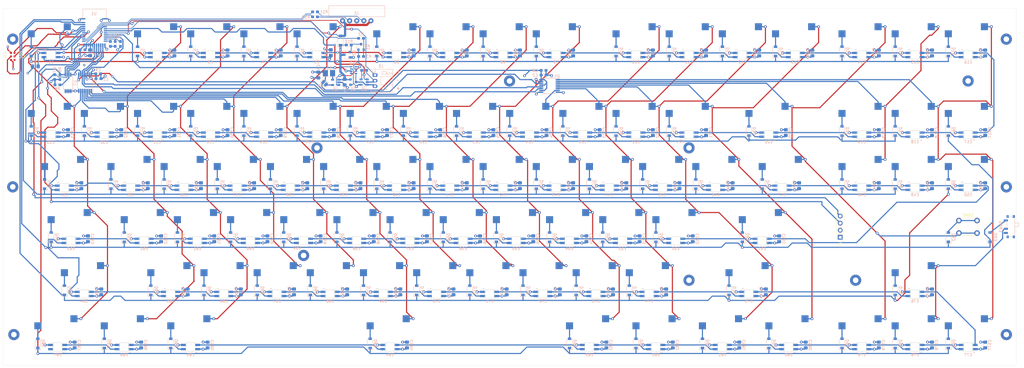
<source format=kicad_pcb>
(kicad_pcb (version 20171130) (host pcbnew 5.1.5+dfsg1-2build2)
  (title_block (date 2022-06-30))
  (layers (0 F.Cu signal) (1 In1.Cu power hide) (2 In2.Cu power hide) (31 B.Cu signal) (34 B.Paste user) (35 F.Paste user) (36 B.SilkS user) (37 F.SilkS user) (38 B.Mask user) (39 F.Mask user) (44 Edge.Cuts user))
  (net 0 "")
  (net 1 KEY_Y1)
  (net 2 "Net-(D1-Pad2)")
  (net 3 KEY_Y2)
  (net 4 "Net-(D2-Pad2)")
  (net 5 "Net-(D3-Pad2)")
  (net 6 KEY_Y3)
  (net 7 KEY_Y4)
  (net 8 "Net-(D4-Pad2)")
  (net 9 "Net-(D5-Pad2)")
  (net 10 KEY_Y5)
  (net 11 KEY_Y6)
  (net 12 "Net-(D6-Pad2)")
  (net 13 "Net-(D7-Pad2)")
  (net 14 "Net-(D8-Pad2)")
  (net 15 "Net-(D9-Pad2)")
  (net 16 "Net-(D10-Pad2)")
  (net 17 "Net-(D11-Pad2)")
  (net 18 "Net-(D12-Pad2)")
  (net 19 "Net-(D13-Pad2)")
  (net 20 "Net-(D14-Pad2)")
  (net 21 "Net-(D15-Pad2)")
  (net 22 "Net-(D16-Pad2)")
  (net 23 "Net-(D17-Pad2)")
  (net 24 "Net-(D18-Pad2)")
  (net 25 "Net-(D19-Pad2)")
  (net 26 "Net-(D20-Pad2)")
  (net 27 "Net-(D21-Pad2)")
  (net 28 "Net-(D22-Pad2)")
  (net 29 "Net-(D23-Pad2)")
  (net 30 "Net-(D24-Pad2)")
  (net 31 "Net-(D25-Pad2)")
  (net 32 "Net-(D26-Pad2)")
  (net 33 "Net-(D27-Pad2)")
  (net 34 "Net-(D28-Pad2)")
  (net 35 "Net-(D29-Pad2)")
  (net 36 "Net-(D30-Pad2)")
  (net 37 "Net-(D31-Pad2)")
  (net 38 "Net-(D32-Pad2)")
  (net 39 "Net-(D33-Pad2)")
  (net 40 "Net-(D34-Pad2)")
  (net 41 "Net-(D35-Pad2)")
  (net 42 "Net-(D36-Pad2)")
  (net 43 "Net-(D37-Pad2)")
  (net 44 "Net-(D38-Pad2)")
  (net 45 "Net-(D39-Pad2)")
  (net 46 "Net-(D40-Pad2)")
  (net 47 "Net-(D41-Pad2)")
  (net 48 "Net-(D42-Pad2)")
  (net 49 "Net-(D43-Pad2)")
  (net 50 "Net-(D44-Pad2)")
  (net 51 "Net-(D45-Pad2)")
  (net 52 "Net-(D46-Pad2)")
  (net 53 "Net-(D47-Pad2)")
  (net 54 "Net-(D48-Pad2)")
  (net 55 "Net-(D49-Pad2)")
  (net 56 "Net-(D50-Pad2)")
  (net 57 "Net-(D51-Pad2)")
  (net 58 "Net-(D52-Pad2)")
  (net 59 "Net-(D53-Pad2)")
  (net 60 "Net-(D54-Pad2)")
  (net 61 "Net-(D55-Pad2)")
  (net 62 "Net-(D56-Pad2)")
  (net 63 "Net-(D57-Pad2)")
  (net 64 "Net-(D58-Pad2)")
  (net 65 "Net-(D59-Pad2)")
  (net 66 "Net-(D60-Pad2)")
  (net 67 "Net-(D61-Pad2)")
  (net 68 "Net-(D62-Pad2)")
  (net 69 "Net-(D63-Pad2)")
  (net 70 "Net-(D64-Pad2)")
  (net 71 "Net-(D65-Pad2)")
  (net 72 "Net-(D66-Pad2)")
  (net 73 "Net-(D67-Pad2)")
  (net 74 "Net-(D68-Pad2)")
  (net 75 "Net-(D69-Pad2)")
  (net 76 "Net-(D70-Pad2)")
  (net 77 "Net-(D71-Pad2)")
  (net 78 "Net-(D72-Pad2)")
  (net 79 "Net-(D73-Pad2)")
  (net 80 "Net-(D74-Pad2)")
  (net 81 "Net-(D75-Pad2)")
  (net 82 "Net-(D76-Pad2)")
  (net 83 "Net-(D79-Pad2)")
  (net 84 "Net-(D80-Pad2)")
  (net 85 "Net-(D81-Pad2)")
  (net 86 "Net-(D82-Pad2)")
  (net 87 "Net-(D83-Pad2)")
  (net 88 "Net-(D86-Pad2)")
  (net 89 "Net-(D90-Pad2)")
  (net 90 "Net-(D91-Pad2)")
  (net 91 "Net-(D92-Pad2)")
  (net 92 "Net-(D93-Pad2)")
  (net 93 "Net-(D94-Pad2)")
  (net 94 "Net-(D95-Pad2)")
  (net 95 "Net-(D96-Pad2)")
  (net 96 KEY_X1)
  (net 97 KEY_X2)
  (net 98 KEY_X3)
  (net 99 KEY_X4)
  (net 100 KEY_X5)
  (net 101 KEY_X6)
  (net 102 KEY_X7)
  (net 103 KEY_X8)
  (net 104 KEY_X9)
  (net 105 KEY_X10)
  (net 106 KEY_X11)
  (net 107 KEY_X12)
  (net 108 KEY_X13)
  (net 109 KEY_X14)
  (net 110 KEY_X15)
  (net 111 KEY_X16)
  (net 112 KEY_X_SERIAL_DATA)
  (net 113 KEY_X_REGISTER_CLK)
  (net 114 KEY_X_SERIAL_CLK)
  (net 115 KEY_X_REGISTER_CLEAR)
  (net 116 "Net-(U3-Pad9)")
  (net 117 SCL)
  (net 118 SDA)
  (net 119 BATTERY_SCALED_V)
  (net 120 LED_SERIAL)
  (net 121 "Net-(E1-Pad2)")
  (net 122 LED_VDD)
  (net 123 "Net-(E2-Pad2)")
  (net 124 "Net-(E3-Pad2)")
  (net 125 "Net-(E4-Pad2)")
  (net 126 "Net-(E5-Pad2)")
  (net 127 "Net-(E6-Pad2)")
  (net 128 "Net-(E7-Pad2)")
  (net 129 "Net-(E8-Pad2)")
  (net 130 "Net-(E10-Pad4)")
  (net 131 "Net-(E10-Pad2)")
  (net 132 "Net-(E12-Pad2)")
  (net 133 "Net-(E13-Pad2)")
  (net 134 "Net-(E14-Pad2)")
  (net 135 "Net-(E15-Pad2)")
  (net 136 "Net-(E16-Pad2)")
  (net 137 "Net-(E17-Pad2)")
  (net 138 "Net-(E18-Pad2)")
  (net 139 "Net-(E19-Pad2)")
  (net 140 "Net-(E20-Pad2)")
  (net 141 "Net-(E21-Pad2)")
  (net 142 "Net-(E23-Pad2)")
  (net 143 "Net-(E24-Pad2)")
  (net 144 "Net-(E25-Pad2)")
  (net 145 "Net-(E26-Pad2)")
  (net 146 "Net-(E27-Pad2)")
  (net 147 "Net-(E28-Pad2)")
  (net 148 "Net-(E29-Pad2)")
  (net 149 "Net-(E30-Pad2)")
  (net 150 "Net-(E31-Pad2)")
  (net 151 "Net-(E32-Pad2)")
  (net 152 "Net-(E34-Pad2)")
  (net 153 "Net-(E35-Pad2)")
  (net 154 "Net-(E36-Pad2)")
  (net 155 "Net-(E37-Pad2)")
  (net 156 "Net-(E38-Pad2)")
  (net 157 "Net-(E39-Pad2)")
  (net 158 "Net-(E40-Pad2)")
  (net 159 "Net-(E41-Pad2)")
  (net 160 "Net-(E42-Pad2)")
  (net 161 "Net-(E43-Pad2)")
  (net 162 "Net-(E45-Pad2)")
  (net 163 "Net-(E46-Pad2)")
  (net 164 "Net-(E47-Pad2)")
  (net 165 "Net-(E48-Pad2)")
  (net 166 "Net-(E49-Pad2)")
  (net 167 "Net-(E50-Pad2)")
  (net 168 "Net-(E51-Pad2)")
  (net 169 "Net-(E52-Pad2)")
  (net 170 "Net-(E53-Pad2)")
  (net 171 "Net-(E54-Pad2)")
  (net 172 "Net-(E56-Pad2)")
  (net 173 "Net-(E57-Pad2)")
  (net 174 "Net-(E58-Pad2)")
  (net 175 "Net-(E59-Pad2)")
  (net 176 "Net-(E60-Pad2)")
  (net 177 "Net-(E61-Pad2)")
  (net 178 "Net-(E62-Pad2)")
  (net 179 "Net-(E63-Pad2)")
  (net 180 "Net-(E64-Pad2)")
  (net 181 "Net-(E65-Pad2)")
  (net 182 "Net-(E67-Pad2)")
  (net 183 "Net-(E68-Pad2)")
  (net 184 "Net-(E69-Pad2)")
  (net 185 "Net-(E70-Pad2)")
  (net 186 "Net-(E71-Pad2)")
  (net 187 "Net-(E72-Pad2)")
  (net 188 "Net-(E73-Pad2)")
  (net 189 "Net-(E74-Pad2)")
  (net 190 "Net-(E75-Pad2)")
  (net 191 "Net-(E76-Pad2)")
  (net 192 "Net-(E78-Pad2)")
  (net 193 "Net-(E79-Pad2)")
  (net 194 "Net-(E80-Pad2)")
  (net 195 "Net-(E81-Pad2)")
  (net 196 "Net-(E82-Pad2)")
  (net 197 "Net-(E83-Pad2)")
  (net 198 "Net-(E84-Pad2)")
  (net 199 "Net-(E85-Pad2)")
  (net 200 "Net-(E86-Pad2)")
  (net 201 "Net-(E87-Pad2)")
  (net 202 VBUS)
  (net 203 LED_SERIAL_1)
  (net 204 LED_SERIAL_2)
  (net 205 LED_SERIAL_3)
  (net 206 LED_SERIAL_4)
  (net 207 LED_SERIAL_5)
  (net 208 LED_SERIAL_6)
  (net 209 LED_SERIAL_7)
  (net 210 +BATT)
  (net 211 "Net-(R1-Pad2)")
  (net 212 EEPROM_WP)
  (net 213 LED_GND)
  (net 214 "Net-(Q2-Pad1)")
  (net 215 LED_ENABLE)
  (net 216 USB_D+)
  (net 217 USB_D-)
  (net 218 "Net-(C5-Pad1)")
  (net 219 SWDIO)
  (net 220 RESET)
  (net 221 SWDCLK)
  (net 222 "Net-(J4-Pad6)")
  (net 223 "Net-(L1-Pad2)")
  (net 224 "Net-(L2-Pad2)")
  (net 225 CHARGE_STAT)
  (net 226 BATTERY_CURRENT_COUNT)
  (net 227 "Net-(R13-Pad5)")
  (net 228 USB_RAW_D+)
  (net 229 USB_RAW_D-)
  (net 230 VHIGH)
  (net 231 "Net-(Q3-Pad1)")
  (net 232 "Net-(JP1-Pad1)")
  (net 233 "Net-(L3-Pad1)")
  (module Connector_PinHeader_2.54mm:PinHeader_1x04_P2.54mm_Vertical (layer F.Cu) (at 400.975 179.2875 180)
    (fp_text reference J1 (at 0 -6.13 180) (layer F.SilkS))
    (fp_text value OLED)
    (pad 1 thru_hole rect (at 0 -3.8 180) (size 1.7 1.7) (drill 1) (layers *.Cu *.Mask) (net 213 LED_GND))
    (pad 2 thru_hole oval (at 0 -1.26 180) (size 1.7 1.7) (drill 1) (layers *.Cu *.Mask) (net 115 KEY_X_REGISTER_CLEAR))
    (pad 3 thru_hole oval (at 0 1.28 180) (size 1.7 1.7) (drill 1) (layers *.Cu *.Mask) (net 117 SCL))
    (pad 4 thru_hole oval (at 0 3.82 180) (size 1.7 1.7) (drill 1) (layers *.Cu *.Mask) (net 118 SDA))
  )
  (module Components:SK6812MINI-E-REV (layer F.Cu) (at 118.19375 117.6925 180)
    (fp_text reference E1 (at 0 -2.54 180) (layer B.SilkS) (effects (justify mirror)))
    (fp_text value SK6812MINI-E hide)
    (fp_line (start -1.7 1.5) (end 1.7 1.5) (layer Edge.Cuts) (width 0.12))
    (fp_line (start -1.7 -1.5) (end -1.7 1.5) (layer Edge.Cuts) (width 0.12))
    (fp_line (start 1.7 -1.5) (end 1.7 1.5) (layer Edge.Cuts) (width 0.12))
    (fp_line (start -1.7 -1.5) (end 1.7 -1.5) (layer Edge.Cuts) (width 0.12))
    (pad 4 smd rect (at 2.5 -0.75 180) (size 1.8 0.82) (layers B.Cu B.Paste B.Mask) (net 120 LED_SERIAL))
    (pad 3 smd rect (at 2.5 0.75 180) (size 1.8 0.82) (layers B.Cu B.Paste B.Mask) (net 213 LED_GND))
    (pad 2 smd rect (at -2.5 0.75 180) (size 1.8 0.82) (layers B.Cu B.Paste B.Mask) (net 121 "Net-(E1-Pad2)"))
    (pad 1 smd rect (at -2.5 -0.75 180) (size 1.8 0.82) (layers B.Cu B.Paste B.Mask) (net 122 LED_VDD))
  )
  (module Components:SK6812MINI-E-REV (layer F.Cu) (at 156.29375 117.6925 180)
    (fp_text reference E2 (at 0 -2.54 180) (layer B.SilkS) (effects (justify mirror)))
    (fp_text value SK6812MINI-E hide)
    (fp_line (start -1.7 1.5) (end 1.7 1.5) (layer Edge.Cuts) (width 0.12))
    (fp_line (start -1.7 -1.5) (end -1.7 1.5) (layer Edge.Cuts) (width 0.12))
    (fp_line (start 1.7 -1.5) (end 1.7 1.5) (layer Edge.Cuts) (width 0.12))
    (fp_line (start -1.7 -1.5) (end 1.7 -1.5) (layer Edge.Cuts) (width 0.12))
    (pad 4 smd rect (at 2.5 -0.75 180) (size 1.8 0.82) (layers B.Cu B.Paste B.Mask) (net 121 "Net-(E1-Pad2)"))
    (pad 3 smd rect (at 2.5 0.75 180) (size 1.8 0.82) (layers B.Cu B.Paste B.Mask) (net 213 LED_GND))
    (pad 2 smd rect (at -2.5 0.75 180) (size 1.8 0.82) (layers B.Cu B.Paste B.Mask) (net 123 "Net-(E2-Pad2)"))
    (pad 1 smd rect (at -2.5 -0.75 180) (size 1.8 0.82) (layers B.Cu B.Paste B.Mask) (net 122 LED_VDD))
  )
  (module Components:SK6812MINI-E-REV (layer F.Cu) (at 175.34375 117.6925 180)
    (fp_text reference E3 (at 0 -2.54 180) (layer B.SilkS) (effects (justify mirror)))
    (fp_text value SK6812MINI-E hide)
    (fp_line (start -1.7 1.5) (end 1.7 1.5) (layer Edge.Cuts) (width 0.12))
    (fp_line (start -1.7 -1.5) (end -1.7 1.5) (layer Edge.Cuts) (width 0.12))
    (fp_line (start 1.7 -1.5) (end 1.7 1.5) (layer Edge.Cuts) (width 0.12))
    (fp_line (start -1.7 -1.5) (end 1.7 -1.5) (layer Edge.Cuts) (width 0.12))
    (pad 4 smd rect (at 2.5 -0.75 180) (size 1.8 0.82) (layers B.Cu B.Paste B.Mask) (net 123 "Net-(E2-Pad2)"))
    (pad 3 smd rect (at 2.5 0.75 180) (size 1.8 0.82) (layers B.Cu B.Paste B.Mask) (net 213 LED_GND))
    (pad 2 smd rect (at -2.5 0.75 180) (size 1.8 0.82) (layers B.Cu B.Paste B.Mask) (net 124 "Net-(E3-Pad2)"))
    (pad 1 smd rect (at -2.5 -0.75 180) (size 1.8 0.82) (layers B.Cu B.Paste B.Mask) (net 122 LED_VDD))
  )
  (module Components:SK6812MINI-E-REV (layer F.Cu) (at 194.39375 117.6925 180)
    (fp_text reference E4 (at 0 -2.54 180) (layer B.SilkS) (effects (justify mirror)))
    (fp_text value SK6812MINI-E hide)
    (fp_line (start -1.7 1.5) (end 1.7 1.5) (layer Edge.Cuts) (width 0.12))
    (fp_line (start -1.7 -1.5) (end -1.7 1.5) (layer Edge.Cuts) (width 0.12))
    (fp_line (start 1.7 -1.5) (end 1.7 1.5) (layer Edge.Cuts) (width 0.12))
    (fp_line (start -1.7 -1.5) (end 1.7 -1.5) (layer Edge.Cuts) (width 0.12))
    (pad 4 smd rect (at 2.5 -0.75 180) (size 1.8 0.82) (layers B.Cu B.Paste B.Mask) (net 124 "Net-(E3-Pad2)"))
    (pad 3 smd rect (at 2.5 0.75 180) (size 1.8 0.82) (layers B.Cu B.Paste B.Mask) (net 213 LED_GND))
    (pad 2 smd rect (at -2.5 0.75 180) (size 1.8 0.82) (layers B.Cu B.Paste B.Mask) (net 125 "Net-(E4-Pad2)"))
    (pad 1 smd rect (at -2.5 -0.75 180) (size 1.8 0.82) (layers B.Cu B.Paste B.Mask) (net 122 LED_VDD))
  )
  (module Components:SK6812MINI-E-REV (layer F.Cu) (at 213.44375 117.6925 180)
    (fp_text reference E5 (at 0 -2.54 180) (layer B.SilkS) (effects (justify mirror)))
    (fp_text value SK6812MINI-E hide)
    (fp_line (start -1.7 1.5) (end 1.7 1.5) (layer Edge.Cuts) (width 0.12))
    (fp_line (start -1.7 -1.5) (end -1.7 1.5) (layer Edge.Cuts) (width 0.12))
    (fp_line (start 1.7 -1.5) (end 1.7 1.5) (layer Edge.Cuts) (width 0.12))
    (fp_line (start -1.7 -1.5) (end 1.7 -1.5) (layer Edge.Cuts) (width 0.12))
    (pad 4 smd rect (at 2.5 -0.75 180) (size 1.8 0.82) (layers B.Cu B.Paste B.Mask) (net 125 "Net-(E4-Pad2)"))
    (pad 3 smd rect (at 2.5 0.75 180) (size 1.8 0.82) (layers B.Cu B.Paste B.Mask) (net 213 LED_GND))
    (pad 2 smd rect (at -2.5 0.75 180) (size 1.8 0.82) (layers B.Cu B.Paste B.Mask) (net 126 "Net-(E5-Pad2)"))
    (pad 1 smd rect (at -2.5 -0.75 180) (size 1.8 0.82) (layers B.Cu B.Paste B.Mask) (net 122 LED_VDD))
  )
  (module Components:SK6812MINI-E-REV (layer F.Cu) (at 242.018749 117.6925 180)
    (fp_text reference E6 (at 0 -2.54 180) (layer B.SilkS) (effects (justify mirror)))
    (fp_text value SK6812MINI-E hide)
    (fp_line (start -1.7 1.5) (end 1.7 1.5) (layer Edge.Cuts) (width 0.12))
    (fp_line (start -1.7 -1.5) (end -1.7 1.5) (layer Edge.Cuts) (width 0.12))
    (fp_line (start 1.7 -1.5) (end 1.7 1.5) (layer Edge.Cuts) (width 0.12))
    (fp_line (start -1.7 -1.5) (end 1.7 -1.5) (layer Edge.Cuts) (width 0.12))
    (pad 4 smd rect (at 2.5 -0.75 180) (size 1.8 0.82) (layers B.Cu B.Paste B.Mask) (net 126 "Net-(E5-Pad2)"))
    (pad 3 smd rect (at 2.5 0.75 180) (size 1.8 0.82) (layers B.Cu B.Paste B.Mask) (net 213 LED_GND))
    (pad 2 smd rect (at -2.5 0.75 180) (size 1.8 0.82) (layers B.Cu B.Paste B.Mask) (net 127 "Net-(E6-Pad2)"))
    (pad 1 smd rect (at -2.5 -0.75 180) (size 1.8 0.82) (layers B.Cu B.Paste B.Mask) (net 122 LED_VDD))
  )
  (module Components:SK6812MINI-E-REV (layer F.Cu) (at 261.06875 117.6925 180)
    (fp_text reference E7 (at 0 -2.54 180) (layer B.SilkS) (effects (justify mirror)))
    (fp_text value SK6812MINI-E hide)
    (fp_line (start -1.7 1.5) (end 1.7 1.5) (layer Edge.Cuts) (width 0.12))
    (fp_line (start -1.7 -1.5) (end -1.7 1.5) (layer Edge.Cuts) (width 0.12))
    (fp_line (start 1.7 -1.5) (end 1.7 1.5) (layer Edge.Cuts) (width 0.12))
    (fp_line (start -1.7 -1.5) (end 1.7 -1.5) (layer Edge.Cuts) (width 0.12))
    (pad 4 smd rect (at 2.5 -0.75 180) (size 1.8 0.82) (layers B.Cu B.Paste B.Mask) (net 127 "Net-(E6-Pad2)"))
    (pad 3 smd rect (at 2.5 0.75 180) (size 1.8 0.82) (layers B.Cu B.Paste B.Mask) (net 213 LED_GND))
    (pad 2 smd rect (at -2.5 0.75 180) (size 1.8 0.82) (layers B.Cu B.Paste B.Mask) (net 128 "Net-(E7-Pad2)"))
    (pad 1 smd rect (at -2.5 -0.75 180) (size 1.8 0.82) (layers B.Cu B.Paste B.Mask) (net 122 LED_VDD))
  )
  (module Components:SK6812MINI-E-REV (layer F.Cu) (at 280.11875 117.6925 180)
    (fp_text reference E8 (at 0 -2.54 180) (layer B.SilkS) (effects (justify mirror)))
    (fp_text value SK6812MINI-E hide)
    (fp_line (start -1.7 1.5) (end 1.7 1.5) (layer Edge.Cuts) (width 0.12))
    (fp_line (start -1.7 -1.5) (end -1.7 1.5) (layer Edge.Cuts) (width 0.12))
    (fp_line (start 1.7 -1.5) (end 1.7 1.5) (layer Edge.Cuts) (width 0.12))
    (fp_line (start -1.7 -1.5) (end 1.7 -1.5) (layer Edge.Cuts) (width 0.12))
    (pad 4 smd rect (at 2.5 -0.75 180) (size 1.8 0.82) (layers B.Cu B.Paste B.Mask) (net 128 "Net-(E7-Pad2)"))
    (pad 3 smd rect (at 2.5 0.75 180) (size 1.8 0.82) (layers B.Cu B.Paste B.Mask) (net 213 LED_GND))
    (pad 2 smd rect (at -2.5 0.75 180) (size 1.8 0.82) (layers B.Cu B.Paste B.Mask) (net 129 "Net-(E8-Pad2)"))
    (pad 1 smd rect (at -2.5 -0.75 180) (size 1.8 0.82) (layers B.Cu B.Paste B.Mask) (net 122 LED_VDD))
  )
  (module Components:SK6812MINI-E-REV (layer F.Cu) (at 299.16875 117.6925 180)
    (fp_text reference E9 (at 0 -2.54 180) (layer B.SilkS) (effects (justify mirror)))
    (fp_text value SK6812MINI-E hide)
    (fp_line (start -1.7 1.5) (end 1.7 1.5) (layer Edge.Cuts) (width 0.12))
    (fp_line (start -1.7 -1.5) (end -1.7 1.5) (layer Edge.Cuts) (width 0.12))
    (fp_line (start 1.7 -1.5) (end 1.7 1.5) (layer Edge.Cuts) (width 0.12))
    (fp_line (start -1.7 -1.5) (end 1.7 -1.5) (layer Edge.Cuts) (width 0.12))
    (pad 4 smd rect (at 2.5 -0.75 180) (size 1.8 0.82) (layers B.Cu B.Paste B.Mask) (net 129 "Net-(E8-Pad2)"))
    (pad 3 smd rect (at 2.5 0.75 180) (size 1.8 0.82) (layers B.Cu B.Paste B.Mask) (net 213 LED_GND))
    (pad 2 smd rect (at -2.5 0.75 180) (size 1.8 0.82) (layers B.Cu B.Paste B.Mask) (net 130 "Net-(E10-Pad4)"))
    (pad 1 smd rect (at -2.5 -0.75 180) (size 1.8 0.82) (layers B.Cu B.Paste B.Mask) (net 122 LED_VDD))
  )
  (module Components:SK6812MINI-E-REV (layer F.Cu) (at 327.74375 117.6925 180)
    (fp_text reference E10 (at 0 -2.54 180) (layer B.SilkS) (effects (justify mirror)))
    (fp_text value SK6812MINI-E hide)
    (fp_line (start -1.7 1.5) (end 1.7 1.5) (layer Edge.Cuts) (width 0.12))
    (fp_line (start -1.7 -1.5) (end -1.7 1.5) (layer Edge.Cuts) (width 0.12))
    (fp_line (start 1.7 -1.5) (end 1.7 1.5) (layer Edge.Cuts) (width 0.12))
    (fp_line (start -1.7 -1.5) (end 1.7 -1.5) (layer Edge.Cuts) (width 0.12))
    (pad 4 smd rect (at 2.5 -0.75 180) (size 1.8 0.82) (layers B.Cu B.Paste B.Mask) (net 130 "Net-(E10-Pad4)"))
    (pad 3 smd rect (at 2.5 0.75 180) (size 1.8 0.82) (layers B.Cu B.Paste B.Mask) (net 213 LED_GND))
    (pad 2 smd rect (at -2.5 0.75 180) (size 1.8 0.82) (layers B.Cu B.Paste B.Mask) (net 131 "Net-(E10-Pad2)"))
    (pad 1 smd rect (at -2.5 -0.75 180) (size 1.8 0.82) (layers B.Cu B.Paste B.Mask) (net 122 LED_VDD))
  )
  (module Components:SK6812MINI-E-REV (layer F.Cu) (at 346.79375 117.6925 180)
    (fp_text reference E11 (at 0 -2.54 180) (layer B.SilkS) (effects (justify mirror)))
    (fp_text value SK6812MINI-E hide)
    (fp_line (start -1.7 1.5) (end 1.7 1.5) (layer Edge.Cuts) (width 0.12))
    (fp_line (start -1.7 -1.5) (end -1.7 1.5) (layer Edge.Cuts) (width 0.12))
    (fp_line (start 1.7 -1.5) (end 1.7 1.5) (layer Edge.Cuts) (width 0.12))
    (fp_line (start -1.7 -1.5) (end 1.7 -1.5) (layer Edge.Cuts) (width 0.12))
    (pad 4 smd rect (at 2.5 -0.75 180) (size 1.8 0.82) (layers B.Cu B.Paste B.Mask) (net 131 "Net-(E10-Pad2)"))
    (pad 3 smd rect (at 2.5 0.75 180) (size 1.8 0.82) (layers B.Cu B.Paste B.Mask) (net 213 LED_GND))
    (pad 2 smd rect (at -2.5 0.75 180) (size 1.8 0.82) (layers B.Cu B.Paste B.Mask) (net 203 LED_SERIAL_1))
    (pad 1 smd rect (at -2.5 -0.75 180) (size 1.8 0.82) (layers B.Cu B.Paste B.Mask) (net 122 LED_VDD))
  )
  (module Components:SK6812MINI-E-REV (layer F.Cu) (at 365.84375 117.6925 180)
    (fp_text reference E12 (at 0 -2.54 180) (layer B.SilkS) (effects (justify mirror)))
    (fp_text value SK6812MINI-E hide)
    (fp_line (start -1.7 1.5) (end 1.7 1.5) (layer Edge.Cuts) (width 0.12))
    (fp_line (start -1.7 -1.5) (end -1.7 1.5) (layer Edge.Cuts) (width 0.12))
    (fp_line (start 1.7 -1.5) (end 1.7 1.5) (layer Edge.Cuts) (width 0.12))
    (fp_line (start -1.7 -1.5) (end 1.7 -1.5) (layer Edge.Cuts) (width 0.12))
    (pad 4 smd rect (at 2.5 -0.75 180) (size 1.8 0.82) (layers B.Cu B.Paste B.Mask) (net 203 LED_SERIAL_1))
    (pad 3 smd rect (at 2.5 0.75 180) (size 1.8 0.82) (layers B.Cu B.Paste B.Mask) (net 213 LED_GND))
    (pad 2 smd rect (at -2.5 0.75 180) (size 1.8 0.82) (layers B.Cu B.Paste B.Mask) (net 132 "Net-(E12-Pad2)"))
    (pad 1 smd rect (at -2.5 -0.75 180) (size 1.8 0.82) (layers B.Cu B.Paste B.Mask) (net 122 LED_VDD))
  )
  (module Components:SK6812MINI-E-REV (layer F.Cu) (at 384.89375 117.6925 180)
    (fp_text reference E13 (at 0 -2.54 180) (layer B.SilkS) (effects (justify mirror)))
    (fp_text value SK6812MINI-E hide)
    (fp_line (start -1.7 1.5) (end 1.7 1.5) (layer Edge.Cuts) (width 0.12))
    (fp_line (start -1.7 -1.5) (end -1.7 1.5) (layer Edge.Cuts) (width 0.12))
    (fp_line (start 1.7 -1.5) (end 1.7 1.5) (layer Edge.Cuts) (width 0.12))
    (fp_line (start -1.7 -1.5) (end 1.7 -1.5) (layer Edge.Cuts) (width 0.12))
    (pad 4 smd rect (at 2.5 -0.75 180) (size 1.8 0.82) (layers B.Cu B.Paste B.Mask) (net 132 "Net-(E12-Pad2)"))
    (pad 3 smd rect (at 2.5 0.75 180) (size 1.8 0.82) (layers B.Cu B.Paste B.Mask) (net 213 LED_GND))
    (pad 2 smd rect (at -2.5 0.75 180) (size 1.8 0.82) (layers B.Cu B.Paste B.Mask) (net 133 "Net-(E13-Pad2)"))
    (pad 1 smd rect (at -2.5 -0.75 180) (size 1.8 0.82) (layers B.Cu B.Paste B.Mask) (net 122 LED_VDD))
  )
  (module Components:SK6812MINI-E-REV (layer F.Cu) (at 408.70625 117.6925 180)
    (fp_text reference E14 (at 0 -2.54 180) (layer B.SilkS) (effects (justify mirror)))
    (fp_text value SK6812MINI-E hide)
    (fp_line (start -1.7 1.5) (end 1.7 1.5) (layer Edge.Cuts) (width 0.12))
    (fp_line (start -1.7 -1.5) (end -1.7 1.5) (layer Edge.Cuts) (width 0.12))
    (fp_line (start 1.7 -1.5) (end 1.7 1.5) (layer Edge.Cuts) (width 0.12))
    (fp_line (start -1.7 -1.5) (end 1.7 -1.5) (layer Edge.Cuts) (width 0.12))
    (pad 4 smd rect (at 2.5 -0.75 180) (size 1.8 0.82) (layers B.Cu B.Paste B.Mask) (net 133 "Net-(E13-Pad2)"))
    (pad 3 smd rect (at 2.5 0.75 180) (size 1.8 0.82) (layers B.Cu B.Paste B.Mask) (net 213 LED_GND))
    (pad 2 smd rect (at -2.5 0.75 180) (size 1.8 0.82) (layers B.Cu B.Paste B.Mask) (net 134 "Net-(E14-Pad2)"))
    (pad 1 smd rect (at -2.5 -0.75 180) (size 1.8 0.82) (layers B.Cu B.Paste B.Mask) (net 122 LED_VDD))
  )
  (module Components:SK6812MINI-E-REV (layer F.Cu) (at 427.75625 117.6925 180)
    (fp_text reference E15 (at 0 -2.54 180) (layer B.SilkS) (effects (justify mirror)))
    (fp_text value SK6812MINI-E hide)
    (fp_line (start -1.7 1.5) (end 1.7 1.5) (layer Edge.Cuts) (width 0.12))
    (fp_line (start -1.7 -1.5) (end -1.7 1.5) (layer Edge.Cuts) (width 0.12))
    (fp_line (start 1.7 -1.5) (end 1.7 1.5) (layer Edge.Cuts) (width 0.12))
    (fp_line (start -1.7 -1.5) (end 1.7 -1.5) (layer Edge.Cuts) (width 0.12))
    (pad 4 smd rect (at 2.5 -0.75 180) (size 1.8 0.82) (layers B.Cu B.Paste B.Mask) (net 134 "Net-(E14-Pad2)"))
    (pad 3 smd rect (at 2.5 0.75 180) (size 1.8 0.82) (layers B.Cu B.Paste B.Mask) (net 213 LED_GND))
    (pad 2 smd rect (at -2.5 0.75 180) (size 1.8 0.82) (layers B.Cu B.Paste B.Mask) (net 135 "Net-(E15-Pad2)"))
    (pad 1 smd rect (at -2.5 -0.75 180) (size 1.8 0.82) (layers B.Cu B.Paste B.Mask) (net 122 LED_VDD))
  )
  (module Components:SK6812MINI-E-REV (layer F.Cu) (at 446.80625 117.6925 180)
    (fp_text reference E16 (at 0 -2.54 180) (layer B.SilkS) (effects (justify mirror)))
    (fp_text value SK6812MINI-E hide)
    (fp_line (start -1.7 1.5) (end 1.7 1.5) (layer Edge.Cuts) (width 0.12))
    (fp_line (start -1.7 -1.5) (end -1.7 1.5) (layer Edge.Cuts) (width 0.12))
    (fp_line (start 1.7 -1.5) (end 1.7 1.5) (layer Edge.Cuts) (width 0.12))
    (fp_line (start -1.7 -1.5) (end 1.7 -1.5) (layer Edge.Cuts) (width 0.12))
    (pad 4 smd rect (at 2.5 -0.75 180) (size 1.8 0.82) (layers B.Cu B.Paste B.Mask) (net 135 "Net-(E15-Pad2)"))
    (pad 3 smd rect (at 2.5 0.75 180) (size 1.8 0.82) (layers B.Cu B.Paste B.Mask) (net 213 LED_GND))
    (pad 2 smd rect (at -2.5 0.75 180) (size 1.8 0.82) (layers B.Cu B.Paste B.Mask) (net 136 "Net-(E16-Pad2)"))
    (pad 1 smd rect (at -2.5 -0.75 180) (size 1.8 0.82) (layers B.Cu B.Paste B.Mask) (net 122 LED_VDD))
  )
  (module Components:SK6812MINI-E-REV (layer F.Cu) (at 446.80625 146.2675)
    (fp_text reference E17 (at 0 2.56) (layer B.SilkS) (effects (justify mirror)))
    (fp_text value SK6812MINI-E hide)
    (fp_line (start -1.7 1.5) (end 1.7 1.5) (layer Edge.Cuts) (width 0.12))
    (fp_line (start -1.7 -1.5) (end -1.7 1.5) (layer Edge.Cuts) (width 0.12))
    (fp_line (start 1.7 -1.5) (end 1.7 1.5) (layer Edge.Cuts) (width 0.12))
    (fp_line (start -1.7 -1.5) (end 1.7 -1.5) (layer Edge.Cuts) (width 0.12))
    (pad 4 smd rect (at 2.5 -0.75) (size 1.8 0.82) (layers B.Cu B.Paste B.Mask) (net 136 "Net-(E16-Pad2)"))
    (pad 3 smd rect (at 2.5 0.75) (size 1.8 0.82) (layers B.Cu B.Paste B.Mask) (net 213 LED_GND))
    (pad 2 smd rect (at -2.5 0.75) (size 1.8 0.82) (layers B.Cu B.Paste B.Mask) (net 137 "Net-(E17-Pad2)"))
    (pad 1 smd rect (at -2.5 -0.75) (size 1.8 0.82) (layers B.Cu B.Paste B.Mask) (net 122 LED_VDD))
  )
  (module Components:SK6812MINI-E-REV (layer F.Cu) (at 427.75625 146.2675)
    (fp_text reference E18 (at 0 2.56) (layer B.SilkS) (effects (justify mirror)))
    (fp_text value SK6812MINI-E hide)
    (fp_line (start -1.7 1.5) (end 1.7 1.5) (layer Edge.Cuts) (width 0.12))
    (fp_line (start -1.7 -1.5) (end -1.7 1.5) (layer Edge.Cuts) (width 0.12))
    (fp_line (start 1.7 -1.5) (end 1.7 1.5) (layer Edge.Cuts) (width 0.12))
    (fp_line (start -1.7 -1.5) (end 1.7 -1.5) (layer Edge.Cuts) (width 0.12))
    (pad 4 smd rect (at 2.5 -0.75) (size 1.8 0.82) (layers B.Cu B.Paste B.Mask) (net 137 "Net-(E17-Pad2)"))
    (pad 3 smd rect (at 2.5 0.75) (size 1.8 0.82) (layers B.Cu B.Paste B.Mask) (net 213 LED_GND))
    (pad 2 smd rect (at -2.5 0.75) (size 1.8 0.82) (layers B.Cu B.Paste B.Mask) (net 138 "Net-(E18-Pad2)"))
    (pad 1 smd rect (at -2.5 -0.75) (size 1.8 0.82) (layers B.Cu B.Paste B.Mask) (net 122 LED_VDD))
  )
  (module Components:SK6812MINI-E-REV (layer F.Cu) (at 408.70625 146.2675)
    (fp_text reference E19 (at 0 2.56) (layer B.SilkS) (effects (justify mirror)))
    (fp_text value SK6812MINI-E hide)
    (fp_line (start -1.7 1.5) (end 1.7 1.5) (layer Edge.Cuts) (width 0.12))
    (fp_line (start -1.7 -1.5) (end -1.7 1.5) (layer Edge.Cuts) (width 0.12))
    (fp_line (start 1.7 -1.5) (end 1.7 1.5) (layer Edge.Cuts) (width 0.12))
    (fp_line (start -1.7 -1.5) (end 1.7 -1.5) (layer Edge.Cuts) (width 0.12))
    (pad 4 smd rect (at 2.5 -0.75) (size 1.8 0.82) (layers B.Cu B.Paste B.Mask) (net 138 "Net-(E18-Pad2)"))
    (pad 3 smd rect (at 2.5 0.75) (size 1.8 0.82) (layers B.Cu B.Paste B.Mask) (net 213 LED_GND))
    (pad 2 smd rect (at -2.5 0.75) (size 1.8 0.82) (layers B.Cu B.Paste B.Mask) (net 139 "Net-(E19-Pad2)"))
    (pad 1 smd rect (at -2.5 -0.75) (size 1.8 0.82) (layers B.Cu B.Paste B.Mask) (net 122 LED_VDD))
  )
  (module Components:SK6812MINI-E-REV (layer F.Cu) (at 375.36875 146.2675)
    (fp_text reference E20 (at 0 2.56) (layer B.SilkS) (effects (justify mirror)))
    (fp_text value SK6812MINI-E hide)
    (fp_line (start -1.7 1.5) (end 1.7 1.5) (layer Edge.Cuts) (width 0.12))
    (fp_line (start -1.7 -1.5) (end -1.7 1.5) (layer Edge.Cuts) (width 0.12))
    (fp_line (start 1.7 -1.5) (end 1.7 1.5) (layer Edge.Cuts) (width 0.12))
    (fp_line (start -1.7 -1.5) (end 1.7 -1.5) (layer Edge.Cuts) (width 0.12))
    (pad 4 smd rect (at 2.5 -0.75) (size 1.8 0.82) (layers B.Cu B.Paste B.Mask) (net 139 "Net-(E19-Pad2)"))
    (pad 3 smd rect (at 2.5 0.75) (size 1.8 0.82) (layers B.Cu B.Paste B.Mask) (net 213 LED_GND))
    (pad 2 smd rect (at -2.5 0.75) (size 1.8 0.82) (layers B.Cu B.Paste B.Mask) (net 140 "Net-(E20-Pad2)"))
    (pad 1 smd rect (at -2.5 -0.75) (size 1.8 0.82) (layers B.Cu B.Paste B.Mask) (net 122 LED_VDD))
  )
  (module Components:SK6812MINI-E-REV (layer F.Cu) (at 346.79375 146.2675)
    (fp_text reference E21 (at -3.19375 2.4325) (layer B.SilkS) (effects (justify mirror)))
    (fp_text value SK6812MINI-E hide)
    (fp_line (start -1.7 1.5) (end 1.7 1.5) (layer Edge.Cuts) (width 0.12))
    (fp_line (start -1.7 -1.5) (end -1.7 1.5) (layer Edge.Cuts) (width 0.12))
    (fp_line (start 1.7 -1.5) (end 1.7 1.5) (layer Edge.Cuts) (width 0.12))
    (fp_line (start -1.7 -1.5) (end 1.7 -1.5) (layer Edge.Cuts) (width 0.12))
    (pad 4 smd rect (at 2.5 -0.75) (size 1.8 0.82) (layers B.Cu B.Paste B.Mask) (net 140 "Net-(E20-Pad2)"))
    (pad 3 smd rect (at 2.5 0.75) (size 1.8 0.82) (layers B.Cu B.Paste B.Mask) (net 213 LED_GND))
    (pad 2 smd rect (at -2.5 0.75) (size 1.8 0.82) (layers B.Cu B.Paste B.Mask) (net 141 "Net-(E21-Pad2)"))
    (pad 1 smd rect (at -2.5 -0.75) (size 1.8 0.82) (layers B.Cu B.Paste B.Mask) (net 122 LED_VDD))
  )
  (module Components:SK6812MINI-E-REV (layer F.Cu) (at 327.74375 146.2675)
    (fp_text reference E22 (at 0 2.56) (layer B.SilkS) (effects (justify mirror)))
    (fp_text value SK6812MINI-E hide)
    (fp_line (start -1.7 1.5) (end 1.7 1.5) (layer Edge.Cuts) (width 0.12))
    (fp_line (start -1.7 -1.5) (end -1.7 1.5) (layer Edge.Cuts) (width 0.12))
    (fp_line (start 1.7 -1.5) (end 1.7 1.5) (layer Edge.Cuts) (width 0.12))
    (fp_line (start -1.7 -1.5) (end 1.7 -1.5) (layer Edge.Cuts) (width 0.12))
    (pad 4 smd rect (at 2.5 -0.75) (size 1.8 0.82) (layers B.Cu B.Paste B.Mask) (net 141 "Net-(E21-Pad2)"))
    (pad 3 smd rect (at 2.5 0.75) (size 1.8 0.82) (layers B.Cu B.Paste B.Mask) (net 213 LED_GND))
    (pad 2 smd rect (at -2.5 0.75) (size 1.8 0.82) (layers B.Cu B.Paste B.Mask) (net 204 LED_SERIAL_2))
    (pad 1 smd rect (at -2.5 -0.75) (size 1.8 0.82) (layers B.Cu B.Paste B.Mask) (net 122 LED_VDD))
  )
  (module Components:SK6812MINI-E-REV (layer F.Cu) (at 308.69375 146.2675)
    (fp_text reference E23 (at 0 2.56) (layer B.SilkS) (effects (justify mirror)))
    (fp_text value SK6812MINI-E hide)
    (fp_line (start -1.7 1.5) (end 1.7 1.5) (layer Edge.Cuts) (width 0.12))
    (fp_line (start -1.7 -1.5) (end -1.7 1.5) (layer Edge.Cuts) (width 0.12))
    (fp_line (start 1.7 -1.5) (end 1.7 1.5) (layer Edge.Cuts) (width 0.12))
    (fp_line (start -1.7 -1.5) (end 1.7 -1.5) (layer Edge.Cuts) (width 0.12))
    (pad 4 smd rect (at 2.5 -0.75) (size 1.8 0.82) (layers B.Cu B.Paste B.Mask) (net 204 LED_SERIAL_2))
    (pad 3 smd rect (at 2.5 0.75) (size 1.8 0.82) (layers B.Cu B.Paste B.Mask) (net 213 LED_GND))
    (pad 2 smd rect (at -2.5 0.75) (size 1.8 0.82) (layers B.Cu B.Paste B.Mask) (net 142 "Net-(E23-Pad2)"))
    (pad 1 smd rect (at -2.5 -0.75) (size 1.8 0.82) (layers B.Cu B.Paste B.Mask) (net 122 LED_VDD))
  )
  (module Components:SK6812MINI-E-REV (layer F.Cu) (at 289.643749 146.2675)
    (fp_text reference E24 (at 0 2.56) (layer B.SilkS) (effects (justify mirror)))
    (fp_text value SK6812MINI-E hide)
    (fp_line (start -1.7 1.5) (end 1.7 1.5) (layer Edge.Cuts) (width 0.12))
    (fp_line (start -1.7 -1.5) (end -1.7 1.5) (layer Edge.Cuts) (width 0.12))
    (fp_line (start 1.7 -1.5) (end 1.7 1.5) (layer Edge.Cuts) (width 0.12))
    (fp_line (start -1.7 -1.5) (end 1.7 -1.5) (layer Edge.Cuts) (width 0.12))
    (pad 4 smd rect (at 2.5 -0.75) (size 1.8 0.82) (layers B.Cu B.Paste B.Mask) (net 142 "Net-(E23-Pad2)"))
    (pad 3 smd rect (at 2.5 0.75) (size 1.8 0.82) (layers B.Cu B.Paste B.Mask) (net 213 LED_GND))
    (pad 2 smd rect (at -2.5 0.75) (size 1.8 0.82) (layers B.Cu B.Paste B.Mask) (net 143 "Net-(E24-Pad2)"))
    (pad 1 smd rect (at -2.5 -0.75) (size 1.8 0.82) (layers B.Cu B.Paste B.Mask) (net 122 LED_VDD))
  )
  (module Components:SK6812MINI-E-REV (layer F.Cu) (at 270.59375 146.2675)
    (fp_text reference E25 (at 0 2.56) (layer B.SilkS) (effects (justify mirror)))
    (fp_text value SK6812MINI-E hide)
    (fp_line (start -1.7 1.5) (end 1.7 1.5) (layer Edge.Cuts) (width 0.12))
    (fp_line (start -1.7 -1.5) (end -1.7 1.5) (layer Edge.Cuts) (width 0.12))
    (fp_line (start 1.7 -1.5) (end 1.7 1.5) (layer Edge.Cuts) (width 0.12))
    (fp_line (start -1.7 -1.5) (end 1.7 -1.5) (layer Edge.Cuts) (width 0.12))
    (pad 4 smd rect (at 2.5 -0.75) (size 1.8 0.82) (layers B.Cu B.Paste B.Mask) (net 143 "Net-(E24-Pad2)"))
    (pad 3 smd rect (at 2.5 0.75) (size 1.8 0.82) (layers B.Cu B.Paste B.Mask) (net 213 LED_GND))
    (pad 2 smd rect (at -2.5 0.75) (size 1.8 0.82) (layers B.Cu B.Paste B.Mask) (net 144 "Net-(E25-Pad2)"))
    (pad 1 smd rect (at -2.5 -0.75) (size 1.8 0.82) (layers B.Cu B.Paste B.Mask) (net 122 LED_VDD))
  )
  (module Components:SK6812MINI-E-REV (layer F.Cu) (at 251.54375 146.2675)
    (fp_text reference E26 (at 0 2.56) (layer B.SilkS) (effects (justify mirror)))
    (fp_text value SK6812MINI-E hide)
    (fp_line (start -1.7 1.5) (end 1.7 1.5) (layer Edge.Cuts) (width 0.12))
    (fp_line (start -1.7 -1.5) (end -1.7 1.5) (layer Edge.Cuts) (width 0.12))
    (fp_line (start 1.7 -1.5) (end 1.7 1.5) (layer Edge.Cuts) (width 0.12))
    (fp_line (start -1.7 -1.5) (end 1.7 -1.5) (layer Edge.Cuts) (width 0.12))
    (pad 4 smd rect (at 2.5 -0.75) (size 1.8 0.82) (layers B.Cu B.Paste B.Mask) (net 144 "Net-(E25-Pad2)"))
    (pad 3 smd rect (at 2.5 0.75) (size 1.8 0.82) (layers B.Cu B.Paste B.Mask) (net 213 LED_GND))
    (pad 2 smd rect (at -2.5 0.75) (size 1.8 0.82) (layers B.Cu B.Paste B.Mask) (net 145 "Net-(E26-Pad2)"))
    (pad 1 smd rect (at -2.5 -0.75) (size 1.8 0.82) (layers B.Cu B.Paste B.Mask) (net 122 LED_VDD))
  )
  (module Components:SK6812MINI-E-REV (layer F.Cu) (at 232.493749 146.2675)
    (fp_text reference E27 (at 0 2.56) (layer B.SilkS) (effects (justify mirror)))
    (fp_text value SK6812MINI-E hide)
    (fp_line (start -1.7 1.5) (end 1.7 1.5) (layer Edge.Cuts) (width 0.12))
    (fp_line (start -1.7 -1.5) (end -1.7 1.5) (layer Edge.Cuts) (width 0.12))
    (fp_line (start 1.7 -1.5) (end 1.7 1.5) (layer Edge.Cuts) (width 0.12))
    (fp_line (start -1.7 -1.5) (end 1.7 -1.5) (layer Edge.Cuts) (width 0.12))
    (pad 4 smd rect (at 2.5 -0.75) (size 1.8 0.82) (layers B.Cu B.Paste B.Mask) (net 145 "Net-(E26-Pad2)"))
    (pad 3 smd rect (at 2.5 0.75) (size 1.8 0.82) (layers B.Cu B.Paste B.Mask) (net 213 LED_GND))
    (pad 2 smd rect (at -2.5 0.75) (size 1.8 0.82) (layers B.Cu B.Paste B.Mask) (net 146 "Net-(E27-Pad2)"))
    (pad 1 smd rect (at -2.5 -0.75) (size 1.8 0.82) (layers B.Cu B.Paste B.Mask) (net 122 LED_VDD))
  )
  (module Components:SK6812MINI-E-REV (layer F.Cu) (at 213.44375 146.2675)
    (fp_text reference E28 (at -2.64375 2.4325) (layer B.SilkS) (effects (justify mirror)))
    (fp_text value SK6812MINI-E hide)
    (fp_line (start -1.7 1.5) (end 1.7 1.5) (layer Edge.Cuts) (width 0.12))
    (fp_line (start -1.7 -1.5) (end -1.7 1.5) (layer Edge.Cuts) (width 0.12))
    (fp_line (start 1.7 -1.5) (end 1.7 1.5) (layer Edge.Cuts) (width 0.12))
    (fp_line (start -1.7 -1.5) (end 1.7 -1.5) (layer Edge.Cuts) (width 0.12))
    (pad 4 smd rect (at 2.5 -0.75) (size 1.8 0.82) (layers B.Cu B.Paste B.Mask) (net 146 "Net-(E27-Pad2)"))
    (pad 3 smd rect (at 2.5 0.75) (size 1.8 0.82) (layers B.Cu B.Paste B.Mask) (net 213 LED_GND))
    (pad 2 smd rect (at -2.5 0.75) (size 1.8 0.82) (layers B.Cu B.Paste B.Mask) (net 147 "Net-(E28-Pad2)"))
    (pad 1 smd rect (at -2.5 -0.75) (size 1.8 0.82) (layers B.Cu B.Paste B.Mask) (net 122 LED_VDD))
  )
  (module Components:SK6812MINI-E-REV (layer F.Cu) (at 194.39375 146.2675)
    (fp_text reference E29 (at 0 2.56) (layer B.SilkS) (effects (justify mirror)))
    (fp_text value SK6812MINI-E hide)
    (fp_line (start -1.7 1.5) (end 1.7 1.5) (layer Edge.Cuts) (width 0.12))
    (fp_line (start -1.7 -1.5) (end -1.7 1.5) (layer Edge.Cuts) (width 0.12))
    (fp_line (start 1.7 -1.5) (end 1.7 1.5) (layer Edge.Cuts) (width 0.12))
    (fp_line (start -1.7 -1.5) (end 1.7 -1.5) (layer Edge.Cuts) (width 0.12))
    (pad 4 smd rect (at 2.5 -0.75) (size 1.8 0.82) (layers B.Cu B.Paste B.Mask) (net 147 "Net-(E28-Pad2)"))
    (pad 3 smd rect (at 2.5 0.75) (size 1.8 0.82) (layers B.Cu B.Paste B.Mask) (net 213 LED_GND))
    (pad 2 smd rect (at -2.5 0.75) (size 1.8 0.82) (layers B.Cu B.Paste B.Mask) (net 148 "Net-(E29-Pad2)"))
    (pad 1 smd rect (at -2.5 -0.75) (size 1.8 0.82) (layers B.Cu B.Paste B.Mask) (net 122 LED_VDD))
  )
  (module Components:SK6812MINI-E-REV (layer F.Cu) (at 175.34375 146.2675)
    (fp_text reference E30 (at 0 2.56) (layer B.SilkS) (effects (justify mirror)))
    (fp_text value SK6812MINI-E hide)
    (fp_line (start -1.7 1.5) (end 1.7 1.5) (layer Edge.Cuts) (width 0.12))
    (fp_line (start -1.7 -1.5) (end -1.7 1.5) (layer Edge.Cuts) (width 0.12))
    (fp_line (start 1.7 -1.5) (end 1.7 1.5) (layer Edge.Cuts) (width 0.12))
    (fp_line (start -1.7 -1.5) (end 1.7 -1.5) (layer Edge.Cuts) (width 0.12))
    (pad 4 smd rect (at 2.5 -0.75) (size 1.8 0.82) (layers B.Cu B.Paste B.Mask) (net 148 "Net-(E29-Pad2)"))
    (pad 3 smd rect (at 2.5 0.75) (size 1.8 0.82) (layers B.Cu B.Paste B.Mask) (net 213 LED_GND))
    (pad 2 smd rect (at -2.5 0.75) (size 1.8 0.82) (layers B.Cu B.Paste B.Mask) (net 149 "Net-(E30-Pad2)"))
    (pad 1 smd rect (at -2.5 -0.75) (size 1.8 0.82) (layers B.Cu B.Paste B.Mask) (net 122 LED_VDD))
  )
  (module Components:SK6812MINI-E-REV (layer F.Cu) (at 156.29375 146.2675)
    (fp_text reference E31 (at -0.09375 2.6325) (layer B.SilkS) (effects (justify mirror)))
    (fp_text value SK6812MINI-E hide)
    (fp_line (start -1.7 1.5) (end 1.7 1.5) (layer Edge.Cuts) (width 0.12))
    (fp_line (start -1.7 -1.5) (end -1.7 1.5) (layer Edge.Cuts) (width 0.12))
    (fp_line (start 1.7 -1.5) (end 1.7 1.5) (layer Edge.Cuts) (width 0.12))
    (fp_line (start -1.7 -1.5) (end 1.7 -1.5) (layer Edge.Cuts) (width 0.12))
    (pad 4 smd rect (at 2.5 -0.75) (size 1.8 0.82) (layers B.Cu B.Paste B.Mask) (net 149 "Net-(E30-Pad2)"))
    (pad 3 smd rect (at 2.5 0.75) (size 1.8 0.82) (layers B.Cu B.Paste B.Mask) (net 213 LED_GND))
    (pad 2 smd rect (at -2.5 0.75) (size 1.8 0.82) (layers B.Cu B.Paste B.Mask) (net 150 "Net-(E31-Pad2)"))
    (pad 1 smd rect (at -2.5 -0.75) (size 1.8 0.82) (layers B.Cu B.Paste B.Mask) (net 122 LED_VDD))
  )
  (module Components:SK6812MINI-E-REV (layer F.Cu) (at 137.243749 146.2675)
    (fp_text reference E32 (at 0 2.76) (layer B.SilkS) (effects (justify mirror)))
    (fp_text value SK6812MINI-E hide)
    (fp_line (start -1.7 1.5) (end 1.7 1.5) (layer Edge.Cuts) (width 0.12))
    (fp_line (start -1.7 -1.5) (end -1.7 1.5) (layer Edge.Cuts) (width 0.12))
    (fp_line (start 1.7 -1.5) (end 1.7 1.5) (layer Edge.Cuts) (width 0.12))
    (fp_line (start -1.7 -1.5) (end 1.7 -1.5) (layer Edge.Cuts) (width 0.12))
    (pad 4 smd rect (at 2.5 -0.75) (size 1.8 0.82) (layers B.Cu B.Paste B.Mask) (net 150 "Net-(E31-Pad2)"))
    (pad 3 smd rect (at 2.5 0.75) (size 1.8 0.82) (layers B.Cu B.Paste B.Mask) (net 213 LED_GND))
    (pad 2 smd rect (at -2.5 0.75) (size 1.8 0.82) (layers B.Cu B.Paste B.Mask) (net 151 "Net-(E32-Pad2)"))
    (pad 1 smd rect (at -2.5 -0.75) (size 1.8 0.82) (layers B.Cu B.Paste B.Mask) (net 122 LED_VDD))
  )
  (module Components:SK6812MINI-E-REV (layer F.Cu) (at 118.19375 146.2675)
    (fp_text reference E33 (at 0 2.76) (layer B.SilkS) (effects (justify mirror)))
    (fp_text value SK6812MINI-E hide)
    (fp_line (start -1.7 1.5) (end 1.7 1.5) (layer Edge.Cuts) (width 0.12))
    (fp_line (start -1.7 -1.5) (end -1.7 1.5) (layer Edge.Cuts) (width 0.12))
    (fp_line (start 1.7 -1.5) (end 1.7 1.5) (layer Edge.Cuts) (width 0.12))
    (fp_line (start -1.7 -1.5) (end 1.7 -1.5) (layer Edge.Cuts) (width 0.12))
    (pad 4 smd rect (at 2.5 -0.75) (size 1.8 0.82) (layers B.Cu B.Paste B.Mask) (net 151 "Net-(E32-Pad2)"))
    (pad 3 smd rect (at 2.5 0.75) (size 1.8 0.82) (layers B.Cu B.Paste B.Mask) (net 213 LED_GND))
    (pad 2 smd rect (at -2.5 0.75) (size 1.8 0.82) (layers B.Cu B.Paste B.Mask) (net 205 LED_SERIAL_3))
    (pad 1 smd rect (at -2.5 -0.75) (size 1.8 0.82) (layers B.Cu B.Paste B.Mask) (net 122 LED_VDD))
  )
  (module Components:SK6812MINI-E-REV (layer F.Cu) (at 122.956249 165.3175 180)
    (fp_text reference E34 (at 0 -2.54 180) (layer B.SilkS) (effects (justify mirror)))
    (fp_text value SK6812MINI-E hide)
    (fp_line (start -1.7 1.5) (end 1.7 1.5) (layer Edge.Cuts) (width 0.12))
    (fp_line (start -1.7 -1.5) (end -1.7 1.5) (layer Edge.Cuts) (width 0.12))
    (fp_line (start 1.7 -1.5) (end 1.7 1.5) (layer Edge.Cuts) (width 0.12))
    (fp_line (start -1.7 -1.5) (end 1.7 -1.5) (layer Edge.Cuts) (width 0.12))
    (pad 4 smd rect (at 2.5 -0.75 180) (size 1.8 0.82) (layers B.Cu B.Paste B.Mask) (net 205 LED_SERIAL_3))
    (pad 3 smd rect (at 2.5 0.75 180) (size 1.8 0.82) (layers B.Cu B.Paste B.Mask) (net 213 LED_GND))
    (pad 2 smd rect (at -2.5 0.75 180) (size 1.8 0.82) (layers B.Cu B.Paste B.Mask) (net 152 "Net-(E34-Pad2)"))
    (pad 1 smd rect (at -2.5 -0.75 180) (size 1.8 0.82) (layers B.Cu B.Paste B.Mask) (net 122 LED_VDD))
  )
  (module Components:SK6812MINI-E-REV (layer F.Cu) (at 146.768749 165.3175 180)
    (fp_text reference E35 (at 0 -2.54 180) (layer B.SilkS) (effects (justify mirror)))
    (fp_text value SK6812MINI-E hide)
    (fp_line (start -1.7 1.5) (end 1.7 1.5) (layer Edge.Cuts) (width 0.12))
    (fp_line (start -1.7 -1.5) (end -1.7 1.5) (layer Edge.Cuts) (width 0.12))
    (fp_line (start 1.7 -1.5) (end 1.7 1.5) (layer Edge.Cuts) (width 0.12))
    (fp_line (start -1.7 -1.5) (end 1.7 -1.5) (layer Edge.Cuts) (width 0.12))
    (pad 4 smd rect (at 2.5 -0.75 180) (size 1.8 0.82) (layers B.Cu B.Paste B.Mask) (net 152 "Net-(E34-Pad2)"))
    (pad 3 smd rect (at 2.5 0.75 180) (size 1.8 0.82) (layers B.Cu B.Paste B.Mask) (net 213 LED_GND))
    (pad 2 smd rect (at -2.5 0.75 180) (size 1.8 0.82) (layers B.Cu B.Paste B.Mask) (net 153 "Net-(E35-Pad2)"))
    (pad 1 smd rect (at -2.5 -0.75 180) (size 1.8 0.82) (layers B.Cu B.Paste B.Mask) (net 122 LED_VDD))
  )
  (module Components:SK6812MINI-E-REV (layer F.Cu) (at 165.81875 165.3175 180)
    (fp_text reference E36 (at 0 -2.54 180) (layer B.SilkS) (effects (justify mirror)))
    (fp_text value SK6812MINI-E hide)
    (fp_line (start -1.7 1.5) (end 1.7 1.5) (layer Edge.Cuts) (width 0.12))
    (fp_line (start -1.7 -1.5) (end -1.7 1.5) (layer Edge.Cuts) (width 0.12))
    (fp_line (start 1.7 -1.5) (end 1.7 1.5) (layer Edge.Cuts) (width 0.12))
    (fp_line (start -1.7 -1.5) (end 1.7 -1.5) (layer Edge.Cuts) (width 0.12))
    (pad 4 smd rect (at 2.5 -0.75 180) (size 1.8 0.82) (layers B.Cu B.Paste B.Mask) (net 153 "Net-(E35-Pad2)"))
    (pad 3 smd rect (at 2.5 0.75 180) (size 1.8 0.82) (layers B.Cu B.Paste B.Mask) (net 213 LED_GND))
    (pad 2 smd rect (at -2.5 0.75 180) (size 1.8 0.82) (layers B.Cu B.Paste B.Mask) (net 154 "Net-(E36-Pad2)"))
    (pad 1 smd rect (at -2.5 -0.75 180) (size 1.8 0.82) (layers B.Cu B.Paste B.Mask) (net 122 LED_VDD))
  )
  (module Components:SK6812MINI-E-REV (layer F.Cu) (at 184.868749 165.3175 180)
    (fp_text reference E37 (at 0 -2.54 180) (layer B.SilkS) (effects (justify mirror)))
    (fp_text value SK6812MINI-E hide)
    (fp_line (start -1.7 1.5) (end 1.7 1.5) (layer Edge.Cuts) (width 0.12))
    (fp_line (start -1.7 -1.5) (end -1.7 1.5) (layer Edge.Cuts) (width 0.12))
    (fp_line (start 1.7 -1.5) (end 1.7 1.5) (layer Edge.Cuts) (width 0.12))
    (fp_line (start -1.7 -1.5) (end 1.7 -1.5) (layer Edge.Cuts) (width 0.12))
    (pad 4 smd rect (at 2.5 -0.75 180) (size 1.8 0.82) (layers B.Cu B.Paste B.Mask) (net 154 "Net-(E36-Pad2)"))
    (pad 3 smd rect (at 2.5 0.75 180) (size 1.8 0.82) (layers B.Cu B.Paste B.Mask) (net 213 LED_GND))
    (pad 2 smd rect (at -2.5 0.75 180) (size 1.8 0.82) (layers B.Cu B.Paste B.Mask) (net 155 "Net-(E37-Pad2)"))
    (pad 1 smd rect (at -2.5 -0.75 180) (size 1.8 0.82) (layers B.Cu B.Paste B.Mask) (net 122 LED_VDD))
  )
  (module Components:SK6812MINI-E-REV (layer F.Cu) (at 203.91875 165.3175 180)
    (fp_text reference E38 (at 0 -2.54 180) (layer B.SilkS) (effects (justify mirror)))
    (fp_text value SK6812MINI-E hide)
    (fp_line (start -1.7 1.5) (end 1.7 1.5) (layer Edge.Cuts) (width 0.12))
    (fp_line (start -1.7 -1.5) (end -1.7 1.5) (layer Edge.Cuts) (width 0.12))
    (fp_line (start 1.7 -1.5) (end 1.7 1.5) (layer Edge.Cuts) (width 0.12))
    (fp_line (start -1.7 -1.5) (end 1.7 -1.5) (layer Edge.Cuts) (width 0.12))
    (pad 4 smd rect (at 2.5 -0.75 180) (size 1.8 0.82) (layers B.Cu B.Paste B.Mask) (net 155 "Net-(E37-Pad2)"))
    (pad 3 smd rect (at 2.5 0.75 180) (size 1.8 0.82) (layers B.Cu B.Paste B.Mask) (net 213 LED_GND))
    (pad 2 smd rect (at -2.5 0.75 180) (size 1.8 0.82) (layers B.Cu B.Paste B.Mask) (net 156 "Net-(E38-Pad2)"))
    (pad 1 smd rect (at -2.5 -0.75 180) (size 1.8 0.82) (layers B.Cu B.Paste B.Mask) (net 122 LED_VDD))
  )
  (module Components:SK6812MINI-E-REV (layer F.Cu) (at 222.96875 165.3175 180)
    (fp_text reference E39 (at 0 -2.54 180) (layer B.SilkS) (effects (justify mirror)))
    (fp_text value SK6812MINI-E hide)
    (fp_line (start -1.7 1.5) (end 1.7 1.5) (layer Edge.Cuts) (width 0.12))
    (fp_line (start -1.7 -1.5) (end -1.7 1.5) (layer Edge.Cuts) (width 0.12))
    (fp_line (start 1.7 -1.5) (end 1.7 1.5) (layer Edge.Cuts) (width 0.12))
    (fp_line (start -1.7 -1.5) (end 1.7 -1.5) (layer Edge.Cuts) (width 0.12))
    (pad 4 smd rect (at 2.5 -0.75 180) (size 1.8 0.82) (layers B.Cu B.Paste B.Mask) (net 156 "Net-(E38-Pad2)"))
    (pad 3 smd rect (at 2.5 0.75 180) (size 1.8 0.82) (layers B.Cu B.Paste B.Mask) (net 213 LED_GND))
    (pad 2 smd rect (at -2.5 0.75 180) (size 1.8 0.82) (layers B.Cu B.Paste B.Mask) (net 157 "Net-(E39-Pad2)"))
    (pad 1 smd rect (at -2.5 -0.75 180) (size 1.8 0.82) (layers B.Cu B.Paste B.Mask) (net 122 LED_VDD))
  )
  (module Components:SK6812MINI-E-REV (layer F.Cu) (at 242.018749 165.3175 180)
    (fp_text reference E40 (at 0 -2.54 180) (layer B.SilkS) (effects (justify mirror)))
    (fp_text value SK6812MINI-E hide)
    (fp_line (start -1.7 1.5) (end 1.7 1.5) (layer Edge.Cuts) (width 0.12))
    (fp_line (start -1.7 -1.5) (end -1.7 1.5) (layer Edge.Cuts) (width 0.12))
    (fp_line (start 1.7 -1.5) (end 1.7 1.5) (layer Edge.Cuts) (width 0.12))
    (fp_line (start -1.7 -1.5) (end 1.7 -1.5) (layer Edge.Cuts) (width 0.12))
    (pad 4 smd rect (at 2.5 -0.75 180) (size 1.8 0.82) (layers B.Cu B.Paste B.Mask) (net 157 "Net-(E39-Pad2)"))
    (pad 3 smd rect (at 2.5 0.75 180) (size 1.8 0.82) (layers B.Cu B.Paste B.Mask) (net 213 LED_GND))
    (pad 2 smd rect (at -2.5 0.75 180) (size 1.8 0.82) (layers B.Cu B.Paste B.Mask) (net 158 "Net-(E40-Pad2)"))
    (pad 1 smd rect (at -2.5 -0.75 180) (size 1.8 0.82) (layers B.Cu B.Paste B.Mask) (net 122 LED_VDD))
  )
  (module Components:SK6812MINI-E-REV (layer F.Cu) (at 261.06875 165.3175 180)
    (fp_text reference E41 (at 0 -2.54 180) (layer B.SilkS) (effects (justify mirror)))
    (fp_text value SK6812MINI-E hide)
    (fp_line (start -1.7 1.5) (end 1.7 1.5) (layer Edge.Cuts) (width 0.12))
    (fp_line (start -1.7 -1.5) (end -1.7 1.5) (layer Edge.Cuts) (width 0.12))
    (fp_line (start 1.7 -1.5) (end 1.7 1.5) (layer Edge.Cuts) (width 0.12))
    (fp_line (start -1.7 -1.5) (end 1.7 -1.5) (layer Edge.Cuts) (width 0.12))
    (pad 4 smd rect (at 2.5 -0.75 180) (size 1.8 0.82) (layers B.Cu B.Paste B.Mask) (net 158 "Net-(E40-Pad2)"))
    (pad 3 smd rect (at 2.5 0.75 180) (size 1.8 0.82) (layers B.Cu B.Paste B.Mask) (net 213 LED_GND))
    (pad 2 smd rect (at -2.5 0.75 180) (size 1.8 0.82) (layers B.Cu B.Paste B.Mask) (net 159 "Net-(E41-Pad2)"))
    (pad 1 smd rect (at -2.5 -0.75 180) (size 1.8 0.82) (layers B.Cu B.Paste B.Mask) (net 122 LED_VDD))
  )
  (module Components:SK6812MINI-E-REV (layer F.Cu) (at 280.11875 165.3175 180)
    (fp_text reference E42 (at 0 -2.54 180) (layer B.SilkS) (effects (justify mirror)))
    (fp_text value SK6812MINI-E hide)
    (fp_line (start -1.7 1.5) (end 1.7 1.5) (layer Edge.Cuts) (width 0.12))
    (fp_line (start -1.7 -1.5) (end -1.7 1.5) (layer Edge.Cuts) (width 0.12))
    (fp_line (start 1.7 -1.5) (end 1.7 1.5) (layer Edge.Cuts) (width 0.12))
    (fp_line (start -1.7 -1.5) (end 1.7 -1.5) (layer Edge.Cuts) (width 0.12))
    (pad 4 smd rect (at 2.5 -0.75 180) (size 1.8 0.82) (layers B.Cu B.Paste B.Mask) (net 159 "Net-(E41-Pad2)"))
    (pad 3 smd rect (at 2.5 0.75 180) (size 1.8 0.82) (layers B.Cu B.Paste B.Mask) (net 213 LED_GND))
    (pad 2 smd rect (at -2.5 0.75 180) (size 1.8 0.82) (layers B.Cu B.Paste B.Mask) (net 160 "Net-(E42-Pad2)"))
    (pad 1 smd rect (at -2.5 -0.75 180) (size 1.8 0.82) (layers B.Cu B.Paste B.Mask) (net 122 LED_VDD))
  )
  (module Components:SK6812MINI-E-REV (layer F.Cu) (at 299.16875 165.3175 180)
    (fp_text reference E43 (at 0 -2.54 180) (layer B.SilkS) (effects (justify mirror)))
    (fp_text value SK6812MINI-E hide)
    (fp_line (start -1.7 1.5) (end 1.7 1.5) (layer Edge.Cuts) (width 0.12))
    (fp_line (start -1.7 -1.5) (end -1.7 1.5) (layer Edge.Cuts) (width 0.12))
    (fp_line (start 1.7 -1.5) (end 1.7 1.5) (layer Edge.Cuts) (width 0.12))
    (fp_line (start -1.7 -1.5) (end 1.7 -1.5) (layer Edge.Cuts) (width 0.12))
    (pad 4 smd rect (at 2.5 -0.75 180) (size 1.8 0.82) (layers B.Cu B.Paste B.Mask) (net 160 "Net-(E42-Pad2)"))
    (pad 3 smd rect (at 2.5 0.75 180) (size 1.8 0.82) (layers B.Cu B.Paste B.Mask) (net 213 LED_GND))
    (pad 2 smd rect (at -2.5 0.75 180) (size 1.8 0.82) (layers B.Cu B.Paste B.Mask) (net 161 "Net-(E43-Pad2)"))
    (pad 1 smd rect (at -2.5 -0.75 180) (size 1.8 0.82) (layers B.Cu B.Paste B.Mask) (net 122 LED_VDD))
  )
  (module Components:SK6812MINI-E-REV (layer F.Cu) (at 318.21875 165.3175 180)
    (fp_text reference E44 (at 0 -2.54 180) (layer B.SilkS) (effects (justify mirror)))
    (fp_text value SK6812MINI-E hide)
    (fp_line (start -1.7 1.5) (end 1.7 1.5) (layer Edge.Cuts) (width 0.12))
    (fp_line (start -1.7 -1.5) (end -1.7 1.5) (layer Edge.Cuts) (width 0.12))
    (fp_line (start 1.7 -1.5) (end 1.7 1.5) (layer Edge.Cuts) (width 0.12))
    (fp_line (start -1.7 -1.5) (end 1.7 -1.5) (layer Edge.Cuts) (width 0.12))
    (pad 4 smd rect (at 2.5 -0.75 180) (size 1.8 0.82) (layers B.Cu B.Paste B.Mask) (net 161 "Net-(E43-Pad2)"))
    (pad 3 smd rect (at 2.5 0.75 180) (size 1.8 0.82) (layers B.Cu B.Paste B.Mask) (net 213 LED_GND))
    (pad 2 smd rect (at -2.5 0.75 180) (size 1.8 0.82) (layers B.Cu B.Paste B.Mask) (net 206 LED_SERIAL_4))
    (pad 1 smd rect (at -2.5 -0.75 180) (size 1.8 0.82) (layers B.Cu B.Paste B.Mask) (net 122 LED_VDD))
  )
  (module Components:SK6812MINI-E-REV (layer F.Cu) (at 337.26875 165.3175 180)
    (fp_text reference E45 (at 0 -2.54 180) (layer B.SilkS) (effects (justify mirror)))
    (fp_text value SK6812MINI-E hide)
    (fp_line (start -1.7 1.5) (end 1.7 1.5) (layer Edge.Cuts) (width 0.12))
    (fp_line (start -1.7 -1.5) (end -1.7 1.5) (layer Edge.Cuts) (width 0.12))
    (fp_line (start 1.7 -1.5) (end 1.7 1.5) (layer Edge.Cuts) (width 0.12))
    (fp_line (start -1.7 -1.5) (end 1.7 -1.5) (layer Edge.Cuts) (width 0.12))
    (pad 4 smd rect (at 2.5 -0.75 180) (size 1.8 0.82) (layers B.Cu B.Paste B.Mask) (net 206 LED_SERIAL_4))
    (pad 3 smd rect (at 2.5 0.75 180) (size 1.8 0.82) (layers B.Cu B.Paste B.Mask) (net 213 LED_GND))
    (pad 2 smd rect (at -2.5 0.75 180) (size 1.8 0.82) (layers B.Cu B.Paste B.Mask) (net 162 "Net-(E45-Pad2)"))
    (pad 1 smd rect (at -2.5 -0.75 180) (size 1.8 0.82) (layers B.Cu B.Paste B.Mask) (net 122 LED_VDD))
  )
  (module Components:SK6812MINI-E-REV (layer F.Cu) (at 356.31875 165.3175 180)
    (fp_text reference E46 (at 0 -2.54 180) (layer B.SilkS) (effects (justify mirror)))
    (fp_text value SK6812MINI-E hide)
    (fp_line (start -1.7 1.5) (end 1.7 1.5) (layer Edge.Cuts) (width 0.12))
    (fp_line (start -1.7 -1.5) (end -1.7 1.5) (layer Edge.Cuts) (width 0.12))
    (fp_line (start 1.7 -1.5) (end 1.7 1.5) (layer Edge.Cuts) (width 0.12))
    (fp_line (start -1.7 -1.5) (end 1.7 -1.5) (layer Edge.Cuts) (width 0.12))
    (pad 4 smd rect (at 2.5 -0.75 180) (size 1.8 0.82) (layers B.Cu B.Paste B.Mask) (net 162 "Net-(E45-Pad2)"))
    (pad 3 smd rect (at 2.5 0.75 180) (size 1.8 0.82) (layers B.Cu B.Paste B.Mask) (net 213 LED_GND))
    (pad 2 smd rect (at -2.5 0.75 180) (size 1.8 0.82) (layers B.Cu B.Paste B.Mask) (net 163 "Net-(E46-Pad2)"))
    (pad 1 smd rect (at -2.5 -0.75 180) (size 1.8 0.82) (layers B.Cu B.Paste B.Mask) (net 122 LED_VDD))
  )
  (module Components:SK6812MINI-E-REV (layer F.Cu) (at 380.13125 165.3175 180)
    (fp_text reference E47 (at 0 -2.54 180) (layer B.SilkS) (effects (justify mirror)))
    (fp_text value SK6812MINI-E hide)
    (fp_line (start -1.7 1.5) (end 1.7 1.5) (layer Edge.Cuts) (width 0.12))
    (fp_line (start -1.7 -1.5) (end -1.7 1.5) (layer Edge.Cuts) (width 0.12))
    (fp_line (start 1.7 -1.5) (end 1.7 1.5) (layer Edge.Cuts) (width 0.12))
    (fp_line (start -1.7 -1.5) (end 1.7 -1.5) (layer Edge.Cuts) (width 0.12))
    (pad 4 smd rect (at 2.5 -0.75 180) (size 1.8 0.82) (layers B.Cu B.Paste B.Mask) (net 163 "Net-(E46-Pad2)"))
    (pad 3 smd rect (at 2.5 0.75 180) (size 1.8 0.82) (layers B.Cu B.Paste B.Mask) (net 213 LED_GND))
    (pad 2 smd rect (at -2.5 0.75 180) (size 1.8 0.82) (layers B.Cu B.Paste B.Mask) (net 164 "Net-(E47-Pad2)"))
    (pad 1 smd rect (at -2.5 -0.75 180) (size 1.8 0.82) (layers B.Cu B.Paste B.Mask) (net 122 LED_VDD))
  )
  (module Components:SK6812MINI-E-REV (layer F.Cu) (at 408.70625 165.3175 180)
    (fp_text reference E48 (at 0 -2.54 180) (layer B.SilkS) (effects (justify mirror)))
    (fp_text value SK6812MINI-E hide)
    (fp_line (start -1.7 1.5) (end 1.7 1.5) (layer Edge.Cuts) (width 0.12))
    (fp_line (start -1.7 -1.5) (end -1.7 1.5) (layer Edge.Cuts) (width 0.12))
    (fp_line (start 1.7 -1.5) (end 1.7 1.5) (layer Edge.Cuts) (width 0.12))
    (fp_line (start -1.7 -1.5) (end 1.7 -1.5) (layer Edge.Cuts) (width 0.12))
    (pad 4 smd rect (at 2.5 -0.75 180) (size 1.8 0.82) (layers B.Cu B.Paste B.Mask) (net 164 "Net-(E47-Pad2)"))
    (pad 3 smd rect (at 2.5 0.75 180) (size 1.8 0.82) (layers B.Cu B.Paste B.Mask) (net 213 LED_GND))
    (pad 2 smd rect (at -2.5 0.75 180) (size 1.8 0.82) (layers B.Cu B.Paste B.Mask) (net 165 "Net-(E48-Pad2)"))
    (pad 1 smd rect (at -2.5 -0.75 180) (size 1.8 0.82) (layers B.Cu B.Paste B.Mask) (net 122 LED_VDD))
  )
  (module Components:SK6812MINI-E-REV (layer F.Cu) (at 427.75625 165.3175 180)
    (fp_text reference E49 (at 0 -2.54 180) (layer B.SilkS) (effects (justify mirror)))
    (fp_text value SK6812MINI-E hide)
    (fp_line (start -1.7 1.5) (end 1.7 1.5) (layer Edge.Cuts) (width 0.12))
    (fp_line (start -1.7 -1.5) (end -1.7 1.5) (layer Edge.Cuts) (width 0.12))
    (fp_line (start 1.7 -1.5) (end 1.7 1.5) (layer Edge.Cuts) (width 0.12))
    (fp_line (start -1.7 -1.5) (end 1.7 -1.5) (layer Edge.Cuts) (width 0.12))
    (pad 4 smd rect (at 2.5 -0.75 180) (size 1.8 0.82) (layers B.Cu B.Paste B.Mask) (net 165 "Net-(E48-Pad2)"))
    (pad 3 smd rect (at 2.5 0.75 180) (size 1.8 0.82) (layers B.Cu B.Paste B.Mask) (net 213 LED_GND))
    (pad 2 smd rect (at -2.5 0.75 180) (size 1.8 0.82) (layers B.Cu B.Paste B.Mask) (net 166 "Net-(E49-Pad2)"))
    (pad 1 smd rect (at -2.5 -0.75 180) (size 1.8 0.82) (layers B.Cu B.Paste B.Mask) (net 122 LED_VDD))
  )
  (module Components:SK6812MINI-E-REV (layer F.Cu) (at 446.80625 165.3175 180)
    (fp_text reference E50 (at 0 -2.54 180) (layer B.SilkS) (effects (justify mirror)))
    (fp_text value SK6812MINI-E hide)
    (fp_line (start -1.7 1.5) (end 1.7 1.5) (layer Edge.Cuts) (width 0.12))
    (fp_line (start -1.7 -1.5) (end -1.7 1.5) (layer Edge.Cuts) (width 0.12))
    (fp_line (start 1.7 -1.5) (end 1.7 1.5) (layer Edge.Cuts) (width 0.12))
    (fp_line (start -1.7 -1.5) (end 1.7 -1.5) (layer Edge.Cuts) (width 0.12))
    (pad 4 smd rect (at 2.5 -0.75 180) (size 1.8 0.82) (layers B.Cu B.Paste B.Mask) (net 166 "Net-(E49-Pad2)"))
    (pad 3 smd rect (at 2.5 0.75 180) (size 1.8 0.82) (layers B.Cu B.Paste B.Mask) (net 213 LED_GND))
    (pad 2 smd rect (at -2.5 0.75 180) (size 1.8 0.82) (layers B.Cu B.Paste B.Mask) (net 167 "Net-(E50-Pad2)"))
    (pad 1 smd rect (at -2.5 -0.75 180) (size 1.8 0.82) (layers B.Cu B.Paste B.Mask) (net 122 LED_VDD))
  )
  (module Components:SK6812MINI-E-REV (layer F.Cu) (at 372.9875 184.3675)
    (fp_text reference E51 (at 0 2.76) (layer B.SilkS) (effects (justify mirror)))
    (fp_text value SK6812MINI-E hide)
    (fp_line (start -1.7 1.5) (end 1.7 1.5) (layer Edge.Cuts) (width 0.12))
    (fp_line (start -1.7 -1.5) (end -1.7 1.5) (layer Edge.Cuts) (width 0.12))
    (fp_line (start 1.7 -1.5) (end 1.7 1.5) (layer Edge.Cuts) (width 0.12))
    (fp_line (start -1.7 -1.5) (end 1.7 -1.5) (layer Edge.Cuts) (width 0.12))
    (pad 4 smd rect (at 2.5 -0.75) (size 1.8 0.82) (layers B.Cu B.Paste B.Mask) (net 167 "Net-(E50-Pad2)"))
    (pad 3 smd rect (at 2.5 0.75) (size 1.8 0.82) (layers B.Cu B.Paste B.Mask) (net 213 LED_GND))
    (pad 2 smd rect (at -2.5 0.75) (size 1.8 0.82) (layers B.Cu B.Paste B.Mask) (net 168 "Net-(E51-Pad2)"))
    (pad 1 smd rect (at -2.5 -0.75) (size 1.8 0.82) (layers B.Cu B.Paste B.Mask) (net 122 LED_VDD))
  )
  (module Components:SK6812MINI-E-REV (layer F.Cu) (at 342.03125 184.3675)
    (fp_text reference E52 (at 0 2.7325) (layer B.SilkS) (effects (justify mirror)))
    (fp_text value SK6812MINI-E hide)
    (fp_line (start -1.7 1.5) (end 1.7 1.5) (layer Edge.Cuts) (width 0.12))
    (fp_line (start -1.7 -1.5) (end -1.7 1.5) (layer Edge.Cuts) (width 0.12))
    (fp_line (start 1.7 -1.5) (end 1.7 1.5) (layer Edge.Cuts) (width 0.12))
    (fp_line (start -1.7 -1.5) (end 1.7 -1.5) (layer Edge.Cuts) (width 0.12))
    (pad 4 smd rect (at 2.5 -0.75) (size 1.8 0.82) (layers B.Cu B.Paste B.Mask) (net 168 "Net-(E51-Pad2)"))
    (pad 3 smd rect (at 2.5 0.75) (size 1.8 0.82) (layers B.Cu B.Paste B.Mask) (net 213 LED_GND))
    (pad 2 smd rect (at -2.5 0.75) (size 1.8 0.82) (layers B.Cu B.Paste B.Mask) (net 169 "Net-(E52-Pad2)"))
    (pad 1 smd rect (at -2.5 -0.75) (size 1.8 0.82) (layers B.Cu B.Paste B.Mask) (net 122 LED_VDD))
  )
  (module Components:SK6812MINI-E-REV (layer F.Cu) (at 322.98125 184.3675)
    (fp_text reference E53 (at 0 2.76) (layer B.SilkS) (effects (justify mirror)))
    (fp_text value SK6812MINI-E hide)
    (fp_line (start -1.7 1.5) (end 1.7 1.5) (layer Edge.Cuts) (width 0.12))
    (fp_line (start -1.7 -1.5) (end -1.7 1.5) (layer Edge.Cuts) (width 0.12))
    (fp_line (start 1.7 -1.5) (end 1.7 1.5) (layer Edge.Cuts) (width 0.12))
    (fp_line (start -1.7 -1.5) (end 1.7 -1.5) (layer Edge.Cuts) (width 0.12))
    (pad 4 smd rect (at 2.5 -0.75) (size 1.8 0.82) (layers B.Cu B.Paste B.Mask) (net 169 "Net-(E52-Pad2)"))
    (pad 3 smd rect (at 2.5 0.75) (size 1.8 0.82) (layers B.Cu B.Paste B.Mask) (net 213 LED_GND))
    (pad 2 smd rect (at -2.5 0.75) (size 1.8 0.82) (layers B.Cu B.Paste B.Mask) (net 170 "Net-(E53-Pad2)"))
    (pad 1 smd rect (at -2.5 -0.75) (size 1.8 0.82) (layers B.Cu B.Paste B.Mask) (net 122 LED_VDD))
  )
  (module Components:SK6812MINI-E-REV (layer F.Cu) (at 303.93125 184.3675)
    (fp_text reference E54 (at 0 2.76) (layer B.SilkS) (effects (justify mirror)))
    (fp_text value SK6812MINI-E hide)
    (fp_line (start -1.7 1.5) (end 1.7 1.5) (layer Edge.Cuts) (width 0.12))
    (fp_line (start -1.7 -1.5) (end -1.7 1.5) (layer Edge.Cuts) (width 0.12))
    (fp_line (start 1.7 -1.5) (end 1.7 1.5) (layer Edge.Cuts) (width 0.12))
    (fp_line (start -1.7 -1.5) (end 1.7 -1.5) (layer Edge.Cuts) (width 0.12))
    (pad 4 smd rect (at 2.5 -0.75) (size 1.8 0.82) (layers B.Cu B.Paste B.Mask) (net 170 "Net-(E53-Pad2)"))
    (pad 3 smd rect (at 2.5 0.75) (size 1.8 0.82) (layers B.Cu B.Paste B.Mask) (net 213 LED_GND))
    (pad 2 smd rect (at -2.5 0.75) (size 1.8 0.82) (layers B.Cu B.Paste B.Mask) (net 171 "Net-(E54-Pad2)"))
    (pad 1 smd rect (at -2.5 -0.75) (size 1.8 0.82) (layers B.Cu B.Paste B.Mask) (net 122 LED_VDD))
  )
  (module Components:SK6812MINI-E-REV (layer F.Cu) (at 284.88125 184.3675)
    (fp_text reference E55 (at 0 2.76) (layer B.SilkS) (effects (justify mirror)))
    (fp_text value SK6812MINI-E hide)
    (fp_line (start -1.7 1.5) (end 1.7 1.5) (layer Edge.Cuts) (width 0.12))
    (fp_line (start -1.7 -1.5) (end -1.7 1.5) (layer Edge.Cuts) (width 0.12))
    (fp_line (start 1.7 -1.5) (end 1.7 1.5) (layer Edge.Cuts) (width 0.12))
    (fp_line (start -1.7 -1.5) (end 1.7 -1.5) (layer Edge.Cuts) (width 0.12))
    (pad 4 smd rect (at 2.5 -0.75) (size 1.8 0.82) (layers B.Cu B.Paste B.Mask) (net 171 "Net-(E54-Pad2)"))
    (pad 3 smd rect (at 2.5 0.75) (size 1.8 0.82) (layers B.Cu B.Paste B.Mask) (net 213 LED_GND))
    (pad 2 smd rect (at -2.5 0.75) (size 1.8 0.82) (layers B.Cu B.Paste B.Mask) (net 207 LED_SERIAL_5))
    (pad 1 smd rect (at -2.5 -0.75) (size 1.8 0.82) (layers B.Cu B.Paste B.Mask) (net 122 LED_VDD))
  )
  (module Components:SK6812MINI-E-REV (layer F.Cu) (at 265.831249 184.3675)
    (fp_text reference E56 (at 0 2.76) (layer B.SilkS) (effects (justify mirror)))
    (fp_text value SK6812MINI-E hide)
    (fp_line (start -1.7 1.5) (end 1.7 1.5) (layer Edge.Cuts) (width 0.12))
    (fp_line (start -1.7 -1.5) (end -1.7 1.5) (layer Edge.Cuts) (width 0.12))
    (fp_line (start 1.7 -1.5) (end 1.7 1.5) (layer Edge.Cuts) (width 0.12))
    (fp_line (start -1.7 -1.5) (end 1.7 -1.5) (layer Edge.Cuts) (width 0.12))
    (pad 4 smd rect (at 2.5 -0.75) (size 1.8 0.82) (layers B.Cu B.Paste B.Mask) (net 207 LED_SERIAL_5))
    (pad 3 smd rect (at 2.5 0.75) (size 1.8 0.82) (layers B.Cu B.Paste B.Mask) (net 213 LED_GND))
    (pad 2 smd rect (at -2.5 0.75) (size 1.8 0.82) (layers B.Cu B.Paste B.Mask) (net 172 "Net-(E56-Pad2)"))
    (pad 1 smd rect (at -2.5 -0.75) (size 1.8 0.82) (layers B.Cu B.Paste B.Mask) (net 122 LED_VDD))
  )
  (module Components:SK6812MINI-E-REV (layer F.Cu) (at 246.78125 184.3675)
    (fp_text reference E57 (at 0 2.76) (layer B.SilkS) (effects (justify mirror)))
    (fp_text value SK6812MINI-E hide)
    (fp_line (start -1.7 1.5) (end 1.7 1.5) (layer Edge.Cuts) (width 0.12))
    (fp_line (start -1.7 -1.5) (end -1.7 1.5) (layer Edge.Cuts) (width 0.12))
    (fp_line (start 1.7 -1.5) (end 1.7 1.5) (layer Edge.Cuts) (width 0.12))
    (fp_line (start -1.7 -1.5) (end 1.7 -1.5) (layer Edge.Cuts) (width 0.12))
    (pad 4 smd rect (at 2.5 -0.75) (size 1.8 0.82) (layers B.Cu B.Paste B.Mask) (net 172 "Net-(E56-Pad2)"))
    (pad 3 smd rect (at 2.5 0.75) (size 1.8 0.82) (layers B.Cu B.Paste B.Mask) (net 213 LED_GND))
    (pad 2 smd rect (at -2.5 0.75) (size 1.8 0.82) (layers B.Cu B.Paste B.Mask) (net 173 "Net-(E57-Pad2)"))
    (pad 1 smd rect (at -2.5 -0.75) (size 1.8 0.82) (layers B.Cu B.Paste B.Mask) (net 122 LED_VDD))
  )
  (module Components:SK6812MINI-E-REV (layer F.Cu) (at 227.73125 184.3675)
    (fp_text reference E58 (at 0 2.76) (layer B.SilkS) (effects (justify mirror)))
    (fp_text value SK6812MINI-E hide)
    (fp_line (start -1.7 1.5) (end 1.7 1.5) (layer Edge.Cuts) (width 0.12))
    (fp_line (start -1.7 -1.5) (end -1.7 1.5) (layer Edge.Cuts) (width 0.12))
    (fp_line (start 1.7 -1.5) (end 1.7 1.5) (layer Edge.Cuts) (width 0.12))
    (fp_line (start -1.7 -1.5) (end 1.7 -1.5) (layer Edge.Cuts) (width 0.12))
    (pad 4 smd rect (at 2.5 -0.75) (size 1.8 0.82) (layers B.Cu B.Paste B.Mask) (net 173 "Net-(E57-Pad2)"))
    (pad 3 smd rect (at 2.5 0.75) (size 1.8 0.82) (layers B.Cu B.Paste B.Mask) (net 213 LED_GND))
    (pad 2 smd rect (at -2.5 0.75) (size 1.8 0.82) (layers B.Cu B.Paste B.Mask) (net 174 "Net-(E58-Pad2)"))
    (pad 1 smd rect (at -2.5 -0.75) (size 1.8 0.82) (layers B.Cu B.Paste B.Mask) (net 122 LED_VDD))
  )
  (module Components:SK6812MINI-E-REV (layer F.Cu) (at 208.681249 184.3675)
    (fp_text reference E59 (at -2.281249 2.5325) (layer B.SilkS) (effects (justify mirror)))
    (fp_text value SK6812MINI-E hide)
    (fp_line (start -1.7 1.5) (end 1.7 1.5) (layer Edge.Cuts) (width 0.12))
    (fp_line (start -1.7 -1.5) (end -1.7 1.5) (layer Edge.Cuts) (width 0.12))
    (fp_line (start 1.7 -1.5) (end 1.7 1.5) (layer Edge.Cuts) (width 0.12))
    (fp_line (start -1.7 -1.5) (end 1.7 -1.5) (layer Edge.Cuts) (width 0.12))
    (pad 4 smd rect (at 2.5 -0.75) (size 1.8 0.82) (layers B.Cu B.Paste B.Mask) (net 174 "Net-(E58-Pad2)"))
    (pad 3 smd rect (at 2.5 0.75) (size 1.8 0.82) (layers B.Cu B.Paste B.Mask) (net 213 LED_GND))
    (pad 2 smd rect (at -2.5 0.75) (size 1.8 0.82) (layers B.Cu B.Paste B.Mask) (net 175 "Net-(E59-Pad2)"))
    (pad 1 smd rect (at -2.5 -0.75) (size 1.8 0.82) (layers B.Cu B.Paste B.Mask) (net 122 LED_VDD))
  )
  (module Components:SK6812MINI-E-REV (layer F.Cu) (at 189.63125 184.3675)
    (fp_text reference E60 (at 0 2.76) (layer B.SilkS) (effects (justify mirror)))
    (fp_text value SK6812MINI-E hide)
    (fp_line (start -1.7 1.5) (end 1.7 1.5) (layer Edge.Cuts) (width 0.12))
    (fp_line (start -1.7 -1.5) (end -1.7 1.5) (layer Edge.Cuts) (width 0.12))
    (fp_line (start 1.7 -1.5) (end 1.7 1.5) (layer Edge.Cuts) (width 0.12))
    (fp_line (start -1.7 -1.5) (end 1.7 -1.5) (layer Edge.Cuts) (width 0.12))
    (pad 4 smd rect (at 2.5 -0.75) (size 1.8 0.82) (layers B.Cu B.Paste B.Mask) (net 175 "Net-(E59-Pad2)"))
    (pad 3 smd rect (at 2.5 0.75) (size 1.8 0.82) (layers B.Cu B.Paste B.Mask) (net 213 LED_GND))
    (pad 2 smd rect (at -2.5 0.75) (size 1.8 0.82) (layers B.Cu B.Paste B.Mask) (net 176 "Net-(E60-Pad2)"))
    (pad 1 smd rect (at -2.5 -0.75) (size 1.8 0.82) (layers B.Cu B.Paste B.Mask) (net 122 LED_VDD))
  )
  (module Components:SK6812MINI-E-REV (layer F.Cu) (at 170.581249 184.3675)
    (fp_text reference E61 (at 0 2.76) (layer B.SilkS) (effects (justify mirror)))
    (fp_text value SK6812MINI-E hide)
    (fp_line (start -1.7 1.5) (end 1.7 1.5) (layer Edge.Cuts) (width 0.12))
    (fp_line (start -1.7 -1.5) (end -1.7 1.5) (layer Edge.Cuts) (width 0.12))
    (fp_line (start 1.7 -1.5) (end 1.7 1.5) (layer Edge.Cuts) (width 0.12))
    (fp_line (start -1.7 -1.5) (end 1.7 -1.5) (layer Edge.Cuts) (width 0.12))
    (pad 4 smd rect (at 2.5 -0.75) (size 1.8 0.82) (layers B.Cu B.Paste B.Mask) (net 176 "Net-(E60-Pad2)"))
    (pad 3 smd rect (at 2.5 0.75) (size 1.8 0.82) (layers B.Cu B.Paste B.Mask) (net 213 LED_GND))
    (pad 2 smd rect (at -2.5 0.75) (size 1.8 0.82) (layers B.Cu B.Paste B.Mask) (net 177 "Net-(E61-Pad2)"))
    (pad 1 smd rect (at -2.5 -0.75) (size 1.8 0.82) (layers B.Cu B.Paste B.Mask) (net 122 LED_VDD))
  )
  (module Components:SK6812MINI-E-REV (layer F.Cu) (at 151.53125 184.3675)
    (fp_text reference E62 (at 0 2.76) (layer B.SilkS) (effects (justify mirror)))
    (fp_text value SK6812MINI-E hide)
    (fp_line (start -1.7 1.5) (end 1.7 1.5) (layer Edge.Cuts) (width 0.12))
    (fp_line (start -1.7 -1.5) (end -1.7 1.5) (layer Edge.Cuts) (width 0.12))
    (fp_line (start 1.7 -1.5) (end 1.7 1.5) (layer Edge.Cuts) (width 0.12))
    (fp_line (start -1.7 -1.5) (end 1.7 -1.5) (layer Edge.Cuts) (width 0.12))
    (pad 4 smd rect (at 2.5 -0.75) (size 1.8 0.82) (layers B.Cu B.Paste B.Mask) (net 177 "Net-(E61-Pad2)"))
    (pad 3 smd rect (at 2.5 0.75) (size 1.8 0.82) (layers B.Cu B.Paste B.Mask) (net 213 LED_GND))
    (pad 2 smd rect (at -2.5 0.75) (size 1.8 0.82) (layers B.Cu B.Paste B.Mask) (net 178 "Net-(E62-Pad2)"))
    (pad 1 smd rect (at -2.5 -0.75) (size 1.8 0.82) (layers B.Cu B.Paste B.Mask) (net 122 LED_VDD))
  )
  (module Components:SK6812MINI-E-REV (layer F.Cu) (at 125.337499 184.3675)
    (fp_text reference E63 (at 0 2.76) (layer B.SilkS) (effects (justify mirror)))
    (fp_text value SK6812MINI-E hide)
    (fp_line (start -1.7 1.5) (end 1.7 1.5) (layer Edge.Cuts) (width 0.12))
    (fp_line (start -1.7 -1.5) (end -1.7 1.5) (layer Edge.Cuts) (width 0.12))
    (fp_line (start 1.7 -1.5) (end 1.7 1.5) (layer Edge.Cuts) (width 0.12))
    (fp_line (start -1.7 -1.5) (end 1.7 -1.5) (layer Edge.Cuts) (width 0.12))
    (pad 4 smd rect (at 2.5 -0.75) (size 1.8 0.82) (layers B.Cu B.Paste B.Mask) (net 178 "Net-(E62-Pad2)"))
    (pad 3 smd rect (at 2.5 0.75) (size 1.8 0.82) (layers B.Cu B.Paste B.Mask) (net 213 LED_GND))
    (pad 2 smd rect (at -2.5 0.75) (size 1.8 0.82) (layers B.Cu B.Paste B.Mask) (net 179 "Net-(E63-Pad2)"))
    (pad 1 smd rect (at -2.5 -0.75) (size 1.8 0.82) (layers B.Cu B.Paste B.Mask) (net 122 LED_VDD))
  )
  (module Components:SK6812MINI-E-REV (layer F.Cu) (at 130.1 203.4175 180)
    (fp_text reference E64 (at 0 -2.54 180) (layer B.SilkS) (effects (justify mirror)))
    (fp_text value SK6812MINI-E hide)
    (fp_line (start -1.7 1.5) (end 1.7 1.5) (layer Edge.Cuts) (width 0.12))
    (fp_line (start -1.7 -1.5) (end -1.7 1.5) (layer Edge.Cuts) (width 0.12))
    (fp_line (start 1.7 -1.5) (end 1.7 1.5) (layer Edge.Cuts) (width 0.12))
    (fp_line (start -1.7 -1.5) (end 1.7 -1.5) (layer Edge.Cuts) (width 0.12))
    (pad 4 smd rect (at 2.5 -0.75 180) (size 1.8 0.82) (layers B.Cu B.Paste B.Mask) (net 179 "Net-(E63-Pad2)"))
    (pad 3 smd rect (at 2.5 0.75 180) (size 1.8 0.82) (layers B.Cu B.Paste B.Mask) (net 213 LED_GND))
    (pad 2 smd rect (at -2.5 0.75 180) (size 1.8 0.82) (layers B.Cu B.Paste B.Mask) (net 180 "Net-(E64-Pad2)"))
    (pad 1 smd rect (at -2.5 -0.75 180) (size 1.8 0.82) (layers B.Cu B.Paste B.Mask) (net 122 LED_VDD))
  )
  (module Components:SK6812MINI-E-REV (layer F.Cu) (at 161.056249 203.4175 180)
    (fp_text reference E65 (at 0 -2.54 180) (layer B.SilkS) (effects (justify mirror)))
    (fp_text value SK6812MINI-E hide)
    (fp_line (start -1.7 1.5) (end 1.7 1.5) (layer Edge.Cuts) (width 0.12))
    (fp_line (start -1.7 -1.5) (end -1.7 1.5) (layer Edge.Cuts) (width 0.12))
    (fp_line (start 1.7 -1.5) (end 1.7 1.5) (layer Edge.Cuts) (width 0.12))
    (fp_line (start -1.7 -1.5) (end 1.7 -1.5) (layer Edge.Cuts) (width 0.12))
    (pad 4 smd rect (at 2.5 -0.75 180) (size 1.8 0.82) (layers B.Cu B.Paste B.Mask) (net 180 "Net-(E64-Pad2)"))
    (pad 3 smd rect (at 2.5 0.75 180) (size 1.8 0.82) (layers B.Cu B.Paste B.Mask) (net 213 LED_GND))
    (pad 2 smd rect (at -2.5 0.75 180) (size 1.8 0.82) (layers B.Cu B.Paste B.Mask) (net 181 "Net-(E65-Pad2)"))
    (pad 1 smd rect (at -2.5 -0.75 180) (size 1.8 0.82) (layers B.Cu B.Paste B.Mask) (net 122 LED_VDD))
  )
  (module Components:SK6812MINI-E-REV (layer F.Cu) (at 180.10625 203.4175 180)
    (fp_text reference E66 (at 0 -2.54 180) (layer B.SilkS) (effects (justify mirror)))
    (fp_text value SK6812MINI-E hide)
    (fp_line (start -1.7 1.5) (end 1.7 1.5) (layer Edge.Cuts) (width 0.12))
    (fp_line (start -1.7 -1.5) (end -1.7 1.5) (layer Edge.Cuts) (width 0.12))
    (fp_line (start 1.7 -1.5) (end 1.7 1.5) (layer Edge.Cuts) (width 0.12))
    (fp_line (start -1.7 -1.5) (end 1.7 -1.5) (layer Edge.Cuts) (width 0.12))
    (pad 4 smd rect (at 2.5 -0.75 180) (size 1.8 0.82) (layers B.Cu B.Paste B.Mask) (net 181 "Net-(E65-Pad2)"))
    (pad 3 smd rect (at 2.5 0.75 180) (size 1.8 0.82) (layers B.Cu B.Paste B.Mask) (net 213 LED_GND))
    (pad 2 smd rect (at -2.5 0.75 180) (size 1.8 0.82) (layers B.Cu B.Paste B.Mask) (net 208 LED_SERIAL_6))
    (pad 1 smd rect (at -2.5 -0.75 180) (size 1.8 0.82) (layers B.Cu B.Paste B.Mask) (net 122 LED_VDD))
  )
  (module Components:SK6812MINI-E-REV (layer F.Cu) (at 199.15625 203.4175 180)
    (fp_text reference E67 (at 0 -2.54 180) (layer B.SilkS) (effects (justify mirror)))
    (fp_text value SK6812MINI-E hide)
    (fp_line (start -1.7 1.5) (end 1.7 1.5) (layer Edge.Cuts) (width 0.12))
    (fp_line (start -1.7 -1.5) (end -1.7 1.5) (layer Edge.Cuts) (width 0.12))
    (fp_line (start 1.7 -1.5) (end 1.7 1.5) (layer Edge.Cuts) (width 0.12))
    (fp_line (start -1.7 -1.5) (end 1.7 -1.5) (layer Edge.Cuts) (width 0.12))
    (pad 4 smd rect (at 2.5 -0.75 180) (size 1.8 0.82) (layers B.Cu B.Paste B.Mask) (net 208 LED_SERIAL_6))
    (pad 3 smd rect (at 2.5 0.75 180) (size 1.8 0.82) (layers B.Cu B.Paste B.Mask) (net 213 LED_GND))
    (pad 2 smd rect (at -2.5 0.75 180) (size 1.8 0.82) (layers B.Cu B.Paste B.Mask) (net 182 "Net-(E67-Pad2)"))
    (pad 1 smd rect (at -2.5 -0.75 180) (size 1.8 0.82) (layers B.Cu B.Paste B.Mask) (net 122 LED_VDD))
  )
  (module Components:SK6812MINI-E-REV (layer F.Cu) (at 218.20625 203.4175 180)
    (fp_text reference E68 (at 0 -2.54 180) (layer B.SilkS) (effects (justify mirror)))
    (fp_text value SK6812MINI-E hide)
    (fp_line (start -1.7 1.5) (end 1.7 1.5) (layer Edge.Cuts) (width 0.12))
    (fp_line (start -1.7 -1.5) (end -1.7 1.5) (layer Edge.Cuts) (width 0.12))
    (fp_line (start 1.7 -1.5) (end 1.7 1.5) (layer Edge.Cuts) (width 0.12))
    (fp_line (start -1.7 -1.5) (end 1.7 -1.5) (layer Edge.Cuts) (width 0.12))
    (pad 4 smd rect (at 2.5 -0.75 180) (size 1.8 0.82) (layers B.Cu B.Paste B.Mask) (net 182 "Net-(E67-Pad2)"))
    (pad 3 smd rect (at 2.5 0.75 180) (size 1.8 0.82) (layers B.Cu B.Paste B.Mask) (net 213 LED_GND))
    (pad 2 smd rect (at -2.5 0.75 180) (size 1.8 0.82) (layers B.Cu B.Paste B.Mask) (net 183 "Net-(E68-Pad2)"))
    (pad 1 smd rect (at -2.5 -0.75 180) (size 1.8 0.82) (layers B.Cu B.Paste B.Mask) (net 122 LED_VDD))
  )
  (module Components:SK6812MINI-E-REV (layer F.Cu) (at 237.25625 203.4175 180)
    (fp_text reference E69 (at 0 -2.54 180) (layer B.SilkS) (effects (justify mirror)))
    (fp_text value SK6812MINI-E hide)
    (fp_line (start -1.7 1.5) (end 1.7 1.5) (layer Edge.Cuts) (width 0.12))
    (fp_line (start -1.7 -1.5) (end -1.7 1.5) (layer Edge.Cuts) (width 0.12))
    (fp_line (start 1.7 -1.5) (end 1.7 1.5) (layer Edge.Cuts) (width 0.12))
    (fp_line (start -1.7 -1.5) (end 1.7 -1.5) (layer Edge.Cuts) (width 0.12))
    (pad 4 smd rect (at 2.5 -0.75 180) (size 1.8 0.82) (layers B.Cu B.Paste B.Mask) (net 183 "Net-(E68-Pad2)"))
    (pad 3 smd rect (at 2.5 0.75 180) (size 1.8 0.82) (layers B.Cu B.Paste B.Mask) (net 213 LED_GND))
    (pad 2 smd rect (at -2.5 0.75 180) (size 1.8 0.82) (layers B.Cu B.Paste B.Mask) (net 184 "Net-(E69-Pad2)"))
    (pad 1 smd rect (at -2.5 -0.75 180) (size 1.8 0.82) (layers B.Cu B.Paste B.Mask) (net 122 LED_VDD))
  )
  (module Components:SK6812MINI-E-REV (layer F.Cu) (at 256.306249 203.4175 180)
    (fp_text reference E70 (at 0 -2.54 180) (layer B.SilkS) (effects (justify mirror)))
    (fp_text value SK6812MINI-E hide)
    (fp_line (start -1.7 1.5) (end 1.7 1.5) (layer Edge.Cuts) (width 0.12))
    (fp_line (start -1.7 -1.5) (end -1.7 1.5) (layer Edge.Cuts) (width 0.12))
    (fp_line (start 1.7 -1.5) (end 1.7 1.5) (layer Edge.Cuts) (width 0.12))
    (fp_line (start -1.7 -1.5) (end 1.7 -1.5) (layer Edge.Cuts) (width 0.12))
    (pad 4 smd rect (at 2.5 -0.75 180) (size 1.8 0.82) (layers B.Cu B.Paste B.Mask) (net 184 "Net-(E69-Pad2)"))
    (pad 3 smd rect (at 2.5 0.75 180) (size 1.8 0.82) (layers B.Cu B.Paste B.Mask) (net 213 LED_GND))
    (pad 2 smd rect (at -2.5 0.75 180) (size 1.8 0.82) (layers B.Cu B.Paste B.Mask) (net 185 "Net-(E70-Pad2)"))
    (pad 1 smd rect (at -2.5 -0.75 180) (size 1.8 0.82) (layers B.Cu B.Paste B.Mask) (net 122 LED_VDD))
  )
  (module Components:SK6812MINI-E-REV (layer F.Cu) (at 275.35625 203.4175 180)
    (fp_text reference E71 (at 0 -2.54 180) (layer B.SilkS) (effects (justify mirror)))
    (fp_text value SK6812MINI-E hide)
    (fp_line (start -1.7 1.5) (end 1.7 1.5) (layer Edge.Cuts) (width 0.12))
    (fp_line (start -1.7 -1.5) (end -1.7 1.5) (layer Edge.Cuts) (width 0.12))
    (fp_line (start 1.7 -1.5) (end 1.7 1.5) (layer Edge.Cuts) (width 0.12))
    (fp_line (start -1.7 -1.5) (end 1.7 -1.5) (layer Edge.Cuts) (width 0.12))
    (pad 4 smd rect (at 2.5 -0.75 180) (size 1.8 0.82) (layers B.Cu B.Paste B.Mask) (net 185 "Net-(E70-Pad2)"))
    (pad 3 smd rect (at 2.5 0.75 180) (size 1.8 0.82) (layers B.Cu B.Paste B.Mask) (net 213 LED_GND))
    (pad 2 smd rect (at -2.5 0.75 180) (size 1.8 0.82) (layers B.Cu B.Paste B.Mask) (net 186 "Net-(E71-Pad2)"))
    (pad 1 smd rect (at -2.5 -0.75 180) (size 1.8 0.82) (layers B.Cu B.Paste B.Mask) (net 122 LED_VDD))
  )
  (module Components:SK6812MINI-E-REV (layer F.Cu) (at 294.40625 203.4175 180)
    (fp_text reference E72 (at 0 -2.54 180) (layer B.SilkS) (effects (justify mirror)))
    (fp_text value SK6812MINI-E hide)
    (fp_line (start -1.7 1.5) (end 1.7 1.5) (layer Edge.Cuts) (width 0.12))
    (fp_line (start -1.7 -1.5) (end -1.7 1.5) (layer Edge.Cuts) (width 0.12))
    (fp_line (start 1.7 -1.5) (end 1.7 1.5) (layer Edge.Cuts) (width 0.12))
    (fp_line (start -1.7 -1.5) (end 1.7 -1.5) (layer Edge.Cuts) (width 0.12))
    (pad 4 smd rect (at 2.5 -0.75 180) (size 1.8 0.82) (layers B.Cu B.Paste B.Mask) (net 186 "Net-(E71-Pad2)"))
    (pad 3 smd rect (at 2.5 0.75 180) (size 1.8 0.82) (layers B.Cu B.Paste B.Mask) (net 213 LED_GND))
    (pad 2 smd rect (at -2.5 0.75 180) (size 1.8 0.82) (layers B.Cu B.Paste B.Mask) (net 187 "Net-(E72-Pad2)"))
    (pad 1 smd rect (at -2.5 -0.75 180) (size 1.8 0.82) (layers B.Cu B.Paste B.Mask) (net 122 LED_VDD))
  )
  (module Components:SK6812MINI-E-REV (layer F.Cu) (at 313.456249 203.4175 180)
    (fp_text reference E73 (at 0 -2.54 180) (layer B.SilkS) (effects (justify mirror)))
    (fp_text value SK6812MINI-E hide)
    (fp_line (start -1.7 1.5) (end 1.7 1.5) (layer Edge.Cuts) (width 0.12))
    (fp_line (start -1.7 -1.5) (end -1.7 1.5) (layer Edge.Cuts) (width 0.12))
    (fp_line (start 1.7 -1.5) (end 1.7 1.5) (layer Edge.Cuts) (width 0.12))
    (fp_line (start -1.7 -1.5) (end 1.7 -1.5) (layer Edge.Cuts) (width 0.12))
    (pad 4 smd rect (at 2.5 -0.75 180) (size 1.8 0.82) (layers B.Cu B.Paste B.Mask) (net 187 "Net-(E72-Pad2)"))
    (pad 3 smd rect (at 2.5 0.75 180) (size 1.8 0.82) (layers B.Cu B.Paste B.Mask) (net 213 LED_GND))
    (pad 2 smd rect (at -2.5 0.75 180) (size 1.8 0.82) (layers B.Cu B.Paste B.Mask) (net 188 "Net-(E73-Pad2)"))
    (pad 1 smd rect (at -2.5 -0.75 180) (size 1.8 0.82) (layers B.Cu B.Paste B.Mask) (net 122 LED_VDD))
  )
  (module Components:SK6812MINI-E-REV (layer F.Cu) (at 332.50625 203.4175 180)
    (fp_text reference E74 (at 0 -2.54 180) (layer B.SilkS) (effects (justify mirror)))
    (fp_text value SK6812MINI-E hide)
    (fp_line (start -1.7 1.5) (end 1.7 1.5) (layer Edge.Cuts) (width 0.12))
    (fp_line (start -1.7 -1.5) (end -1.7 1.5) (layer Edge.Cuts) (width 0.12))
    (fp_line (start 1.7 -1.5) (end 1.7 1.5) (layer Edge.Cuts) (width 0.12))
    (fp_line (start -1.7 -1.5) (end 1.7 -1.5) (layer Edge.Cuts) (width 0.12))
    (pad 4 smd rect (at 2.5 -0.75 180) (size 1.8 0.82) (layers B.Cu B.Paste B.Mask) (net 188 "Net-(E73-Pad2)"))
    (pad 3 smd rect (at 2.5 0.75 180) (size 1.8 0.82) (layers B.Cu B.Paste B.Mask) (net 213 LED_GND))
    (pad 2 smd rect (at -2.5 0.75 180) (size 1.8 0.82) (layers B.Cu B.Paste B.Mask) (net 189 "Net-(E74-Pad2)"))
    (pad 1 smd rect (at -2.5 -0.75 180) (size 1.8 0.82) (layers B.Cu B.Paste B.Mask) (net 122 LED_VDD))
  )
  (module Components:SK6812MINI-E-REV (layer F.Cu) (at 368.225 203.4175 180)
    (fp_text reference E75 (at 0 -2.54 180) (layer B.SilkS) (effects (justify mirror)))
    (fp_text value SK6812MINI-E hide)
    (fp_line (start -1.7 1.5) (end 1.7 1.5) (layer Edge.Cuts) (width 0.12))
    (fp_line (start -1.7 -1.5) (end -1.7 1.5) (layer Edge.Cuts) (width 0.12))
    (fp_line (start 1.7 -1.5) (end 1.7 1.5) (layer Edge.Cuts) (width 0.12))
    (fp_line (start -1.7 -1.5) (end 1.7 -1.5) (layer Edge.Cuts) (width 0.12))
    (pad 4 smd rect (at 2.5 -0.75 180) (size 1.8 0.82) (layers B.Cu B.Paste B.Mask) (net 189 "Net-(E74-Pad2)"))
    (pad 3 smd rect (at 2.5 0.75 180) (size 1.8 0.82) (layers B.Cu B.Paste B.Mask) (net 213 LED_GND))
    (pad 2 smd rect (at -2.5 0.75 180) (size 1.8 0.82) (layers B.Cu B.Paste B.Mask) (net 190 "Net-(E75-Pad2)"))
    (pad 1 smd rect (at -2.5 -0.75 180) (size 1.8 0.82) (layers B.Cu B.Paste B.Mask) (net 122 LED_VDD))
  )
  (module Components:SK6812MINI-E-REV (layer F.Cu) (at 427.75625 203.4175 180)
    (fp_text reference E76 (at 0 -2.54 180) (layer B.SilkS) (effects (justify mirror)))
    (fp_text value SK6812MINI-E hide)
    (fp_line (start -1.7 1.5) (end 1.7 1.5) (layer Edge.Cuts) (width 0.12))
    (fp_line (start -1.7 -1.5) (end -1.7 1.5) (layer Edge.Cuts) (width 0.12))
    (fp_line (start 1.7 -1.5) (end 1.7 1.5) (layer Edge.Cuts) (width 0.12))
    (fp_line (start -1.7 -1.5) (end 1.7 -1.5) (layer Edge.Cuts) (width 0.12))
    (pad 4 smd rect (at 2.5 -0.75 180) (size 1.8 0.82) (layers B.Cu B.Paste B.Mask) (net 190 "Net-(E75-Pad2)"))
    (pad 3 smd rect (at 2.5 0.75 180) (size 1.8 0.82) (layers B.Cu B.Paste B.Mask) (net 213 LED_GND))
    (pad 2 smd rect (at -2.5 0.75 180) (size 1.8 0.82) (layers B.Cu B.Paste B.Mask) (net 191 "Net-(E76-Pad2)"))
    (pad 1 smd rect (at -2.5 -0.75 180) (size 1.8 0.82) (layers B.Cu B.Paste B.Mask) (net 122 LED_VDD))
  )
  (module Components:SK6812MINI-E-REV (layer F.Cu) (at 446.80625 222.4675)
    (fp_text reference E77 (at 0 2.76) (layer B.SilkS) (effects (justify mirror)))
    (fp_text value SK6812MINI-E hide)
    (fp_line (start -1.7 1.5) (end 1.7 1.5) (layer Edge.Cuts) (width 0.12))
    (fp_line (start -1.7 -1.5) (end -1.7 1.5) (layer Edge.Cuts) (width 0.12))
    (fp_line (start 1.7 -1.5) (end 1.7 1.5) (layer Edge.Cuts) (width 0.12))
    (fp_line (start -1.7 -1.5) (end 1.7 -1.5) (layer Edge.Cuts) (width 0.12))
    (pad 4 smd rect (at 2.5 -0.75) (size 1.8 0.82) (layers B.Cu B.Paste B.Mask) (net 191 "Net-(E76-Pad2)"))
    (pad 3 smd rect (at 2.5 0.75) (size 1.8 0.82) (layers B.Cu B.Paste B.Mask) (net 213 LED_GND))
    (pad 2 smd rect (at -2.5 0.75) (size 1.8 0.82) (layers B.Cu B.Paste B.Mask) (net 209 LED_SERIAL_7))
    (pad 1 smd rect (at -2.5 -0.75) (size 1.8 0.82) (layers B.Cu B.Paste B.Mask) (net 122 LED_VDD))
  )
  (module Components:SK6812MINI-E-REV (layer F.Cu) (at 427.75625 222.4675)
    (fp_text reference E78 (at 0 2.76) (layer B.SilkS) (effects (justify mirror)))
    (fp_text value SK6812MINI-E hide)
    (fp_line (start -1.7 1.5) (end 1.7 1.5) (layer Edge.Cuts) (width 0.12))
    (fp_line (start -1.7 -1.5) (end -1.7 1.5) (layer Edge.Cuts) (width 0.12))
    (fp_line (start 1.7 -1.5) (end 1.7 1.5) (layer Edge.Cuts) (width 0.12))
    (fp_line (start -1.7 -1.5) (end 1.7 -1.5) (layer Edge.Cuts) (width 0.12))
    (pad 4 smd rect (at 2.5 -0.75) (size 1.8 0.82) (layers B.Cu B.Paste B.Mask) (net 209 LED_SERIAL_7))
    (pad 3 smd rect (at 2.5 0.75) (size 1.8 0.82) (layers B.Cu B.Paste B.Mask) (net 213 LED_GND))
    (pad 2 smd rect (at -2.5 0.75) (size 1.8 0.82) (layers B.Cu B.Paste B.Mask) (net 192 "Net-(E78-Pad2)"))
    (pad 1 smd rect (at -2.5 -0.75) (size 1.8 0.82) (layers B.Cu B.Paste B.Mask) (net 122 LED_VDD))
  )
  (module Components:SK6812MINI-E-REV (layer F.Cu) (at 408.70625 222.4675)
    (fp_text reference E79 (at 0 2.76) (layer B.SilkS) (effects (justify mirror)))
    (fp_text value SK6812MINI-E hide)
    (fp_line (start -1.7 1.5) (end 1.7 1.5) (layer Edge.Cuts) (width 0.12))
    (fp_line (start -1.7 -1.5) (end -1.7 1.5) (layer Edge.Cuts) (width 0.12))
    (fp_line (start 1.7 -1.5) (end 1.7 1.5) (layer Edge.Cuts) (width 0.12))
    (fp_line (start -1.7 -1.5) (end 1.7 -1.5) (layer Edge.Cuts) (width 0.12))
    (pad 4 smd rect (at 2.5 -0.75) (size 1.8 0.82) (layers B.Cu B.Paste B.Mask) (net 192 "Net-(E78-Pad2)"))
    (pad 3 smd rect (at 2.5 0.75) (size 1.8 0.82) (layers B.Cu B.Paste B.Mask) (net 213 LED_GND))
    (pad 2 smd rect (at -2.5 0.75) (size 1.8 0.82) (layers B.Cu B.Paste B.Mask) (net 193 "Net-(E79-Pad2)"))
    (pad 1 smd rect (at -2.5 -0.75) (size 1.8 0.82) (layers B.Cu B.Paste B.Mask) (net 122 LED_VDD))
  )
  (module Components:SK6812MINI-E-REV (layer F.Cu) (at 382.5125 222.4675)
    (fp_text reference E80 (at 0 2.76) (layer B.SilkS) (effects (justify mirror)))
    (fp_text value SK6812MINI-E hide)
    (fp_line (start -1.7 1.5) (end 1.7 1.5) (layer Edge.Cuts) (width 0.12))
    (fp_line (start -1.7 -1.5) (end -1.7 1.5) (layer Edge.Cuts) (width 0.12))
    (fp_line (start 1.7 -1.5) (end 1.7 1.5) (layer Edge.Cuts) (width 0.12))
    (fp_line (start -1.7 -1.5) (end 1.7 -1.5) (layer Edge.Cuts) (width 0.12))
    (pad 4 smd rect (at 2.5 -0.75) (size 1.8 0.82) (layers B.Cu B.Paste B.Mask) (net 193 "Net-(E79-Pad2)"))
    (pad 3 smd rect (at 2.5 0.75) (size 1.8 0.82) (layers B.Cu B.Paste B.Mask) (net 213 LED_GND))
    (pad 2 smd rect (at -2.5 0.75) (size 1.8 0.82) (layers B.Cu B.Paste B.Mask) (net 194 "Net-(E80-Pad2)"))
    (pad 1 smd rect (at -2.5 -0.75) (size 1.8 0.82) (layers B.Cu B.Paste B.Mask) (net 122 LED_VDD))
  )
  (module Components:SK6812MINI-E-REV (layer F.Cu) (at 358.7 222.4675)
    (fp_text reference E81 (at 0 2.76) (layer B.SilkS) (effects (justify mirror)))
    (fp_text value SK6812MINI-E hide)
    (fp_line (start -1.7 1.5) (end 1.7 1.5) (layer Edge.Cuts) (width 0.12))
    (fp_line (start -1.7 -1.5) (end -1.7 1.5) (layer Edge.Cuts) (width 0.12))
    (fp_line (start 1.7 -1.5) (end 1.7 1.5) (layer Edge.Cuts) (width 0.12))
    (fp_line (start -1.7 -1.5) (end 1.7 -1.5) (layer Edge.Cuts) (width 0.12))
    (pad 4 smd rect (at 2.5 -0.75) (size 1.8 0.82) (layers B.Cu B.Paste B.Mask) (net 194 "Net-(E80-Pad2)"))
    (pad 3 smd rect (at 2.5 0.75) (size 1.8 0.82) (layers B.Cu B.Paste B.Mask) (net 213 LED_GND))
    (pad 2 smd rect (at -2.5 0.75) (size 1.8 0.82) (layers B.Cu B.Paste B.Mask) (net 195 "Net-(E81-Pad2)"))
    (pad 1 smd rect (at -2.5 -0.75) (size 1.8 0.82) (layers B.Cu B.Paste B.Mask) (net 122 LED_VDD))
  )
  (module Components:SK6812MINI-E-REV (layer F.Cu) (at 334.8875 222.4675)
    (fp_text reference E82 (at 0 2.76) (layer B.SilkS) (effects (justify mirror)))
    (fp_text value SK6812MINI-E hide)
    (fp_line (start -1.7 1.5) (end 1.7 1.5) (layer Edge.Cuts) (width 0.12))
    (fp_line (start -1.7 -1.5) (end -1.7 1.5) (layer Edge.Cuts) (width 0.12))
    (fp_line (start 1.7 -1.5) (end 1.7 1.5) (layer Edge.Cuts) (width 0.12))
    (fp_line (start -1.7 -1.5) (end 1.7 -1.5) (layer Edge.Cuts) (width 0.12))
    (pad 4 smd rect (at 2.5 -0.75) (size 1.8 0.82) (layers B.Cu B.Paste B.Mask) (net 195 "Net-(E81-Pad2)"))
    (pad 3 smd rect (at 2.5 0.75) (size 1.8 0.82) (layers B.Cu B.Paste B.Mask) (net 213 LED_GND))
    (pad 2 smd rect (at -2.5 0.75) (size 1.8 0.82) (layers B.Cu B.Paste B.Mask) (net 196 "Net-(E82-Pad2)"))
    (pad 1 smd rect (at -2.5 -0.75) (size 1.8 0.82) (layers B.Cu B.Paste B.Mask) (net 122 LED_VDD))
  )
  (module Components:SK6812MINI-E-REV (layer F.Cu) (at 311.075 222.4675)
    (fp_text reference E83 (at 0 2.76) (layer B.SilkS) (effects (justify mirror)))
    (fp_text value SK6812MINI-E hide)
    (fp_line (start -1.7 1.5) (end 1.7 1.5) (layer Edge.Cuts) (width 0.12))
    (fp_line (start -1.7 -1.5) (end -1.7 1.5) (layer Edge.Cuts) (width 0.12))
    (fp_line (start 1.7 -1.5) (end 1.7 1.5) (layer Edge.Cuts) (width 0.12))
    (fp_line (start -1.7 -1.5) (end 1.7 -1.5) (layer Edge.Cuts) (width 0.12))
    (pad 4 smd rect (at 2.5 -0.75) (size 1.8 0.82) (layers B.Cu B.Paste B.Mask) (net 196 "Net-(E82-Pad2)"))
    (pad 3 smd rect (at 2.5 0.75) (size 1.8 0.82) (layers B.Cu B.Paste B.Mask) (net 213 LED_GND))
    (pad 2 smd rect (at -2.5 0.75) (size 1.8 0.82) (layers B.Cu B.Paste B.Mask) (net 197 "Net-(E83-Pad2)"))
    (pad 1 smd rect (at -2.5 -0.75) (size 1.8 0.82) (layers B.Cu B.Paste B.Mask) (net 122 LED_VDD))
  )
  (module Components:SK6812MINI-E-REV (layer F.Cu) (at 239.6375 222.4675)
    (fp_text reference E84 (at 0 2.76) (layer B.SilkS) (effects (justify mirror)))
    (fp_text value SK6812MINI-E hide)
    (fp_line (start -1.7 1.5) (end 1.7 1.5) (layer Edge.Cuts) (width 0.12))
    (fp_line (start -1.7 -1.5) (end -1.7 1.5) (layer Edge.Cuts) (width 0.12))
    (fp_line (start 1.7 -1.5) (end 1.7 1.5) (layer Edge.Cuts) (width 0.12))
    (fp_line (start -1.7 -1.5) (end 1.7 -1.5) (layer Edge.Cuts) (width 0.12))
    (pad 4 smd rect (at 2.5 -0.75) (size 1.8 0.82) (layers B.Cu B.Paste B.Mask) (net 197 "Net-(E83-Pad2)"))
    (pad 3 smd rect (at 2.5 0.75) (size 1.8 0.82) (layers B.Cu B.Paste B.Mask) (net 213 LED_GND))
    (pad 2 smd rect (at -2.5 0.75) (size 1.8 0.82) (layers B.Cu B.Paste B.Mask) (net 198 "Net-(E84-Pad2)"))
    (pad 1 smd rect (at -2.5 -0.75) (size 1.8 0.82) (layers B.Cu B.Paste B.Mask) (net 122 LED_VDD))
  )
  (module Components:SK6812MINI-E-REV (layer F.Cu) (at 168.2 222.4675)
    (fp_text reference E85 (at 0 2.76) (layer B.SilkS) (effects (justify mirror)))
    (fp_text value SK6812MINI-E hide)
    (fp_line (start -1.7 1.5) (end 1.7 1.5) (layer Edge.Cuts) (width 0.12))
    (fp_line (start -1.7 -1.5) (end -1.7 1.5) (layer Edge.Cuts) (width 0.12))
    (fp_line (start 1.7 -1.5) (end 1.7 1.5) (layer Edge.Cuts) (width 0.12))
    (fp_line (start -1.7 -1.5) (end 1.7 -1.5) (layer Edge.Cuts) (width 0.12))
    (pad 4 smd rect (at 2.5 -0.75) (size 1.8 0.82) (layers B.Cu B.Paste B.Mask) (net 198 "Net-(E84-Pad2)"))
    (pad 3 smd rect (at 2.5 0.75) (size 1.8 0.82) (layers B.Cu B.Paste B.Mask) (net 213 LED_GND))
    (pad 2 smd rect (at -2.5 0.75) (size 1.8 0.82) (layers B.Cu B.Paste B.Mask) (net 199 "Net-(E85-Pad2)"))
    (pad 1 smd rect (at -2.5 -0.75) (size 1.8 0.82) (layers B.Cu B.Paste B.Mask) (net 122 LED_VDD))
  )
  (module Components:SK6812MINI-E-REV (layer F.Cu) (at 144.3875 222.4675)
    (fp_text reference E86 (at 0 2.76) (layer B.SilkS) (effects (justify mirror)))
    (fp_text value SK6812MINI-E hide)
    (fp_line (start -1.7 1.5) (end 1.7 1.5) (layer Edge.Cuts) (width 0.12))
    (fp_line (start -1.7 -1.5) (end -1.7 1.5) (layer Edge.Cuts) (width 0.12))
    (fp_line (start 1.7 -1.5) (end 1.7 1.5) (layer Edge.Cuts) (width 0.12))
    (fp_line (start -1.7 -1.5) (end 1.7 -1.5) (layer Edge.Cuts) (width 0.12))
    (pad 4 smd rect (at 2.5 -0.75) (size 1.8 0.82) (layers B.Cu B.Paste B.Mask) (net 199 "Net-(E85-Pad2)"))
    (pad 3 smd rect (at 2.5 0.75) (size 1.8 0.82) (layers B.Cu B.Paste B.Mask) (net 213 LED_GND))
    (pad 2 smd rect (at -2.5 0.75) (size 1.8 0.82) (layers B.Cu B.Paste B.Mask) (net 200 "Net-(E86-Pad2)"))
    (pad 1 smd rect (at -2.5 -0.75) (size 1.8 0.82) (layers B.Cu B.Paste B.Mask) (net 122 LED_VDD))
  )
  (module Components:SK6812MINI-E-REV (layer F.Cu) (at 120.574999 222.4675)
    (fp_text reference E87 (at 0 2.76) (layer B.SilkS) (effects (justify mirror)))
    (fp_text value SK6812MINI-E hide)
    (fp_line (start -1.7 1.5) (end 1.7 1.5) (layer Edge.Cuts) (width 0.12))
    (fp_line (start -1.7 -1.5) (end -1.7 1.5) (layer Edge.Cuts) (width 0.12))
    (fp_line (start 1.7 -1.5) (end 1.7 1.5) (layer Edge.Cuts) (width 0.12))
    (fp_line (start -1.7 -1.5) (end 1.7 -1.5) (layer Edge.Cuts) (width 0.12))
    (pad 4 smd rect (at 2.5 -0.75) (size 1.8 0.82) (layers B.Cu B.Paste B.Mask) (net 200 "Net-(E86-Pad2)"))
    (pad 3 smd rect (at 2.5 0.75) (size 1.8 0.82) (layers B.Cu B.Paste B.Mask) (net 213 LED_GND))
    (pad 2 smd rect (at -2.5 0.75) (size 1.8 0.82) (layers B.Cu B.Paste B.Mask) (net 201 "Net-(E87-Pad2)"))
    (pad 1 smd rect (at -2.5 -0.75) (size 1.8 0.82) (layers B.Cu B.Paste B.Mask) (net 122 LED_VDD))
  )
  (module Components:MDBT50-512K (layer B.Cu) (at 138 114.4 180)
    (fp_text reference U1 (at 4.45 11.55) (layer B.SilkS) (effects (justify mirror)))
    (fp_text value MDBT50-512K)
    (pad 31 smd rect (at 7.8 9.7) (size 1.2 0.4) (drill (offset -0.3 0)) (layers B.Cu B.Paste B.Mask) (net 213 LED_GND))
    (pad 30 smd rect (at 7.8 8.36) (size 1.2 0.4) (drill (offset -0.3 0)) (layers B.Cu B.Paste B.Mask) (net 10 KEY_Y5))
    (pad 29 smd rect (at 7.8 7.62) (size 1.2 0.4) (drill (offset -0.3 0)) (layers B.Cu B.Paste B.Mask) (net 7 KEY_Y4))
    (pad 28 smd rect (at 7.8 6.88) (size 1.2 0.4) (drill (offset -0.3 0)) (layers B.Cu B.Paste B.Mask) (net 221 SWDCLK))
    (pad 27 smd rect (at 7.8 6.14) (size 1.2 0.4) (drill (offset -0.3 0)) (layers B.Cu B.Paste B.Mask) (net 219 SWDIO))
    (pad 26 smd rect (at 7.8 5.4) (size 1.2 0.4) (drill (offset -0.3 0)) (layers B.Cu B.Paste B.Mask) (net 6 KEY_Y3))
    (pad 25 smd rect (at 7.8 4.66) (size 1.2 0.4) (drill (offset -0.3 0)) (layers B.Cu B.Paste B.Mask) (net 220 RESET))
    (pad 24 smd rect (at 7.8 3.92) (size 1.2 0.4) (drill (offset -0.3 0)) (layers B.Cu B.Paste B.Mask) (net 3 KEY_Y2))
    (pad 23 smd rect (at 7.8 3.18) (size 1.2 0.4) (drill (offset -0.3 0)) (layers B.Cu B.Paste B.Mask) (net 1 KEY_Y1))
    (pad 22 smd rect (at 7.8 2.44) (size 1.2 0.4) (drill (offset -0.3 0)) (layers B.Cu B.Paste B.Mask) (net 216 USB_D+))
    (pad 21 smd rect (at 7.8 1.7) (size 1.2 0.4) (drill (offset -0.3 0)) (layers B.Cu B.Paste B.Mask) (net 217 USB_D-))
    (pad 20 smd rect (at 7.9 0.6 90) (size 1.2 0.4) (drill (offset -0.3 0)) (layers B.Cu B.Paste B.Mask) (net 213 LED_GND))
    (pad 19 smd rect (at 7.16 0.6 90) (size 1.2 0.4) (drill (offset -0.3 0)) (layers B.Cu B.Paste B.Mask) (net 202 VBUS))
    (pad 18 smd rect (at 6.42 0.6 90) (size 1.2 0.4) (drill (offset -0.3 0)) (layers B.Cu B.Paste B.Mask) (net 115 KEY_X_REGISTER_CLEAR))
    (pad 17 smd rect (at 5.68 0.6 90) (size 1.2 0.4) (drill (offset -0.3 0)) (layers B.Cu B.Paste B.Mask) (net 115 KEY_X_REGISTER_CLEAR))
    (pad 16 smd rect (at 4.94 0.6 90) (size 1.2 0.4) (drill (offset -0.3 0)) (layers B.Cu B.Paste B.Mask) (net 118 SDA))
    (pad 15 smd rect (at 4.2 0.6 90) (size 1.2 0.4) (drill (offset -0.3 0)) (layers B.Cu B.Paste B.Mask) (net 117 SCL))
    (pad 14 smd rect (at 3.46 0.6 90) (size 1.2 0.4) (drill (offset -0.3 0)) (layers B.Cu B.Paste B.Mask) (net 212 EEPROM_WP))
    (pad 13 smd rect (at 2.72 0.6 90) (size 1.2 0.4) (drill (offset -0.3 0)) (layers B.Cu B.Paste B.Mask) (net 120 LED_SERIAL))
    (pad 12 smd rect (at 1.98 0.6 90) (size 1.2 0.4) (drill (offset -0.3 0)) (layers B.Cu B.Paste B.Mask) (net 114 KEY_X_SERIAL_CLK))
    (pad 11 smd rect (at 1.24 0.6 90) (size 1.2 0.4) (drill (offset -0.3 0)) (layers B.Cu B.Paste B.Mask) (net 113 KEY_X_REGISTER_CLK))
    (pad 10 smd rect (at 0.5 0.6 90) (size 1.2 0.4) (drill (offset -0.3 0)) (layers B.Cu B.Paste B.Mask) (net 213 LED_GND))
    (pad 9 smd rect (at 0.6 1.7 180) (size 1.2 0.4) (drill (offset -0.3 0)) (layers B.Cu B.Paste B.Mask) (net 224 "Net-(L2-Pad2)"))
    (pad 8 smd rect (at 0.6 2.44 180) (size 1.2 0.4) (drill (offset -0.3 0)) (layers B.Cu B.Paste B.Mask) (net 218 "Net-(C5-Pad1)"))
    (pad 7 smd rect (at 0.6 3.18 180) (size 1.2 0.4) (drill (offset -0.3 0)) (layers B.Cu B.Paste B.Mask) (net 112 KEY_X_SERIAL_DATA))
    (pad 6 smd rect (at 0.6 3.92 180) (size 1.2 0.4) (drill (offset -0.3 0)) (layers B.Cu B.Paste B.Mask) (net 119 BATTERY_SCALED_V))
    (pad 5 smd rect (at 0.6 4.66 180) (size 1.2 0.4) (drill (offset -0.3 0)) (layers B.Cu B.Paste B.Mask) (net 226 BATTERY_CURRENT_COUNT))
    (pad 4 smd rect (at 0.6 5.4 180) (size 1.2 0.4) (drill (offset -0.3 0)) (layers B.Cu B.Paste B.Mask) (net 225 CHARGE_STAT))
    (pad 3 smd rect (at 0.6 6.14 180) (size 1.2 0.4) (drill (offset -0.3 0)) (layers B.Cu B.Paste B.Mask) (net 215 LED_ENABLE))
    (pad 2 smd rect (at 0.6 6.88 180) (size 1.2 0.4) (drill (offset -0.3 0)) (layers B.Cu B.Paste B.Mask) (net 11 KEY_Y6))
    (pad 1 smd rect (at 0.6 9.7 180) (size 1.2 0.4) (drill (offset -0.3 0)) (layers B.Cu B.Paste B.Mask) (net 213 LED_GND))
  )
  (module MXOnly:MXOnly-1U-Hotswap (layer F.Cu) (at 118.19375 112.6125)
    (fp_text reference SW1)
    (fp_text value SW_Push)
    (pad "" np_thru_hole circle (at 2.54 -5.08) (size 3 3) (drill 3) (layers *.Cu *.Mask))
    (pad "" np_thru_hole circle (at 0 0) (size 3.9878 3.9878) (drill 3.9878) (layers *.Cu *.Mask))
    (pad "" np_thru_hole circle (at -3.81 -2.54) (size 3 3) (drill 3) (layers *.Cu *.Mask))
    (pad "" np_thru_hole circle (at -5.08 0 48.0996) (size 1.75 1.75) (drill 1.75) (layers *.Cu *.Mask))
    (pad "" np_thru_hole circle (at 5.08 0 48.0996) (size 1.75 1.75) (drill 1.75) (layers *.Cu *.Mask))
    (pad 1 smd rect (at -7.085 -2.54) (size 2.55 2.5) (layers B.Cu B.Paste B.Mask) (net 2 "Net-(D1-Pad2)"))
    (pad 2 smd rect (at 5.842 -5.08) (size 2.55 2.5) (layers B.Cu B.Paste B.Mask) (net 96 KEY_X1))
  )
  (module Package_TO_SOT_SMD:SOT-23-5 (layer B.Cu) (at 230.4 127.4 180)
    (fp_text reference U5 (at 0 -2.6) (layer B.SilkS) (effects (justify mirror)))
    (fp_text value MCP73831-2-OT)
    (pad 1 smd rect (at -1.1 0.95 180) (size 1.06 0.65) (layers B.Cu B.Paste B.Mask) (net 225 CHARGE_STAT))
    (pad 2 smd rect (at -1.1 0 180) (size 1.06 0.65) (layers B.Cu B.Paste B.Mask) (net 213 LED_GND))
    (pad 3 smd rect (at -1.1 -0.95 180) (size 1.06 0.65) (layers B.Cu B.Paste B.Mask) (net 210 +BATT))
    (pad 4 smd rect (at 1.1 -0.95 180) (size 1.06 0.65) (layers B.Cu B.Paste B.Mask) (net 202 VBUS))
    (pad 5 smd rect (at 1.1 0.95 180) (size 1.06 0.65) (layers B.Cu B.Paste B.Mask) (net 211 "Net-(R1-Pad2)"))
  )
  (module Package_SO:TSSOP-16_4.4x5mm_P0.65mm (layer B.Cu) (at 296.8 128.8 180)
    (fp_text reference U4 (at -2.8 3.7 180) (layer B.SilkS) (effects (justify mirror)))
    (fp_text value 74HC595)
    (pad 1 smd rect (at -2.95 2.275 180) (size 1.5 0.45) (layers B.Cu B.Paste B.Mask) (net 111 KEY_X16))
    (pad 2 smd rect (at -2.95 1.625 180) (size 1.5 0.45) (layers B.Cu B.Paste B.Mask) (net 110 KEY_X15))
    (pad 3 smd rect (at -2.95 0.975 180) (size 1.5 0.45) (layers B.Cu B.Paste B.Mask) (net 109 KEY_X14))
    (pad 4 smd rect (at -2.95 0.325 180) (size 1.5 0.45) (layers B.Cu B.Paste B.Mask) (net 108 KEY_X13))
    (pad 5 smd rect (at -2.95 -0.325 180) (size 1.5 0.45) (layers B.Cu B.Paste B.Mask) (net 107 KEY_X12))
    (pad 6 smd rect (at -2.95 -0.975 180) (size 1.5 0.45) (layers B.Cu B.Paste B.Mask) (net 106 KEY_X11))
    (pad 7 smd rect (at -2.95 -1.625 180) (size 1.5 0.45) (layers B.Cu B.Paste B.Mask) (net 105 KEY_X10))
    (pad 8 smd rect (at -2.95 -2.275 180) (size 1.5 0.45) (layers B.Cu B.Paste B.Mask) (net 213 LED_GND))
    (pad 9 smd rect (at 2.95 -2.275 180) (size 1.5 0.45) (layers B.Cu B.Paste B.Mask) (net 213 LED_GND))
    (pad 10 smd rect (at 2.95 -1.625 180) (size 1.5 0.45) (layers B.Cu B.Paste B.Mask) (net 115 KEY_X_REGISTER_CLEAR))
    (pad 11 smd rect (at 2.95 -0.975 180) (size 1.5 0.45) (layers B.Cu B.Paste B.Mask) (net 114 KEY_X_SERIAL_CLK))
    (pad 12 smd rect (at 2.95 -0.325 180) (size 1.5 0.45) (layers B.Cu B.Paste B.Mask) (net 113 KEY_X_REGISTER_CLK))
    (pad 13 smd rect (at 2.95 0.325 180) (size 1.5 0.45) (layers B.Cu B.Paste B.Mask) (net 115 KEY_X_REGISTER_CLEAR))
    (pad 14 smd rect (at 2.95 0.975 180) (size 1.5 0.45) (layers B.Cu B.Paste B.Mask) (net 116 "Net-(U3-Pad9)"))
    (pad 15 smd rect (at 2.95 1.625 180) (size 1.5 0.45) (layers B.Cu B.Paste B.Mask) (net 104 KEY_X9))
    (pad 16 smd rect (at 2.95 2.275 180) (size 1.5 0.45) (layers B.Cu B.Paste B.Mask) (net 115 KEY_X_REGISTER_CLEAR))
  )
  (module Button_Switch_THT:SW_PUSH_6mm (layer F.Cu) (at 446.80625 179.2875)
    (fp_text reference SW62 (at -0.05 -4.2) (layer F.SilkS))
    (fp_text value SW_Push)
    (pad 2 thru_hole circle (at -3.3 2.3 90) (size 2 2) (drill 1.1) (layers *.Cu *.Mask) (net 109 KEY_X14))
    (pad 1 thru_hole circle (at -3.3 -2.2 90) (size 2 2) (drill 1.1) (layers *.Cu *.Mask) (net 68 "Net-(D62-Pad2)"))
    (pad 2 thru_hole circle (at 3.2 2.3 90) (size 2 2) (drill 1.1) (layers *.Cu *.Mask) (net 109 KEY_X14))
    (pad 1 thru_hole circle (at 3.2 -2.2 90) (size 2 2) (drill 1.1) (layers *.Cu *.Mask) (net 68 "Net-(D62-Pad2)"))
  )
  (module Diode_SMD:D_SOD-123 (layer B.Cu) (at 111.10875 116.3625 90)
    (fp_text reference D1 (at 0 2 90) (layer B.SilkS) (effects (justify mirror)))
    (fp_text value 1N4148W)
    (pad 1 smd rect (at -1.65 0 90) (size 0.9 1.2) (layers B.Cu B.Paste B.Mask) (net 1 KEY_Y1))
    (pad 2 smd rect (at 1.65 0 90) (size 0.9 1.2) (layers B.Cu B.Paste B.Mask) (net 2 "Net-(D1-Pad2)"))
  )
  (module Diode_SMD:D_SOD-123 (layer B.Cu) (at 149.208749 116.3625 90)
    (fp_text reference D2 (at 0 2 90) (layer B.SilkS) (effects (justify mirror)))
    (fp_text value 1N4148W)
    (pad 2 smd rect (at 1.65 0 90) (size 0.9 1.2) (layers B.Cu B.Paste B.Mask) (net 4 "Net-(D2-Pad2)"))
    (pad 1 smd rect (at -1.65 0 90) (size 0.9 1.2) (layers B.Cu B.Paste B.Mask) (net 1 KEY_Y1))
  )
  (module Diode_SMD:D_SOD-123 (layer B.Cu) (at 168.25875 116.3625 90)
    (fp_text reference D3 (at 0 2 90) (layer B.SilkS) (effects (justify mirror)))
    (fp_text value 1N4148W)
    (pad 1 smd rect (at -1.65 0 90) (size 0.9 1.2) (layers B.Cu B.Paste B.Mask) (net 1 KEY_Y1))
    (pad 2 smd rect (at 1.65 0 90) (size 0.9 1.2) (layers B.Cu B.Paste B.Mask) (net 5 "Net-(D3-Pad2)"))
  )
  (module Diode_SMD:D_SOD-123 (layer B.Cu) (at 187.30875 116.3625 90)
    (fp_text reference D4 (at 0 2 90) (layer B.SilkS) (effects (justify mirror)))
    (fp_text value 1N4148W)
    (pad 1 smd rect (at -1.65 0 90) (size 0.9 1.2) (layers B.Cu B.Paste B.Mask) (net 1 KEY_Y1))
    (pad 2 smd rect (at 1.65 0 90) (size 0.9 1.2) (layers B.Cu B.Paste B.Mask) (net 8 "Net-(D4-Pad2)"))
  )
  (module Diode_SMD:D_SOD-123 (layer B.Cu) (at 206.35875 116.3625 90)
    (fp_text reference D5 (at 0 2 90) (layer B.SilkS) (effects (justify mirror)))
    (fp_text value 1N4148W)
    (pad 2 smd rect (at 1.65 0 90) (size 0.9 1.2) (layers B.Cu B.Paste B.Mask) (net 9 "Net-(D5-Pad2)"))
    (pad 1 smd rect (at -1.65 0 90) (size 0.9 1.2) (layers B.Cu B.Paste B.Mask) (net 1 KEY_Y1))
  )
  (module Diode_SMD:D_SOD-123 (layer B.Cu) (at 234.933749 116.3625 90)
    (fp_text reference D6 (at 0 2 90) (layer B.SilkS) (effects (justify mirror)))
    (fp_text value 1N4148W)
    (pad 2 smd rect (at 1.65 0 90) (size 0.9 1.2) (layers B.Cu B.Paste B.Mask) (net 12 "Net-(D6-Pad2)"))
    (pad 1 smd rect (at -1.65 0 90) (size 0.9 1.2) (layers B.Cu B.Paste B.Mask) (net 1 KEY_Y1))
  )
  (module Diode_SMD:D_SOD-123 (layer B.Cu) (at 253.98375 116.3625 90)
    (fp_text reference D7 (at 0 2 90) (layer B.SilkS) (effects (justify mirror)))
    (fp_text value 1N4148W)
    (pad 1 smd rect (at -1.65 0 90) (size 0.9 1.2) (layers B.Cu B.Paste B.Mask) (net 1 KEY_Y1))
    (pad 2 smd rect (at 1.65 0 90) (size 0.9 1.2) (layers B.Cu B.Paste B.Mask) (net 13 "Net-(D7-Pad2)"))
  )
  (module Diode_SMD:D_SOD-123 (layer B.Cu) (at 273.03375 116.3625 90)
    (fp_text reference D8 (at 0 2 90) (layer B.SilkS) (effects (justify mirror)))
    (fp_text value 1N4148W)
    (pad 2 smd rect (at 1.65 0 90) (size 0.9 1.2) (layers B.Cu B.Paste B.Mask) (net 14 "Net-(D8-Pad2)"))
    (pad 1 smd rect (at -1.65 0 90) (size 0.9 1.2) (layers B.Cu B.Paste B.Mask) (net 1 KEY_Y1))
  )
  (module Diode_SMD:D_SOD-123 (layer B.Cu) (at 292.08375 116.3625 90)
    (fp_text reference D9 (at 0 2 90) (layer B.SilkS) (effects (justify mirror)))
    (fp_text value 1N4148W)
    (pad 1 smd rect (at -1.65 0 90) (size 0.9 1.2) (layers B.Cu B.Paste B.Mask) (net 1 KEY_Y1))
    (pad 2 smd rect (at 1.65 0 90) (size 0.9 1.2) (layers B.Cu B.Paste B.Mask) (net 15 "Net-(D9-Pad2)"))
  )
  (module Diode_SMD:D_SOD-123 (layer B.Cu) (at 320.65875 116.3625 90)
    (fp_text reference D10 (at 0 2 90) (layer B.SilkS) (effects (justify mirror)))
    (fp_text value 1N4148W)
    (pad 2 smd rect (at 1.65 0 90) (size 0.9 1.2) (layers B.Cu B.Paste B.Mask) (net 16 "Net-(D10-Pad2)"))
    (pad 1 smd rect (at -1.65 0 90) (size 0.9 1.2) (layers B.Cu B.Paste B.Mask) (net 1 KEY_Y1))
  )
  (module Diode_SMD:D_SOD-123 (layer B.Cu) (at 339.70875 116.3625 90)
    (fp_text reference D11 (at 0 2 90) (layer B.SilkS) (effects (justify mirror)))
    (fp_text value 1N4148W)
    (pad 2 smd rect (at 1.65 0 90) (size 0.9 1.2) (layers B.Cu B.Paste B.Mask) (net 17 "Net-(D11-Pad2)"))
    (pad 1 smd rect (at -1.65 0 90) (size 0.9 1.2) (layers B.Cu B.Paste B.Mask) (net 1 KEY_Y1))
  )
  (module Diode_SMD:D_SOD-123 (layer B.Cu) (at 358.75875 116.3625 90)
    (fp_text reference D12 (at 0 2 90) (layer B.SilkS) (effects (justify mirror)))
    (fp_text value 1N4148W)
    (pad 1 smd rect (at -1.65 0 90) (size 0.9 1.2) (layers B.Cu B.Paste B.Mask) (net 1 KEY_Y1))
    (pad 2 smd rect (at 1.65 0 90) (size 0.9 1.2) (layers B.Cu B.Paste B.Mask) (net 18 "Net-(D12-Pad2)"))
  )
  (module Diode_SMD:D_SOD-123 (layer B.Cu) (at 377.80875 116.3625 90)
    (fp_text reference D13 (at 0 2 90) (layer B.SilkS) (effects (justify mirror)))
    (fp_text value 1N4148W)
    (pad 2 smd rect (at 1.65 0 90) (size 0.9 1.2) (layers B.Cu B.Paste B.Mask) (net 19 "Net-(D13-Pad2)"))
    (pad 1 smd rect (at -1.65 0 90) (size 0.9 1.2) (layers B.Cu B.Paste B.Mask) (net 1 KEY_Y1))
  )
  (module Diode_SMD:D_SOD-123 (layer B.Cu) (at 401.62125 116.3625 90)
    (fp_text reference D14 (at 0 2 90) (layer B.SilkS) (effects (justify mirror)))
    (fp_text value 1N4148W)
    (pad 2 smd rect (at 1.65 0 90) (size 0.9 1.2) (layers B.Cu B.Paste B.Mask) (net 20 "Net-(D14-Pad2)"))
    (pad 1 smd rect (at -1.65 0 90) (size 0.9 1.2) (layers B.Cu B.Paste B.Mask) (net 1 KEY_Y1))
  )
  (module Diode_SMD:D_SOD-123 (layer B.Cu) (at 420.67125 116.3625 90)
    (fp_text reference D15 (at 0 2 90) (layer B.SilkS) (effects (justify mirror)))
    (fp_text value 1N4148W)
    (pad 1 smd rect (at -1.65 0 90) (size 0.9 1.2) (layers B.Cu B.Paste B.Mask) (net 1 KEY_Y1))
    (pad 2 smd rect (at 1.65 0 90) (size 0.9 1.2) (layers B.Cu B.Paste B.Mask) (net 21 "Net-(D15-Pad2)"))
  )
  (module Diode_SMD:D_SOD-123 (layer B.Cu) (at 439.72125 116.3625 90)
    (fp_text reference D16 (at 0 2 90) (layer B.SilkS) (effects (justify mirror)))
    (fp_text value 1N4148W)
    (pad 2 smd rect (at 1.65 0 90) (size 0.9 1.2) (layers B.Cu B.Paste B.Mask) (net 22 "Net-(D16-Pad2)"))
    (pad 1 smd rect (at -1.65 0 90) (size 0.9 1.2) (layers B.Cu B.Paste B.Mask) (net 1 KEY_Y1))
  )
  (module Diode_SMD:D_SOD-123 (layer B.Cu) (at 111.10875 144.9375 90)
    (fp_text reference D17 (at 0 2 90) (layer B.SilkS) (effects (justify mirror)))
    (fp_text value 1N4148W)
    (pad 1 smd rect (at -1.65 0 90) (size 0.9 1.2) (layers B.Cu B.Paste B.Mask) (net 3 KEY_Y2))
    (pad 2 smd rect (at 1.65 0 90) (size 0.9 1.2) (layers B.Cu B.Paste B.Mask) (net 23 "Net-(D17-Pad2)"))
  )
  (module Diode_SMD:D_SOD-123 (layer B.Cu) (at 130.158749 144.9375 90)
    (fp_text reference D18 (at 0 2 90) (layer B.SilkS) (effects (justify mirror)))
    (fp_text value 1N4148W)
    (pad 1 smd rect (at -1.65 0 90) (size 0.9 1.2) (layers B.Cu B.Paste B.Mask) (net 3 KEY_Y2))
    (pad 2 smd rect (at 1.65 0 90) (size 0.9 1.2) (layers B.Cu B.Paste B.Mask) (net 24 "Net-(D18-Pad2)"))
  )
  (module Diode_SMD:D_SOD-123 (layer B.Cu) (at 149.208749 144.9375 90)
    (fp_text reference D19 (at 0 2 90) (layer B.SilkS) (effects (justify mirror)))
    (fp_text value 1N4148W)
    (pad 2 smd rect (at 1.65 0 90) (size 0.9 1.2) (layers B.Cu B.Paste B.Mask) (net 25 "Net-(D19-Pad2)"))
    (pad 1 smd rect (at -1.65 0 90) (size 0.9 1.2) (layers B.Cu B.Paste B.Mask) (net 3 KEY_Y2))
  )
  (module Diode_SMD:D_SOD-123 (layer B.Cu) (at 168.25875 144.9375 90)
    (fp_text reference D20 (at 0 2 90) (layer B.SilkS) (effects (justify mirror)))
    (fp_text value 1N4148W)
    (pad 2 smd rect (at 1.65 0 90) (size 0.9 1.2) (layers B.Cu B.Paste B.Mask) (net 26 "Net-(D20-Pad2)"))
    (pad 1 smd rect (at -1.65 0 90) (size 0.9 1.2) (layers B.Cu B.Paste B.Mask) (net 3 KEY_Y2))
  )
  (module Diode_SMD:D_SOD-123 (layer B.Cu) (at 187.30875 144.9375 90)
    (fp_text reference D21 (at 0 2 90) (layer B.SilkS) (effects (justify mirror)))
    (fp_text value 1N4148W)
    (pad 1 smd rect (at -1.65 0 90) (size 0.9 1.2) (layers B.Cu B.Paste B.Mask) (net 3 KEY_Y2))
    (pad 2 smd rect (at 1.65 0 90) (size 0.9 1.2) (layers B.Cu B.Paste B.Mask) (net 27 "Net-(D21-Pad2)"))
  )
  (module Diode_SMD:D_SOD-123 (layer B.Cu) (at 206.35875 144.9375 90)
    (fp_text reference D22 (at 0 2 90) (layer B.SilkS) (effects (justify mirror)))
    (fp_text value 1N4148W)
    (pad 1 smd rect (at -1.65 0 90) (size 0.9 1.2) (layers B.Cu B.Paste B.Mask) (net 3 KEY_Y2))
    (pad 2 smd rect (at 1.65 0 90) (size 0.9 1.2) (layers B.Cu B.Paste B.Mask) (net 28 "Net-(D22-Pad2)"))
  )
  (module Diode_SMD:D_SOD-123 (layer B.Cu) (at 225.408749 144.9375 90)
    (fp_text reference D23 (at 0 2 90) (layer B.SilkS) (effects (justify mirror)))
    (fp_text value 1N4148W)
    (pad 1 smd rect (at -1.65 0 90) (size 0.9 1.2) (layers B.Cu B.Paste B.Mask) (net 3 KEY_Y2))
    (pad 2 smd rect (at 1.65 0 90) (size 0.9 1.2) (layers B.Cu B.Paste B.Mask) (net 29 "Net-(D23-Pad2)"))
  )
  (module Diode_SMD:D_SOD-123 (layer B.Cu) (at 244.458749 144.9375 90)
    (fp_text reference D24 (at 0 2 90) (layer B.SilkS) (effects (justify mirror)))
    (fp_text value 1N4148W)
    (pad 2 smd rect (at 1.65 0 90) (size 0.9 1.2) (layers B.Cu B.Paste B.Mask) (net 30 "Net-(D24-Pad2)"))
    (pad 1 smd rect (at -1.65 0 90) (size 0.9 1.2) (layers B.Cu B.Paste B.Mask) (net 3 KEY_Y2))
  )
  (module Diode_SMD:D_SOD-123 (layer B.Cu) (at 263.50875 144.9375 90)
    (fp_text reference D25 (at 0 2 90) (layer B.SilkS) (effects (justify mirror)))
    (fp_text value 1N4148W)
    (pad 1 smd rect (at -1.65 0 90) (size 0.9 1.2) (layers B.Cu B.Paste B.Mask) (net 3 KEY_Y2))
    (pad 2 smd rect (at 1.65 0 90) (size 0.9 1.2) (layers B.Cu B.Paste B.Mask) (net 31 "Net-(D25-Pad2)"))
  )
  (module Diode_SMD:D_SOD-123 (layer B.Cu) (at 282.55875 144.9375 90)
    (fp_text reference D26 (at 0 2 90) (layer B.SilkS) (effects (justify mirror)))
    (fp_text value 1N4148W)
    (pad 1 smd rect (at -1.65 0 90) (size 0.9 1.2) (layers B.Cu B.Paste B.Mask) (net 3 KEY_Y2))
    (pad 2 smd rect (at 1.65 0 90) (size 0.9 1.2) (layers B.Cu B.Paste B.Mask) (net 32 "Net-(D26-Pad2)"))
  )
  (module Diode_SMD:D_SOD-123 (layer B.Cu) (at 301.60875 144.9375 90)
    (fp_text reference D27 (at 0 2 90) (layer B.SilkS) (effects (justify mirror)))
    (fp_text value 1N4148W)
    (pad 2 smd rect (at 1.65 0 90) (size 0.9 1.2) (layers B.Cu B.Paste B.Mask) (net 33 "Net-(D27-Pad2)"))
    (pad 1 smd rect (at -1.65 0 90) (size 0.9 1.2) (layers B.Cu B.Paste B.Mask) (net 3 KEY_Y2))
  )
  (module Diode_SMD:D_SOD-123 (layer B.Cu) (at 320.65875 144.9375 90)
    (fp_text reference D28 (at 0 2 90) (layer B.SilkS) (effects (justify mirror)))
    (fp_text value 1N4148W)
    (pad 2 smd rect (at 1.65 0 90) (size 0.9 1.2) (layers B.Cu B.Paste B.Mask) (net 34 "Net-(D28-Pad2)"))
    (pad 1 smd rect (at -1.65 0 90) (size 0.9 1.2) (layers B.Cu B.Paste B.Mask) (net 3 KEY_Y2))
  )
  (module Diode_SMD:D_SOD-123 (layer B.Cu) (at 339.70875 144.9375 90)
    (fp_text reference D29 (at 0 2 90) (layer B.SilkS) (effects (justify mirror)))
    (fp_text value 1N4148W)
    (pad 2 smd rect (at 1.65 0 90) (size 0.9 1.2) (layers B.Cu B.Paste B.Mask) (net 35 "Net-(D29-Pad2)"))
    (pad 1 smd rect (at -1.65 0 90) (size 0.9 1.2) (layers B.Cu B.Paste B.Mask) (net 3 KEY_Y2))
  )
  (module Diode_SMD:D_SOD-123 (layer B.Cu) (at 368.28375 144.9375 90)
    (fp_text reference D30 (at 0 2 90) (layer B.SilkS) (effects (justify mirror)))
    (fp_text value 1N4148W)
    (pad 2 smd rect (at 1.65 0 90) (size 0.9 1.2) (layers B.Cu B.Paste B.Mask) (net 36 "Net-(D30-Pad2)"))
    (pad 1 smd rect (at -1.65 0 90) (size 0.9 1.2) (layers B.Cu B.Paste B.Mask) (net 3 KEY_Y2))
  )
  (module Diode_SMD:D_SOD-123 (layer B.Cu) (at 401.62125 144.9375 90)
    (fp_text reference D31 (at 0 2 90) (layer B.SilkS) (effects (justify mirror)))
    (fp_text value 1N4148W)
    (pad 1 smd rect (at -1.65 0 90) (size 0.9 1.2) (layers B.Cu B.Paste B.Mask) (net 3 KEY_Y2))
    (pad 2 smd rect (at 1.65 0 90) (size 0.9 1.2) (layers B.Cu B.Paste B.Mask) (net 37 "Net-(D31-Pad2)"))
  )
  (module Diode_SMD:D_SOD-123 (layer B.Cu) (at 420.67125 144.9375 90)
    (fp_text reference D32 (at 0 2 90) (layer B.SilkS) (effects (justify mirror)))
    (fp_text value 1N4148W)
    (pad 2 smd rect (at 1.65 0 90) (size 0.9 1.2) (layers B.Cu B.Paste B.Mask) (net 38 "Net-(D32-Pad2)"))
    (pad 1 smd rect (at -1.65 0 90) (size 0.9 1.2) (layers B.Cu B.Paste B.Mask) (net 3 KEY_Y2))
  )
  (module Diode_SMD:D_SOD-123 (layer B.Cu) (at 115.871249 163.9875 90)
    (fp_text reference D33 (at 0 2 90) (layer B.SilkS) (effects (justify mirror)))
    (fp_text value 1N4148W)
    (pad 2 smd rect (at 1.65 0 90) (size 0.9 1.2) (layers B.Cu B.Paste B.Mask) (net 39 "Net-(D33-Pad2)"))
    (pad 1 smd rect (at -1.65 0 90) (size 0.9 1.2) (layers B.Cu B.Paste B.Mask) (net 6 KEY_Y3))
  )
  (module Diode_SMD:D_SOD-123 (layer B.Cu) (at 139.683749 163.9875 90)
    (fp_text reference D34 (at 0 2 90) (layer B.SilkS) (effects (justify mirror)))
    (fp_text value 1N4148W)
    (pad 2 smd rect (at 1.65 0 90) (size 0.9 1.2) (layers B.Cu B.Paste B.Mask) (net 40 "Net-(D34-Pad2)"))
    (pad 1 smd rect (at -1.65 0 90) (size 0.9 1.2) (layers B.Cu B.Paste B.Mask) (net 6 KEY_Y3))
  )
  (module Diode_SMD:D_SOD-123 (layer B.Cu) (at 158.73375 163.9875 90)
    (fp_text reference D35 (at 0 2 90) (layer B.SilkS) (effects (justify mirror)))
    (fp_text value 1N4148W)
    (pad 1 smd rect (at -1.65 0 90) (size 0.9 1.2) (layers B.Cu B.Paste B.Mask) (net 6 KEY_Y3))
    (pad 2 smd rect (at 1.65 0 90) (size 0.9 1.2) (layers B.Cu B.Paste B.Mask) (net 41 "Net-(D35-Pad2)"))
  )
  (module Diode_SMD:D_SOD-123 (layer B.Cu) (at 177.783749 163.9875 90)
    (fp_text reference D36 (at 0 2 90) (layer B.SilkS) (effects (justify mirror)))
    (fp_text value 1N4148W)
    (pad 1 smd rect (at -1.65 0 90) (size 0.9 1.2) (layers B.Cu B.Paste B.Mask) (net 6 KEY_Y3))
    (pad 2 smd rect (at 1.65 0 90) (size 0.9 1.2) (layers B.Cu B.Paste B.Mask) (net 42 "Net-(D36-Pad2)"))
  )
  (module Diode_SMD:D_SOD-123 (layer B.Cu) (at 196.833749 163.9875 90)
    (fp_text reference D37 (at 0 2 90) (layer B.SilkS) (effects (justify mirror)))
    (fp_text value 1N4148W)
    (pad 2 smd rect (at 1.65 0 90) (size 0.9 1.2) (layers B.Cu B.Paste B.Mask) (net 43 "Net-(D37-Pad2)"))
    (pad 1 smd rect (at -1.65 0 90) (size 0.9 1.2) (layers B.Cu B.Paste B.Mask) (net 6 KEY_Y3))
  )
  (module Diode_SMD:D_SOD-123 (layer B.Cu) (at 215.88375 163.9875 90)
    (fp_text reference D38 (at 0 2 90) (layer B.SilkS) (effects (justify mirror)))
    (fp_text value 1N4148W)
    (pad 2 smd rect (at 1.65 0 90) (size 0.9 1.2) (layers B.Cu B.Paste B.Mask) (net 44 "Net-(D38-Pad2)"))
    (pad 1 smd rect (at -1.65 0 90) (size 0.9 1.2) (layers B.Cu B.Paste B.Mask) (net 6 KEY_Y3))
  )
  (module Diode_SMD:D_SOD-123 (layer B.Cu) (at 234.933749 163.9875 90)
    (fp_text reference D39 (at 0 2 90) (layer B.SilkS) (effects (justify mirror)))
    (fp_text value 1N4148W)
    (pad 2 smd rect (at 1.65 0 90) (size 0.9 1.2) (layers B.Cu B.Paste B.Mask) (net 45 "Net-(D39-Pad2)"))
    (pad 1 smd rect (at -1.65 0 90) (size 0.9 1.2) (layers B.Cu B.Paste B.Mask) (net 6 KEY_Y3))
  )
  (module Diode_SMD:D_SOD-123 (layer B.Cu) (at 253.98375 163.9875 90)
    (fp_text reference D40 (at 0 2 90) (layer B.SilkS) (effects (justify mirror)))
    (fp_text value 1N4148W)
    (pad 1 smd rect (at -1.65 0 90) (size 0.9 1.2) (layers B.Cu B.Paste B.Mask) (net 6 KEY_Y3))
    (pad 2 smd rect (at 1.65 0 90) (size 0.9 1.2) (layers B.Cu B.Paste B.Mask) (net 46 "Net-(D40-Pad2)"))
  )
  (module Diode_SMD:D_SOD-123 (layer B.Cu) (at 273.03375 163.9875 90)
    (fp_text reference D41 (at 0 2 90) (layer B.SilkS) (effects (justify mirror)))
    (fp_text value 1N4148W)
    (pad 2 smd rect (at 1.65 0 90) (size 0.9 1.2) (layers B.Cu B.Paste B.Mask) (net 47 "Net-(D41-Pad2)"))
    (pad 1 smd rect (at -1.65 0 90) (size 0.9 1.2) (layers B.Cu B.Paste B.Mask) (net 6 KEY_Y3))
  )
  (module Diode_SMD:D_SOD-123 (layer B.Cu) (at 292.08375 163.9875 90)
    (fp_text reference D42 (at 0 2 90) (layer B.SilkS) (effects (justify mirror)))
    (fp_text value 1N4148W)
    (pad 2 smd rect (at 1.65 0 90) (size 0.9 1.2) (layers B.Cu B.Paste B.Mask) (net 48 "Net-(D42-Pad2)"))
    (pad 1 smd rect (at -1.65 0 90) (size 0.9 1.2) (layers B.Cu B.Paste B.Mask) (net 6 KEY_Y3))
  )
  (module Diode_SMD:D_SOD-123 (layer B.Cu) (at 311.13375 163.9875 90)
    (fp_text reference D43 (at 0 2 90) (layer B.SilkS) (effects (justify mirror)))
    (fp_text value 1N4148W)
    (pad 1 smd rect (at -1.65 0 90) (size 0.9 1.2) (layers B.Cu B.Paste B.Mask) (net 6 KEY_Y3))
    (pad 2 smd rect (at 1.65 0 90) (size 0.9 1.2) (layers B.Cu B.Paste B.Mask) (net 49 "Net-(D43-Pad2)"))
  )
  (module Diode_SMD:D_SOD-123 (layer B.Cu) (at 330.18375 163.9875 90)
    (fp_text reference D44 (at 0 2 90) (layer B.SilkS) (effects (justify mirror)))
    (fp_text value 1N4148W)
    (pad 2 smd rect (at 1.65 0 90) (size 0.9 1.2) (layers B.Cu B.Paste B.Mask) (net 50 "Net-(D44-Pad2)"))
    (pad 1 smd rect (at -1.65 0 90) (size 0.9 1.2) (layers B.Cu B.Paste B.Mask) (net 6 KEY_Y3))
  )
  (module Diode_SMD:D_SOD-123 (layer B.Cu) (at 349.23375 163.9875 90)
    (fp_text reference D45 (at 0 2 90) (layer B.SilkS) (effects (justify mirror)))
    (fp_text value 1N4148W)
    (pad 1 smd rect (at -1.65 0 90) (size 0.9 1.2) (layers B.Cu B.Paste B.Mask) (net 6 KEY_Y3))
    (pad 2 smd rect (at 1.65 0 90) (size 0.9 1.2) (layers B.Cu B.Paste B.Mask) (net 51 "Net-(D45-Pad2)"))
  )
  (module Diode_SMD:D_SOD-123 (layer B.Cu) (at 373.04625 163.9875 90)
    (fp_text reference D46 (at 0 2 90) (layer B.SilkS) (effects (justify mirror)))
    (fp_text value 1N4148W)
    (pad 1 smd rect (at -1.65 0 90) (size 0.9 1.2) (layers B.Cu B.Paste B.Mask) (net 6 KEY_Y3))
    (pad 2 smd rect (at 1.65 0 90) (size 0.9 1.2) (layers B.Cu B.Paste B.Mask) (net 52 "Net-(D46-Pad2)"))
  )
  (module Diode_SMD:D_SOD-123 (layer B.Cu) (at 401.62125 163.9875 90)
    (fp_text reference D47 (at 0 2 90) (layer B.SilkS) (effects (justify mirror)))
    (fp_text value 1N4148W)
    (pad 2 smd rect (at 1.65 0 90) (size 0.9 1.2) (layers B.Cu B.Paste B.Mask) (net 53 "Net-(D47-Pad2)"))
    (pad 1 smd rect (at -1.65 0 90) (size 0.9 1.2) (layers B.Cu B.Paste B.Mask) (net 6 KEY_Y3))
  )
  (module Diode_SMD:D_SOD-123 (layer B.Cu) (at 420.67125 163.9875 90)
    (fp_text reference D48 (at 0 2 90) (layer B.SilkS) (effects (justify mirror)))
    (fp_text value 1N4148W)
    (pad 1 smd rect (at -1.65 0 90) (size 0.9 1.2) (layers B.Cu B.Paste B.Mask) (net 6 KEY_Y3))
    (pad 2 smd rect (at 1.65 0 90) (size 0.9 1.2) (layers B.Cu B.Paste B.Mask) (net 54 "Net-(D48-Pad2)"))
  )
  (module Diode_SMD:D_SOD-123 (layer B.Cu) (at 118.2525 183.0375 90)
    (fp_text reference D49 (at 0 2 90) (layer B.SilkS) (effects (justify mirror)))
    (fp_text value 1N4148W)
    (pad 1 smd rect (at -1.65 0 90) (size 0.9 1.2) (layers B.Cu B.Paste B.Mask) (net 7 KEY_Y4))
    (pad 2 smd rect (at 1.65 0 90) (size 0.9 1.2) (layers B.Cu B.Paste B.Mask) (net 55 "Net-(D49-Pad2)"))
  )
  (module Diode_SMD:D_SOD-123 (layer B.Cu) (at 144.44625 183.0375 90)
    (fp_text reference D50 (at 0 2 90) (layer B.SilkS) (effects (justify mirror)))
    (fp_text value 1N4148W)
    (pad 1 smd rect (at -1.65 0 90) (size 0.9 1.2) (layers B.Cu B.Paste B.Mask) (net 7 KEY_Y4))
    (pad 2 smd rect (at 1.65 0 90) (size 0.9 1.2) (layers B.Cu B.Paste B.Mask) (net 56 "Net-(D50-Pad2)"))
  )
  (module Diode_SMD:D_SOD-123 (layer B.Cu) (at 163.496249 183.0375 90)
    (fp_text reference D51 (at 0 2 90) (layer B.SilkS) (effects (justify mirror)))
    (fp_text value 1N4148W)
    (pad 1 smd rect (at -1.65 0 90) (size 0.9 1.2) (layers B.Cu B.Paste B.Mask) (net 7 KEY_Y4))
    (pad 2 smd rect (at 1.65 0 90) (size 0.9 1.2) (layers B.Cu B.Paste B.Mask) (net 57 "Net-(D51-Pad2)"))
  )
  (module Diode_SMD:D_SOD-123 (layer B.Cu) (at 182.54625 183.0375 90)
    (fp_text reference D52 (at 0 2 90) (layer B.SilkS) (effects (justify mirror)))
    (fp_text value 1N4148W)
    (pad 1 smd rect (at -1.65 0 90) (size 0.9 1.2) (layers B.Cu B.Paste B.Mask) (net 7 KEY_Y4))
    (pad 2 smd rect (at 1.65 0 90) (size 0.9 1.2) (layers B.Cu B.Paste B.Mask) (net 58 "Net-(D52-Pad2)"))
  )
  (module Diode_SMD:D_SOD-123 (layer B.Cu) (at 201.596249 183.0375 90)
    (fp_text reference D53 (at 0 2 90) (layer B.SilkS) (effects (justify mirror)))
    (fp_text value 1N4148W)
    (pad 1 smd rect (at -1.65 0 90) (size 0.9 1.2) (layers B.Cu B.Paste B.Mask) (net 7 KEY_Y4))
    (pad 2 smd rect (at 1.65 0 90) (size 0.9 1.2) (layers B.Cu B.Paste B.Mask) (net 59 "Net-(D53-Pad2)"))
  )
  (module Diode_SMD:D_SOD-123 (layer B.Cu) (at 220.646249 183.0375 90)
    (fp_text reference D54 (at 0 2 90) (layer B.SilkS) (effects (justify mirror)))
    (fp_text value 1N4148W)
    (pad 1 smd rect (at -1.65 0 90) (size 0.9 1.2) (layers B.Cu B.Paste B.Mask) (net 7 KEY_Y4))
    (pad 2 smd rect (at 1.65 0 90) (size 0.9 1.2) (layers B.Cu B.Paste B.Mask) (net 60 "Net-(D54-Pad2)"))
  )
  (module Diode_SMD:D_SOD-123 (layer B.Cu) (at 239.69625 183.0375 90)
    (fp_text reference D55 (at 0 2 90) (layer B.SilkS) (effects (justify mirror)))
    (fp_text value 1N4148W)
    (pad 2 smd rect (at 1.65 0 90) (size 0.9 1.2) (layers B.Cu B.Paste B.Mask) (net 61 "Net-(D55-Pad2)"))
    (pad 1 smd rect (at -1.65 0 90) (size 0.9 1.2) (layers B.Cu B.Paste B.Mask) (net 7 KEY_Y4))
  )
  (module Diode_SMD:D_SOD-123 (layer B.Cu) (at 258.746249 183.0375 90)
    (fp_text reference D56 (at 0 2 90) (layer B.SilkS) (effects (justify mirror)))
    (fp_text value 1N4148W)
    (pad 1 smd rect (at -1.65 0 90) (size 0.9 1.2) (layers B.Cu B.Paste B.Mask) (net 7 KEY_Y4))
    (pad 2 smd rect (at 1.65 0 90) (size 0.9 1.2) (layers B.Cu B.Paste B.Mask) (net 62 "Net-(D56-Pad2)"))
  )
  (module Diode_SMD:D_SOD-123 (layer B.Cu) (at 277.79625 183.0375 90)
    (fp_text reference D57 (at 0 2 90) (layer B.SilkS) (effects (justify mirror)))
    (fp_text value 1N4148W)
    (pad 2 smd rect (at 1.65 0 90) (size 0.9 1.2) (layers B.Cu B.Paste B.Mask) (net 63 "Net-(D57-Pad2)"))
    (pad 1 smd rect (at -1.65 0 90) (size 0.9 1.2) (layers B.Cu B.Paste B.Mask) (net 7 KEY_Y4))
  )
  (module Diode_SMD:D_SOD-123 (layer B.Cu) (at 296.84625 183.0375 90)
    (fp_text reference D58 (at 0 2 90) (layer B.SilkS) (effects (justify mirror)))
    (fp_text value 1N4148W)
    (pad 2 smd rect (at 1.65 0 90) (size 0.9 1.2) (layers B.Cu B.Paste B.Mask) (net 64 "Net-(D58-Pad2)"))
    (pad 1 smd rect (at -1.65 0 90) (size 0.9 1.2) (layers B.Cu B.Paste B.Mask) (net 7 KEY_Y4))
  )
  (module Diode_SMD:D_SOD-123 (layer B.Cu) (at 315.89625 183.0375 90)
    (fp_text reference D59 (at 0 2 90) (layer B.SilkS) (effects (justify mirror)))
    (fp_text value 1N4148W)
    (pad 1 smd rect (at -1.65 0 90) (size 0.9 1.2) (layers B.Cu B.Paste B.Mask) (net 7 KEY_Y4))
    (pad 2 smd rect (at 1.65 0 90) (size 0.9 1.2) (layers B.Cu B.Paste B.Mask) (net 65 "Net-(D59-Pad2)"))
  )
  (module Diode_SMD:D_SOD-123 (layer B.Cu) (at 334.94625 183.0375 90)
    (fp_text reference D60 (at 0 2 90) (layer B.SilkS) (effects (justify mirror)))
    (fp_text value 1N4148W)
    (pad 2 smd rect (at 1.65 0 90) (size 0.9 1.2) (layers B.Cu B.Paste B.Mask) (net 66 "Net-(D60-Pad2)"))
    (pad 1 smd rect (at -1.65 0 90) (size 0.9 1.2) (layers B.Cu B.Paste B.Mask) (net 7 KEY_Y4))
  )
  (module Diode_SMD:D_SOD-123 (layer B.Cu) (at 365.9025 183.0375 90)
    (fp_text reference D61 (at 0 2 90) (layer B.SilkS) (effects (justify mirror)))
    (fp_text value 1N4148W)
    (pad 1 smd rect (at -1.65 0 90) (size 0.9 1.2) (layers B.Cu B.Paste B.Mask) (net 7 KEY_Y4))
    (pad 2 smd rect (at 1.65 0 90) (size 0.9 1.2) (layers B.Cu B.Paste B.Mask) (net 67 "Net-(D61-Pad2)"))
  )
  (module Diode_SMD:D_SOD-123 (layer B.Cu) (at 439.72125 183.0375 90)
    (fp_text reference D62 (at 0 2 90) (layer B.SilkS) (effects (justify mirror)))
    (fp_text value 1N4148W)
    (pad 1 smd rect (at -1.65 0 90) (size 0.9 1.2) (layers B.Cu B.Paste B.Mask) (net 7 KEY_Y4))
    (pad 2 smd rect (at 1.65 0 90) (size 0.9 1.2) (layers B.Cu B.Paste B.Mask) (net 68 "Net-(D62-Pad2)"))
  )
  (module Diode_SMD:D_SOD-123 (layer B.Cu) (at 454.665 183.0375 90)
    (fp_text reference D63 (at 0 2 90) (layer B.SilkS) (effects (justify mirror)))
    (fp_text value 1N4148W)
    (pad 2 smd rect (at 1.65 0 90) (size 0.9 1.2) (layers B.Cu B.Paste B.Mask) (net 69 "Net-(D63-Pad2)"))
    (pad 1 smd rect (at -1.65 0 90) (size 0.9 1.2) (layers B.Cu B.Paste B.Mask) (net 7 KEY_Y4))
  )
  (module Diode_SMD:D_SOD-123 (layer B.Cu) (at 439.72125 144.9375 90)
    (fp_text reference D64 (at 0 2 90) (layer B.SilkS) (effects (justify mirror)))
    (fp_text value 1N4148W)
    (pad 1 smd rect (at -1.65 0 90) (size 0.9 1.2) (layers B.Cu B.Paste B.Mask) (net 7 KEY_Y4))
    (pad 2 smd rect (at 1.65 0 90) (size 0.9 1.2) (layers B.Cu B.Paste B.Mask) (net 70 "Net-(D64-Pad2)"))
  )
  (module Diode_SMD:D_SOD-123 (layer B.Cu) (at 123.015 202.0875 90)
    (fp_text reference D65 (at 0 2 90) (layer B.SilkS) (effects (justify mirror)))
    (fp_text value 1N4148W)
    (pad 2 smd rect (at 1.65 0 90) (size 0.9 1.2) (layers B.Cu B.Paste B.Mask) (net 71 "Net-(D65-Pad2)"))
    (pad 1 smd rect (at -1.65 0 90) (size 0.9 1.2) (layers B.Cu B.Paste B.Mask) (net 10 KEY_Y5))
  )
  (module Diode_SMD:D_SOD-123 (layer B.Cu) (at 153.971249 202.0875 90)
    (fp_text reference D66 (at 0 2 90) (layer B.SilkS) (effects (justify mirror)))
    (fp_text value 1N4148W)
    (pad 1 smd rect (at -1.65 0 90) (size 0.9 1.2) (layers B.Cu B.Paste B.Mask) (net 10 KEY_Y5))
    (pad 2 smd rect (at 1.65 0 90) (size 0.9 1.2) (layers B.Cu B.Paste B.Mask) (net 72 "Net-(D66-Pad2)"))
  )
  (module Diode_SMD:D_SOD-123 (layer B.Cu) (at 173.021249 202.0875 90)
    (fp_text reference D67 (at 0 2 90) (layer B.SilkS) (effects (justify mirror)))
    (fp_text value 1N4148W)
    (pad 1 smd rect (at -1.65 0 90) (size 0.9 1.2) (layers B.Cu B.Paste B.Mask) (net 10 KEY_Y5))
    (pad 2 smd rect (at 1.65 0 90) (size 0.9 1.2) (layers B.Cu B.Paste B.Mask) (net 73 "Net-(D67-Pad2)"))
  )
  (module Diode_SMD:D_SOD-123 (layer B.Cu) (at 192.07125 202.0875 90)
    (fp_text reference D68 (at 0 2 90) (layer B.SilkS) (effects (justify mirror)))
    (fp_text value 1N4148W)
    (pad 1 smd rect (at -1.65 0 90) (size 0.9 1.2) (layers B.Cu B.Paste B.Mask) (net 10 KEY_Y5))
    (pad 2 smd rect (at 1.65 0 90) (size 0.9 1.2) (layers B.Cu B.Paste B.Mask) (net 74 "Net-(D68-Pad2)"))
  )
  (module Diode_SMD:D_SOD-123 (layer B.Cu) (at 211.12125 202.0875 90)
    (fp_text reference D69 (at 0 2 90) (layer B.SilkS) (effects (justify mirror)))
    (fp_text value 1N4148W)
    (pad 2 smd rect (at 1.65 0 90) (size 0.9 1.2) (layers B.Cu B.Paste B.Mask) (net 75 "Net-(D69-Pad2)"))
    (pad 1 smd rect (at -1.65 0 90) (size 0.9 1.2) (layers B.Cu B.Paste B.Mask) (net 10 KEY_Y5))
  )
  (module Diode_SMD:D_SOD-123 (layer B.Cu) (at 230.17125 202.0875 90)
    (fp_text reference D70 (at 0 2 90) (layer B.SilkS) (effects (justify mirror)))
    (fp_text value 1N4148W)
    (pad 2 smd rect (at 1.65 0 90) (size 0.9 1.2) (layers B.Cu B.Paste B.Mask) (net 76 "Net-(D70-Pad2)"))
    (pad 1 smd rect (at -1.65 0 90) (size 0.9 1.2) (layers B.Cu B.Paste B.Mask) (net 10 KEY_Y5))
  )
  (module Diode_SMD:D_SOD-123 (layer B.Cu) (at 249.221249 202.0875 90)
    (fp_text reference D71 (at 0 2 90) (layer B.SilkS) (effects (justify mirror)))
    (fp_text value 1N4148W)
    (pad 1 smd rect (at -1.65 0 90) (size 0.9 1.2) (layers B.Cu B.Paste B.Mask) (net 10 KEY_Y5))
    (pad 2 smd rect (at 1.65 0 90) (size 0.9 1.2) (layers B.Cu B.Paste B.Mask) (net 77 "Net-(D71-Pad2)"))
  )
  (module Diode_SMD:D_SOD-123 (layer B.Cu) (at 268.27125 202.0875 90)
    (fp_text reference D72 (at 0 2 90) (layer B.SilkS) (effects (justify mirror)))
    (fp_text value 1N4148W)
    (pad 2 smd rect (at 1.65 0 90) (size 0.9 1.2) (layers B.Cu B.Paste B.Mask) (net 78 "Net-(D72-Pad2)"))
    (pad 1 smd rect (at -1.65 0 90) (size 0.9 1.2) (layers B.Cu B.Paste B.Mask) (net 10 KEY_Y5))
  )
  (module Diode_SMD:D_SOD-123 (layer B.Cu) (at 287.32125 202.0875 90)
    (fp_text reference D73 (at 0 2 90) (layer B.SilkS) (effects (justify mirror)))
    (fp_text value 1N4148W)
    (pad 2 smd rect (at 1.65 0 90) (size 0.9 1.2) (layers B.Cu B.Paste B.Mask) (net 79 "Net-(D73-Pad2)"))
    (pad 1 smd rect (at -1.65 0 90) (size 0.9 1.2) (layers B.Cu B.Paste B.Mask) (net 10 KEY_Y5))
  )
  (module Diode_SMD:D_SOD-123 (layer B.Cu) (at 306.37125 202.0875 90)
    (fp_text reference D74 (at 0 2 90) (layer B.SilkS) (effects (justify mirror)))
    (fp_text value 1N4148W)
    (pad 1 smd rect (at -1.65 0 90) (size 0.9 1.2) (layers B.Cu B.Paste B.Mask) (net 10 KEY_Y5))
    (pad 2 smd rect (at 1.65 0 90) (size 0.9 1.2) (layers B.Cu B.Paste B.Mask) (net 80 "Net-(D74-Pad2)"))
  )
  (module Diode_SMD:D_SOD-123 (layer B.Cu) (at 325.42125 202.0875 90)
    (fp_text reference D75 (at 0 2 90) (layer B.SilkS) (effects (justify mirror)))
    (fp_text value 1N4148W)
    (pad 1 smd rect (at -1.65 0 90) (size 0.9 1.2) (layers B.Cu B.Paste B.Mask) (net 10 KEY_Y5))
    (pad 2 smd rect (at 1.65 0 90) (size 0.9 1.2) (layers B.Cu B.Paste B.Mask) (net 81 "Net-(D75-Pad2)"))
  )
  (module Diode_SMD:D_SOD-123 (layer B.Cu) (at 361.14 202.0875 90)
    (fp_text reference D76 (at 0 2 90) (layer B.SilkS) (effects (justify mirror)))
    (fp_text value 1N4148W)
    (pad 1 smd rect (at -1.65 0 90) (size 0.9 1.2) (layers B.Cu B.Paste B.Mask) (net 10 KEY_Y5))
    (pad 2 smd rect (at 1.65 0 90) (size 0.9 1.2) (layers B.Cu B.Paste B.Mask) (net 82 "Net-(D76-Pad2)"))
  )
  (module Diode_SMD:D_SOD-123 (layer B.Cu) (at 420.67125 202.0875 90)
    (fp_text reference D79 (at 0 2 90) (layer B.SilkS) (effects (justify mirror)))
    (fp_text value 1N4148W)
    (pad 1 smd rect (at -1.65 0 90) (size 0.9 1.2) (layers B.Cu B.Paste B.Mask) (net 10 KEY_Y5))
    (pad 2 smd rect (at 1.65 0 90) (size 0.9 1.2) (layers B.Cu B.Paste B.Mask) (net 83 "Net-(D79-Pad2)"))
  )
  (module Diode_SMD:D_SOD-123 (layer B.Cu) (at 439.72125 163.9875 90)
    (fp_text reference D80 (at 0 2 90) (layer B.SilkS) (effects (justify mirror)))
    (fp_text value 1N4148W)
    (pad 2 smd rect (at 1.65 0 90) (size 0.9 1.2) (layers B.Cu B.Paste B.Mask) (net 84 "Net-(D80-Pad2)"))
    (pad 1 smd rect (at -1.65 0 90) (size 0.9 1.2) (layers B.Cu B.Paste B.Mask) (net 10 KEY_Y5))
  )
  (module Diode_SMD:D_SOD-123 (layer B.Cu) (at 113.49 221.1375 90)
    (fp_text reference D81 (at 0 2 90) (layer B.SilkS) (effects (justify mirror)))
    (fp_text value 1N4148W)
    (pad 1 smd rect (at -1.65 0 90) (size 0.9 1.2) (layers B.Cu B.Paste B.Mask) (net 11 KEY_Y6))
    (pad 2 smd rect (at 1.65 0 90) (size 0.9 1.2) (layers B.Cu B.Paste B.Mask) (net 85 "Net-(D81-Pad2)"))
  )
  (module Diode_SMD:D_SOD-123 (layer B.Cu) (at 137.302499 221.1375 90)
    (fp_text reference D82 (at 0 2 90) (layer B.SilkS) (effects (justify mirror)))
    (fp_text value 1N4148W)
    (pad 2 smd rect (at 1.65 0 90) (size 0.9 1.2) (layers B.Cu B.Paste B.Mask) (net 86 "Net-(D82-Pad2)"))
    (pad 1 smd rect (at -1.65 0 90) (size 0.9 1.2) (layers B.Cu B.Paste B.Mask) (net 11 KEY_Y6))
  )
  (module Diode_SMD:D_SOD-123 (layer B.Cu) (at 161.114999 221.1375 90)
    (fp_text reference D83 (at 0 2 90) (layer B.SilkS) (effects (justify mirror)))
    (fp_text value 1N4148W)
    (pad 2 smd rect (at 1.65 0 90) (size 0.9 1.2) (layers B.Cu B.Paste B.Mask) (net 87 "Net-(D83-Pad2)"))
    (pad 1 smd rect (at -1.65 0 90) (size 0.9 1.2) (layers B.Cu B.Paste B.Mask) (net 11 KEY_Y6))
  )
  (module Diode_SMD:D_SOD-123 (layer B.Cu) (at 232.552499 221.1375 90)
    (fp_text reference D86 (at 0 2 90) (layer B.SilkS) (effects (justify mirror)))
    (fp_text value 1N4148W)
    (pad 2 smd rect (at 1.65 0 90) (size 0.9 1.2) (layers B.Cu B.Paste B.Mask) (net 88 "Net-(D86-Pad2)"))
    (pad 1 smd rect (at -1.65 0 90) (size 0.9 1.2) (layers B.Cu B.Paste B.Mask) (net 11 KEY_Y6))
  )
  (module Diode_SMD:D_SOD-123 (layer B.Cu) (at 303.99 221.1375 90)
    (fp_text reference D90 (at 0 2 90) (layer B.SilkS) (effects (justify mirror)))
    (fp_text value 1N4148W)
    (pad 1 smd rect (at -1.65 0 90) (size 0.9 1.2) (layers B.Cu B.Paste B.Mask) (net 11 KEY_Y6))
    (pad 2 smd rect (at 1.65 0 90) (size 0.9 1.2) (layers B.Cu B.Paste B.Mask) (net 89 "Net-(D90-Pad2)"))
  )
  (module Diode_SMD:D_SOD-123 (layer B.Cu) (at 327.8025 221.1375 90)
    (fp_text reference D91 (at 0 2 90) (layer B.SilkS) (effects (justify mirror)))
    (fp_text value 1N4148W)
    (pad 2 smd rect (at 1.65 0 90) (size 0.9 1.2) (layers B.Cu B.Paste B.Mask) (net 90 "Net-(D91-Pad2)"))
    (pad 1 smd rect (at -1.65 0 90) (size 0.9 1.2) (layers B.Cu B.Paste B.Mask) (net 11 KEY_Y6))
  )
  (module Diode_SMD:D_SOD-123 (layer B.Cu) (at 351.615 221.1375 90)
    (fp_text reference D92 (at 0 2 90) (layer B.SilkS) (effects (justify mirror)))
    (fp_text value 1N4148W)
    (pad 1 smd rect (at -1.65 0 90) (size 0.9 1.2) (layers B.Cu B.Paste B.Mask) (net 11 KEY_Y6))
    (pad 2 smd rect (at 1.65 0 90) (size 0.9 1.2) (layers B.Cu B.Paste B.Mask) (net 91 "Net-(D92-Pad2)"))
  )
  (module Diode_SMD:D_SOD-123 (layer B.Cu) (at 375.4275 221.1375 90)
    (fp_text reference D93 (at 0 2 90) (layer B.SilkS) (effects (justify mirror)))
    (fp_text value 1N4148W)
    (pad 2 smd rect (at 1.65 0 90) (size 0.9 1.2) (layers B.Cu B.Paste B.Mask) (net 92 "Net-(D93-Pad2)"))
    (pad 1 smd rect (at -1.65 0 90) (size 0.9 1.2) (layers B.Cu B.Paste B.Mask) (net 11 KEY_Y6))
  )
  (module Diode_SMD:D_SOD-123 (layer B.Cu) (at 401.62125 221.1375 90)
    (fp_text reference D94 (at 0 2 90) (layer B.SilkS) (effects (justify mirror)))
    (fp_text value 1N4148W)
    (pad 2 smd rect (at 1.65 0 90) (size 0.9 1.2) (layers B.Cu B.Paste B.Mask) (net 93 "Net-(D94-Pad2)"))
    (pad 1 smd rect (at -1.65 0 90) (size 0.9 1.2) (layers B.Cu B.Paste B.Mask) (net 11 KEY_Y6))
  )
  (module Diode_SMD:D_SOD-123 (layer B.Cu) (at 420.67125 221.1375 90)
    (fp_text reference D95 (at 0 2 90) (layer B.SilkS) (effects (justify mirror)))
    (fp_text value 1N4148W)
    (pad 1 smd rect (at -1.65 0 90) (size 0.9 1.2) (layers B.Cu B.Paste B.Mask) (net 11 KEY_Y6))
    (pad 2 smd rect (at 1.65 0 90) (size 0.9 1.2) (layers B.Cu B.Paste B.Mask) (net 94 "Net-(D95-Pad2)"))
  )
  (module Diode_SMD:D_SOD-123 (layer B.Cu) (at 439.72125 221.1375 90)
    (fp_text reference D96 (at 0 2 90) (layer B.SilkS) (effects (justify mirror)))
    (fp_text value 1N4148W)
    (pad 2 smd rect (at 1.65 0 90) (size 0.9 1.2) (layers B.Cu B.Paste B.Mask) (net 95 "Net-(D96-Pad2)"))
    (pad 1 smd rect (at -1.65 0 90) (size 0.9 1.2) (layers B.Cu B.Paste B.Mask) (net 11 KEY_Y6))
  )
  (module MXOnly:MXOnly-1U-Hotswap (layer F.Cu) (at 156.29375 112.6125)
    (fp_text reference SW2)
    (fp_text value SW_Push)
    (pad "" np_thru_hole circle (at 2.54 -5.08) (size 3 3) (drill 3) (layers *.Cu *.Mask))
    (pad "" np_thru_hole circle (at 0 0) (size 3.9878 3.9878) (drill 3.9878) (layers *.Cu *.Mask))
    (pad "" np_thru_hole circle (at -3.81 -2.54) (size 3 3) (drill 3) (layers *.Cu *.Mask))
    (pad "" np_thru_hole circle (at -5.08 0 48.0996) (size 1.75 1.75) (drill 1.75) (layers *.Cu *.Mask))
    (pad "" np_thru_hole circle (at 5.08 0 48.0996) (size 1.75 1.75) (drill 1.75) (layers *.Cu *.Mask))
    (pad 1 smd rect (at -7.085 -2.54) (size 2.55 2.5) (layers B.Cu B.Paste B.Mask) (net 4 "Net-(D2-Pad2)"))
    (pad 2 smd rect (at 5.842 -5.08) (size 2.55 2.5) (layers B.Cu B.Paste B.Mask) (net 97 KEY_X2))
  )
  (module MXOnly:MXOnly-1U-Hotswap (layer F.Cu) (at 175.34375 112.6125)
    (fp_text reference SW3)
    (fp_text value SW_Push)
    (pad 2 smd rect (at 5.842 -5.08) (size 2.55 2.5) (layers B.Cu B.Paste B.Mask) (net 98 KEY_X3))
    (pad 1 smd rect (at -7.085 -2.54) (size 2.55 2.5) (layers B.Cu B.Paste B.Mask) (net 5 "Net-(D3-Pad2)"))
    (pad "" np_thru_hole circle (at 5.08 0 48.0996) (size 1.75 1.75) (drill 1.75) (layers *.Cu *.Mask))
    (pad "" np_thru_hole circle (at -5.08 0 48.0996) (size 1.75 1.75) (drill 1.75) (layers *.Cu *.Mask))
    (pad "" np_thru_hole circle (at -3.81 -2.54) (size 3 3) (drill 3) (layers *.Cu *.Mask))
    (pad "" np_thru_hole circle (at 0 0) (size 3.9878 3.9878) (drill 3.9878) (layers *.Cu *.Mask))
    (pad "" np_thru_hole circle (at 2.54 -5.08) (size 3 3) (drill 3) (layers *.Cu *.Mask))
  )
  (module MXOnly:MXOnly-1U-Hotswap (layer F.Cu) (at 194.39375 112.6125)
    (fp_text reference SW4)
    (fp_text value SW_Push)
    (pad 2 smd rect (at 5.842 -5.08) (size 2.55 2.5) (layers B.Cu B.Paste B.Mask) (net 99 KEY_X4))
    (pad 1 smd rect (at -7.085 -2.54) (size 2.55 2.5) (layers B.Cu B.Paste B.Mask) (net 8 "Net-(D4-Pad2)"))
    (pad "" np_thru_hole circle (at 5.08 0 48.0996) (size 1.75 1.75) (drill 1.75) (layers *.Cu *.Mask))
    (pad "" np_thru_hole circle (at -5.08 0 48.0996) (size 1.75 1.75) (drill 1.75) (layers *.Cu *.Mask))
    (pad "" np_thru_hole circle (at -3.81 -2.54) (size 3 3) (drill 3) (layers *.Cu *.Mask))
    (pad "" np_thru_hole circle (at 0 0) (size 3.9878 3.9878) (drill 3.9878) (layers *.Cu *.Mask))
    (pad "" np_thru_hole circle (at 2.54 -5.08) (size 3 3) (drill 3) (layers *.Cu *.Mask))
  )
  (module MXOnly:MXOnly-1U-Hotswap (layer F.Cu) (at 213.44375 112.6125)
    (fp_text reference SW5)
    (fp_text value SW_Push)
    (pad 2 smd rect (at 5.842 -5.08) (size 2.55 2.5) (layers B.Cu B.Paste B.Mask) (net 100 KEY_X5))
    (pad 1 smd rect (at -7.085 -2.54) (size 2.55 2.5) (layers B.Cu B.Paste B.Mask) (net 9 "Net-(D5-Pad2)"))
    (pad "" np_thru_hole circle (at 5.08 0 48.0996) (size 1.75 1.75) (drill 1.75) (layers *.Cu *.Mask))
    (pad "" np_thru_hole circle (at -5.08 0 48.0996) (size 1.75 1.75) (drill 1.75) (layers *.Cu *.Mask))
    (pad "" np_thru_hole circle (at -3.81 -2.54) (size 3 3) (drill 3) (layers *.Cu *.Mask))
    (pad "" np_thru_hole circle (at 0 0) (size 3.9878 3.9878) (drill 3.9878) (layers *.Cu *.Mask))
    (pad "" np_thru_hole circle (at 2.54 -5.08) (size 3 3) (drill 3) (layers *.Cu *.Mask))
  )
  (module MXOnly:MXOnly-1U-Hotswap (layer F.Cu) (at 242.018749 112.6125)
    (fp_text reference SW6)
    (fp_text value SW_Push)
    (pad "" np_thru_hole circle (at 2.54 -5.08) (size 3 3) (drill 3) (layers *.Cu *.Mask))
    (pad "" np_thru_hole circle (at 0 0) (size 3.9878 3.9878) (drill 3.9878) (layers *.Cu *.Mask))
    (pad "" np_thru_hole circle (at -3.81 -2.54) (size 3 3) (drill 3) (layers *.Cu *.Mask))
    (pad "" np_thru_hole circle (at -5.08 0 48.0996) (size 1.75 1.75) (drill 1.75) (layers *.Cu *.Mask))
    (pad "" np_thru_hole circle (at 5.08 0 48.0996) (size 1.75 1.75) (drill 1.75) (layers *.Cu *.Mask))
    (pad 1 smd rect (at -7.085 -2.54) (size 2.55 2.5) (layers B.Cu B.Paste B.Mask) (net 12 "Net-(D6-Pad2)"))
    (pad 2 smd rect (at 5.842 -5.08) (size 2.55 2.5) (layers B.Cu B.Paste B.Mask) (net 101 KEY_X6))
  )
  (module MXOnly:MXOnly-1U-Hotswap (layer F.Cu) (at 261.06875 112.6125)
    (fp_text reference SW7)
    (fp_text value SW_Push)
    (pad 2 smd rect (at 5.842 -5.08) (size 2.55 2.5) (layers B.Cu B.Paste B.Mask) (net 102 KEY_X7))
    (pad 1 smd rect (at -7.085 -2.54) (size 2.55 2.5) (layers B.Cu B.Paste B.Mask) (net 13 "Net-(D7-Pad2)"))
    (pad "" np_thru_hole circle (at 5.08 0 48.0996) (size 1.75 1.75) (drill 1.75) (layers *.Cu *.Mask))
    (pad "" np_thru_hole circle (at -5.08 0 48.0996) (size 1.75 1.75) (drill 1.75) (layers *.Cu *.Mask))
    (pad "" np_thru_hole circle (at -3.81 -2.54) (size 3 3) (drill 3) (layers *.Cu *.Mask))
    (pad "" np_thru_hole circle (at 0 0) (size 3.9878 3.9878) (drill 3.9878) (layers *.Cu *.Mask))
    (pad "" np_thru_hole circle (at 2.54 -5.08) (size 3 3) (drill 3) (layers *.Cu *.Mask))
  )
  (module MXOnly:MXOnly-1U-Hotswap (layer F.Cu) (at 280.11875 112.6125)
    (fp_text reference SW8)
    (fp_text value SW_Push)
    (pad "" np_thru_hole circle (at 2.54 -5.08) (size 3 3) (drill 3) (layers *.Cu *.Mask))
    (pad "" np_thru_hole circle (at 0 0) (size 3.9878 3.9878) (drill 3.9878) (layers *.Cu *.Mask))
    (pad "" np_thru_hole circle (at -3.81 -2.54) (size 3 3) (drill 3) (layers *.Cu *.Mask))
    (pad "" np_thru_hole circle (at -5.08 0 48.0996) (size 1.75 1.75) (drill 1.75) (layers *.Cu *.Mask))
    (pad "" np_thru_hole circle (at 5.08 0 48.0996) (size 1.75 1.75) (drill 1.75) (layers *.Cu *.Mask))
    (pad 1 smd rect (at -7.085 -2.54) (size 2.55 2.5) (layers B.Cu B.Paste B.Mask) (net 14 "Net-(D8-Pad2)"))
    (pad 2 smd rect (at 5.842 -5.08) (size 2.55 2.5) (layers B.Cu B.Paste B.Mask) (net 103 KEY_X8))
  )
  (module MXOnly:MXOnly-1U-Hotswap (layer F.Cu) (at 299.16875 112.6125)
    (fp_text reference SW9)
    (fp_text value SW_Push)
    (pad "" np_thru_hole circle (at 2.54 -5.08) (size 3 3) (drill 3) (layers *.Cu *.Mask))
    (pad "" np_thru_hole circle (at 0 0) (size 3.9878 3.9878) (drill 3.9878) (layers *.Cu *.Mask))
    (pad "" np_thru_hole circle (at -3.81 -2.54) (size 3 3) (drill 3) (layers *.Cu *.Mask))
    (pad "" np_thru_hole circle (at -5.08 0 48.0996) (size 1.75 1.75) (drill 1.75) (layers *.Cu *.Mask))
    (pad "" np_thru_hole circle (at 5.08 0 48.0996) (size 1.75 1.75) (drill 1.75) (layers *.Cu *.Mask))
    (pad 1 smd rect (at -7.085 -2.54) (size 2.55 2.5) (layers B.Cu B.Paste B.Mask) (net 15 "Net-(D9-Pad2)"))
    (pad 2 smd rect (at 5.842 -5.08) (size 2.55 2.5) (layers B.Cu B.Paste B.Mask) (net 104 KEY_X9))
  )
  (module MXOnly:MXOnly-1U-Hotswap (layer F.Cu) (at 327.74375 112.6125)
    (fp_text reference SW10)
    (fp_text value SW_Push)
    (pad 2 smd rect (at 5.842 -5.08) (size 2.55 2.5) (layers B.Cu B.Paste B.Mask) (net 105 KEY_X10))
    (pad 1 smd rect (at -7.085 -2.54) (size 2.55 2.5) (layers B.Cu B.Paste B.Mask) (net 16 "Net-(D10-Pad2)"))
    (pad "" np_thru_hole circle (at 5.08 0 48.0996) (size 1.75 1.75) (drill 1.75) (layers *.Cu *.Mask))
    (pad "" np_thru_hole circle (at -5.08 0 48.0996) (size 1.75 1.75) (drill 1.75) (layers *.Cu *.Mask))
    (pad "" np_thru_hole circle (at -3.81 -2.54) (size 3 3) (drill 3) (layers *.Cu *.Mask))
    (pad "" np_thru_hole circle (at 0 0) (size 3.9878 3.9878) (drill 3.9878) (layers *.Cu *.Mask))
    (pad "" np_thru_hole circle (at 2.54 -5.08) (size 3 3) (drill 3) (layers *.Cu *.Mask))
  )
  (module MXOnly:MXOnly-1U-Hotswap (layer F.Cu) (at 346.79375 112.6125)
    (fp_text reference SW11)
    (fp_text value SW_Push)
    (pad "" np_thru_hole circle (at 2.54 -5.08) (size 3 3) (drill 3) (layers *.Cu *.Mask))
    (pad "" np_thru_hole circle (at 0 0) (size 3.9878 3.9878) (drill 3.9878) (layers *.Cu *.Mask))
    (pad "" np_thru_hole circle (at -3.81 -2.54) (size 3 3) (drill 3) (layers *.Cu *.Mask))
    (pad "" np_thru_hole circle (at -5.08 0 48.0996) (size 1.75 1.75) (drill 1.75) (layers *.Cu *.Mask))
    (pad "" np_thru_hole circle (at 5.08 0 48.0996) (size 1.75 1.75) (drill 1.75) (layers *.Cu *.Mask))
    (pad 1 smd rect (at -7.085 -2.54) (size 2.55 2.5) (layers B.Cu B.Paste B.Mask) (net 17 "Net-(D11-Pad2)"))
    (pad 2 smd rect (at 5.842 -5.08) (size 2.55 2.5) (layers B.Cu B.Paste B.Mask) (net 106 KEY_X11))
  )
  (module MXOnly:MXOnly-1U-Hotswap (layer F.Cu) (at 365.84375 112.6125)
    (fp_text reference SW12)
    (fp_text value SW_Push)
    (pad "" np_thru_hole circle (at 2.54 -5.08) (size 3 3) (drill 3) (layers *.Cu *.Mask))
    (pad "" np_thru_hole circle (at 0 0) (size 3.9878 3.9878) (drill 3.9878) (layers *.Cu *.Mask))
    (pad "" np_thru_hole circle (at -3.81 -2.54) (size 3 3) (drill 3) (layers *.Cu *.Mask))
    (pad "" np_thru_hole circle (at -5.08 0 48.0996) (size 1.75 1.75) (drill 1.75) (layers *.Cu *.Mask))
    (pad "" np_thru_hole circle (at 5.08 0 48.0996) (size 1.75 1.75) (drill 1.75) (layers *.Cu *.Mask))
    (pad 1 smd rect (at -7.085 -2.54) (size 2.55 2.5) (layers B.Cu B.Paste B.Mask) (net 18 "Net-(D12-Pad2)"))
    (pad 2 smd rect (at 5.842 -5.08) (size 2.55 2.5) (layers B.Cu B.Paste B.Mask) (net 107 KEY_X12))
  )
  (module MXOnly:MXOnly-1U-Hotswap (layer F.Cu) (at 384.89375 112.6125)
    (fp_text reference SW13)
    (fp_text value SW_Push)
    (pad "" np_thru_hole circle (at 2.54 -5.08) (size 3 3) (drill 3) (layers *.Cu *.Mask))
    (pad "" np_thru_hole circle (at 0 0) (size 3.9878 3.9878) (drill 3.9878) (layers *.Cu *.Mask))
    (pad "" np_thru_hole circle (at -3.81 -2.54) (size 3 3) (drill 3) (layers *.Cu *.Mask))
    (pad "" np_thru_hole circle (at -5.08 0 48.0996) (size 1.75 1.75) (drill 1.75) (layers *.Cu *.Mask))
    (pad "" np_thru_hole circle (at 5.08 0 48.0996) (size 1.75 1.75) (drill 1.75) (layers *.Cu *.Mask))
    (pad 1 smd rect (at -7.085 -2.54) (size 2.55 2.5) (layers B.Cu B.Paste B.Mask) (net 19 "Net-(D13-Pad2)"))
    (pad 2 smd rect (at 5.842 -5.08) (size 2.55 2.5) (layers B.Cu B.Paste B.Mask) (net 108 KEY_X13))
  )
  (module MXOnly:MXOnly-1U-Hotswap (layer F.Cu) (at 408.70625 112.6125)
    (fp_text reference SW14)
    (fp_text value SW_Push)
    (pad 2 smd rect (at 5.842 -5.08) (size 2.55 2.5) (layers B.Cu B.Paste B.Mask) (net 109 KEY_X14))
    (pad 1 smd rect (at -7.085 -2.54) (size 2.55 2.5) (layers B.Cu B.Paste B.Mask) (net 20 "Net-(D14-Pad2)"))
    (pad "" np_thru_hole circle (at 5.08 0 48.0996) (size 1.75 1.75) (drill 1.75) (layers *.Cu *.Mask))
    (pad "" np_thru_hole circle (at -5.08 0 48.0996) (size 1.75 1.75) (drill 1.75) (layers *.Cu *.Mask))
    (pad "" np_thru_hole circle (at -3.81 -2.54) (size 3 3) (drill 3) (layers *.Cu *.Mask))
    (pad "" np_thru_hole circle (at 0 0) (size 3.9878 3.9878) (drill 3.9878) (layers *.Cu *.Mask))
    (pad "" np_thru_hole circle (at 2.54 -5.08) (size 3 3) (drill 3) (layers *.Cu *.Mask))
  )
  (module MXOnly:MXOnly-1U-Hotswap (layer F.Cu) (at 427.75625 112.6125)
    (fp_text reference SW15)
    (fp_text value SW_Push)
    (pad 2 smd rect (at 5.842 -5.08) (size 2.55 2.5) (layers B.Cu B.Paste B.Mask) (net 110 KEY_X15))
    (pad 1 smd rect (at -7.085 -2.54) (size 2.55 2.5) (layers B.Cu B.Paste B.Mask) (net 21 "Net-(D15-Pad2)"))
    (pad "" np_thru_hole circle (at 5.08 0 48.0996) (size 1.75 1.75) (drill 1.75) (layers *.Cu *.Mask))
    (pad "" np_thru_hole circle (at -5.08 0 48.0996) (size 1.75 1.75) (drill 1.75) (layers *.Cu *.Mask))
    (pad "" np_thru_hole circle (at -3.81 -2.54) (size 3 3) (drill 3) (layers *.Cu *.Mask))
    (pad "" np_thru_hole circle (at 0 0) (size 3.9878 3.9878) (drill 3.9878) (layers *.Cu *.Mask))
    (pad "" np_thru_hole circle (at 2.54 -5.08) (size 3 3) (drill 3) (layers *.Cu *.Mask))
  )
  (module MXOnly:MXOnly-1U-Hotswap (layer F.Cu) (at 446.80625 112.6125)
    (fp_text reference SW16)
    (fp_text value SW_Push)
    (pad "" np_thru_hole circle (at 2.54 -5.08) (size 3 3) (drill 3) (layers *.Cu *.Mask))
    (pad "" np_thru_hole circle (at 0 0) (size 3.9878 3.9878) (drill 3.9878) (layers *.Cu *.Mask))
    (pad "" np_thru_hole circle (at -3.81 -2.54) (size 3 3) (drill 3) (layers *.Cu *.Mask))
    (pad "" np_thru_hole circle (at -5.08 0 48.0996) (size 1.75 1.75) (drill 1.75) (layers *.Cu *.Mask))
    (pad "" np_thru_hole circle (at 5.08 0 48.0996) (size 1.75 1.75) (drill 1.75) (layers *.Cu *.Mask))
    (pad 1 smd rect (at -7.085 -2.54) (size 2.55 2.5) (layers B.Cu B.Paste B.Mask) (net 22 "Net-(D16-Pad2)"))
    (pad 2 smd rect (at 5.842 -5.08) (size 2.55 2.5) (layers B.Cu B.Paste B.Mask) (net 111 KEY_X16))
  )
  (module MXOnly:MXOnly-1U-Hotswap (layer F.Cu) (at 118.19375 141.1875)
    (fp_text reference SW17)
    (fp_text value SW_Push)
    (pad "" np_thru_hole circle (at 2.54 -5.08) (size 3 3) (drill 3) (layers *.Cu *.Mask))
    (pad "" np_thru_hole circle (at 0 0) (size 3.9878 3.9878) (drill 3.9878) (layers *.Cu *.Mask))
    (pad "" np_thru_hole circle (at -3.81 -2.54) (size 3 3) (drill 3) (layers *.Cu *.Mask))
    (pad "" np_thru_hole circle (at -5.08 0 48.0996) (size 1.75 1.75) (drill 1.75) (layers *.Cu *.Mask))
    (pad "" np_thru_hole circle (at 5.08 0 48.0996) (size 1.75 1.75) (drill 1.75) (layers *.Cu *.Mask))
    (pad 1 smd rect (at -7.085 -2.54) (size 2.55 2.5) (layers B.Cu B.Paste B.Mask) (net 23 "Net-(D17-Pad2)"))
    (pad 2 smd rect (at 5.842 -5.08) (size 2.55 2.5) (layers B.Cu B.Paste B.Mask) (net 96 KEY_X1))
  )
  (module MXOnly:MXOnly-1U-Hotswap (layer F.Cu) (at 137.243749 141.1875)
    (fp_text reference SW18)
    (fp_text value SW_Push)
    (pad 2 smd rect (at 5.842 -5.08) (size 2.55 2.5) (layers B.Cu B.Paste B.Mask) (net 97 KEY_X2))
    (pad 1 smd rect (at -7.085 -2.54) (size 2.55 2.5) (layers B.Cu B.Paste B.Mask) (net 24 "Net-(D18-Pad2)"))
    (pad "" np_thru_hole circle (at 5.08 0 48.0996) (size 1.75 1.75) (drill 1.75) (layers *.Cu *.Mask))
    (pad "" np_thru_hole circle (at -5.08 0 48.0996) (size 1.75 1.75) (drill 1.75) (layers *.Cu *.Mask))
    (pad "" np_thru_hole circle (at -3.81 -2.54) (size 3 3) (drill 3) (layers *.Cu *.Mask))
    (pad "" np_thru_hole circle (at 0 0) (size 3.9878 3.9878) (drill 3.9878) (layers *.Cu *.Mask))
    (pad "" np_thru_hole circle (at 2.54 -5.08) (size 3 3) (drill 3) (layers *.Cu *.Mask))
  )
  (module MXOnly:MXOnly-1U-Hotswap (layer F.Cu) (at 156.29375 141.1875)
    (fp_text reference SW19)
    (fp_text value SW_Push)
    (pad 2 smd rect (at 5.842 -5.08) (size 2.55 2.5) (layers B.Cu B.Paste B.Mask) (net 98 KEY_X3))
    (pad 1 smd rect (at -7.085 -2.54) (size 2.55 2.5) (layers B.Cu B.Paste B.Mask) (net 25 "Net-(D19-Pad2)"))
    (pad "" np_thru_hole circle (at 5.08 0 48.0996) (size 1.75 1.75) (drill 1.75) (layers *.Cu *.Mask))
    (pad "" np_thru_hole circle (at -5.08 0 48.0996) (size 1.75 1.75) (drill 1.75) (layers *.Cu *.Mask))
    (pad "" np_thru_hole circle (at -3.81 -2.54) (size 3 3) (drill 3) (layers *.Cu *.Mask))
    (pad "" np_thru_hole circle (at 0 0) (size 3.9878 3.9878) (drill 3.9878) (layers *.Cu *.Mask))
    (pad "" np_thru_hole circle (at 2.54 -5.08) (size 3 3) (drill 3) (layers *.Cu *.Mask))
  )
  (module MXOnly:MXOnly-1U-Hotswap (layer F.Cu) (at 175.34375 141.1875)
    (fp_text reference SW20)
    (fp_text value SW_Push)
    (pad "" np_thru_hole circle (at 2.54 -5.08) (size 3 3) (drill 3) (layers *.Cu *.Mask))
    (pad "" np_thru_hole circle (at 0 0) (size 3.9878 3.9878) (drill 3.9878) (layers *.Cu *.Mask))
    (pad "" np_thru_hole circle (at -3.81 -2.54) (size 3 3) (drill 3) (layers *.Cu *.Mask))
    (pad "" np_thru_hole circle (at -5.08 0 48.0996) (size 1.75 1.75) (drill 1.75) (layers *.Cu *.Mask))
    (pad "" np_thru_hole circle (at 5.08 0 48.0996) (size 1.75 1.75) (drill 1.75) (layers *.Cu *.Mask))
    (pad 1 smd rect (at -7.085 -2.54) (size 2.55 2.5) (layers B.Cu B.Paste B.Mask) (net 26 "Net-(D20-Pad2)"))
    (pad 2 smd rect (at 5.842 -5.08) (size 2.55 2.5) (layers B.Cu B.Paste B.Mask) (net 99 KEY_X4))
  )
  (module MXOnly:MXOnly-1U-Hotswap (layer F.Cu) (at 194.39375 141.1875)
    (fp_text reference SW21)
    (fp_text value SW_Push)
    (pad 2 smd rect (at 5.842 -5.08) (size 2.55 2.5) (layers B.Cu B.Paste B.Mask) (net 100 KEY_X5))
    (pad 1 smd rect (at -7.085 -2.54) (size 2.55 2.5) (layers B.Cu B.Paste B.Mask) (net 27 "Net-(D21-Pad2)"))
    (pad "" np_thru_hole circle (at 5.08 0 48.0996) (size 1.75 1.75) (drill 1.75) (layers *.Cu *.Mask))
    (pad "" np_thru_hole circle (at -5.08 0 48.0996) (size 1.75 1.75) (drill 1.75) (layers *.Cu *.Mask))
    (pad "" np_thru_hole circle (at -3.81 -2.54) (size 3 3) (drill 3) (layers *.Cu *.Mask))
    (pad "" np_thru_hole circle (at 0 0) (size 3.9878 3.9878) (drill 3.9878) (layers *.Cu *.Mask))
    (pad "" np_thru_hole circle (at 2.54 -5.08) (size 3 3) (drill 3) (layers *.Cu *.Mask))
  )
  (module MXOnly:MXOnly-1U-Hotswap (layer F.Cu) (at 213.44375 141.1875)
    (fp_text reference SW22)
    (fp_text value SW_Push)
    (pad "" np_thru_hole circle (at 2.54 -5.08) (size 3 3) (drill 3) (layers *.Cu *.Mask))
    (pad "" np_thru_hole circle (at 0 0) (size 3.9878 3.9878) (drill 3.9878) (layers *.Cu *.Mask))
    (pad "" np_thru_hole circle (at -3.81 -2.54) (size 3 3) (drill 3) (layers *.Cu *.Mask))
    (pad "" np_thru_hole circle (at -5.08 0 48.0996) (size 1.75 1.75) (drill 1.75) (layers *.Cu *.Mask))
    (pad "" np_thru_hole circle (at 5.08 0 48.0996) (size 1.75 1.75) (drill 1.75) (layers *.Cu *.Mask))
    (pad 1 smd rect (at -7.085 -2.54) (size 2.55 2.5) (layers B.Cu B.Paste B.Mask) (net 28 "Net-(D22-Pad2)"))
    (pad 2 smd rect (at 5.842 -5.08) (size 2.55 2.5) (layers B.Cu B.Paste B.Mask) (net 101 KEY_X6))
  )
  (module MXOnly:MXOnly-1U-Hotswap (layer F.Cu) (at 232.493749 141.1875)
    (fp_text reference SW23)
    (fp_text value SW_Push)
    (pad 2 smd rect (at 5.842 -5.08) (size 2.55 2.5) (layers B.Cu B.Paste B.Mask) (net 102 KEY_X7))
    (pad 1 smd rect (at -7.085 -2.54) (size 2.55 2.5) (layers B.Cu B.Paste B.Mask) (net 29 "Net-(D23-Pad2)"))
    (pad "" np_thru_hole circle (at 5.08 0 48.0996) (size 1.75 1.75) (drill 1.75) (layers *.Cu *.Mask))
    (pad "" np_thru_hole circle (at -5.08 0 48.0996) (size 1.75 1.75) (drill 1.75) (layers *.Cu *.Mask))
    (pad "" np_thru_hole circle (at -3.81 -2.54) (size 3 3) (drill 3) (layers *.Cu *.Mask))
    (pad "" np_thru_hole circle (at 0 0) (size 3.9878 3.9878) (drill 3.9878) (layers *.Cu *.Mask))
    (pad "" np_thru_hole circle (at 2.54 -5.08) (size 3 3) (drill 3) (layers *.Cu *.Mask))
  )
  (module MXOnly:MXOnly-1U-Hotswap (layer F.Cu) (at 251.54375 141.1875)
    (fp_text reference SW24)
    (fp_text value SW_Push)
    (pad "" np_thru_hole circle (at 2.54 -5.08) (size 3 3) (drill 3) (layers *.Cu *.Mask))
    (pad "" np_thru_hole circle (at 0 0) (size 3.9878 3.9878) (drill 3.9878) (layers *.Cu *.Mask))
    (pad "" np_thru_hole circle (at -3.81 -2.54) (size 3 3) (drill 3) (layers *.Cu *.Mask))
    (pad "" np_thru_hole circle (at -5.08 0 48.0996) (size 1.75 1.75) (drill 1.75) (layers *.Cu *.Mask))
    (pad "" np_thru_hole circle (at 5.08 0 48.0996) (size 1.75 1.75) (drill 1.75) (layers *.Cu *.Mask))
    (pad 1 smd rect (at -7.085 -2.54) (size 2.55 2.5) (layers B.Cu B.Paste B.Mask) (net 30 "Net-(D24-Pad2)"))
    (pad 2 smd rect (at 5.842 -5.08) (size 2.55 2.5) (layers B.Cu B.Paste B.Mask) (net 103 KEY_X8))
  )
  (module MXOnly:MXOnly-1U-Hotswap (layer F.Cu) (at 270.59375 141.1875)
    (fp_text reference SW25)
    (fp_text value SW_Push)
    (pad "" np_thru_hole circle (at 2.54 -5.08) (size 3 3) (drill 3) (layers *.Cu *.Mask))
    (pad "" np_thru_hole circle (at 0 0) (size 3.9878 3.9878) (drill 3.9878) (layers *.Cu *.Mask))
    (pad "" np_thru_hole circle (at -3.81 -2.54) (size 3 3) (drill 3) (layers *.Cu *.Mask))
    (pad "" np_thru_hole circle (at -5.08 0 48.0996) (size 1.75 1.75) (drill 1.75) (layers *.Cu *.Mask))
    (pad "" np_thru_hole circle (at 5.08 0 48.0996) (size 1.75 1.75) (drill 1.75) (layers *.Cu *.Mask))
    (pad 1 smd rect (at -7.085 -2.54) (size 2.55 2.5) (layers B.Cu B.Paste B.Mask) (net 31 "Net-(D25-Pad2)"))
    (pad 2 smd rect (at 5.842 -5.08) (size 2.55 2.5) (layers B.Cu B.Paste B.Mask) (net 104 KEY_X9))
  )
  (module MXOnly:MXOnly-1U-Hotswap (layer F.Cu) (at 289.643749 141.1875)
    (fp_text reference SW26)
    (fp_text value SW_Push)
    (pad 2 smd rect (at 5.842 -5.08) (size 2.55 2.5) (layers B.Cu B.Paste B.Mask) (net 105 KEY_X10))
    (pad 1 smd rect (at -7.085 -2.54) (size 2.55 2.5) (layers B.Cu B.Paste B.Mask) (net 32 "Net-(D26-Pad2)"))
    (pad "" np_thru_hole circle (at 5.08 0 48.0996) (size 1.75 1.75) (drill 1.75) (layers *.Cu *.Mask))
    (pad "" np_thru_hole circle (at -5.08 0 48.0996) (size 1.75 1.75) (drill 1.75) (layers *.Cu *.Mask))
    (pad "" np_thru_hole circle (at -3.81 -2.54) (size 3 3) (drill 3) (layers *.Cu *.Mask))
    (pad "" np_thru_hole circle (at 0 0) (size 3.9878 3.9878) (drill 3.9878) (layers *.Cu *.Mask))
    (pad "" np_thru_hole circle (at 2.54 -5.08) (size 3 3) (drill 3) (layers *.Cu *.Mask))
  )
  (module MXOnly:MXOnly-1U-Hotswap (layer F.Cu) (at 308.69375 141.1875)
    (fp_text reference SW27)
    (fp_text value SW_Push)
    (pad "" np_thru_hole circle (at 2.54 -5.08) (size 3 3) (drill 3) (layers *.Cu *.Mask))
    (pad "" np_thru_hole circle (at 0 0) (size 3.9878 3.9878) (drill 3.9878) (layers *.Cu *.Mask))
    (pad "" np_thru_hole circle (at -3.81 -2.54) (size 3 3) (drill 3) (layers *.Cu *.Mask))
    (pad "" np_thru_hole circle (at -5.08 0 48.0996) (size 1.75 1.75) (drill 1.75) (layers *.Cu *.Mask))
    (pad "" np_thru_hole circle (at 5.08 0 48.0996) (size 1.75 1.75) (drill 1.75) (layers *.Cu *.Mask))
    (pad 1 smd rect (at -7.085 -2.54) (size 2.55 2.5) (layers B.Cu B.Paste B.Mask) (net 33 "Net-(D27-Pad2)"))
    (pad 2 smd rect (at 5.842 -5.08) (size 2.55 2.5) (layers B.Cu B.Paste B.Mask) (net 106 KEY_X11))
  )
  (module MXOnly:MXOnly-1U-Hotswap (layer F.Cu) (at 327.74375 141.1875)
    (fp_text reference SW28)
    (fp_text value SW_Push)
    (pad 2 smd rect (at 5.842 -5.08) (size 2.55 2.5) (layers B.Cu B.Paste B.Mask) (net 107 KEY_X12))
    (pad 1 smd rect (at -7.085 -2.54) (size 2.55 2.5) (layers B.Cu B.Paste B.Mask) (net 34 "Net-(D28-Pad2)"))
    (pad "" np_thru_hole circle (at 5.08 0 48.0996) (size 1.75 1.75) (drill 1.75) (layers *.Cu *.Mask))
    (pad "" np_thru_hole circle (at -5.08 0 48.0996) (size 1.75 1.75) (drill 1.75) (layers *.Cu *.Mask))
    (pad "" np_thru_hole circle (at -3.81 -2.54) (size 3 3) (drill 3) (layers *.Cu *.Mask))
    (pad "" np_thru_hole circle (at 0 0) (size 3.9878 3.9878) (drill 3.9878) (layers *.Cu *.Mask))
    (pad "" np_thru_hole circle (at 2.54 -5.08) (size 3 3) (drill 3) (layers *.Cu *.Mask))
  )
  (module MXOnly:MXOnly-1U-Hotswap (layer F.Cu) (at 346.79375 141.1875)
    (fp_text reference SW29)
    (fp_text value SW_Push)
    (pad "" np_thru_hole circle (at 2.54 -5.08) (size 3 3) (drill 3) (layers *.Cu *.Mask))
    (pad "" np_thru_hole circle (at 0 0) (size 3.9878 3.9878) (drill 3.9878) (layers *.Cu *.Mask))
    (pad "" np_thru_hole circle (at -3.81 -2.54) (size 3 3) (drill 3) (layers *.Cu *.Mask))
    (pad "" np_thru_hole circle (at -5.08 0 48.0996) (size 1.75 1.75) (drill 1.75) (layers *.Cu *.Mask))
    (pad "" np_thru_hole circle (at 5.08 0 48.0996) (size 1.75 1.75) (drill 1.75) (layers *.Cu *.Mask))
    (pad 1 smd rect (at -7.085 -2.54) (size 2.55 2.5) (layers B.Cu B.Paste B.Mask) (net 35 "Net-(D29-Pad2)"))
    (pad 2 smd rect (at 5.842 -5.08) (size 2.55 2.5) (layers B.Cu B.Paste B.Mask) (net 108 KEY_X13))
  )
  (module MXOnly:MXOnly-1U-Hotswap (layer F.Cu) (at 408.70625 141.1875)
    (fp_text reference SW31)
    (fp_text value SW_Push)
    (pad 2 smd rect (at 5.842 -5.08) (size 2.55 2.5) (layers B.Cu B.Paste B.Mask) (net 110 KEY_X15))
    (pad 1 smd rect (at -7.085 -2.54) (size 2.55 2.5) (layers B.Cu B.Paste B.Mask) (net 37 "Net-(D31-Pad2)"))
    (pad "" np_thru_hole circle (at 5.08 0 48.0996) (size 1.75 1.75) (drill 1.75) (layers *.Cu *.Mask))
    (pad "" np_thru_hole circle (at -5.08 0 48.0996) (size 1.75 1.75) (drill 1.75) (layers *.Cu *.Mask))
    (pad "" np_thru_hole circle (at -3.81 -2.54) (size 3 3) (drill 3) (layers *.Cu *.Mask))
    (pad "" np_thru_hole circle (at 0 0) (size 3.9878 3.9878) (drill 3.9878) (layers *.Cu *.Mask))
    (pad "" np_thru_hole circle (at 2.54 -5.08) (size 3 3) (drill 3) (layers *.Cu *.Mask))
  )
  (module MXOnly:MXOnly-1U-Hotswap (layer F.Cu) (at 427.75625 141.1875)
    (fp_text reference SW32)
    (fp_text value SW_Push)
    (pad "" np_thru_hole circle (at 2.54 -5.08) (size 3 3) (drill 3) (layers *.Cu *.Mask))
    (pad "" np_thru_hole circle (at 0 0) (size 3.9878 3.9878) (drill 3.9878) (layers *.Cu *.Mask))
    (pad "" np_thru_hole circle (at -3.81 -2.54) (size 3 3) (drill 3) (layers *.Cu *.Mask))
    (pad "" np_thru_hole circle (at -5.08 0 48.0996) (size 1.75 1.75) (drill 1.75) (layers *.Cu *.Mask))
    (pad "" np_thru_hole circle (at 5.08 0 48.0996) (size 1.75 1.75) (drill 1.75) (layers *.Cu *.Mask))
    (pad 1 smd rect (at -7.085 -2.54) (size 2.55 2.5) (layers B.Cu B.Paste B.Mask) (net 38 "Net-(D32-Pad2)"))
    (pad 2 smd rect (at 5.842 -5.08) (size 2.55 2.5) (layers B.Cu B.Paste B.Mask) (net 111 KEY_X16))
  )
  (module MXOnly:MXOnly-1U-Hotswap (layer F.Cu) (at 146.768749 160.2375)
    (fp_text reference SW34)
    (fp_text value SW_Push)
    (pad "" np_thru_hole circle (at 2.54 -5.08) (size 3 3) (drill 3) (layers *.Cu *.Mask))
    (pad "" np_thru_hole circle (at 0 0) (size 3.9878 3.9878) (drill 3.9878) (layers *.Cu *.Mask))
    (pad "" np_thru_hole circle (at -3.81 -2.54) (size 3 3) (drill 3) (layers *.Cu *.Mask))
    (pad "" np_thru_hole circle (at -5.08 0 48.0996) (size 1.75 1.75) (drill 1.75) (layers *.Cu *.Mask))
    (pad "" np_thru_hole circle (at 5.08 0 48.0996) (size 1.75 1.75) (drill 1.75) (layers *.Cu *.Mask))
    (pad 1 smd rect (at -7.085 -2.54) (size 2.55 2.5) (layers B.Cu B.Paste B.Mask) (net 40 "Net-(D34-Pad2)"))
    (pad 2 smd rect (at 5.842 -5.08) (size 2.55 2.5) (layers B.Cu B.Paste B.Mask) (net 97 KEY_X2))
  )
  (module MXOnly:MXOnly-1U-Hotswap (layer F.Cu) (at 165.81875 160.2375)
    (fp_text reference SW35)
    (fp_text value SW_Push)
    (pad "" np_thru_hole circle (at 2.54 -5.08) (size 3 3) (drill 3) (layers *.Cu *.Mask))
    (pad "" np_thru_hole circle (at 0 0) (size 3.9878 3.9878) (drill 3.9878) (layers *.Cu *.Mask))
    (pad "" np_thru_hole circle (at -3.81 -2.54) (size 3 3) (drill 3) (layers *.Cu *.Mask))
    (pad "" np_thru_hole circle (at -5.08 0 48.0996) (size 1.75 1.75) (drill 1.75) (layers *.Cu *.Mask))
    (pad "" np_thru_hole circle (at 5.08 0 48.0996) (size 1.75 1.75) (drill 1.75) (layers *.Cu *.Mask))
    (pad 1 smd rect (at -7.085 -2.54) (size 2.55 2.5) (layers B.Cu B.Paste B.Mask) (net 41 "Net-(D35-Pad2)"))
    (pad 2 smd rect (at 5.842 -5.08) (size 2.55 2.5) (layers B.Cu B.Paste B.Mask) (net 98 KEY_X3))
  )
  (module MXOnly:MXOnly-1U-Hotswap (layer F.Cu) (at 184.868749 160.2375)
    (fp_text reference SW36)
    (fp_text value SW_Push)
    (pad "" np_thru_hole circle (at 2.54 -5.08) (size 3 3) (drill 3) (layers *.Cu *.Mask))
    (pad "" np_thru_hole circle (at 0 0) (size 3.9878 3.9878) (drill 3.9878) (layers *.Cu *.Mask))
    (pad "" np_thru_hole circle (at -3.81 -2.54) (size 3 3) (drill 3) (layers *.Cu *.Mask))
    (pad "" np_thru_hole circle (at -5.08 0 48.0996) (size 1.75 1.75) (drill 1.75) (layers *.Cu *.Mask))
    (pad "" np_thru_hole circle (at 5.08 0 48.0996) (size 1.75 1.75) (drill 1.75) (layers *.Cu *.Mask))
    (pad 1 smd rect (at -7.085 -2.54) (size 2.55 2.5) (layers B.Cu B.Paste B.Mask) (net 42 "Net-(D36-Pad2)"))
    (pad 2 smd rect (at 5.842 -5.08) (size 2.55 2.5) (layers B.Cu B.Paste B.Mask) (net 99 KEY_X4))
  )
  (module MXOnly:MXOnly-1U-Hotswap (layer F.Cu) (at 203.91875 160.2375)
    (fp_text reference SW37)
    (fp_text value SW_Push)
    (pad "" np_thru_hole circle (at 2.54 -5.08) (size 3 3) (drill 3) (layers *.Cu *.Mask))
    (pad "" np_thru_hole circle (at 0 0) (size 3.9878 3.9878) (drill 3.9878) (layers *.Cu *.Mask))
    (pad "" np_thru_hole circle (at -3.81 -2.54) (size 3 3) (drill 3) (layers *.Cu *.Mask))
    (pad "" np_thru_hole circle (at -5.08 0 48.0996) (size 1.75 1.75) (drill 1.75) (layers *.Cu *.Mask))
    (pad "" np_thru_hole circle (at 5.08 0 48.0996) (size 1.75 1.75) (drill 1.75) (layers *.Cu *.Mask))
    (pad 1 smd rect (at -7.085 -2.54) (size 2.55 2.5) (layers B.Cu B.Paste B.Mask) (net 43 "Net-(D37-Pad2)"))
    (pad 2 smd rect (at 5.842 -5.08) (size 2.55 2.5) (layers B.Cu B.Paste B.Mask) (net 100 KEY_X5))
  )
  (module MXOnly:MXOnly-1U-Hotswap (layer F.Cu) (at 222.96875 160.2375)
    (fp_text reference SW38)
    (fp_text value SW_Push)
    (pad 2 smd rect (at 5.842 -5.08) (size 2.55 2.5) (layers B.Cu B.Paste B.Mask) (net 101 KEY_X6))
    (pad 1 smd rect (at -7.085 -2.54) (size 2.55 2.5) (layers B.Cu B.Paste B.Mask) (net 44 "Net-(D38-Pad2)"))
    (pad "" np_thru_hole circle (at 5.08 0 48.0996) (size 1.75 1.75) (drill 1.75) (layers *.Cu *.Mask))
    (pad "" np_thru_hole circle (at -5.08 0 48.0996) (size 1.75 1.75) (drill 1.75) (layers *.Cu *.Mask))
    (pad "" np_thru_hole circle (at -3.81 -2.54) (size 3 3) (drill 3) (layers *.Cu *.Mask))
    (pad "" np_thru_hole circle (at 0 0) (size 3.9878 3.9878) (drill 3.9878) (layers *.Cu *.Mask))
    (pad "" np_thru_hole circle (at 2.54 -5.08) (size 3 3) (drill 3) (layers *.Cu *.Mask))
  )
  (module MXOnly:MXOnly-1U-Hotswap (layer F.Cu) (at 242.018749 160.2375)
    (fp_text reference SW39)
    (fp_text value SW_Push)
    (pad "" np_thru_hole circle (at 2.54 -5.08) (size 3 3) (drill 3) (layers *.Cu *.Mask))
    (pad "" np_thru_hole circle (at 0 0) (size 3.9878 3.9878) (drill 3.9878) (layers *.Cu *.Mask))
    (pad "" np_thru_hole circle (at -3.81 -2.54) (size 3 3) (drill 3) (layers *.Cu *.Mask))
    (pad "" np_thru_hole circle (at -5.08 0 48.0996) (size 1.75 1.75) (drill 1.75) (layers *.Cu *.Mask))
    (pad "" np_thru_hole circle (at 5.08 0 48.0996) (size 1.75 1.75) (drill 1.75) (layers *.Cu *.Mask))
    (pad 1 smd rect (at -7.085 -2.54) (size 2.55 2.5) (layers B.Cu B.Paste B.Mask) (net 45 "Net-(D39-Pad2)"))
    (pad 2 smd rect (at 5.842 -5.08) (size 2.55 2.5) (layers B.Cu B.Paste B.Mask) (net 102 KEY_X7))
  )
  (module MXOnly:MXOnly-1U-Hotswap (layer F.Cu) (at 261.06875 160.2375)
    (fp_text reference SW40)
    (fp_text value SW_Push)
    (pad 2 smd rect (at 5.842 -5.08) (size 2.55 2.5) (layers B.Cu B.Paste B.Mask) (net 103 KEY_X8))
    (pad 1 smd rect (at -7.085 -2.54) (size 2.55 2.5) (layers B.Cu B.Paste B.Mask) (net 46 "Net-(D40-Pad2)"))
    (pad "" np_thru_hole circle (at 5.08 0 48.0996) (size 1.75 1.75) (drill 1.75) (layers *.Cu *.Mask))
    (pad "" np_thru_hole circle (at -5.08 0 48.0996) (size 1.75 1.75) (drill 1.75) (layers *.Cu *.Mask))
    (pad "" np_thru_hole circle (at -3.81 -2.54) (size 3 3) (drill 3) (layers *.Cu *.Mask))
    (pad "" np_thru_hole circle (at 0 0) (size 3.9878 3.9878) (drill 3.9878) (layers *.Cu *.Mask))
    (pad "" np_thru_hole circle (at 2.54 -5.08) (size 3 3) (drill 3) (layers *.Cu *.Mask))
  )
  (module MXOnly:MXOnly-1U-Hotswap (layer F.Cu) (at 280.11875 160.2375)
    (fp_text reference SW41)
    (fp_text value SW_Push)
    (pad 2 smd rect (at 5.842 -5.08) (size 2.55 2.5) (layers B.Cu B.Paste B.Mask) (net 104 KEY_X9))
    (pad 1 smd rect (at -7.085 -2.54) (size 2.55 2.5) (layers B.Cu B.Paste B.Mask) (net 47 "Net-(D41-Pad2)"))
    (pad "" np_thru_hole circle (at 5.08 0 48.0996) (size 1.75 1.75) (drill 1.75) (layers *.Cu *.Mask))
    (pad "" np_thru_hole circle (at -5.08 0 48.0996) (size 1.75 1.75) (drill 1.75) (layers *.Cu *.Mask))
    (pad "" np_thru_hole circle (at -3.81 -2.54) (size 3 3) (drill 3) (layers *.Cu *.Mask))
    (pad "" np_thru_hole circle (at 0 0) (size 3.9878 3.9878) (drill 3.9878) (layers *.Cu *.Mask))
    (pad "" np_thru_hole circle (at 2.54 -5.08) (size 3 3) (drill 3) (layers *.Cu *.Mask))
  )
  (module MXOnly:MXOnly-1U-Hotswap (layer F.Cu) (at 299.16875 160.2375)
    (fp_text reference SW42)
    (fp_text value SW_Push)
    (pad "" np_thru_hole circle (at 2.54 -5.08) (size 3 3) (drill 3) (layers *.Cu *.Mask))
    (pad "" np_thru_hole circle (at 0 0) (size 3.9878 3.9878) (drill 3.9878) (layers *.Cu *.Mask))
    (pad "" np_thru_hole circle (at -3.81 -2.54) (size 3 3) (drill 3) (layers *.Cu *.Mask))
    (pad "" np_thru_hole circle (at -5.08 0 48.0996) (size 1.75 1.75) (drill 1.75) (layers *.Cu *.Mask))
    (pad "" np_thru_hole circle (at 5.08 0 48.0996) (size 1.75 1.75) (drill 1.75) (layers *.Cu *.Mask))
    (pad 1 smd rect (at -7.085 -2.54) (size 2.55 2.5) (layers B.Cu B.Paste B.Mask) (net 48 "Net-(D42-Pad2)"))
    (pad 2 smd rect (at 5.842 -5.08) (size 2.55 2.5) (layers B.Cu B.Paste B.Mask) (net 105 KEY_X10))
  )
  (module MXOnly:MXOnly-1U-Hotswap (layer F.Cu) (at 318.21875 160.2375)
    (fp_text reference SW43)
    (fp_text value SW_Push)
    (pad 2 smd rect (at 5.842 -5.08) (size 2.55 2.5) (layers B.Cu B.Paste B.Mask) (net 106 KEY_X11))
    (pad 1 smd rect (at -7.085 -2.54) (size 2.55 2.5) (layers B.Cu B.Paste B.Mask) (net 49 "Net-(D43-Pad2)"))
    (pad "" np_thru_hole circle (at 5.08 0 48.0996) (size 1.75 1.75) (drill 1.75) (layers *.Cu *.Mask))
    (pad "" np_thru_hole circle (at -5.08 0 48.0996) (size 1.75 1.75) (drill 1.75) (layers *.Cu *.Mask))
    (pad "" np_thru_hole circle (at -3.81 -2.54) (size 3 3) (drill 3) (layers *.Cu *.Mask))
    (pad "" np_thru_hole circle (at 0 0) (size 3.9878 3.9878) (drill 3.9878) (layers *.Cu *.Mask))
    (pad "" np_thru_hole circle (at 2.54 -5.08) (size 3 3) (drill 3) (layers *.Cu *.Mask))
  )
  (module MXOnly:MXOnly-1U-Hotswap (layer F.Cu) (at 337.26875 160.2375)
    (fp_text reference SW44)
    (fp_text value SW_Push)
    (pad "" np_thru_hole circle (at 2.54 -5.08) (size 3 3) (drill 3) (layers *.Cu *.Mask))
    (pad "" np_thru_hole circle (at 0 0) (size 3.9878 3.9878) (drill 3.9878) (layers *.Cu *.Mask))
    (pad "" np_thru_hole circle (at -3.81 -2.54) (size 3 3) (drill 3) (layers *.Cu *.Mask))
    (pad "" np_thru_hole circle (at -5.08 0 48.0996) (size 1.75 1.75) (drill 1.75) (layers *.Cu *.Mask))
    (pad "" np_thru_hole circle (at 5.08 0 48.0996) (size 1.75 1.75) (drill 1.75) (layers *.Cu *.Mask))
    (pad 1 smd rect (at -7.085 -2.54) (size 2.55 2.5) (layers B.Cu B.Paste B.Mask) (net 50 "Net-(D44-Pad2)"))
    (pad 2 smd rect (at 5.842 -5.08) (size 2.55 2.5) (layers B.Cu B.Paste B.Mask) (net 107 KEY_X12))
  )
  (module MXOnly:MXOnly-1U-Hotswap (layer F.Cu) (at 356.31875 160.2375)
    (fp_text reference SW45)
    (fp_text value SW_Push)
    (pad 2 smd rect (at 5.842 -5.08) (size 2.55 2.5) (layers B.Cu B.Paste B.Mask) (net 108 KEY_X13))
    (pad 1 smd rect (at -7.085 -2.54) (size 2.55 2.5) (layers B.Cu B.Paste B.Mask) (net 51 "Net-(D45-Pad2)"))
    (pad "" np_thru_hole circle (at 5.08 0 48.0996) (size 1.75 1.75) (drill 1.75) (layers *.Cu *.Mask))
    (pad "" np_thru_hole circle (at -5.08 0 48.0996) (size 1.75 1.75) (drill 1.75) (layers *.Cu *.Mask))
    (pad "" np_thru_hole circle (at -3.81 -2.54) (size 3 3) (drill 3) (layers *.Cu *.Mask))
    (pad "" np_thru_hole circle (at 0 0) (size 3.9878 3.9878) (drill 3.9878) (layers *.Cu *.Mask))
    (pad "" np_thru_hole circle (at 2.54 -5.08) (size 3 3) (drill 3) (layers *.Cu *.Mask))
  )
  (module MXOnly:MXOnly-1U-Hotswap (layer F.Cu) (at 408.70625 160.2375)
    (fp_text reference SW47)
    (fp_text value SW_Push)
    (pad "" np_thru_hole circle (at 2.54 -5.08) (size 3 3) (drill 3) (layers *.Cu *.Mask))
    (pad "" np_thru_hole circle (at 0 0) (size 3.9878 3.9878) (drill 3.9878) (layers *.Cu *.Mask))
    (pad "" np_thru_hole circle (at -3.81 -2.54) (size 3 3) (drill 3) (layers *.Cu *.Mask))
    (pad "" np_thru_hole circle (at -5.08 0 48.0996) (size 1.75 1.75) (drill 1.75) (layers *.Cu *.Mask))
    (pad "" np_thru_hole circle (at 5.08 0 48.0996) (size 1.75 1.75) (drill 1.75) (layers *.Cu *.Mask))
    (pad 1 smd rect (at -7.085 -2.54) (size 2.55 2.5) (layers B.Cu B.Paste B.Mask) (net 53 "Net-(D47-Pad2)"))
    (pad 2 smd rect (at 5.842 -5.08) (size 2.55 2.5) (layers B.Cu B.Paste B.Mask) (net 110 KEY_X15))
  )
  (module MXOnly:MXOnly-1U-Hotswap (layer F.Cu) (at 427.75625 160.2375)
    (fp_text reference SW48)
    (fp_text value SW_Push)
    (pad 2 smd rect (at 5.842 -5.08) (size 2.55 2.5) (layers B.Cu B.Paste B.Mask) (net 111 KEY_X16))
    (pad 1 smd rect (at -7.085 -2.54) (size 2.55 2.5) (layers B.Cu B.Paste B.Mask) (net 54 "Net-(D48-Pad2)"))
    (pad "" np_thru_hole circle (at 5.08 0 48.0996) (size 1.75 1.75) (drill 1.75) (layers *.Cu *.Mask))
    (pad "" np_thru_hole circle (at -5.08 0 48.0996) (size 1.75 1.75) (drill 1.75) (layers *.Cu *.Mask))
    (pad "" np_thru_hole circle (at -3.81 -2.54) (size 3 3) (drill 3) (layers *.Cu *.Mask))
    (pad "" np_thru_hole circle (at 0 0) (size 3.9878 3.9878) (drill 3.9878) (layers *.Cu *.Mask))
    (pad "" np_thru_hole circle (at 2.54 -5.08) (size 3 3) (drill 3) (layers *.Cu *.Mask))
  )
  (module MXOnly:MXOnly-1U-Hotswap (layer F.Cu) (at 151.53125 179.2875)
    (fp_text reference SW50)
    (fp_text value SW_Push)
    (pad "" np_thru_hole circle (at 2.54 -5.08) (size 3 3) (drill 3) (layers *.Cu *.Mask))
    (pad "" np_thru_hole circle (at 0 0) (size 3.9878 3.9878) (drill 3.9878) (layers *.Cu *.Mask))
    (pad "" np_thru_hole circle (at -3.81 -2.54) (size 3 3) (drill 3) (layers *.Cu *.Mask))
    (pad "" np_thru_hole circle (at -5.08 0 48.0996) (size 1.75 1.75) (drill 1.75) (layers *.Cu *.Mask))
    (pad "" np_thru_hole circle (at 5.08 0 48.0996) (size 1.75 1.75) (drill 1.75) (layers *.Cu *.Mask))
    (pad 1 smd rect (at -7.085 -2.54) (size 2.55 2.5) (layers B.Cu B.Paste B.Mask) (net 56 "Net-(D50-Pad2)"))
    (pad 2 smd rect (at 5.842 -5.08) (size 2.55 2.5) (layers B.Cu B.Paste B.Mask) (net 97 KEY_X2))
  )
  (module MXOnly:MXOnly-1U-Hotswap (layer F.Cu) (at 170.581249 179.2875)
    (fp_text reference SW51)
    (fp_text value SW_Push)
    (pad 2 smd rect (at 5.842 -5.08) (size 2.55 2.5) (layers B.Cu B.Paste B.Mask) (net 98 KEY_X3))
    (pad 1 smd rect (at -7.085 -2.54) (size 2.55 2.5) (layers B.Cu B.Paste B.Mask) (net 57 "Net-(D51-Pad2)"))
    (pad "" np_thru_hole circle (at 5.08 0 48.0996) (size 1.75 1.75) (drill 1.75) (layers *.Cu *.Mask))
    (pad "" np_thru_hole circle (at -5.08 0 48.0996) (size 1.75 1.75) (drill 1.75) (layers *.Cu *.Mask))
    (pad "" np_thru_hole circle (at -3.81 -2.54) (size 3 3) (drill 3) (layers *.Cu *.Mask))
    (pad "" np_thru_hole circle (at 0 0) (size 3.9878 3.9878) (drill 3.9878) (layers *.Cu *.Mask))
    (pad "" np_thru_hole circle (at 2.54 -5.08) (size 3 3) (drill 3) (layers *.Cu *.Mask))
  )
  (module MXOnly:MXOnly-1U-Hotswap (layer F.Cu) (at 189.63125 179.2875)
    (fp_text reference SW52)
    (fp_text value SW_Push)
    (pad 2 smd rect (at 5.842 -5.08) (size 2.55 2.5) (layers B.Cu B.Paste B.Mask) (net 99 KEY_X4))
    (pad 1 smd rect (at -7.085 -2.54) (size 2.55 2.5) (layers B.Cu B.Paste B.Mask) (net 58 "Net-(D52-Pad2)"))
    (pad "" np_thru_hole circle (at 5.08 0 48.0996) (size 1.75 1.75) (drill 1.75) (layers *.Cu *.Mask))
    (pad "" np_thru_hole circle (at -5.08 0 48.0996) (size 1.75 1.75) (drill 1.75) (layers *.Cu *.Mask))
    (pad "" np_thru_hole circle (at -3.81 -2.54) (size 3 3) (drill 3) (layers *.Cu *.Mask))
    (pad "" np_thru_hole circle (at 0 0) (size 3.9878 3.9878) (drill 3.9878) (layers *.Cu *.Mask))
    (pad "" np_thru_hole circle (at 2.54 -5.08) (size 3 3) (drill 3) (layers *.Cu *.Mask))
  )
  (module MXOnly:MXOnly-1U-Hotswap (layer F.Cu) (at 208.681249 179.2875)
    (fp_text reference SW53)
    (fp_text value SW_Push)
    (pad 2 smd rect (at 5.842 -5.08) (size 2.55 2.5) (layers B.Cu B.Paste B.Mask) (net 100 KEY_X5))
    (pad 1 smd rect (at -7.085 -2.54) (size 2.55 2.5) (layers B.Cu B.Paste B.Mask) (net 59 "Net-(D53-Pad2)"))
    (pad "" np_thru_hole circle (at 5.08 0 48.0996) (size 1.75 1.75) (drill 1.75) (layers *.Cu *.Mask))
    (pad "" np_thru_hole circle (at -5.08 0 48.0996) (size 1.75 1.75) (drill 1.75) (layers *.Cu *.Mask))
    (pad "" np_thru_hole circle (at -3.81 -2.54) (size 3 3) (drill 3) (layers *.Cu *.Mask))
    (pad "" np_thru_hole circle (at 0 0) (size 3.9878 3.9878) (drill 3.9878) (layers *.Cu *.Mask))
    (pad "" np_thru_hole circle (at 2.54 -5.08) (size 3 3) (drill 3) (layers *.Cu *.Mask))
  )
  (module MXOnly:MXOnly-1U-Hotswap (layer F.Cu) (at 227.73125 179.2875)
    (fp_text reference SW54)
    (fp_text value SW_Push)
    (pad 2 smd rect (at 5.842 -5.08) (size 2.55 2.5) (layers B.Cu B.Paste B.Mask) (net 101 KEY_X6))
    (pad 1 smd rect (at -7.085 -2.54) (size 2.55 2.5) (layers B.Cu B.Paste B.Mask) (net 60 "Net-(D54-Pad2)"))
    (pad "" np_thru_hole circle (at 5.08 0 48.0996) (size 1.75 1.75) (drill 1.75) (layers *.Cu *.Mask))
    (pad "" np_thru_hole circle (at -5.08 0 48.0996) (size 1.75 1.75) (drill 1.75) (layers *.Cu *.Mask))
    (pad "" np_thru_hole circle (at -3.81 -2.54) (size 3 3) (drill 3) (layers *.Cu *.Mask))
    (pad "" np_thru_hole circle (at 0 0) (size 3.9878 3.9878) (drill 3.9878) (layers *.Cu *.Mask))
    (pad "" np_thru_hole circle (at 2.54 -5.08) (size 3 3) (drill 3) (layers *.Cu *.Mask))
  )
  (module MXOnly:MXOnly-1U-Hotswap (layer F.Cu) (at 246.78125 179.2875)
    (fp_text reference SW55)
    (fp_text value SW_Push)
    (pad "" np_thru_hole circle (at 2.54 -5.08) (size 3 3) (drill 3) (layers *.Cu *.Mask))
    (pad "" np_thru_hole circle (at 0 0) (size 3.9878 3.9878) (drill 3.9878) (layers *.Cu *.Mask))
    (pad "" np_thru_hole circle (at -3.81 -2.54) (size 3 3) (drill 3) (layers *.Cu *.Mask))
    (pad "" np_thru_hole circle (at -5.08 0 48.0996) (size 1.75 1.75) (drill 1.75) (layers *.Cu *.Mask))
    (pad "" np_thru_hole circle (at 5.08 0 48.0996) (size 1.75 1.75) (drill 1.75) (layers *.Cu *.Mask))
    (pad 1 smd rect (at -7.085 -2.54) (size 2.55 2.5) (layers B.Cu B.Paste B.Mask) (net 61 "Net-(D55-Pad2)"))
    (pad 2 smd rect (at 5.842 -5.08) (size 2.55 2.5) (layers B.Cu B.Paste B.Mask) (net 102 KEY_X7))
  )
  (module MXOnly:MXOnly-1U-Hotswap (layer F.Cu) (at 265.831249 179.2875)
    (fp_text reference SW56)
    (fp_text value SW_Push)
    (pad 2 smd rect (at 5.842 -5.08) (size 2.55 2.5) (layers B.Cu B.Paste B.Mask) (net 103 KEY_X8))
    (pad 1 smd rect (at -7.085 -2.54) (size 2.55 2.5) (layers B.Cu B.Paste B.Mask) (net 62 "Net-(D56-Pad2)"))
    (pad "" np_thru_hole circle (at 5.08 0 48.0996) (size 1.75 1.75) (drill 1.75) (layers *.Cu *.Mask))
    (pad "" np_thru_hole circle (at -5.08 0 48.0996) (size 1.75 1.75) (drill 1.75) (layers *.Cu *.Mask))
    (pad "" np_thru_hole circle (at -3.81 -2.54) (size 3 3) (drill 3) (layers *.Cu *.Mask))
    (pad "" np_thru_hole circle (at 0 0) (size 3.9878 3.9878) (drill 3.9878) (layers *.Cu *.Mask))
    (pad "" np_thru_hole circle (at 2.54 -5.08) (size 3 3) (drill 3) (layers *.Cu *.Mask))
  )
  (module MXOnly:MXOnly-1U-Hotswap (layer F.Cu) (at 284.88125 179.2875)
    (fp_text reference SW57)
    (fp_text value SW_Push)
    (pad 2 smd rect (at 5.842 -5.08) (size 2.55 2.5) (layers B.Cu B.Paste B.Mask) (net 104 KEY_X9))
    (pad 1 smd rect (at -7.085 -2.54) (size 2.55 2.5) (layers B.Cu B.Paste B.Mask) (net 63 "Net-(D57-Pad2)"))
    (pad "" np_thru_hole circle (at 5.08 0 48.0996) (size 1.75 1.75) (drill 1.75) (layers *.Cu *.Mask))
    (pad "" np_thru_hole circle (at -5.08 0 48.0996) (size 1.75 1.75) (drill 1.75) (layers *.Cu *.Mask))
    (pad "" np_thru_hole circle (at -3.81 -2.54) (size 3 3) (drill 3) (layers *.Cu *.Mask))
    (pad "" np_thru_hole circle (at 0 0) (size 3.9878 3.9878) (drill 3.9878) (layers *.Cu *.Mask))
    (pad "" np_thru_hole circle (at 2.54 -5.08) (size 3 3) (drill 3) (layers *.Cu *.Mask))
  )
  (module MXOnly:MXOnly-1U-Hotswap (layer F.Cu) (at 303.93125 179.2875)
    (fp_text reference SW58)
    (fp_text value SW_Push)
    (pad "" np_thru_hole circle (at 2.54 -5.08) (size 3 3) (drill 3) (layers *.Cu *.Mask))
    (pad "" np_thru_hole circle (at 0 0) (size 3.9878 3.9878) (drill 3.9878) (layers *.Cu *.Mask))
    (pad "" np_thru_hole circle (at -3.81 -2.54) (size 3 3) (drill 3) (layers *.Cu *.Mask))
    (pad "" np_thru_hole circle (at -5.08 0 48.0996) (size 1.75 1.75) (drill 1.75) (layers *.Cu *.Mask))
    (pad "" np_thru_hole circle (at 5.08 0 48.0996) (size 1.75 1.75) (drill 1.75) (layers *.Cu *.Mask))
    (pad 1 smd rect (at -7.085 -2.54) (size 2.55 2.5) (layers B.Cu B.Paste B.Mask) (net 64 "Net-(D58-Pad2)"))
    (pad 2 smd rect (at 5.842 -5.08) (size 2.55 2.5) (layers B.Cu B.Paste B.Mask) (net 105 KEY_X10))
  )
  (module MXOnly:MXOnly-1U-Hotswap (layer F.Cu) (at 322.98125 179.2875)
    (fp_text reference SW59)
    (fp_text value SW_Push)
    (pad 2 smd rect (at 5.842 -5.08) (size 2.55 2.5) (layers B.Cu B.Paste B.Mask) (net 106 KEY_X11))
    (pad 1 smd rect (at -7.085 -2.54) (size 2.55 2.5) (layers B.Cu B.Paste B.Mask) (net 65 "Net-(D59-Pad2)"))
    (pad "" np_thru_hole circle (at 5.08 0 48.0996) (size 1.75 1.75) (drill 1.75) (layers *.Cu *.Mask))
    (pad "" np_thru_hole circle (at -5.08 0 48.0996) (size 1.75 1.75) (drill 1.75) (layers *.Cu *.Mask))
    (pad "" np_thru_hole circle (at -3.81 -2.54) (size 3 3) (drill 3) (layers *.Cu *.Mask))
    (pad "" np_thru_hole circle (at 0 0) (size 3.9878 3.9878) (drill 3.9878) (layers *.Cu *.Mask))
    (pad "" np_thru_hole circle (at 2.54 -5.08) (size 3 3) (drill 3) (layers *.Cu *.Mask))
  )
  (module MXOnly:MXOnly-1U-Hotswap (layer F.Cu) (at 342.03125 179.2875)
    (fp_text reference SW60)
    (fp_text value SW_Push)
    (pad 2 smd rect (at 5.842 -5.08) (size 2.55 2.5) (layers B.Cu B.Paste B.Mask) (net 107 KEY_X12))
    (pad 1 smd rect (at -7.085 -2.54) (size 2.55 2.5) (layers B.Cu B.Paste B.Mask) (net 66 "Net-(D60-Pad2)"))
    (pad "" np_thru_hole circle (at 5.08 0 48.0996) (size 1.75 1.75) (drill 1.75) (layers *.Cu *.Mask))
    (pad "" np_thru_hole circle (at -5.08 0 48.0996) (size 1.75 1.75) (drill 1.75) (layers *.Cu *.Mask))
    (pad "" np_thru_hole circle (at -3.81 -2.54) (size 3 3) (drill 3) (layers *.Cu *.Mask))
    (pad "" np_thru_hole circle (at 0 0) (size 3.9878 3.9878) (drill 3.9878) (layers *.Cu *.Mask))
    (pad "" np_thru_hole circle (at 2.54 -5.08) (size 3 3) (drill 3) (layers *.Cu *.Mask))
  )
  (module MXOnly:MXOnly-1U-Hotswap (layer F.Cu) (at 446.80625 141.1875)
    (fp_text reference SW64)
    (fp_text value SW_Push)
    (pad "" np_thru_hole circle (at 2.54 -5.08) (size 3 3) (drill 3) (layers *.Cu *.Mask))
    (pad "" np_thru_hole circle (at 0 0) (size 3.9878 3.9878) (drill 3.9878) (layers *.Cu *.Mask))
    (pad "" np_thru_hole circle (at -3.81 -2.54) (size 3 3) (drill 3) (layers *.Cu *.Mask))
    (pad "" np_thru_hole circle (at -5.08 0 48.0996) (size 1.75 1.75) (drill 1.75) (layers *.Cu *.Mask))
    (pad "" np_thru_hole circle (at 5.08 0 48.0996) (size 1.75 1.75) (drill 1.75) (layers *.Cu *.Mask))
    (pad 1 smd rect (at -7.085 -2.54) (size 2.55 2.5) (layers B.Cu B.Paste B.Mask) (net 70 "Net-(D64-Pad2)"))
    (pad 2 smd rect (at 5.842 -5.08) (size 2.55 2.5) (layers B.Cu B.Paste B.Mask) (net 111 KEY_X16))
  )
  (module MXOnly:MXOnly-1U-Hotswap (layer F.Cu) (at 161.056249 198.3375)
    (fp_text reference SW66)
    (fp_text value SW_Push)
    (pad 2 smd rect (at 5.842 -5.08) (size 2.55 2.5) (layers B.Cu B.Paste B.Mask) (net 97 KEY_X2))
    (pad 1 smd rect (at -7.085 -2.54) (size 2.55 2.5) (layers B.Cu B.Paste B.Mask) (net 72 "Net-(D66-Pad2)"))
    (pad "" np_thru_hole circle (at 5.08 0 48.0996) (size 1.75 1.75) (drill 1.75) (layers *.Cu *.Mask))
    (pad "" np_thru_hole circle (at -5.08 0 48.0996) (size 1.75 1.75) (drill 1.75) (layers *.Cu *.Mask))
    (pad "" np_thru_hole circle (at -3.81 -2.54) (size 3 3) (drill 3) (layers *.Cu *.Mask))
    (pad "" np_thru_hole circle (at 0 0) (size 3.9878 3.9878) (drill 3.9878) (layers *.Cu *.Mask))
    (pad "" np_thru_hole circle (at 2.54 -5.08) (size 3 3) (drill 3) (layers *.Cu *.Mask))
  )
  (module MXOnly:MXOnly-1U-Hotswap (layer F.Cu) (at 180.10625 198.3375)
    (fp_text reference SW67)
    (fp_text value SW_Push)
    (pad 2 smd rect (at 5.842 -5.08) (size 2.55 2.5) (layers B.Cu B.Paste B.Mask) (net 98 KEY_X3))
    (pad 1 smd rect (at -7.085 -2.54) (size 2.55 2.5) (layers B.Cu B.Paste B.Mask) (net 73 "Net-(D67-Pad2)"))
    (pad "" np_thru_hole circle (at 5.08 0 48.0996) (size 1.75 1.75) (drill 1.75) (layers *.Cu *.Mask))
    (pad "" np_thru_hole circle (at -5.08 0 48.0996) (size 1.75 1.75) (drill 1.75) (layers *.Cu *.Mask))
    (pad "" np_thru_hole circle (at -3.81 -2.54) (size 3 3) (drill 3) (layers *.Cu *.Mask))
    (pad "" np_thru_hole circle (at 0 0) (size 3.9878 3.9878) (drill 3.9878) (layers *.Cu *.Mask))
    (pad "" np_thru_hole circle (at 2.54 -5.08) (size 3 3) (drill 3) (layers *.Cu *.Mask))
  )
  (module MXOnly:MXOnly-1U-Hotswap (layer F.Cu) (at 199.15625 198.3375)
    (fp_text reference SW68)
    (fp_text value SW_Push)
    (pad 2 smd rect (at 5.842 -5.08) (size 2.55 2.5) (layers B.Cu B.Paste B.Mask) (net 99 KEY_X4))
    (pad 1 smd rect (at -7.085 -2.54) (size 2.55 2.5) (layers B.Cu B.Paste B.Mask) (net 74 "Net-(D68-Pad2)"))
    (pad "" np_thru_hole circle (at 5.08 0 48.0996) (size 1.75 1.75) (drill 1.75) (layers *.Cu *.Mask))
    (pad "" np_thru_hole circle (at -5.08 0 48.0996) (size 1.75 1.75) (drill 1.75) (layers *.Cu *.Mask))
    (pad "" np_thru_hole circle (at -3.81 -2.54) (size 3 3) (drill 3) (layers *.Cu *.Mask))
    (pad "" np_thru_hole circle (at 0 0) (size 3.9878 3.9878) (drill 3.9878) (layers *.Cu *.Mask))
    (pad "" np_thru_hole circle (at 2.54 -5.08) (size 3 3) (drill 3) (layers *.Cu *.Mask))
  )
  (module MXOnly:MXOnly-1U-Hotswap (layer F.Cu) (at 218.20625 198.3375)
    (fp_text reference SW69)
    (fp_text value SW_Push)
    (pad 2 smd rect (at 5.842 -5.08) (size 2.55 2.5) (layers B.Cu B.Paste B.Mask) (net 100 KEY_X5))
    (pad 1 smd rect (at -7.085 -2.54) (size 2.55 2.5) (layers B.Cu B.Paste B.Mask) (net 75 "Net-(D69-Pad2)"))
    (pad "" np_thru_hole circle (at 5.08 0 48.0996) (size 1.75 1.75) (drill 1.75) (layers *.Cu *.Mask))
    (pad "" np_thru_hole circle (at -5.08 0 48.0996) (size 1.75 1.75) (drill 1.75) (layers *.Cu *.Mask))
    (pad "" np_thru_hole circle (at -3.81 -2.54) (size 3 3) (drill 3) (layers *.Cu *.Mask))
    (pad "" np_thru_hole circle (at 0 0) (size 3.9878 3.9878) (drill 3.9878) (layers *.Cu *.Mask))
    (pad "" np_thru_hole circle (at 2.54 -5.08) (size 3 3) (drill 3) (layers *.Cu *.Mask))
  )
  (module MXOnly:MXOnly-1U-Hotswap (layer F.Cu) (at 237.25625 198.3375)
    (fp_text reference SW70)
    (fp_text value SW_Push)
    (pad "" np_thru_hole circle (at 2.54 -5.08) (size 3 3) (drill 3) (layers *.Cu *.Mask))
    (pad "" np_thru_hole circle (at 0 0) (size 3.9878 3.9878) (drill 3.9878) (layers *.Cu *.Mask))
    (pad "" np_thru_hole circle (at -3.81 -2.54) (size 3 3) (drill 3) (layers *.Cu *.Mask))
    (pad "" np_thru_hole circle (at -5.08 0 48.0996) (size 1.75 1.75) (drill 1.75) (layers *.Cu *.Mask))
    (pad "" np_thru_hole circle (at 5.08 0 48.0996) (size 1.75 1.75) (drill 1.75) (layers *.Cu *.Mask))
    (pad 1 smd rect (at -7.085 -2.54) (size 2.55 2.5) (layers B.Cu B.Paste B.Mask) (net 76 "Net-(D70-Pad2)"))
    (pad 2 smd rect (at 5.842 -5.08) (size 2.55 2.5) (layers B.Cu B.Paste B.Mask) (net 101 KEY_X6))
  )
  (module MXOnly:MXOnly-1U-Hotswap (layer F.Cu) (at 256.306249 198.3375)
    (fp_text reference SW71)
    (fp_text value SW_Push)
    (pad 2 smd rect (at 5.842 -5.08) (size 2.55 2.5) (layers B.Cu B.Paste B.Mask) (net 102 KEY_X7))
    (pad 1 smd rect (at -7.085 -2.54) (size 2.55 2.5) (layers B.Cu B.Paste B.Mask) (net 77 "Net-(D71-Pad2)"))
    (pad "" np_thru_hole circle (at 5.08 0 48.0996) (size 1.75 1.75) (drill 1.75) (layers *.Cu *.Mask))
    (pad "" np_thru_hole circle (at -5.08 0 48.0996) (size 1.75 1.75) (drill 1.75) (layers *.Cu *.Mask))
    (pad "" np_thru_hole circle (at -3.81 -2.54) (size 3 3) (drill 3) (layers *.Cu *.Mask))
    (pad "" np_thru_hole circle (at 0 0) (size 3.9878 3.9878) (drill 3.9878) (layers *.Cu *.Mask))
    (pad "" np_thru_hole circle (at 2.54 -5.08) (size 3 3) (drill 3) (layers *.Cu *.Mask))
  )
  (module MXOnly:MXOnly-1U-Hotswap (layer F.Cu) (at 275.35625 198.3375)
    (fp_text reference SW72)
    (fp_text value SW_Push)
    (pad "" np_thru_hole circle (at 2.54 -5.08) (size 3 3) (drill 3) (layers *.Cu *.Mask))
    (pad "" np_thru_hole circle (at 0 0) (size 3.9878 3.9878) (drill 3.9878) (layers *.Cu *.Mask))
    (pad "" np_thru_hole circle (at -3.81 -2.54) (size 3 3) (drill 3) (layers *.Cu *.Mask))
    (pad "" np_thru_hole circle (at -5.08 0 48.0996) (size 1.75 1.75) (drill 1.75) (layers *.Cu *.Mask))
    (pad "" np_thru_hole circle (at 5.08 0 48.0996) (size 1.75 1.75) (drill 1.75) (layers *.Cu *.Mask))
    (pad 1 smd rect (at -7.085 -2.54) (size 2.55 2.5) (layers B.Cu B.Paste B.Mask) (net 78 "Net-(D72-Pad2)"))
    (pad 2 smd rect (at 5.842 -5.08) (size 2.55 2.5) (layers B.Cu B.Paste B.Mask) (net 103 KEY_X8))
  )
  (module MXOnly:MXOnly-1U-Hotswap (layer F.Cu) (at 294.40625 198.3375)
    (fp_text reference SW73)
    (fp_text value SW_Push)
    (pad "" np_thru_hole circle (at 2.54 -5.08) (size 3 3) (drill 3) (layers *.Cu *.Mask))
    (pad "" np_thru_hole circle (at 0 0) (size 3.9878 3.9878) (drill 3.9878) (layers *.Cu *.Mask))
    (pad "" np_thru_hole circle (at -3.81 -2.54) (size 3 3) (drill 3) (layers *.Cu *.Mask))
    (pad "" np_thru_hole circle (at -5.08 0 48.0996) (size 1.75 1.75) (drill 1.75) (layers *.Cu *.Mask))
    (pad "" np_thru_hole circle (at 5.08 0 48.0996) (size 1.75 1.75) (drill 1.75) (layers *.Cu *.Mask))
    (pad 1 smd rect (at -7.085 -2.54) (size 2.55 2.5) (layers B.Cu B.Paste B.Mask) (net 79 "Net-(D73-Pad2)"))
    (pad 2 smd rect (at 5.842 -5.08) (size 2.55 2.5) (layers B.Cu B.Paste B.Mask) (net 104 KEY_X9))
  )
  (module MXOnly:MXOnly-1U-Hotswap (layer F.Cu) (at 313.456249 198.3375)
    (fp_text reference SW74)
    (fp_text value SW_Push)
    (pad 2 smd rect (at 5.842 -5.08) (size 2.55 2.5) (layers B.Cu B.Paste B.Mask) (net 105 KEY_X10))
    (pad 1 smd rect (at -7.085 -2.54) (size 2.55 2.5) (layers B.Cu B.Paste B.Mask) (net 80 "Net-(D74-Pad2)"))
    (pad "" np_thru_hole circle (at 5.08 0 48.0996) (size 1.75 1.75) (drill 1.75) (layers *.Cu *.Mask))
    (pad "" np_thru_hole circle (at -5.08 0 48.0996) (size 1.75 1.75) (drill 1.75) (layers *.Cu *.Mask))
    (pad "" np_thru_hole circle (at -3.81 -2.54) (size 3 3) (drill 3) (layers *.Cu *.Mask))
    (pad "" np_thru_hole circle (at 0 0) (size 3.9878 3.9878) (drill 3.9878) (layers *.Cu *.Mask))
    (pad "" np_thru_hole circle (at 2.54 -5.08) (size 3 3) (drill 3) (layers *.Cu *.Mask))
  )
  (module MXOnly:MXOnly-1U-Hotswap (layer F.Cu) (at 332.50625 198.3375)
    (fp_text reference SW75)
    (fp_text value SW_Push)
    (pad "" np_thru_hole circle (at 2.54 -5.08) (size 3 3) (drill 3) (layers *.Cu *.Mask))
    (pad "" np_thru_hole circle (at 0 0) (size 3.9878 3.9878) (drill 3.9878) (layers *.Cu *.Mask))
    (pad "" np_thru_hole circle (at -3.81 -2.54) (size 3 3) (drill 3) (layers *.Cu *.Mask))
    (pad "" np_thru_hole circle (at -5.08 0 48.0996) (size 1.75 1.75) (drill 1.75) (layers *.Cu *.Mask))
    (pad "" np_thru_hole circle (at 5.08 0 48.0996) (size 1.75 1.75) (drill 1.75) (layers *.Cu *.Mask))
    (pad 1 smd rect (at -7.085 -2.54) (size 2.55 2.5) (layers B.Cu B.Paste B.Mask) (net 81 "Net-(D75-Pad2)"))
    (pad 2 smd rect (at 5.842 -5.08) (size 2.55 2.5) (layers B.Cu B.Paste B.Mask) (net 106 KEY_X11))
  )
  (module MXOnly:MXOnly-1U-Hotswap (layer F.Cu) (at 427.75625 198.3375)
    (fp_text reference SW79)
    (fp_text value SW_Push)
    (pad 2 smd rect (at 5.842 -5.08) (size 2.55 2.5) (layers B.Cu B.Paste B.Mask) (net 110 KEY_X15))
    (pad 1 smd rect (at -7.085 -2.54) (size 2.55 2.5) (layers B.Cu B.Paste B.Mask) (net 83 "Net-(D79-Pad2)"))
    (pad "" np_thru_hole circle (at 5.08 0 48.0996) (size 1.75 1.75) (drill 1.75) (layers *.Cu *.Mask))
    (pad "" np_thru_hole circle (at -5.08 0 48.0996) (size 1.75 1.75) (drill 1.75) (layers *.Cu *.Mask))
    (pad "" np_thru_hole circle (at -3.81 -2.54) (size 3 3) (drill 3) (layers *.Cu *.Mask))
    (pad "" np_thru_hole circle (at 0 0) (size 3.9878 3.9878) (drill 3.9878) (layers *.Cu *.Mask))
    (pad "" np_thru_hole circle (at 2.54 -5.08) (size 3 3) (drill 3) (layers *.Cu *.Mask))
  )
  (module MXOnly:MXOnly-1U-Hotswap (layer F.Cu) (at 446.80625 160.2375)
    (fp_text reference SW80)
    (fp_text value SW_Push)
    (pad "" np_thru_hole circle (at 2.54 -5.08) (size 3 3) (drill 3) (layers *.Cu *.Mask))
    (pad "" np_thru_hole circle (at 0 0) (size 3.9878 3.9878) (drill 3.9878) (layers *.Cu *.Mask))
    (pad "" np_thru_hole circle (at -3.81 -2.54) (size 3 3) (drill 3) (layers *.Cu *.Mask))
    (pad "" np_thru_hole circle (at -5.08 0 48.0996) (size 1.75 1.75) (drill 1.75) (layers *.Cu *.Mask))
    (pad "" np_thru_hole circle (at 5.08 0 48.0996) (size 1.75 1.75) (drill 1.75) (layers *.Cu *.Mask))
    (pad 1 smd rect (at -7.085 -2.54) (size 2.55 2.5) (layers B.Cu B.Paste B.Mask) (net 84 "Net-(D80-Pad2)"))
    (pad 2 smd rect (at 5.842 -5.08) (size 2.55 2.5) (layers B.Cu B.Paste B.Mask) (net 111 KEY_X16))
  )
  (module MXOnly:MXOnly-1U-Hotswap (layer F.Cu) (at 408.70625 217.3875)
    (fp_text reference SW94)
    (fp_text value SW_Push)
    (pad "" np_thru_hole circle (at 2.54 -5.08) (size 3 3) (drill 3) (layers *.Cu *.Mask))
    (pad "" np_thru_hole circle (at 0 0) (size 3.9878 3.9878) (drill 3.9878) (layers *.Cu *.Mask))
    (pad "" np_thru_hole circle (at -3.81 -2.54) (size 3 3) (drill 3) (layers *.Cu *.Mask))
    (pad "" np_thru_hole circle (at -5.08 0 48.0996) (size 1.75 1.75) (drill 1.75) (layers *.Cu *.Mask))
    (pad "" np_thru_hole circle (at 5.08 0 48.0996) (size 1.75 1.75) (drill 1.75) (layers *.Cu *.Mask))
    (pad 1 smd rect (at -7.085 -2.54) (size 2.55 2.5) (layers B.Cu B.Paste B.Mask) (net 93 "Net-(D94-Pad2)"))
    (pad 2 smd rect (at 5.842 -5.08) (size 2.55 2.5) (layers B.Cu B.Paste B.Mask) (net 109 KEY_X14))
  )
  (module MXOnly:MXOnly-1U-Hotswap (layer F.Cu) (at 427.75625 217.3875)
    (fp_text reference SW95)
    (fp_text value SW_Push)
    (pad "" np_thru_hole circle (at 2.54 -5.08) (size 3 3) (drill 3) (layers *.Cu *.Mask))
    (pad "" np_thru_hole circle (at 0 0) (size 3.9878 3.9878) (drill 3.9878) (layers *.Cu *.Mask))
    (pad "" np_thru_hole circle (at -3.81 -2.54) (size 3 3) (drill 3) (layers *.Cu *.Mask))
    (pad "" np_thru_hole circle (at -5.08 0 48.0996) (size 1.75 1.75) (drill 1.75) (layers *.Cu *.Mask))
    (pad "" np_thru_hole circle (at 5.08 0 48.0996) (size 1.75 1.75) (drill 1.75) (layers *.Cu *.Mask))
    (pad 1 smd rect (at -7.085 -2.54) (size 2.55 2.5) (layers B.Cu B.Paste B.Mask) (net 94 "Net-(D95-Pad2)"))
    (pad 2 smd rect (at 5.842 -5.08) (size 2.55 2.5) (layers B.Cu B.Paste B.Mask) (net 110 KEY_X15))
  )
  (module MXOnly:MXOnly-1U-Hotswap (layer F.Cu) (at 446.80625 217.3875)
    (fp_text reference SW96)
    (fp_text value SW_Push)
    (pad 2 smd rect (at 5.842 -5.08) (size 2.55 2.5) (layers B.Cu B.Paste B.Mask) (net 111 KEY_X16))
    (pad 1 smd rect (at -7.085 -2.54) (size 2.55 2.5) (layers B.Cu B.Paste B.Mask) (net 95 "Net-(D96-Pad2)"))
    (pad "" np_thru_hole circle (at 5.08 0 48.0996) (size 1.75 1.75) (drill 1.75) (layers *.Cu *.Mask))
    (pad "" np_thru_hole circle (at -5.08 0 48.0996) (size 1.75 1.75) (drill 1.75) (layers *.Cu *.Mask))
    (pad "" np_thru_hole circle (at -3.81 -2.54) (size 3 3) (drill 3) (layers *.Cu *.Mask))
    (pad "" np_thru_hole circle (at 0 0) (size 3.9878 3.9878) (drill 3.9878) (layers *.Cu *.Mask))
    (pad "" np_thru_hole circle (at 2.54 -5.08) (size 3 3) (drill 3) (layers *.Cu *.Mask))
  )
  (module MXOnly:MXOnly-1.5U-Hotswap (layer F.Cu) (at 122.956249 160.2375)
    (fp_text reference SW33)
    (fp_text value SW_Push)
    (pad 2 smd rect (at 5.842 -5.08) (size 2.55 2.5) (layers B.Cu B.Paste B.Mask) (net 96 KEY_X1))
    (pad 1 smd rect (at -7.085 -2.54) (size 2.55 2.5) (layers B.Cu B.Paste B.Mask) (net 39 "Net-(D33-Pad2)"))
    (pad "" np_thru_hole circle (at 5.08 0 48.0996) (size 1.75 1.75) (drill 1.75) (layers *.Cu *.Mask))
    (pad "" np_thru_hole circle (at -5.08 0 48.0996) (size 1.75 1.75) (drill 1.75) (layers *.Cu *.Mask))
    (pad "" np_thru_hole circle (at -3.81 -2.54) (size 3 3) (drill 3) (layers *.Cu *.Mask))
    (pad "" np_thru_hole circle (at 0 0) (size 3.9878 3.9878) (drill 3.9878) (layers *.Cu *.Mask))
    (pad "" np_thru_hole circle (at 2.54 -5.08) (size 3 3) (drill 3) (layers *.Cu *.Mask))
  )
  (module MXOnly:MXOnly-1.75U-Hotswap (layer F.Cu) (at 125.337499 179.2875)
    (fp_text reference SW49)
    (fp_text value SW_Push)
    (pad "" np_thru_hole circle (at 2.54 -5.08) (size 3 3) (drill 3) (layers *.Cu *.Mask))
    (pad "" np_thru_hole circle (at 0 0) (size 3.9878 3.9878) (drill 3.9878) (layers *.Cu *.Mask))
    (pad "" np_thru_hole circle (at -3.81 -2.54) (size 3 3) (drill 3) (layers *.Cu *.Mask))
    (pad "" np_thru_hole circle (at -5.08 0 48.0996) (size 1.75 1.75) (drill 1.75) (layers *.Cu *.Mask))
    (pad "" np_thru_hole circle (at 5.08 0 48.0996) (size 1.75 1.75) (drill 1.75) (layers *.Cu *.Mask))
    (pad 1 smd rect (at -7.085 -2.54) (size 2.55 2.5) (layers B.Cu B.Paste B.Mask) (net 55 "Net-(D49-Pad2)"))
    (pad 2 smd rect (at 5.842 -5.08) (size 2.55 2.5) (layers B.Cu B.Paste B.Mask) (net 96 KEY_X1))
  )
  (module MXOnly:MXOnly-2.25U-Hotswap (layer F.Cu) (at 130.1 198.3375)
    (fp_text reference SW65)
    (fp_text value SW_Push)
    (pad "" np_thru_hole circle (at 2.54 -5.08) (size 3 3) (drill 3) (layers *.Cu *.Mask))
    (pad "" np_thru_hole circle (at 0 0) (size 3.9878 3.9878) (drill 3.9878) (layers *.Cu *.Mask))
    (pad "" np_thru_hole circle (at -3.81 -2.54) (size 3 3) (drill 3) (layers *.Cu *.Mask))
    (pad "" np_thru_hole circle (at -5.08 0 48.0996) (size 1.75 1.75) (drill 1.75) (layers *.Cu *.Mask))
    (pad "" np_thru_hole circle (at 5.08 0 48.0996) (size 1.75 1.75) (drill 1.75) (layers *.Cu *.Mask))
    (pad 1 smd rect (at -7.085 -2.54) (size 2.55 2.5) (layers B.Cu B.Paste B.Mask) (net 71 "Net-(D65-Pad2)"))
    (pad 2 smd rect (at 5.842 -5.08) (size 2.55 2.5) (layers B.Cu B.Paste B.Mask) (net 96 KEY_X1))
    (pad "" np_thru_hole circle (at 11.938 -6.985) (size 3.048 3.048) (drill 3.048) (layers *.Cu *.Mask))
    (pad "" np_thru_hole circle (at -11.938 -6.985) (size 3.048 3.048) (drill 3.048) (layers *.Cu *.Mask))
    (pad "" np_thru_hole circle (at 11.938 8.255) (size 3.9878 3.9878) (drill 3.9878) (layers *.Cu *.Mask))
    (pad "" np_thru_hole circle (at -11.938 8.255) (size 3.9878 3.9878) (drill 3.9878) (layers *.Cu *.Mask))
  )
  (module MXOnly:MXOnly-2U-Hotswap (layer F.Cu) (at 375.36875 141.1875)
    (fp_text reference SW30)
    (fp_text value SW_Push)
    (pad "" np_thru_hole circle (at 2.54 -5.08) (size 3 3) (drill 3) (layers *.Cu *.Mask))
    (pad "" np_thru_hole circle (at 0 0) (size 3.9878 3.9878) (drill 3.9878) (layers *.Cu *.Mask))
    (pad "" np_thru_hole circle (at -3.81 -2.54) (size 3 3) (drill 3) (layers *.Cu *.Mask))
    (pad "" np_thru_hole circle (at -5.08 0 48.0996) (size 1.75 1.75) (drill 1.75) (layers *.Cu *.Mask))
    (pad "" np_thru_hole circle (at 5.08 0 48.0996) (size 1.75 1.75) (drill 1.75) (layers *.Cu *.Mask))
    (pad 1 smd rect (at -7.085 -2.54) (size 2.55 2.5) (layers B.Cu B.Paste B.Mask) (net 36 "Net-(D30-Pad2)"))
    (pad 2 smd rect (at 5.842 -5.08) (size 2.55 2.5) (layers B.Cu B.Paste B.Mask) (net 109 KEY_X14))
    (pad "" np_thru_hole circle (at 11.938 -6.985) (size 3.048 3.048) (drill 3.048) (layers *.Cu *.Mask))
    (pad "" np_thru_hole circle (at -11.938 -6.985) (size 3.048 3.048) (drill 3.048) (layers *.Cu *.Mask))
    (pad "" np_thru_hole circle (at 11.938 8.255) (size 3.9878 3.9878) (drill 3.9878) (layers *.Cu *.Mask))
    (pad "" np_thru_hole circle (at -11.938 8.255) (size 3.9878 3.9878) (drill 3.9878) (layers *.Cu *.Mask))
  )
  (module MXOnly:MXOnly-1.5U-Hotswap (layer F.Cu) (at 380.13125 160.2375)
    (fp_text reference SW46)
    (fp_text value SW_Push)
    (pad 2 smd rect (at 5.842 -5.08) (size 2.55 2.5) (layers B.Cu B.Paste B.Mask) (net 109 KEY_X14))
    (pad 1 smd rect (at -7.085 -2.54) (size 2.55 2.5) (layers B.Cu B.Paste B.Mask) (net 52 "Net-(D46-Pad2)"))
    (pad "" np_thru_hole circle (at 5.08 0 48.0996) (size 1.75 1.75) (drill 1.75) (layers *.Cu *.Mask))
    (pad "" np_thru_hole circle (at -5.08 0 48.0996) (size 1.75 1.75) (drill 1.75) (layers *.Cu *.Mask))
    (pad "" np_thru_hole circle (at -3.81 -2.54) (size 3 3) (drill 3) (layers *.Cu *.Mask))
    (pad "" np_thru_hole circle (at 0 0) (size 3.9878 3.9878) (drill 3.9878) (layers *.Cu *.Mask))
    (pad "" np_thru_hole circle (at 2.54 -5.08) (size 3 3) (drill 3) (layers *.Cu *.Mask))
  )
  (module MXOnly:MXOnly-2.75U-Hotswap (layer F.Cu) (at 368.225 198.3375)
    (fp_text reference SW76)
    (fp_text value SW_Push)
    (pad "" np_thru_hole circle (at 2.54 -5.08) (size 3 3) (drill 3) (layers *.Cu *.Mask))
    (pad "" np_thru_hole circle (at 0 0) (size 3.9878 3.9878) (drill 3.9878) (layers *.Cu *.Mask))
    (pad "" np_thru_hole circle (at -3.81 -2.54) (size 3 3) (drill 3) (layers *.Cu *.Mask))
    (pad "" np_thru_hole circle (at -5.08 0 48.0996) (size 1.75 1.75) (drill 1.75) (layers *.Cu *.Mask))
    (pad "" np_thru_hole circle (at 5.08 0 48.0996) (size 1.75 1.75) (drill 1.75) (layers *.Cu *.Mask))
    (pad 1 smd rect (at -7.085 -2.54) (size 2.55 2.5) (layers B.Cu B.Paste B.Mask) (net 82 "Net-(D76-Pad2)"))
    (pad 2 smd rect (at 5.842 -5.08) (size 2.55 2.5) (layers B.Cu B.Paste B.Mask) (net 107 KEY_X12))
    (pad "" np_thru_hole circle (at 11.938 -6.985) (size 3.048 3.048) (drill 3.048) (layers *.Cu *.Mask))
    (pad "" np_thru_hole circle (at -11.938 -6.985) (size 3.048 3.048) (drill 3.048) (layers *.Cu *.Mask))
    (pad "" np_thru_hole circle (at 11.938 8.255) (size 3.9878 3.9878) (drill 3.9878) (layers *.Cu *.Mask))
    (pad "" np_thru_hole circle (at -11.938 8.255) (size 3.9878 3.9878) (drill 3.9878) (layers *.Cu *.Mask))
  )
  (module MXOnly:MXOnly-1.25U-Hotswap (layer F.Cu) (at 120.574999 217.3875)
    (fp_text reference SW81)
    (fp_text value SW_Push)
    (pad "" np_thru_hole circle (at 2.54 -5.08) (size 3 3) (drill 3) (layers *.Cu *.Mask))
    (pad "" np_thru_hole circle (at 0 0) (size 3.9878 3.9878) (drill 3.9878) (layers *.Cu *.Mask))
    (pad "" np_thru_hole circle (at -3.81 -2.54) (size 3 3) (drill 3) (layers *.Cu *.Mask))
    (pad "" np_thru_hole circle (at -5.08 0 48.0996) (size 1.75 1.75) (drill 1.75) (layers *.Cu *.Mask))
    (pad "" np_thru_hole circle (at 5.08 0 48.0996) (size 1.75 1.75) (drill 1.75) (layers *.Cu *.Mask))
    (pad 1 smd rect (at -7.085 -2.54) (size 2.55 2.5) (layers B.Cu B.Paste B.Mask) (net 85 "Net-(D81-Pad2)"))
    (pad 2 smd rect (at 5.842 -5.08) (size 2.55 2.5) (layers B.Cu B.Paste B.Mask) (net 96 KEY_X1))
  )
  (module MXOnly:MXOnly-1.25U-Hotswap (layer F.Cu) (at 144.3875 217.3875)
    (fp_text reference SW82)
    (fp_text value SW_Push)
    (pad 2 smd rect (at 5.842 -5.08) (size 2.55 2.5) (layers B.Cu B.Paste B.Mask) (net 97 KEY_X2))
    (pad 1 smd rect (at -7.085 -2.54) (size 2.55 2.5) (layers B.Cu B.Paste B.Mask) (net 86 "Net-(D82-Pad2)"))
    (pad "" np_thru_hole circle (at 5.08 0 48.0996) (size 1.75 1.75) (drill 1.75) (layers *.Cu *.Mask))
    (pad "" np_thru_hole circle (at -5.08 0 48.0996) (size 1.75 1.75) (drill 1.75) (layers *.Cu *.Mask))
    (pad "" np_thru_hole circle (at -3.81 -2.54) (size 3 3) (drill 3) (layers *.Cu *.Mask))
    (pad "" np_thru_hole circle (at 0 0) (size 3.9878 3.9878) (drill 3.9878) (layers *.Cu *.Mask))
    (pad "" np_thru_hole circle (at 2.54 -5.08) (size 3 3) (drill 3) (layers *.Cu *.Mask))
  )
  (module MXOnly:MXOnly-1.25U-Hotswap (layer F.Cu) (at 168.2 217.3875)
    (fp_text reference SW83)
    (fp_text value SW_Push)
    (pad "" np_thru_hole circle (at 2.54 -5.08) (size 3 3) (drill 3) (layers *.Cu *.Mask))
    (pad "" np_thru_hole circle (at 0 0) (size 3.9878 3.9878) (drill 3.9878) (layers *.Cu *.Mask))
    (pad "" np_thru_hole circle (at -3.81 -2.54) (size 3 3) (drill 3) (layers *.Cu *.Mask))
    (pad "" np_thru_hole circle (at -5.08 0 48.0996) (size 1.75 1.75) (drill 1.75) (layers *.Cu *.Mask))
    (pad "" np_thru_hole circle (at 5.08 0 48.0996) (size 1.75 1.75) (drill 1.75) (layers *.Cu *.Mask))
    (pad 1 smd rect (at -7.085 -2.54) (size 2.55 2.5) (layers B.Cu B.Paste B.Mask) (net 87 "Net-(D83-Pad2)"))
    (pad 2 smd rect (at 5.842 -5.08) (size 2.55 2.5) (layers B.Cu B.Paste B.Mask) (net 98 KEY_X3))
  )
  (module MXOnly:MXOnly-1.25U-Hotswap (layer F.Cu) (at 311.075 217.3875)
    (fp_text reference SW90)
    (fp_text value SW_Push)
    (pad "" np_thru_hole circle (at 2.54 -5.08) (size 3 3) (drill 3) (layers *.Cu *.Mask))
    (pad "" np_thru_hole circle (at 0 0) (size 3.9878 3.9878) (drill 3.9878) (layers *.Cu *.Mask))
    (pad "" np_thru_hole circle (at -3.81 -2.54) (size 3 3) (drill 3) (layers *.Cu *.Mask))
    (pad "" np_thru_hole circle (at -5.08 0 48.0996) (size 1.75 1.75) (drill 1.75) (layers *.Cu *.Mask))
    (pad "" np_thru_hole circle (at 5.08 0 48.0996) (size 1.75 1.75) (drill 1.75) (layers *.Cu *.Mask))
    (pad 1 smd rect (at -7.085 -2.54) (size 2.55 2.5) (layers B.Cu B.Paste B.Mask) (net 89 "Net-(D90-Pad2)"))
    (pad 2 smd rect (at 5.842 -5.08) (size 2.55 2.5) (layers B.Cu B.Paste B.Mask) (net 105 KEY_X10))
  )
  (module MXOnly:MXOnly-1.25U-Hotswap (layer F.Cu) (at 334.8875 217.3875)
    (fp_text reference SW91)
    (fp_text value SW_Push)
    (pad 2 smd rect (at 5.842 -5.08) (size 2.55 2.5) (layers B.Cu B.Paste B.Mask) (net 106 KEY_X11))
    (pad 1 smd rect (at -7.085 -2.54) (size 2.55 2.5) (layers B.Cu B.Paste B.Mask) (net 90 "Net-(D91-Pad2)"))
    (pad "" np_thru_hole circle (at 5.08 0 48.0996) (size 1.75 1.75) (drill 1.75) (layers *.Cu *.Mask))
    (pad "" np_thru_hole circle (at -5.08 0 48.0996) (size 1.75 1.75) (drill 1.75) (layers *.Cu *.Mask))
    (pad "" np_thru_hole circle (at -3.81 -2.54) (size 3 3) (drill 3) (layers *.Cu *.Mask))
    (pad "" np_thru_hole circle (at 0 0) (size 3.9878 3.9878) (drill 3.9878) (layers *.Cu *.Mask))
    (pad "" np_thru_hole circle (at 2.54 -5.08) (size 3 3) (drill 3) (layers *.Cu *.Mask))
  )
  (module MXOnly:MXOnly-1.25U-Hotswap (layer F.Cu) (at 358.7 217.3875)
    (fp_text reference SW92)
    (fp_text value SW_Push)
    (pad "" np_thru_hole circle (at 2.54 -5.08) (size 3 3) (drill 3) (layers *.Cu *.Mask))
    (pad "" np_thru_hole circle (at 0 0) (size 3.9878 3.9878) (drill 3.9878) (layers *.Cu *.Mask))
    (pad "" np_thru_hole circle (at -3.81 -2.54) (size 3 3) (drill 3) (layers *.Cu *.Mask))
    (pad "" np_thru_hole circle (at -5.08 0 48.0996) (size 1.75 1.75) (drill 1.75) (layers *.Cu *.Mask))
    (pad "" np_thru_hole circle (at 5.08 0 48.0996) (size 1.75 1.75) (drill 1.75) (layers *.Cu *.Mask))
    (pad 1 smd rect (at -7.085 -2.54) (size 2.55 2.5) (layers B.Cu B.Paste B.Mask) (net 91 "Net-(D92-Pad2)"))
    (pad 2 smd rect (at 5.842 -5.08) (size 2.55 2.5) (layers B.Cu B.Paste B.Mask) (net 107 KEY_X12))
  )
  (module MXOnly:MXOnly-1.25U-Hotswap (layer F.Cu) (at 382.5125 217.3875)
    (fp_text reference SW93)
    (fp_text value SW_Push)
    (pad 2 smd rect (at 5.842 -5.08) (size 2.55 2.5) (layers B.Cu B.Paste B.Mask) (net 108 KEY_X13))
    (pad 1 smd rect (at -7.085 -2.54) (size 2.55 2.5) (layers B.Cu B.Paste B.Mask) (net 92 "Net-(D93-Pad2)"))
    (pad "" np_thru_hole circle (at 5.08 0 48.0996) (size 1.75 1.75) (drill 1.75) (layers *.Cu *.Mask))
    (pad "" np_thru_hole circle (at -5.08 0 48.0996) (size 1.75 1.75) (drill 1.75) (layers *.Cu *.Mask))
    (pad "" np_thru_hole circle (at -3.81 -2.54) (size 3 3) (drill 3) (layers *.Cu *.Mask))
    (pad "" np_thru_hole circle (at 0 0) (size 3.9878 3.9878) (drill 3.9878) (layers *.Cu *.Mask))
    (pad "" np_thru_hole circle (at 2.54 -5.08) (size 3 3) (drill 3) (layers *.Cu *.Mask))
  )
  (module MXOnly:MXOnly-2.25U-Hotswap (layer F.Cu) (at 372.9875 179.2875)
    (fp_text reference SW61)
    (fp_text value SW_Push)
    (pad "" np_thru_hole circle (at 2.54 -5.08) (size 3 3) (drill 3) (layers *.Cu *.Mask))
    (pad "" np_thru_hole circle (at 0 0) (size 3.9878 3.9878) (drill 3.9878) (layers *.Cu *.Mask))
    (pad "" np_thru_hole circle (at -3.81 -2.54) (size 3 3) (drill 3) (layers *.Cu *.Mask))
    (pad "" np_thru_hole circle (at -5.08 0 48.0996) (size 1.75 1.75) (drill 1.75) (layers *.Cu *.Mask))
    (pad "" np_thru_hole circle (at 5.08 0 48.0996) (size 1.75 1.75) (drill 1.75) (layers *.Cu *.Mask))
    (pad 1 smd rect (at -7.085 -2.54) (size 2.55 2.5) (layers B.Cu B.Paste B.Mask) (net 67 "Net-(D61-Pad2)"))
    (pad 2 smd rect (at 5.842 -5.08) (size 2.55 2.5) (layers B.Cu B.Paste B.Mask) (net 108 KEY_X13))
    (pad "" np_thru_hole circle (at 11.938 -6.985) (size 3.048 3.048) (drill 3.048) (layers *.Cu *.Mask))
    (pad "" np_thru_hole circle (at -11.938 -6.985) (size 3.048 3.048) (drill 3.048) (layers *.Cu *.Mask))
    (pad "" np_thru_hole circle (at 11.938 8.255) (size 3.9878 3.9878) (drill 3.9878) (layers *.Cu *.Mask))
    (pad "" np_thru_hole circle (at -11.938 8.255) (size 3.9878 3.9878) (drill 3.9878) (layers *.Cu *.Mask))
  )
  (module Package_SO:TSSOP-16_4.4x5mm_P0.65mm (layer B.Cu) (at 130.4 127.6 90)
    (fp_text reference U3 (at 0 3.55 270) (layer B.SilkS) (effects (justify mirror)))
    (fp_text value 74HC595)
    (pad 16 smd rect (at 2.95 2.275 90) (size 1.5 0.45) (layers B.Cu B.Paste B.Mask) (net 115 KEY_X_REGISTER_CLEAR))
    (pad 15 smd rect (at 2.95 1.625 90) (size 1.5 0.45) (layers B.Cu B.Paste B.Mask) (net 103 KEY_X8))
    (pad 14 smd rect (at 2.95 0.975 90) (size 1.5 0.45) (layers B.Cu B.Paste B.Mask) (net 112 KEY_X_SERIAL_DATA))
    (pad 13 smd rect (at 2.95 0.325 90) (size 1.5 0.45) (layers B.Cu B.Paste B.Mask) (net 115 KEY_X_REGISTER_CLEAR))
    (pad 12 smd rect (at 2.95 -0.325 90) (size 1.5 0.45) (layers B.Cu B.Paste B.Mask) (net 113 KEY_X_REGISTER_CLK))
    (pad 11 smd rect (at 2.95 -0.975 90) (size 1.5 0.45) (layers B.Cu B.Paste B.Mask) (net 114 KEY_X_SERIAL_CLK))
    (pad 10 smd rect (at 2.95 -1.625 90) (size 1.5 0.45) (layers B.Cu B.Paste B.Mask) (net 115 KEY_X_REGISTER_CLEAR))
    (pad 9 smd rect (at 2.95 -2.275 90) (size 1.5 0.45) (layers B.Cu B.Paste B.Mask) (net 116 "Net-(U3-Pad9)"))
    (pad 8 smd rect (at -2.95 -2.275 90) (size 1.5 0.45) (layers B.Cu B.Paste B.Mask) (net 213 LED_GND))
    (pad 7 smd rect (at -2.95 -1.625 90) (size 1.5 0.45) (layers B.Cu B.Paste B.Mask) (net 96 KEY_X1))
    (pad 6 smd rect (at -2.95 -0.975 90) (size 1.5 0.45) (layers B.Cu B.Paste B.Mask) (net 97 KEY_X2))
    (pad 5 smd rect (at -2.95 -0.325 90) (size 1.5 0.45) (layers B.Cu B.Paste B.Mask) (net 98 KEY_X3))
    (pad 4 smd rect (at -2.95 0.325 90) (size 1.5 0.45) (layers B.Cu B.Paste B.Mask) (net 99 KEY_X4))
    (pad 3 smd rect (at -2.95 0.975 90) (size 1.5 0.45) (layers B.Cu B.Paste B.Mask) (net 100 KEY_X5))
    (pad 2 smd rect (at -2.95 1.625 90) (size 1.5 0.45) (layers B.Cu B.Paste B.Mask) (net 101 KEY_X6))
    (pad 1 smd rect (at -2.95 2.275 90) (size 1.5 0.45) (layers B.Cu B.Paste B.Mask) (net 102 KEY_X7))
  )
  (module Capacitor_SMD:C_0603_1608Metric_Pad1.05x0.95mm_HandSolder (layer B.Cu) (at 135.2 126.2 180)
    (fp_text reference C1 (at -2.6 -0.2) (layer B.SilkS) (effects (justify mirror)))
    (fp_text value 0.1uF)
    (pad 2 smd roundrect (at 0.875 0 180) (size 1.05 0.95) (layers B.Cu B.Paste B.Mask) (net 115 KEY_X_REGISTER_CLEAR))
    (pad 1 smd roundrect (at -0.875 0 180) (size 1.05 0.95) (layers B.Cu B.Paste B.Mask) (net 213 LED_GND))
  )
  (module Capacitor_SMD:C_0603_1608Metric_Pad1.05x0.95mm_HandSolder (layer B.Cu) (at 294.7 124.9 180)
    (fp_text reference C2 (at 3 -0.1) (layer B.SilkS) (effects (justify mirror)))
    (fp_text value 0.1uF hide)
    (pad 1 smd roundrect (at -0.875 0 180) (size 1.05 0.95) (layers B.Cu B.Paste B.Mask) (net 213 LED_GND))
    (pad 2 smd roundrect (at 0.875 0 180) (size 1.05 0.95) (layers B.Cu B.Paste B.Mask) (net 115 KEY_X_REGISTER_CLEAR))
  )
  (module Diode_SMD:D_SOD-123 (layer B.Cu) (at 221.9 112.5 90)
    (fp_text reference D97 (at -3.8 0.1 90) (layer B.SilkS) (effects (justify mirror)))
    (fp_text value MBR120)
    (pad 1 smd rect (at -1.65 0 90) (size 0.9 1.2) (layers B.Cu B.Paste B.Mask) (net 230 VHIGH))
    (pad 2 smd rect (at 1.65 0 90) (size 0.9 1.2) (layers B.Cu B.Paste B.Mask) (net 202 VBUS))
  )
  (module Package_TO_SOT_SMD:SOT-23 (layer B.Cu) (at 226.5 127.4)
    (fp_text reference Q1 (at 0 2.5) (layer B.SilkS) (effects (justify mirror)))
    (fp_text value DMG2305)
    (pad 1 smd rect (at -1 0.95) (size 0.9 0.8) (layers B.Cu B.Paste B.Mask) (net 202 VBUS))
    (pad 2 smd rect (at -1 -0.95) (size 0.9 0.8) (layers B.Cu B.Paste B.Mask) (net 230 VHIGH))
    (pad 3 smd rect (at 1 0) (size 0.9 0.8) (layers B.Cu B.Paste B.Mask) (net 210 +BATT))
  )
  (module Resistor_SMD:R_0603_1608Metric_Pad1.05x0.95mm_HandSolder (layer B.Cu) (at 230.4 123.2 180)
    (fp_text reference R1 (at 0 1.43) (layer B.SilkS) (effects (justify mirror)))
    (fp_text value 4.7K)
    (pad 1 smd roundrect (at -0.875 0 180) (size 1.05 0.95) (layers B.Cu B.Paste B.Mask) (net 213 LED_GND))
    (pad 2 smd roundrect (at 0.875 0 180) (size 1.05 0.95) (layers B.Cu B.Paste B.Mask) (net 211 "Net-(R1-Pad2)"))
  )
  (module Package_TO_SOT_SMD:SOT-23-5 (layer B.Cu) (at 220.2 127.5 180)
    (fp_text reference U6 (at 0.025 -2.6) (layer B.SilkS) (effects (justify mirror)))
    (fp_text value LM3671-3.3)
    (pad 5 smd rect (at 1.1 0.95 180) (size 1.06 0.65) (layers B.Cu B.Paste B.Mask) (net 233 "Net-(L3-Pad1)"))
    (pad 4 smd rect (at 1.1 -0.95 180) (size 1.06 0.65) (layers B.Cu B.Paste B.Mask) (net 232 "Net-(JP1-Pad1)"))
    (pad 3 smd rect (at -1.1 -0.95 180) (size 1.06 0.65) (layers B.Cu B.Paste B.Mask) (net 227 "Net-(R13-Pad5)"))
    (pad 2 smd rect (at -1.1 0 180) (size 1.06 0.65) (layers B.Cu B.Paste B.Mask) (net 213 LED_GND))
    (pad 1 smd rect (at -1.1 0.95 180) (size 1.06 0.65) (layers B.Cu B.Paste B.Mask) (net 230 VHIGH))
  )
  (module MXOnly:MXOnly-6.25U-Hotswap-ReversedStabilizers (layer F.Cu) (at 239.6375 217.3875)
    (fp_text reference SW86)
    (fp_text value SW_Push)
    (pad "" np_thru_hole circle (at 2.54 -5.08) (size 3 3) (drill 3) (layers *.Cu *.Mask))
    (pad "" np_thru_hole circle (at 0 0) (size 3.9878 3.9878) (drill 3.9878) (layers *.Cu *.Mask))
    (pad "" np_thru_hole circle (at -3.81 -2.54) (size 3 3) (drill 3) (layers *.Cu *.Mask))
    (pad "" np_thru_hole circle (at -5.08 0 48.0996) (size 1.75 1.75) (drill 1.75) (layers *.Cu *.Mask))
    (pad "" np_thru_hole circle (at 5.08 0 48.0996) (size 1.75 1.75) (drill 1.75) (layers *.Cu *.Mask))
    (pad 1 smd rect (at -7.085 -2.54) (size 2.55 2.5) (layers B.Cu B.Paste B.Mask) (net 88 "Net-(D86-Pad2)"))
    (pad 2 smd rect (at 5.842 -5.08) (size 2.55 2.5) (layers B.Cu B.Paste B.Mask) (net 101 KEY_X6))
    (pad "" np_thru_hole circle (at 49.9999 6.985) (size 3.048 3.048) (drill 3.048) (layers *.Cu *.Mask))
    (pad "" np_thru_hole circle (at -49.9999 6.985) (size 3.048 3.048) (drill 3.048) (layers *.Cu *.Mask))
    (pad "" np_thru_hole circle (at 49.9999 -8.255) (size 3.9878 3.9878) (drill 3.9878) (layers *.Cu *.Mask))
    (pad "" np_thru_hole circle (at -49.9999 -8.255) (size 3.9878 3.9878) (drill 3.9878) (layers *.Cu *.Mask))
  )
  (module Resistor_SMD:R_0603_1608Metric_Pad1.05x0.95mm_HandSolder (layer B.Cu) (at 121.4 125.6 270)
    (fp_text reference R6 (at -2.7 0 270) (layer B.SilkS) (effects (justify mirror)))
    (fp_text value 2K)
    (pad 2 smd roundrect (at 0.875 0 270) (size 1.05 0.95) (layers B.Cu B.Paste B.Mask) (net 115 KEY_X_REGISTER_CLEAR))
    (pad 1 smd roundrect (at -0.875 0 270) (size 1.05 0.95) (layers B.Cu B.Paste B.Mask) (net 118 SDA))
  )
  (module Resistor_SMD:R_0603_1608Metric_Pad1.05x0.95mm_HandSolder (layer B.Cu) (at 119.5 125.6 270)
    (fp_text reference R7 (at -2.6 -0.1 270) (layer B.SilkS) (effects (justify mirror)))
    (fp_text value 2K)
    (pad 1 smd roundrect (at -0.875 0 270) (size 1.05 0.95) (layers B.Cu B.Paste B.Mask) (net 117 SCL))
    (pad 2 smd roundrect (at 0.875 0 270) (size 1.05 0.95) (layers B.Cu B.Paste B.Mask) (net 115 KEY_X_REGISTER_CLEAR))
  )
  (module Resistor_SMD:R_0603_1608Metric_Pad1.05x0.95mm_HandSolder (layer B.Cu) (at 120.5 128.4)
    (fp_text reference R8 (at 0 1.43 180) (layer B.SilkS) (effects (justify mirror)))
    (fp_text value 10K)
    (pad 1 smd roundrect (at -0.875 0) (size 1.05 0.95) (layers B.Cu B.Paste B.Mask) (net 115 KEY_X_REGISTER_CLEAR))
    (pad 2 smd roundrect (at 0.875 0) (size 1.05 0.95) (layers B.Cu B.Paste B.Mask) (net 212 EEPROM_WP))
  )
  (module Package_SO:TSSOP-8_4.4x3mm_P0.65mm (layer B.Cu) (at 124.3 127.7 90)
    (fp_text reference U7 (at 0 2.55 270) (layer B.SilkS) (effects (justify mirror)))
    (fp_text value 24LC256)
    (pad 1 smd rect (at -2.95 0.975 90) (size 1.45 0.45) (layers B.Cu B.Paste B.Mask) (net 213 LED_GND))
    (pad 2 smd rect (at -2.95 0.325 90) (size 1.45 0.45) (layers B.Cu B.Paste B.Mask) (net 213 LED_GND))
    (pad 3 smd rect (at -2.95 -0.325 90) (size 1.45 0.45) (layers B.Cu B.Paste B.Mask) (net 213 LED_GND))
    (pad 4 smd rect (at -2.95 -0.975 90) (size 1.45 0.45) (layers B.Cu B.Paste B.Mask) (net 213 LED_GND))
    (pad 5 smd rect (at 2.95 -0.975 90) (size 1.45 0.45) (layers B.Cu B.Paste B.Mask) (net 118 SDA))
    (pad 6 smd rect (at 2.95 -0.325 90) (size 1.45 0.45) (layers B.Cu B.Paste B.Mask) (net 117 SCL))
    (pad 7 smd rect (at 2.95 0.325 90) (size 1.45 0.45) (layers B.Cu B.Paste B.Mask) (net 212 EEPROM_WP))
    (pad 8 smd rect (at 2.95 0.975 90) (size 1.45 0.45) (layers B.Cu B.Paste B.Mask) (net 115 KEY_X_REGISTER_CLEAR))
  )
  (module Resistor_SMD:R_0603_1608Metric_Pad1.05x0.95mm_HandSolder (layer B.Cu) (at 224.9 114.1)
    (fp_text reference R10 (at 0 -1.3) (layer B.SilkS) (effects (justify mirror)))
    (fp_text value 100K)
    (pad 1 smd roundrect (at -0.875 0) (size 1.05 0.95) (layers B.Cu B.Paste B.Mask) (net 230 VHIGH))
    (pad 2 smd roundrect (at 0.875 0) (size 1.05 0.95) (layers B.Cu B.Paste B.Mask) (net 214 "Net-(Q2-Pad1)"))
  )
  (module Components:ADAFRUIT_MAG_CONN_5_RIGHT (layer B.Cu) (at 227.75 100 180)
    (fp_text reference J2 (at 0 -2.7) (layer B.SilkS) (effects (justify mirror)))
    (fp_text value Conn_01x05)
    (pad 1 thru_hole circle (at -5.08 -5.4 180) (size 1.8 1.8) (drill 0.8) (layers *.Cu *.Mask) (net 202 VBUS))
    (pad 2 thru_hole circle (at -2.54 -5.4 180) (size 1.8 1.8) (drill 0.8) (layers *.Cu *.Mask) (net 228 USB_RAW_D+))
    (pad 3 thru_hole circle (at 0 -5.4 180) (size 1.8 1.8) (drill 0.8) (layers *.Cu *.Mask) (net 213 LED_GND))
    (pad 4 thru_hole circle (at 2.54 -5.4 180) (size 1.8 1.8) (drill 0.8) (layers *.Cu *.Mask) (net 229 USB_RAW_D-))
    (pad 5 thru_hole circle (at 5.08 -5.4 180) (size 1.8 1.8) (drill 0.8) (layers *.Cu *.Mask) (net 202 VBUS))
  )
  (module Resistor_SMD:R_0603_1608Metric_Pad1.05x0.95mm_HandSolder (layer B.Cu) (at 212.8 102.2 180)
    (fp_text reference R11 (at -3.2 0 180) (layer B.SilkS) (effects (justify mirror)))
    (fp_text value 22)
    (pad 2 smd roundrect (at 0.875 0 180) (size 1.05 0.95) (layers B.Cu B.Paste B.Mask) (net 216 USB_D+))
    (pad 1 smd roundrect (at -0.875 0 180) (size 1.05 0.95) (layers B.Cu B.Paste B.Mask) (net 228 USB_RAW_D+))
  )
  (module Resistor_SMD:R_0603_1608Metric_Pad1.05x0.95mm_HandSolder (layer B.Cu) (at 212.8 104)
    (fp_text reference R12 (at -3.2 0.1 180) (layer B.SilkS) (effects (justify mirror)))
    (fp_text value 22)
    (pad 1 smd roundrect (at -0.875 0) (size 1.05 0.95) (layers B.Cu B.Paste B.Mask) (net 217 USB_D-))
    (pad 2 smd roundrect (at 0.875 0) (size 1.05 0.95) (layers B.Cu B.Paste B.Mask) (net 229 USB_RAW_D-))
  )
  (module Capacitor_SMD:C_0603_1608Metric_Pad1.05x0.95mm_HandSolder (layer B.Cu) (at 143.1 113.7 270)
    (fp_text reference C5 (at -2.7 0.1 90) (layer B.SilkS) (effects (justify mirror)))
    (fp_text value 1uF)
    (pad 1 smd roundrect (at -0.875 0 270) (size 1.05 0.95) (layers B.Cu B.Paste B.Mask) (net 218 "Net-(C5-Pad1)"))
    (pad 2 smd roundrect (at 0.875 0 270) (size 1.05 0.95) (layers B.Cu B.Paste B.Mask) (net 213 LED_GND))
  )
  (module Capacitor_SMD:C_0603_1608Metric_Pad1.05x0.95mm_HandSolder (layer B.Cu) (at 129.5 115.8 180)
    (fp_text reference C7 (at 2.7 -0.1) (layer B.SilkS) (effects (justify mirror)))
    (fp_text value 10uF)
    (pad 2 smd roundrect (at 0.875 0 180) (size 1.05 0.95) (layers B.Cu B.Paste B.Mask) (net 213 LED_GND))
    (pad 1 smd roundrect (at -0.875 0 180) (size 1.05 0.95) (layers B.Cu B.Paste B.Mask) (net 202 VBUS))
  )
  (module Connector_JST:JST_PH_S3B-PH-K_1x03_P2.00mm_Horizontal (layer B.Cu) (at 234.3 124.9 270)
    (fp_text reference J3 (at -3.2 -2.2) (layer B.SilkS) (effects (justify mirror)))
    (fp_text value Conn_01x03)
    (pad 1 thru_hole roundrect (at 0 0 270) (size 1.2 1.75) (drill 0.75) (layers *.Cu *.Mask) (roundrect_rratio 0.208333) (net 226 BATTERY_CURRENT_COUNT))
    (pad 2 thru_hole oval (at 2 0 270) (size 1.2 1.75) (drill 0.75) (layers *.Cu *.Mask) (net 213 LED_GND))
    (pad 3 thru_hole oval (at 4 0 270) (size 1.2 1.75) (drill 0.75) (layers *.Cu *.Mask) (net 210 +BATT))
  )
  (module Connector:Tag-Connect_TC2030-IDC-NL_2x03_P1.27mm_Vertical (layer F.Cu) (at 104.5 118.2 270)
    (fp_text reference J4 hide)
    (fp_text value Conn_02x03_Odd_Even hide)
    (pad "" np_thru_hole circle (at 2.54 -1.016 270) (size 0.9906 0.9906) (drill 0.9906) (layers *.Cu *.Mask))
    (pad "" np_thru_hole circle (at 2.54 1.016 270) (size 0.9906 0.9906) (drill 0.9906) (layers *.Cu *.Mask))
    (pad "" np_thru_hole circle (at -2.54 0 270) (size 0.9906 0.9906) (drill 0.9906) (layers *.Cu *.Mask))
    (pad 1 connect circle (at -1.27 0.635 270) (size 0.7874 0.7874) (layers F.Cu F.Mask) (net 115 KEY_X_REGISTER_CLEAR))
    (pad 2 connect circle (at -1.27 -0.635 270) (size 0.7874 0.7874) (layers F.Cu F.Mask) (net 219 SWDIO))
    (pad 3 connect circle (at 0 0.635 270) (size 0.7874 0.7874) (layers F.Cu F.Mask) (net 220 RESET))
    (pad 4 connect circle (at 0 -0.635 270) (size 0.7874 0.7874) (layers F.Cu F.Mask) (net 221 SWDCLK))
    (pad 5 connect circle (at 1.27 0.635 270) (size 0.7874 0.7874) (layers F.Cu F.Mask) (net 213 LED_GND))
    (pad 6 connect circle (at 1.27 -0.635 270) (size 0.7874 0.7874) (layers F.Cu F.Mask) (net 222 "Net-(J4-Pad6)"))
  )
  (module Inductor_SMD:L_0603_1608Metric_Pad1.05x0.95mm_HandSolder (layer B.Cu) (at 141.2 113.7 270)
    (fp_text reference L1 (at -2.6 0.1 270) (layer B.SilkS) (effects (justify mirror)))
    (fp_text value 15n)
    (pad 1 smd roundrect (at -0.875 0 270) (size 1.05 0.95) (layers B.Cu B.Paste B.Mask) (net 218 "Net-(C5-Pad1)"))
    (pad 2 smd roundrect (at 0.875 0 270) (size 1.05 0.95) (layers B.Cu B.Paste B.Mask) (net 223 "Net-(L1-Pad2)"))
  )
  (module Inductor_SMD:L_0603_1608Metric_Pad1.05x0.95mm_HandSolder (layer B.Cu) (at 139.5 113.7 90)
    (fp_text reference L2 (at 2.6 0 270) (layer B.SilkS) (effects (justify mirror)))
    (fp_text value 10u)
    (pad 2 smd roundrect (at 0.875 0 90) (size 1.05 0.95) (layers B.Cu B.Paste B.Mask) (net 224 "Net-(L2-Pad2)"))
    (pad 1 smd roundrect (at -0.875 0 90) (size 1.05 0.95) (layers B.Cu B.Paste B.Mask) (net 223 "Net-(L1-Pad2)"))
  )
  (module Button_Switch_SMD:SW_SPDT_PCM12 (layer B.Cu) (at 461.75 179.2875 270)
    (fp_text reference SW63 (at 0 3.2 270) (layer B.SilkS) (effects (justify mirror)))
    (fp_text value SW_Push)
    (pad "" np_thru_hole circle (at -1.5 -0.33 270) (size 0.9 0.9) (drill 0.9) (layers *.Cu *.Mask))
    (pad "" np_thru_hole circle (at 1.5 -0.33 270) (size 0.9 0.9) (drill 0.9) (layers *.Cu *.Mask))
    (pad 1 smd rect (at -2.25 1.43 270) (size 0.7 1.5) (layers B.Cu B.Paste B.Mask) (net 69 "Net-(D63-Pad2)"))
    (pad 2 smd rect (at 0.75 1.43 270) (size 0.7 1.5) (layers B.Cu B.Paste B.Mask) (net 110 KEY_X15))
    (pad 3 smd rect (at 2.25 1.43 270) (size 0.7 1.5) (layers B.Cu B.Paste B.Mask))
    (pad "" smd rect (at -3.65 -1.43 270) (size 1 0.8) (layers B.Cu B.Paste B.Mask))
    (pad "" smd rect (at 3.65 -1.43 270) (size 1 0.8) (layers B.Cu B.Paste B.Mask))
    (pad "" smd rect (at 3.65 0.78 270) (size 1 0.8) (layers B.Cu B.Paste B.Mask))
    (pad "" smd rect (at -3.65 0.78 270) (size 1 0.8) (layers B.Cu B.Paste B.Mask))
  )
  (module Resistor_SMD:R_Array_Concave_4x0603 (layer B.Cu) (at 226.6 123.1)
    (fp_text reference R13 (at 0 -2.5) (layer B.SilkS) (effects (justify mirror)))
    (fp_text value 100K)
    (pad 2 smd rect (at -0.85 0.4) (size 0.9 0.4) (layers B.Cu B.Paste B.Mask) (net 119 BATTERY_SCALED_V))
    (pad 3 smd rect (at -0.85 -0.4) (size 0.9 0.4) (layers B.Cu B.Paste B.Mask) (net 202 VBUS))
    (pad 1 smd rect (at -0.85 1.2) (size 0.9 0.4) (layers B.Cu B.Paste B.Mask) (net 119 BATTERY_SCALED_V))
    (pad 4 smd rect (at -0.85 -1.2) (size 0.9 0.4) (layers B.Cu B.Paste B.Mask) (net 230 VHIGH))
    (pad 8 smd rect (at 0.85 1.2) (size 0.9 0.4) (layers B.Cu B.Paste B.Mask) (net 210 +BATT))
    (pad 7 smd rect (at 0.85 0.4) (size 0.9 0.4) (layers B.Cu B.Paste B.Mask) (net 213 LED_GND))
    (pad 6 smd rect (at 0.85 -0.4) (size 0.9 0.4) (layers B.Cu B.Paste B.Mask) (net 213 LED_GND))
    (pad 5 smd rect (at 0.85 -1.2) (size 0.9 0.4) (layers B.Cu B.Paste B.Mask) (net 227 "Net-(R13-Pad5)"))
  )
  (module Capacitor_SMD:C_0603_1608Metric_Pad1.05x0.95mm_HandSolder (layer B.Cu) (at 294.7 123.2 180)
    (fp_text reference C8 (at 3 -0.1) (layer B.SilkS) (effects (justify mirror)))
    (fp_text value 1uF hide)
    (pad 1 smd roundrect (at -0.875 0 180) (size 1.05 0.95) (layers B.Cu B.Paste B.Mask) (net 213 LED_GND))
    (pad 2 smd roundrect (at 0.875 0 180) (size 1.05 0.95) (layers B.Cu B.Paste B.Mask) (net 115 KEY_X_REGISTER_CLEAR))
  )
  (module Capacitor_SMD:C_0603_1608Metric_Pad1.05x0.95mm_HandSolder (layer B.Cu) (at 135.1 124.4 180)
    (fp_text reference C9 (at 0 1.43) (layer B.SilkS) (effects (justify mirror)))
    (fp_text value 1uF)
    (pad 2 smd roundrect (at 0.875 0 180) (size 1.05 0.95) (layers B.Cu B.Paste B.Mask) (net 115 KEY_X_REGISTER_CLEAR))
    (pad 1 smd roundrect (at -0.875 0 180) (size 1.05 0.95) (layers B.Cu B.Paste B.Mask) (net 213 LED_GND))
  )
  (module Package_TO_SOT_SMD:SOT-23 (layer B.Cu) (at 224.3 117.6 180)
    (fp_text reference Q2 (at -2.5 0.7 90) (layer B.SilkS) (effects (justify mirror)))
    (fp_text value DM2305 hide)
    (pad 3 smd rect (at 1 0 180) (size 0.9 0.8) (layers B.Cu B.Paste B.Mask) (net 230 VHIGH))
    (pad 2 smd rect (at -1 -0.95 180) (size 0.9 0.8) (layers B.Cu B.Paste B.Mask) (net 122 LED_VDD))
    (pad 1 smd rect (at -1 0.95 180) (size 0.9 0.8) (layers B.Cu B.Paste B.Mask) (net 214 "Net-(Q2-Pad1)"))
  )
  (module Package_TO_SOT_SMD:SOT-23 (layer B.Cu) (at 229.3 114.8 90)
    (fp_text reference Q3 (at 0 2.5 90) (layer B.SilkS) (effects (justify mirror)))
    (fp_text value 2N7002)
    (pad 1 smd rect (at -1 0.95 90) (size 0.9 0.8) (layers B.Cu B.Paste B.Mask) (net 231 "Net-(Q3-Pad1)"))
    (pad 2 smd rect (at -1 -0.95 90) (size 0.9 0.8) (layers B.Cu B.Paste B.Mask) (net 213 LED_GND))
    (pad 3 smd rect (at 1 0 90) (size 0.9 0.8) (layers B.Cu B.Paste B.Mask) (net 214 "Net-(Q2-Pad1)"))
  )
  (module Resistor_SMD:R_0603_1608Metric_Pad1.05x0.95mm_HandSolder (layer B.Cu) (at 229.3 111.7 180)
    (fp_text reference R2 (at 0 1.43) (layer B.SilkS) (effects (justify mirror)))
    (fp_text value 100)
    (pad 2 smd roundrect (at 0.875 0 180) (size 1.05 0.95) (layers B.Cu B.Paste B.Mask) (net 215 LED_ENABLE))
    (pad 1 smd roundrect (at -0.875 0 180) (size 1.05 0.95) (layers B.Cu B.Paste B.Mask) (net 231 "Net-(Q3-Pad1)"))
  )
  (module Resistor_SMD:R_0603_1608Metric_Pad1.05x0.95mm_HandSolder (layer B.Cu) (at 229.3 118.2 180)
    (fp_text reference R3 (at -2.8 0) (layer B.SilkS) (effects (justify mirror)))
    (fp_text value 100K)
    (pad 1 smd roundrect (at -0.875 0 180) (size 1.05 0.95) (layers B.Cu B.Paste B.Mask) (net 231 "Net-(Q3-Pad1)"))
    (pad 2 smd roundrect (at 0.875 0 180) (size 1.05 0.95) (layers B.Cu B.Paste B.Mask) (net 213 LED_GND))
  )
  (module Capacitor_SMD:C_0805_2012Metric_Pad1.15x1.40mm_HandSolder (layer B.Cu) (at 214 124.875 90)
    (fp_text reference C3 (at 2.8 0.1 90) (layer B.SilkS) (effects (justify mirror)))
    (fp_text value 10uF)
    (pad 2 smd roundrect (at 1.025 0 90) (size 1.15 1.4) (layers B.Cu B.Paste B.Mask) (roundrect_rratio 0.217391) (net 115 KEY_X_REGISTER_CLEAR))
    (pad 1 smd roundrect (at -1.025 0 90) (size 1.15 1.4) (layers B.Cu B.Paste B.Mask) (roundrect_rratio 0.217391) (net 213 LED_GND))
  )
  (module Capacitor_SMD:C_0805_2012Metric_Pad1.15x1.40mm_HandSolder (layer B.Cu) (at 223.4 127.4 90)
    (fp_text reference C4 (at -2.725 0.025 90) (layer B.SilkS) (effects (justify mirror)))
    (fp_text value 10uF)
    (pad 2 smd roundrect (at 1.025 0 90) (size 1.15 1.4) (layers B.Cu B.Paste B.Mask) (roundrect_rratio 0.217391) (net 230 VHIGH))
    (pad 1 smd roundrect (at -1.025 0 90) (size 1.15 1.4) (layers B.Cu B.Paste B.Mask) (roundrect_rratio 0.217391) (net 213 LED_GND))
  )
  (module Inductor_SMD:L_Taiyo-Yuden_NR-24xx_HandSoldering (layer B.Cu) (at 217.8 124.2 180)
    (fp_text reference L3 (at 0 2.2) (layer B.SilkS) (effects (justify mirror)))
    (fp_text value 2.2u)
    (pad 1 smd rect (at -1.2875 0 180) (size 1.825 2.2) (layers B.Cu B.Paste B.Mask) (net 233 "Net-(L3-Pad1)"))
    (pad 2 smd rect (at 1.2875 0 180) (size 1.825 2.2) (layers B.Cu B.Paste B.Mask) (net 115 KEY_X_REGISTER_CLEAR))
  )
  (module Capacitor_SMD:C_0805_2012Metric_Pad1.15x1.40mm_HandSolder (layer B.Cu) (at 132.2 116.9 90)
    (fp_text reference C6 (at 0 1.65 90) (layer B.SilkS) (effects (justify mirror)))
    (fp_text value 10uF)
    (pad 1 smd roundrect (at -1.025 0 90) (size 1.15 1.4) (layers B.Cu B.Paste B.Mask) (roundrect_rratio 0.217391) (net 213 LED_GND))
    (pad 2 smd roundrect (at 1.025 0 90) (size 1.15 1.4) (layers B.Cu B.Paste B.Mask) (roundrect_rratio 0.217391) (net 115 KEY_X_REGISTER_CLEAR))
  )
  (module Jumper:SolderJumper-2_P1.3mm_Open_RoundedPad1.0x1.5mm (layer B.Cu) (at 216.259619 127.809619 135)
    (fp_text reference JP1 (at 0.031281 -1.926866 135) (layer B.SilkS) (effects (justify mirror)))
    (fp_text value Jumper_NC_Small hide)
    (pad 1 smd custom (at -0.65 0 135) (size 1 0.5) (layers B.Cu B.Mask) (net 232 "Net-(JP1-Pad1)") (options (clearance outline) (anchor rect)) (primitives (gr_circle (center 0 -0.25) (end 0.5 -0.25) (width 0)) (gr_circle (center 0 0.25) (end 0.5 0.25) (width 0)) (gr_poly (pts (xy 0 0.75) (xy 0.5 0.75) (xy 0.5 -0.75) (xy 0 -0.75)) (width 0))))
    (pad 2 smd custom (at 0.65 0 135) (size 1 0.5) (layers B.Cu B.Mask) (net 115 KEY_X_REGISTER_CLEAR) (options (clearance outline) (anchor rect)) (primitives (gr_circle (center 0 -0.25) (end 0.5 -0.25) (width 0)) (gr_circle (center 0 0.25) (end 0.5 0.25) (width 0)) (gr_poly (pts (xy 0 0.75) (xy -0.5 0.75) (xy -0.5 -0.75) (xy 0 -0.75)) (width 0))))
  )
  (module Capacitor_SMD:C_0805_2012Metric_Pad1.15x1.40mm_HandSolder (layer B.Cu) (at 112.575 121.775 180)
    (fp_text reference CS1 (at 0 1.65 180) (layer B.SilkS) (effects (justify mirror)))
    (fp_text value 0.1uF)
    (pad 1 smd roundrect (at -1.025 0 180) (size 1.15 1.4) (layers B.Cu B.Paste B.Mask) (roundrect_rratio 0.217391) (net 213 LED_GND))
    (pad 2 smd roundrect (at 1.025 0 180) (size 1.15 1.4) (layers B.Cu B.Paste B.Mask) (roundrect_rratio 0.217391) (net 122 LED_VDD))
  )
  (module Capacitor_SMD:C_0805_2012Metric_Pad1.15x1.40mm_HandSolder (layer B.Cu) (at 162.399749 116.9525 270)
    (fp_text reference CS2 (at 0 1.65 270) (layer B.SilkS) (effects (justify mirror)))
    (fp_text value 0.1uF)
    (pad 2 smd roundrect (at 1.025 0 270) (size 1.15 1.4) (layers B.Cu B.Paste B.Mask) (roundrect_rratio 0.217391) (net 122 LED_VDD))
    (pad 1 smd roundrect (at -1.025 0 270) (size 1.15 1.4) (layers B.Cu B.Paste B.Mask) (roundrect_rratio 0.217391) (net 213 LED_GND))
  )
  (module Capacitor_SMD:C_0805_2012Metric_Pad1.15x1.40mm_HandSolder (layer B.Cu) (at 181.44975 116.9525 270)
    (fp_text reference CS3 (at 0 1.65 270) (layer B.SilkS) (effects (justify mirror)))
    (fp_text value 0.1uF)
    (pad 1 smd roundrect (at -1.025 0 270) (size 1.15 1.4) (layers B.Cu B.Paste B.Mask) (roundrect_rratio 0.217391) (net 213 LED_GND))
    (pad 2 smd roundrect (at 1.025 0 270) (size 1.15 1.4) (layers B.Cu B.Paste B.Mask) (roundrect_rratio 0.217391) (net 122 LED_VDD))
  )
  (module Capacitor_SMD:C_0805_2012Metric_Pad1.15x1.40mm_HandSolder (layer B.Cu) (at 200.49975 116.9525 270)
    (fp_text reference CS4 (at 0 1.65 270) (layer B.SilkS) (effects (justify mirror)))
    (fp_text value 0.1uF)
    (pad 2 smd roundrect (at 1.025 0 270) (size 1.15 1.4) (layers B.Cu B.Paste B.Mask) (roundrect_rratio 0.217391) (net 122 LED_VDD))
    (pad 1 smd roundrect (at -1.025 0 270) (size 1.15 1.4) (layers B.Cu B.Paste B.Mask) (roundrect_rratio 0.217391) (net 213 LED_GND))
  )
  (module Capacitor_SMD:C_0805_2012Metric_Pad1.15x1.40mm_HandSolder (layer B.Cu) (at 218.45 116.85 270)
    (fp_text reference CS5 (at 0 1.65 270) (layer B.SilkS) (effects (justify mirror)))
    (fp_text value 0.1uF)
    (pad 1 smd roundrect (at -1.025 0 270) (size 1.15 1.4) (layers B.Cu B.Paste B.Mask) (roundrect_rratio 0.217391) (net 213 LED_GND))
    (pad 2 smd roundrect (at 1.025 0 270) (size 1.15 1.4) (layers B.Cu B.Paste B.Mask) (roundrect_rratio 0.217391) (net 122 LED_VDD))
  )
  (module Capacitor_SMD:C_0805_2012Metric_Pad1.15x1.40mm_HandSolder (layer B.Cu) (at 248.124749 116.9525 270)
    (fp_text reference CS6 (at 0 1.65 270) (layer B.SilkS) (effects (justify mirror)))
    (fp_text value 0.1uF)
    (pad 2 smd roundrect (at 1.025 0 270) (size 1.15 1.4) (layers B.Cu B.Paste B.Mask) (roundrect_rratio 0.217391) (net 122 LED_VDD))
    (pad 1 smd roundrect (at -1.025 0 270) (size 1.15 1.4) (layers B.Cu B.Paste B.Mask) (roundrect_rratio 0.217391) (net 213 LED_GND))
  )
  (module Capacitor_SMD:C_0805_2012Metric_Pad1.15x1.40mm_HandSolder (layer B.Cu) (at 267.17475 116.9525 270)
    (fp_text reference CS7 (at 0 1.65 270) (layer B.SilkS) (effects (justify mirror)))
    (fp_text value 0.1uF)
    (pad 2 smd roundrect (at 1.025 0 270) (size 1.15 1.4) (layers B.Cu B.Paste B.Mask) (roundrect_rratio 0.217391) (net 122 LED_VDD))
    (pad 1 smd roundrect (at -1.025 0 270) (size 1.15 1.4) (layers B.Cu B.Paste B.Mask) (roundrect_rratio 0.217391) (net 213 LED_GND))
  )
  (module Capacitor_SMD:C_0805_2012Metric_Pad1.15x1.40mm_HandSolder (layer B.Cu) (at 286.22475 116.9525 270)
    (fp_text reference CS8 (at 0 1.65 270) (layer B.SilkS) (effects (justify mirror)))
    (fp_text value 0.1uF)
    (pad 2 smd roundrect (at 1.025 0 270) (size 1.15 1.4) (layers B.Cu B.Paste B.Mask) (roundrect_rratio 0.217391) (net 122 LED_VDD))
    (pad 1 smd roundrect (at -1.025 0 270) (size 1.15 1.4) (layers B.Cu B.Paste B.Mask) (roundrect_rratio 0.217391) (net 213 LED_GND))
  )
  (module Capacitor_SMD:C_0805_2012Metric_Pad1.15x1.40mm_HandSolder (layer B.Cu) (at 305.27475 116.9525 270)
    (fp_text reference CS9 (at 0 1.65 270) (layer B.SilkS) (effects (justify mirror)))
    (fp_text value 0.1uF)
    (pad 1 smd roundrect (at -1.025 0 270) (size 1.15 1.4) (layers B.Cu B.Paste B.Mask) (roundrect_rratio 0.217391) (net 213 LED_GND))
    (pad 2 smd roundrect (at 1.025 0 270) (size 1.15 1.4) (layers B.Cu B.Paste B.Mask) (roundrect_rratio 0.217391) (net 122 LED_VDD))
  )
  (module Capacitor_SMD:C_0805_2012Metric_Pad1.15x1.40mm_HandSolder (layer B.Cu) (at 333.84975 116.9525 270)
    (fp_text reference CS10 (at 0 1.65 270) (layer B.SilkS) (effects (justify mirror)))
    (fp_text value 0.1uF)
    (pad 2 smd roundrect (at 1.025 0 270) (size 1.15 1.4) (layers B.Cu B.Paste B.Mask) (roundrect_rratio 0.217391) (net 122 LED_VDD))
    (pad 1 smd roundrect (at -1.025 0 270) (size 1.15 1.4) (layers B.Cu B.Paste B.Mask) (roundrect_rratio 0.217391) (net 213 LED_GND))
  )
  (module Capacitor_SMD:C_0805_2012Metric_Pad1.15x1.40mm_HandSolder (layer B.Cu) (at 352.89975 116.9525 270)
    (fp_text reference CS11 (at 0 1.65 270) (layer B.SilkS) (effects (justify mirror)))
    (fp_text value 0.1uF)
    (pad 1 smd roundrect (at -1.025 0 270) (size 1.15 1.4) (layers B.Cu B.Paste B.Mask) (roundrect_rratio 0.217391) (net 213 LED_GND))
    (pad 2 smd roundrect (at 1.025 0 270) (size 1.15 1.4) (layers B.Cu B.Paste B.Mask) (roundrect_rratio 0.217391) (net 122 LED_VDD))
  )
  (module Capacitor_SMD:C_0805_2012Metric_Pad1.15x1.40mm_HandSolder (layer B.Cu) (at 371.94975 116.9525 270)
    (fp_text reference CS12 (at 0 1.65 270) (layer B.SilkS) (effects (justify mirror)))
    (fp_text value 0.1uF)
    (pad 2 smd roundrect (at 1.025 0 270) (size 1.15 1.4) (layers B.Cu B.Paste B.Mask) (roundrect_rratio 0.217391) (net 122 LED_VDD))
    (pad 1 smd roundrect (at -1.025 0 270) (size 1.15 1.4) (layers B.Cu B.Paste B.Mask) (roundrect_rratio 0.217391) (net 213 LED_GND))
  )
  (module Capacitor_SMD:C_0805_2012Metric_Pad1.15x1.40mm_HandSolder (layer B.Cu) (at 390.99975 116.9525 270)
    (fp_text reference CS13 (at 0 1.65 270) (layer B.SilkS) (effects (justify mirror)))
    (fp_text value 0.1uF)
    (pad 1 smd roundrect (at -1.025 0 270) (size 1.15 1.4) (layers B.Cu B.Paste B.Mask) (roundrect_rratio 0.217391) (net 213 LED_GND))
    (pad 2 smd roundrect (at 1.025 0 270) (size 1.15 1.4) (layers B.Cu B.Paste B.Mask) (roundrect_rratio 0.217391) (net 122 LED_VDD))
  )
  (module Capacitor_SMD:C_0805_2012Metric_Pad1.15x1.40mm_HandSolder (layer B.Cu) (at 414.81225 116.9525 270)
    (fp_text reference CS14 (at 0 1.65 270) (layer B.SilkS) (effects (justify mirror)))
    (fp_text value 0.1uF)
    (pad 2 smd roundrect (at 1.025 0 270) (size 1.15 1.4) (layers B.Cu B.Paste B.Mask) (roundrect_rratio 0.217391) (net 122 LED_VDD))
    (pad 1 smd roundrect (at -1.025 0 270) (size 1.15 1.4) (layers B.Cu B.Paste B.Mask) (roundrect_rratio 0.217391) (net 213 LED_GND))
  )
  (module Capacitor_SMD:C_0805_2012Metric_Pad1.15x1.40mm_HandSolder (layer B.Cu) (at 433.86225 116.9525 270)
    (fp_text reference CS15 (at 0 1.65 270) (layer B.SilkS) (effects (justify mirror)))
    (fp_text value 0.1uF)
    (pad 1 smd roundrect (at -1.025 0 270) (size 1.15 1.4) (layers B.Cu B.Paste B.Mask) (roundrect_rratio 0.217391) (net 213 LED_GND))
    (pad 2 smd roundrect (at 1.025 0 270) (size 1.15 1.4) (layers B.Cu B.Paste B.Mask) (roundrect_rratio 0.217391) (net 122 LED_VDD))
  )
  (module Capacitor_SMD:C_0805_2012Metric_Pad1.15x1.40mm_HandSolder (layer B.Cu) (at 452.91225 116.9525 270)
    (fp_text reference CS16 (at 0 1.65 270) (layer B.SilkS) (effects (justify mirror)))
    (fp_text value 0.1uF)
    (pad 2 smd roundrect (at 1.025 0 270) (size 1.15 1.4) (layers B.Cu B.Paste B.Mask) (roundrect_rratio 0.217391) (net 122 LED_VDD))
    (pad 1 smd roundrect (at -1.025 0 270) (size 1.15 1.4) (layers B.Cu B.Paste B.Mask) (roundrect_rratio 0.217391) (net 213 LED_GND))
  )
  (module Capacitor_SMD:C_0805_2012Metric_Pad1.15x1.40mm_HandSolder (layer B.Cu) (at 452.91225 145.5275 90)
    (fp_text reference CS17 (at 0 1.65 90) (layer B.SilkS) (effects (justify mirror)))
    (fp_text value 0.1uF)
    (pad 1 smd roundrect (at -1.025 0 90) (size 1.15 1.4) (layers B.Cu B.Paste B.Mask) (roundrect_rratio 0.217391) (net 213 LED_GND))
    (pad 2 smd roundrect (at 1.025 0 90) (size 1.15 1.4) (layers B.Cu B.Paste B.Mask) (roundrect_rratio 0.217391) (net 122 LED_VDD))
  )
  (module Capacitor_SMD:C_0805_2012Metric_Pad1.15x1.40mm_HandSolder (layer B.Cu) (at 433.86225 145.5275 90)
    (fp_text reference CS18 (at 0 1.65 90) (layer B.SilkS) (effects (justify mirror)))
    (fp_text value 0.1uF)
    (pad 2 smd roundrect (at 1.025 0 90) (size 1.15 1.4) (layers B.Cu B.Paste B.Mask) (roundrect_rratio 0.217391) (net 122 LED_VDD))
    (pad 1 smd roundrect (at -1.025 0 90) (size 1.15 1.4) (layers B.Cu B.Paste B.Mask) (roundrect_rratio 0.217391) (net 213 LED_GND))
  )
  (module Capacitor_SMD:C_0805_2012Metric_Pad1.15x1.40mm_HandSolder (layer B.Cu) (at 414.81225 145.5275 90)
    (fp_text reference CS19 (at 0 1.65 90) (layer B.SilkS) (effects (justify mirror)))
    (fp_text value 0.1uF)
    (pad 2 smd roundrect (at 1.025 0 90) (size 1.15 1.4) (layers B.Cu B.Paste B.Mask) (roundrect_rratio 0.217391) (net 122 LED_VDD))
    (pad 1 smd roundrect (at -1.025 0 90) (size 1.15 1.4) (layers B.Cu B.Paste B.Mask) (roundrect_rratio 0.217391) (net 213 LED_GND))
  )
  (module Capacitor_SMD:C_0805_2012Metric_Pad1.15x1.40mm_HandSolder (layer B.Cu) (at 381.47475 145.5275 90)
    (fp_text reference CS20 (at 0 1.65 90) (layer B.SilkS) (effects (justify mirror)))
    (fp_text value 0.1uF)
    (pad 1 smd roundrect (at -1.025 0 90) (size 1.15 1.4) (layers B.Cu B.Paste B.Mask) (roundrect_rratio 0.217391) (net 213 LED_GND))
    (pad 2 smd roundrect (at 1.025 0 90) (size 1.15 1.4) (layers B.Cu B.Paste B.Mask) (roundrect_rratio 0.217391) (net 122 LED_VDD))
  )
  (module Capacitor_SMD:C_0805_2012Metric_Pad1.15x1.40mm_HandSolder (layer B.Cu) (at 352.89975 145.5275 90)
    (fp_text reference CS21 (at 0 1.65 90) (layer B.SilkS) (effects (justify mirror)))
    (fp_text value 0.1uF)
    (pad 2 smd roundrect (at 1.025 0 90) (size 1.15 1.4) (layers B.Cu B.Paste B.Mask) (roundrect_rratio 0.217391) (net 122 LED_VDD))
    (pad 1 smd roundrect (at -1.025 0 90) (size 1.15 1.4) (layers B.Cu B.Paste B.Mask) (roundrect_rratio 0.217391) (net 213 LED_GND))
  )
  (module Capacitor_SMD:C_0805_2012Metric_Pad1.15x1.40mm_HandSolder (layer B.Cu) (at 333.84975 145.5275 90)
    (fp_text reference CS22 (at 0 1.65 90) (layer B.SilkS) (effects (justify mirror)))
    (fp_text value 0.1uF)
    (pad 2 smd roundrect (at 1.025 0 90) (size 1.15 1.4) (layers B.Cu B.Paste B.Mask) (roundrect_rratio 0.217391) (net 122 LED_VDD))
    (pad 1 smd roundrect (at -1.025 0 90) (size 1.15 1.4) (layers B.Cu B.Paste B.Mask) (roundrect_rratio 0.217391) (net 213 LED_GND))
  )
  (module Capacitor_SMD:C_0805_2012Metric_Pad1.15x1.40mm_HandSolder (layer B.Cu) (at 314.79975 145.5275 90)
    (fp_text reference CS23 (at 0 1.65 270) (layer B.SilkS) (effects (justify mirror)))
    (fp_text value 0.1uF)
    (pad 1 smd roundrect (at -1.025 0 90) (size 1.15 1.4) (layers B.Cu B.Paste B.Mask) (roundrect_rratio 0.217391) (net 213 LED_GND))
    (pad 2 smd roundrect (at 1.025 0 90) (size 1.15 1.4) (layers B.Cu B.Paste B.Mask) (roundrect_rratio 0.217391) (net 122 LED_VDD))
  )
  (module Capacitor_SMD:C_0805_2012Metric_Pad1.15x1.40mm_HandSolder (layer B.Cu) (at 295.749749 145.5275 90)
    (fp_text reference CS24 (at 0 1.65 90) (layer B.SilkS) (effects (justify mirror)))
    (fp_text value 0.1uF)
    (pad 2 smd roundrect (at 1.025 0 90) (size 1.15 1.4) (layers B.Cu B.Paste B.Mask) (roundrect_rratio 0.217391) (net 122 LED_VDD))
    (pad 1 smd roundrect (at -1.025 0 90) (size 1.15 1.4) (layers B.Cu B.Paste B.Mask) (roundrect_rratio 0.217391) (net 213 LED_GND))
  )
  (module Capacitor_SMD:C_0805_2012Metric_Pad1.15x1.40mm_HandSolder (layer B.Cu) (at 276.69975 145.5275 90)
    (fp_text reference CS25 (at 0 1.65 90) (layer B.SilkS) (effects (justify mirror)))
    (fp_text value 0.1uF)
    (pad 1 smd roundrect (at -1.025 0 90) (size 1.15 1.4) (layers B.Cu B.Paste B.Mask) (roundrect_rratio 0.217391) (net 213 LED_GND))
    (pad 2 smd roundrect (at 1.025 0 90) (size 1.15 1.4) (layers B.Cu B.Paste B.Mask) (roundrect_rratio 0.217391) (net 122 LED_VDD))
  )
  (module Capacitor_SMD:C_0805_2012Metric_Pad1.15x1.40mm_HandSolder (layer B.Cu) (at 257.649749 145.5275 90)
    (fp_text reference CS26 (at 0 1.65 90) (layer B.SilkS) (effects (justify mirror)))
    (fp_text value 0.1uF)
    (pad 2 smd roundrect (at 1.025 0 90) (size 1.15 1.4) (layers B.Cu B.Paste B.Mask) (roundrect_rratio 0.217391) (net 122 LED_VDD))
    (pad 1 smd roundrect (at -1.025 0 90) (size 1.15 1.4) (layers B.Cu B.Paste B.Mask) (roundrect_rratio 0.217391) (net 213 LED_GND))
  )
  (module Capacitor_SMD:C_0805_2012Metric_Pad1.15x1.40mm_HandSolder (layer B.Cu) (at 238.599749 145.5275 90)
    (fp_text reference CS27 (at 0 1.65 90) (layer B.SilkS) (effects (justify mirror)))
    (fp_text value 0.1uF)
    (pad 1 smd roundrect (at -1.025 0 90) (size 1.15 1.4) (layers B.Cu B.Paste B.Mask) (roundrect_rratio 0.217391) (net 213 LED_GND))
    (pad 2 smd roundrect (at 1.025 0 90) (size 1.15 1.4) (layers B.Cu B.Paste B.Mask) (roundrect_rratio 0.217391) (net 122 LED_VDD))
  )
  (module Capacitor_SMD:C_0805_2012Metric_Pad1.15x1.40mm_HandSolder (layer B.Cu) (at 219.54975 145.5275 90)
    (fp_text reference CS28 (at 0 1.65 90) (layer B.SilkS) (effects (justify mirror)))
    (fp_text value 0.1uF)
    (pad 1 smd roundrect (at -1.025 0 90) (size 1.15 1.4) (layers B.Cu B.Paste B.Mask) (roundrect_rratio 0.217391) (net 213 LED_GND))
    (pad 2 smd roundrect (at 1.025 0 90) (size 1.15 1.4) (layers B.Cu B.Paste B.Mask) (roundrect_rratio 0.217391) (net 122 LED_VDD))
  )
  (module Capacitor_SMD:C_0805_2012Metric_Pad1.15x1.40mm_HandSolder (layer B.Cu) (at 200.49975 145.5275 90)
    (fp_text reference CS29 (at 0 1.65 90) (layer B.SilkS) (effects (justify mirror)))
    (fp_text value 0.1uF)
    (pad 2 smd roundrect (at 1.025 0 90) (size 1.15 1.4) (layers B.Cu B.Paste B.Mask) (roundrect_rratio 0.217391) (net 122 LED_VDD))
    (pad 1 smd roundrect (at -1.025 0 90) (size 1.15 1.4) (layers B.Cu B.Paste B.Mask) (roundrect_rratio 0.217391) (net 213 LED_GND))
  )
  (module Capacitor_SMD:C_0805_2012Metric_Pad1.15x1.40mm_HandSolder (layer B.Cu) (at 181.44975 145.5275 90)
    (fp_text reference CS30 (at 0 1.65 90) (layer B.SilkS) (effects (justify mirror)))
    (fp_text value 0.1uF)
    (pad 1 smd roundrect (at -1.025 0 90) (size 1.15 1.4) (layers B.Cu B.Paste B.Mask) (roundrect_rratio 0.217391) (net 213 LED_GND))
    (pad 2 smd roundrect (at 1.025 0 90) (size 1.15 1.4) (layers B.Cu B.Paste B.Mask) (roundrect_rratio 0.217391) (net 122 LED_VDD))
  )
  (module Capacitor_SMD:C_0805_2012Metric_Pad1.15x1.40mm_HandSolder (layer B.Cu) (at 162.399749 145.5275 90)
    (fp_text reference CS31 (at 0 1.65 90) (layer B.SilkS) (effects (justify mirror)))
    (fp_text value 0.1uF)
    (pad 2 smd roundrect (at 1.025 0 90) (size 1.15 1.4) (layers B.Cu B.Paste B.Mask) (roundrect_rratio 0.217391) (net 122 LED_VDD))
    (pad 1 smd roundrect (at -1.025 0 90) (size 1.15 1.4) (layers B.Cu B.Paste B.Mask) (roundrect_rratio 0.217391) (net 213 LED_GND))
  )
  (module Capacitor_SMD:C_0805_2012Metric_Pad1.15x1.40mm_HandSolder (layer B.Cu) (at 143.349749 145.5275 90)
    (fp_text reference CS32 (at 0 1.65 90) (layer B.SilkS) (effects (justify mirror)))
    (fp_text value 0.1uF)
    (pad 1 smd roundrect (at -1.025 0 90) (size 1.15 1.4) (layers B.Cu B.Paste B.Mask) (roundrect_rratio 0.217391) (net 213 LED_GND))
    (pad 2 smd roundrect (at 1.025 0 90) (size 1.15 1.4) (layers B.Cu B.Paste B.Mask) (roundrect_rratio 0.217391) (net 122 LED_VDD))
  )
  (module Capacitor_SMD:C_0805_2012Metric_Pad1.15x1.40mm_HandSolder (layer B.Cu) (at 124.299749 145.5275 90)
    (fp_text reference CS33 (at 0 1.65 90) (layer B.SilkS) (effects (justify mirror)))
    (fp_text value 0.1uF)
    (pad 2 smd roundrect (at 1.025 0 90) (size 1.15 1.4) (layers B.Cu B.Paste B.Mask) (roundrect_rratio 0.217391) (net 122 LED_VDD))
    (pad 1 smd roundrect (at -1.025 0 90) (size 1.15 1.4) (layers B.Cu B.Paste B.Mask) (roundrect_rratio 0.217391) (net 213 LED_GND))
  )
  (module Capacitor_SMD:C_0805_2012Metric_Pad1.15x1.40mm_HandSolder (layer B.Cu) (at 129.062249 164.5775 270)
    (fp_text reference CS34 (at 0 1.65 270) (layer B.SilkS) (effects (justify mirror)))
    (fp_text value 0.1uF)
    (pad 1 smd roundrect (at -1.025 0 270) (size 1.15 1.4) (layers B.Cu B.Paste B.Mask) (roundrect_rratio 0.217391) (net 213 LED_GND))
    (pad 2 smd roundrect (at 1.025 0 270) (size 1.15 1.4) (layers B.Cu B.Paste B.Mask) (roundrect_rratio 0.217391) (net 122 LED_VDD))
  )
  (module Capacitor_SMD:C_0805_2012Metric_Pad1.15x1.40mm_HandSolder (layer B.Cu) (at 152.874749 164.5775 270)
    (fp_text reference CS35 (at 0 1.65 270) (layer B.SilkS) (effects (justify mirror)))
    (fp_text value 0.1uF)
    (pad 2 smd roundrect (at 1.025 0 270) (size 1.15 1.4) (layers B.Cu B.Paste B.Mask) (roundrect_rratio 0.217391) (net 122 LED_VDD))
    (pad 1 smd roundrect (at -1.025 0 270) (size 1.15 1.4) (layers B.Cu B.Paste B.Mask) (roundrect_rratio 0.217391) (net 213 LED_GND))
  )
  (module Capacitor_SMD:C_0805_2012Metric_Pad1.15x1.40mm_HandSolder (layer B.Cu) (at 171.92475 164.5775 270)
    (fp_text reference CS36 (at 0 1.65 270) (layer B.SilkS) (effects (justify mirror)))
    (fp_text value 0.1uF)
    (pad 1 smd roundrect (at -1.025 0 270) (size 1.15 1.4) (layers B.Cu B.Paste B.Mask) (roundrect_rratio 0.217391) (net 213 LED_GND))
    (pad 2 smd roundrect (at 1.025 0 270) (size 1.15 1.4) (layers B.Cu B.Paste B.Mask) (roundrect_rratio 0.217391) (net 122 LED_VDD))
  )
  (module Capacitor_SMD:C_0805_2012Metric_Pad1.15x1.40mm_HandSolder (layer B.Cu) (at 190.974749 164.5775 270)
    (fp_text reference CS37 (at 0 1.65 270) (layer B.SilkS) (effects (justify mirror)))
    (fp_text value 0.1uF)
    (pad 2 smd roundrect (at 1.025 0 270) (size 1.15 1.4) (layers B.Cu B.Paste B.Mask) (roundrect_rratio 0.217391) (net 122 LED_VDD))
    (pad 1 smd roundrect (at -1.025 0 270) (size 1.15 1.4) (layers B.Cu B.Paste B.Mask) (roundrect_rratio 0.217391) (net 213 LED_GND))
  )
  (module Capacitor_SMD:C_0805_2012Metric_Pad1.15x1.40mm_HandSolder (layer B.Cu) (at 210.024749 164.5775 270)
    (fp_text reference CS38 (at 0 1.65 270) (layer B.SilkS) (effects (justify mirror)))
    (fp_text value 0.1uF)
    (pad 1 smd roundrect (at -1.025 0 270) (size 1.15 1.4) (layers B.Cu B.Paste B.Mask) (roundrect_rratio 0.217391) (net 213 LED_GND))
    (pad 2 smd roundrect (at 1.025 0 270) (size 1.15 1.4) (layers B.Cu B.Paste B.Mask) (roundrect_rratio 0.217391) (net 122 LED_VDD))
  )
  (module Capacitor_SMD:C_0805_2012Metric_Pad1.15x1.40mm_HandSolder (layer B.Cu) (at 229.07475 164.5775 270)
    (fp_text reference CS39 (at 0 1.65 270) (layer B.SilkS) (effects (justify mirror)))
    (fp_text value 0.1uF)
    (pad 1 smd roundrect (at -1.025 0 270) (size 1.15 1.4) (layers B.Cu B.Paste B.Mask) (roundrect_rratio 0.217391) (net 213 LED_GND))
    (pad 2 smd roundrect (at 1.025 0 270) (size 1.15 1.4) (layers B.Cu B.Paste B.Mask) (roundrect_rratio 0.217391) (net 122 LED_VDD))
  )
  (module Capacitor_SMD:C_0805_2012Metric_Pad1.15x1.40mm_HandSolder (layer B.Cu) (at 248.124749 164.5775 270)
    (fp_text reference CS40 (at 0 1.65 270) (layer B.SilkS) (effects (justify mirror)))
    (fp_text value 0.1uF)
    (pad 1 smd roundrect (at -1.025 0 270) (size 1.15 1.4) (layers B.Cu B.Paste B.Mask) (roundrect_rratio 0.217391) (net 213 LED_GND))
    (pad 2 smd roundrect (at 1.025 0 270) (size 1.15 1.4) (layers B.Cu B.Paste B.Mask) (roundrect_rratio 0.217391) (net 122 LED_VDD))
  )
  (module Capacitor_SMD:C_0805_2012Metric_Pad1.15x1.40mm_HandSolder (layer B.Cu) (at 267.17475 164.5775 270)
    (fp_text reference CS41 (at 0 1.65 270) (layer B.SilkS) (effects (justify mirror)))
    (fp_text value 0.1uF)
    (pad 2 smd roundrect (at 1.025 0 270) (size 1.15 1.4) (layers B.Cu B.Paste B.Mask) (roundrect_rratio 0.217391) (net 122 LED_VDD))
    (pad 1 smd roundrect (at -1.025 0 270) (size 1.15 1.4) (layers B.Cu B.Paste B.Mask) (roundrect_rratio 0.217391) (net 213 LED_GND))
  )
  (module Capacitor_SMD:C_0805_2012Metric_Pad1.15x1.40mm_HandSolder (layer B.Cu) (at 286.22475 164.5775 270)
    (fp_text reference CS42 (at 0 1.65 270) (layer B.SilkS) (effects (justify mirror)))
    (fp_text value 0.1uF)
    (pad 1 smd roundrect (at -1.025 0 270) (size 1.15 1.4) (layers B.Cu B.Paste B.Mask) (roundrect_rratio 0.217391) (net 213 LED_GND))
    (pad 2 smd roundrect (at 1.025 0 270) (size 1.15 1.4) (layers B.Cu B.Paste B.Mask) (roundrect_rratio 0.217391) (net 122 LED_VDD))
  )
  (module Capacitor_SMD:C_0805_2012Metric_Pad1.15x1.40mm_HandSolder (layer B.Cu) (at 305.27475 164.5775 270)
    (fp_text reference CS43 (at 0 1.65 270) (layer B.SilkS) (effects (justify mirror)))
    (fp_text value 0.1uF)
    (pad 2 smd roundrect (at 1.025 0 270) (size 1.15 1.4) (layers B.Cu B.Paste B.Mask) (roundrect_rratio 0.217391) (net 122 LED_VDD))
    (pad 1 smd roundrect (at -1.025 0 270) (size 1.15 1.4) (layers B.Cu B.Paste B.Mask) (roundrect_rratio 0.217391) (net 213 LED_GND))
  )
  (module Capacitor_SMD:C_0805_2012Metric_Pad1.15x1.40mm_HandSolder (layer B.Cu) (at 324.32475 164.5775 270)
    (fp_text reference CS44 (at 0 1.65 270) (layer B.SilkS) (effects (justify mirror)))
    (fp_text value 0.1uF)
    (pad 1 smd roundrect (at -1.025 0 270) (size 1.15 1.4) (layers B.Cu B.Paste B.Mask) (roundrect_rratio 0.217391) (net 213 LED_GND))
    (pad 2 smd roundrect (at 1.025 0 270) (size 1.15 1.4) (layers B.Cu B.Paste B.Mask) (roundrect_rratio 0.217391) (net 122 LED_VDD))
  )
  (module Capacitor_SMD:C_0805_2012Metric_Pad1.15x1.40mm_HandSolder (layer B.Cu) (at 343.37475 164.5775 270)
    (fp_text reference CS45 (at 0 1.65 270) (layer B.SilkS) (effects (justify mirror)))
    (fp_text value 0.1uF)
    (pad 2 smd roundrect (at 1.025 0 270) (size 1.15 1.4) (layers B.Cu B.Paste B.Mask) (roundrect_rratio 0.217391) (net 122 LED_VDD))
    (pad 1 smd roundrect (at -1.025 0 270) (size 1.15 1.4) (layers B.Cu B.Paste B.Mask) (roundrect_rratio 0.217391) (net 213 LED_GND))
  )
  (module Capacitor_SMD:C_0805_2012Metric_Pad1.15x1.40mm_HandSolder (layer B.Cu) (at 362.42475 164.5775 270)
    (fp_text reference CS46 (at 0 1.65 270) (layer B.SilkS) (effects (justify mirror)))
    (fp_text value 0.1uF)
    (pad 1 smd roundrect (at -1.025 0 270) (size 1.15 1.4) (layers B.Cu B.Paste B.Mask) (roundrect_rratio 0.217391) (net 213 LED_GND))
    (pad 2 smd roundrect (at 1.025 0 270) (size 1.15 1.4) (layers B.Cu B.Paste B.Mask) (roundrect_rratio 0.217391) (net 122 LED_VDD))
  )
  (module Capacitor_SMD:C_0805_2012Metric_Pad1.15x1.40mm_HandSolder (layer B.Cu) (at 386.23725 164.5775 270)
    (fp_text reference CS47 (at 0 1.65 270) (layer B.SilkS) (effects (justify mirror)))
    (fp_text value 0.1uF)
    (pad 2 smd roundrect (at 1.025 0 270) (size 1.15 1.4) (layers B.Cu B.Paste B.Mask) (roundrect_rratio 0.217391) (net 122 LED_VDD))
    (pad 1 smd roundrect (at -1.025 0 270) (size 1.15 1.4) (layers B.Cu B.Paste B.Mask) (roundrect_rratio 0.217391) (net 213 LED_GND))
  )
  (module Capacitor_SMD:C_0805_2012Metric_Pad1.15x1.40mm_HandSolder (layer B.Cu) (at 414.81225 164.5775 270)
    (fp_text reference CS48 (at 0 1.65 270) (layer B.SilkS) (effects (justify mirror)))
    (fp_text value 0.1uF)
    (pad 1 smd roundrect (at -1.025 0 270) (size 1.15 1.4) (layers B.Cu B.Paste B.Mask) (roundrect_rratio 0.217391) (net 213 LED_GND))
    (pad 2 smd roundrect (at 1.025 0 270) (size 1.15 1.4) (layers B.Cu B.Paste B.Mask) (roundrect_rratio 0.217391) (net 122 LED_VDD))
  )
  (module Capacitor_SMD:C_0805_2012Metric_Pad1.15x1.40mm_HandSolder (layer B.Cu) (at 433.86225 164.5775 270)
    (fp_text reference CS49 (at 0 1.65 270) (layer B.SilkS) (effects (justify mirror)))
    (fp_text value 0.1uF)
    (pad 2 smd roundrect (at 1.025 0 270) (size 1.15 1.4) (layers B.Cu B.Paste B.Mask) (roundrect_rratio 0.217391) (net 122 LED_VDD))
    (pad 1 smd roundrect (at -1.025 0 270) (size 1.15 1.4) (layers B.Cu B.Paste B.Mask) (roundrect_rratio 0.217391) (net 213 LED_GND))
  )
  (module Capacitor_SMD:C_0805_2012Metric_Pad1.15x1.40mm_HandSolder (layer B.Cu) (at 452.91225 164.5775 270)
    (fp_text reference CS50 (at 0 1.65 270) (layer B.SilkS) (effects (justify mirror)))
    (fp_text value 0.1uF)
    (pad 1 smd roundrect (at -1.025 0 270) (size 1.15 1.4) (layers B.Cu B.Paste B.Mask) (roundrect_rratio 0.217391) (net 213 LED_GND))
    (pad 2 smd roundrect (at 1.025 0 270) (size 1.15 1.4) (layers B.Cu B.Paste B.Mask) (roundrect_rratio 0.217391) (net 122 LED_VDD))
  )
  (module Capacitor_SMD:C_0805_2012Metric_Pad1.15x1.40mm_HandSolder (layer B.Cu) (at 379.0935 183.6275 90)
    (fp_text reference CS51 (at 0 1.65 90) (layer B.SilkS) (effects (justify mirror)))
    (fp_text value 0.1uF)
    (pad 2 smd roundrect (at 1.025 0 90) (size 1.15 1.4) (layers B.Cu B.Paste B.Mask) (roundrect_rratio 0.217391) (net 122 LED_VDD))
    (pad 1 smd roundrect (at -1.025 0 90) (size 1.15 1.4) (layers B.Cu B.Paste B.Mask) (roundrect_rratio 0.217391) (net 213 LED_GND))
  )
  (module Capacitor_SMD:C_0805_2012Metric_Pad1.15x1.40mm_HandSolder (layer B.Cu) (at 348.13725 183.6275 90)
    (fp_text reference CS52 (at 0 1.65 90) (layer B.SilkS) (effects (justify mirror)))
    (fp_text value 0.1uF)
    (pad 1 smd roundrect (at -1.025 0 90) (size 1.15 1.4) (layers B.Cu B.Paste B.Mask) (roundrect_rratio 0.217391) (net 213 LED_GND))
    (pad 2 smd roundrect (at 1.025 0 90) (size 1.15 1.4) (layers B.Cu B.Paste B.Mask) (roundrect_rratio 0.217391) (net 122 LED_VDD))
  )
  (module Capacitor_SMD:C_0805_2012Metric_Pad1.15x1.40mm_HandSolder (layer B.Cu) (at 329.08725 183.6275 90)
    (fp_text reference CS53 (at 0 1.65 90) (layer B.SilkS) (effects (justify mirror)))
    (fp_text value 0.1uF)
    (pad 2 smd roundrect (at 1.025 0 90) (size 1.15 1.4) (layers B.Cu B.Paste B.Mask) (roundrect_rratio 0.217391) (net 122 LED_VDD))
    (pad 1 smd roundrect (at -1.025 0 90) (size 1.15 1.4) (layers B.Cu B.Paste B.Mask) (roundrect_rratio 0.217391) (net 213 LED_GND))
  )
  (module Capacitor_SMD:C_0805_2012Metric_Pad1.15x1.40mm_HandSolder (layer B.Cu) (at 310.03725 183.6275 90)
    (fp_text reference CS54 (at 0 1.65 90) (layer B.SilkS) (effects (justify mirror)))
    (fp_text value 0.1uF)
    (pad 1 smd roundrect (at -1.025 0 90) (size 1.15 1.4) (layers B.Cu B.Paste B.Mask) (roundrect_rratio 0.217391) (net 213 LED_GND))
    (pad 2 smd roundrect (at 1.025 0 90) (size 1.15 1.4) (layers B.Cu B.Paste B.Mask) (roundrect_rratio 0.217391) (net 122 LED_VDD))
  )
  (module Capacitor_SMD:C_0805_2012Metric_Pad1.15x1.40mm_HandSolder (layer B.Cu) (at 290.98725 183.6275 90)
    (fp_text reference CS55 (at 0 1.65 90) (layer B.SilkS) (effects (justify mirror)))
    (fp_text value 0.1uF)
    (pad 2 smd roundrect (at 1.025 0 90) (size 1.15 1.4) (layers B.Cu B.Paste B.Mask) (roundrect_rratio 0.217391) (net 122 LED_VDD))
    (pad 1 smd roundrect (at -1.025 0 90) (size 1.15 1.4) (layers B.Cu B.Paste B.Mask) (roundrect_rratio 0.217391) (net 213 LED_GND))
  )
  (module Capacitor_SMD:C_0805_2012Metric_Pad1.15x1.40mm_HandSolder (layer B.Cu) (at 271.937249 183.6275 90)
    (fp_text reference CS56 (at 0 1.65 90) (layer B.SilkS) (effects (justify mirror)))
    (fp_text value 0.1uF)
    (pad 1 smd roundrect (at -1.025 0 90) (size 1.15 1.4) (layers B.Cu B.Paste B.Mask) (roundrect_rratio 0.217391) (net 213 LED_GND))
    (pad 2 smd roundrect (at 1.025 0 90) (size 1.15 1.4) (layers B.Cu B.Paste B.Mask) (roundrect_rratio 0.217391) (net 122 LED_VDD))
  )
  (module Capacitor_SMD:C_0805_2012Metric_Pad1.15x1.40mm_HandSolder (layer B.Cu) (at 252.88725 183.6275 90)
    (fp_text reference CS57 (at 0 1.65 90) (layer B.SilkS) (effects (justify mirror)))
    (fp_text value 0.1uF)
    (pad 1 smd roundrect (at -1.025 0 90) (size 1.15 1.4) (layers B.Cu B.Paste B.Mask) (roundrect_rratio 0.217391) (net 213 LED_GND))
    (pad 2 smd roundrect (at 1.025 0 90) (size 1.15 1.4) (layers B.Cu B.Paste B.Mask) (roundrect_rratio 0.217391) (net 122 LED_VDD))
  )
  (module Capacitor_SMD:C_0805_2012Metric_Pad1.15x1.40mm_HandSolder (layer B.Cu) (at 233.837249 183.6275 90)
    (fp_text reference CS58 (at 0 1.65 90) (layer B.SilkS) (effects (justify mirror)))
    (fp_text value 0.1uF)
    (pad 1 smd roundrect (at -1.025 0 90) (size 1.15 1.4) (layers B.Cu B.Paste B.Mask) (roundrect_rratio 0.217391) (net 213 LED_GND))
    (pad 2 smd roundrect (at 1.025 0 90) (size 1.15 1.4) (layers B.Cu B.Paste B.Mask) (roundrect_rratio 0.217391) (net 122 LED_VDD))
  )
  (module Capacitor_SMD:C_0805_2012Metric_Pad1.15x1.40mm_HandSolder (layer B.Cu) (at 214.787249 183.6275 90)
    (fp_text reference CS59 (at 0 1.65 90) (layer B.SilkS) (effects (justify mirror)))
    (fp_text value 0.1uF)
    (pad 2 smd roundrect (at 1.025 0 90) (size 1.15 1.4) (layers B.Cu B.Paste B.Mask) (roundrect_rratio 0.217391) (net 122 LED_VDD))
    (pad 1 smd roundrect (at -1.025 0 90) (size 1.15 1.4) (layers B.Cu B.Paste B.Mask) (roundrect_rratio 0.217391) (net 213 LED_GND))
  )
  (module Capacitor_SMD:C_0805_2012Metric_Pad1.15x1.40mm_HandSolder (layer B.Cu) (at 195.73725 183.6275 90)
    (fp_text reference CS60 (at 0 1.65 90) (layer B.SilkS) (effects (justify mirror)))
    (fp_text value 0.1uF)
    (pad 2 smd roundrect (at 1.025 0 90) (size 1.15 1.4) (layers B.Cu B.Paste B.Mask) (roundrect_rratio 0.217391) (net 122 LED_VDD))
    (pad 1 smd roundrect (at -1.025 0 90) (size 1.15 1.4) (layers B.Cu B.Paste B.Mask) (roundrect_rratio 0.217391) (net 213 LED_GND))
  )
  (module Capacitor_SMD:C_0805_2012Metric_Pad1.15x1.40mm_HandSolder (layer B.Cu) (at 176.687249 183.6275 90)
    (fp_text reference CS61 (at 0 1.65 90) (layer B.SilkS) (effects (justify mirror)))
    (fp_text value 0.1uF)
    (pad 2 smd roundrect (at 1.025 0 90) (size 1.15 1.4) (layers B.Cu B.Paste B.Mask) (roundrect_rratio 0.217391) (net 122 LED_VDD))
    (pad 1 smd roundrect (at -1.025 0 90) (size 1.15 1.4) (layers B.Cu B.Paste B.Mask) (roundrect_rratio 0.217391) (net 213 LED_GND))
  )
  (module Capacitor_SMD:C_0805_2012Metric_Pad1.15x1.40mm_HandSolder (layer B.Cu) (at 157.63725 183.6275 90)
    (fp_text reference CS62 (at 0 1.65 90) (layer B.SilkS) (effects (justify mirror)))
    (fp_text value 0.1uF)
    (pad 1 smd roundrect (at -1.025 0 90) (size 1.15 1.4) (layers B.Cu B.Paste B.Mask) (roundrect_rratio 0.217391) (net 213 LED_GND))
    (pad 2 smd roundrect (at 1.025 0 90) (size 1.15 1.4) (layers B.Cu B.Paste B.Mask) (roundrect_rratio 0.217391) (net 122 LED_VDD))
  )
  (module Capacitor_SMD:C_0805_2012Metric_Pad1.15x1.40mm_HandSolder (layer B.Cu) (at 131.4435 183.6275 90)
    (fp_text reference CS63 (at 0 1.65 90) (layer B.SilkS) (effects (justify mirror)))
    (fp_text value 0.1uF)
    (pad 2 smd roundrect (at 1.025 0 90) (size 1.15 1.4) (layers B.Cu B.Paste B.Mask) (roundrect_rratio 0.217391) (net 122 LED_VDD))
    (pad 1 smd roundrect (at -1.025 0 90) (size 1.15 1.4) (layers B.Cu B.Paste B.Mask) (roundrect_rratio 0.217391) (net 213 LED_GND))
  )
  (module Capacitor_SMD:C_0805_2012Metric_Pad1.15x1.40mm_HandSolder (layer B.Cu) (at 136.206 202.6775 270)
    (fp_text reference CS64 (at 0 1.65 270) (layer B.SilkS) (effects (justify mirror)))
    (fp_text value 0.1uF)
    (pad 2 smd roundrect (at 1.025 0 270) (size 1.15 1.4) (layers B.Cu B.Paste B.Mask) (roundrect_rratio 0.217391) (net 122 LED_VDD))
    (pad 1 smd roundrect (at -1.025 0 270) (size 1.15 1.4) (layers B.Cu B.Paste B.Mask) (roundrect_rratio 0.217391) (net 213 LED_GND))
  )
  (module Capacitor_SMD:C_0805_2012Metric_Pad1.15x1.40mm_HandSolder (layer B.Cu) (at 167.162249 202.6775 270)
    (fp_text reference CS65 (at 0 1.65 270) (layer B.SilkS) (effects (justify mirror)))
    (fp_text value 0.1uF)
    (pad 1 smd roundrect (at -1.025 0 270) (size 1.15 1.4) (layers B.Cu B.Paste B.Mask) (roundrect_rratio 0.217391) (net 213 LED_GND))
    (pad 2 smd roundrect (at 1.025 0 270) (size 1.15 1.4) (layers B.Cu B.Paste B.Mask) (roundrect_rratio 0.217391) (net 122 LED_VDD))
  )
  (module Capacitor_SMD:C_0805_2012Metric_Pad1.15x1.40mm_HandSolder (layer B.Cu) (at 186.212249 202.6775 270)
    (fp_text reference CS66 (at 0 1.65 270) (layer B.SilkS) (effects (justify mirror)))
    (fp_text value 0.1uF)
    (pad 2 smd roundrect (at 1.025 0 270) (size 1.15 1.4) (layers B.Cu B.Paste B.Mask) (roundrect_rratio 0.217391) (net 122 LED_VDD))
    (pad 1 smd roundrect (at -1.025 0 270) (size 1.15 1.4) (layers B.Cu B.Paste B.Mask) (roundrect_rratio 0.217391) (net 213 LED_GND))
  )
  (module Capacitor_SMD:C_0805_2012Metric_Pad1.15x1.40mm_HandSolder (layer B.Cu) (at 205.26225 202.6775 270)
    (fp_text reference CS67 (at 0 1.65 270) (layer B.SilkS) (effects (justify mirror)))
    (fp_text value 0.1uF)
    (pad 1 smd roundrect (at -1.025 0 270) (size 1.15 1.4) (layers B.Cu B.Paste B.Mask) (roundrect_rratio 0.217391) (net 213 LED_GND))
    (pad 2 smd roundrect (at 1.025 0 270) (size 1.15 1.4) (layers B.Cu B.Paste B.Mask) (roundrect_rratio 0.217391) (net 122 LED_VDD))
  )
  (module Capacitor_SMD:C_0805_2012Metric_Pad1.15x1.40mm_HandSolder (layer B.Cu) (at 224.31225 202.6775 270)
    (fp_text reference CS68 (at 0 1.65 270) (layer B.SilkS) (effects (justify mirror)))
    (fp_text value 0.1uF)
    (pad 2 smd roundrect (at 1.025 0 270) (size 1.15 1.4) (layers B.Cu B.Paste B.Mask) (roundrect_rratio 0.217391) (net 122 LED_VDD))
    (pad 1 smd roundrect (at -1.025 0 270) (size 1.15 1.4) (layers B.Cu B.Paste B.Mask) (roundrect_rratio 0.217391) (net 213 LED_GND))
  )
  (module Capacitor_SMD:C_0805_2012Metric_Pad1.15x1.40mm_HandSolder (layer B.Cu) (at 243.36225 202.6775 270)
    (fp_text reference CS69 (at 0 1.65 270) (layer B.SilkS) (effects (justify mirror)))
    (fp_text value 0.1uF)
    (pad 1 smd roundrect (at -1.025 0 270) (size 1.15 1.4) (layers B.Cu B.Paste B.Mask) (roundrect_rratio 0.217391) (net 213 LED_GND))
    (pad 2 smd roundrect (at 1.025 0 270) (size 1.15 1.4) (layers B.Cu B.Paste B.Mask) (roundrect_rratio 0.217391) (net 122 LED_VDD))
  )
  (module Capacitor_SMD:C_0805_2012Metric_Pad1.15x1.40mm_HandSolder (layer B.Cu) (at 262.412249 202.6775 270)
    (fp_text reference CS70 (at 0 1.65 270) (layer B.SilkS) (effects (justify mirror)))
    (fp_text value 0.1uF)
    (pad 2 smd roundrect (at 1.025 0 270) (size 1.15 1.4) (layers B.Cu B.Paste B.Mask) (roundrect_rratio 0.217391) (net 122 LED_VDD))
    (pad 1 smd roundrect (at -1.025 0 270) (size 1.15 1.4) (layers B.Cu B.Paste B.Mask) (roundrect_rratio 0.217391) (net 213 LED_GND))
  )
  (module Capacitor_SMD:C_0805_2012Metric_Pad1.15x1.40mm_HandSolder (layer B.Cu) (at 281.46225 202.6775 270)
    (fp_text reference CS71 (at 0 1.65 270) (layer B.SilkS) (effects (justify mirror)))
    (fp_text value 0.1uF)
    (pad 1 smd roundrect (at -1.025 0 270) (size 1.15 1.4) (layers B.Cu B.Paste B.Mask) (roundrect_rratio 0.217391) (net 213 LED_GND))
    (pad 2 smd roundrect (at 1.025 0 270) (size 1.15 1.4) (layers B.Cu B.Paste B.Mask) (roundrect_rratio 0.217391) (net 122 LED_VDD))
  )
  (module Capacitor_SMD:C_0805_2012Metric_Pad1.15x1.40mm_HandSolder (layer B.Cu) (at 300.51225 202.6775 270)
    (fp_text reference CS72 (at 0 1.65 270) (layer B.SilkS) (effects (justify mirror)))
    (fp_text value 0.1uF)
    (pad 2 smd roundrect (at 1.025 0 270) (size 1.15 1.4) (layers B.Cu B.Paste B.Mask) (roundrect_rratio 0.217391) (net 122 LED_VDD))
    (pad 1 smd roundrect (at -1.025 0 270) (size 1.15 1.4) (layers B.Cu B.Paste B.Mask) (roundrect_rratio 0.217391) (net 213 LED_GND))
  )
  (module Capacitor_SMD:C_0805_2012Metric_Pad1.15x1.40mm_HandSolder (layer B.Cu) (at 319.562249 202.6775 270)
    (fp_text reference CS73 (at 0 1.65 270) (layer B.SilkS) (effects (justify mirror)))
    (fp_text value 0.1uF)
    (pad 1 smd roundrect (at -1.025 0 270) (size 1.15 1.4) (layers B.Cu B.Paste B.Mask) (roundrect_rratio 0.217391) (net 213 LED_GND))
    (pad 2 smd roundrect (at 1.025 0 270) (size 1.15 1.4) (layers B.Cu B.Paste B.Mask) (roundrect_rratio 0.217391) (net 122 LED_VDD))
  )
  (module Capacitor_SMD:C_0805_2012Metric_Pad1.15x1.40mm_HandSolder (layer B.Cu) (at 338.61225 202.6775 270)
    (fp_text reference CS74 (at 0 1.65 270) (layer B.SilkS) (effects (justify mirror)))
    (fp_text value 0.1uF)
    (pad 2 smd roundrect (at 1.025 0 270) (size 1.15 1.4) (layers B.Cu B.Paste B.Mask) (roundrect_rratio 0.217391) (net 122 LED_VDD))
    (pad 1 smd roundrect (at -1.025 0 270) (size 1.15 1.4) (layers B.Cu B.Paste B.Mask) (roundrect_rratio 0.217391) (net 213 LED_GND))
  )
  (module Capacitor_SMD:C_0805_2012Metric_Pad1.15x1.40mm_HandSolder (layer B.Cu) (at 374.331 202.6775 270)
    (fp_text reference CS75 (at 0 1.65 270) (layer B.SilkS) (effects (justify mirror)))
    (fp_text value 0.1uF)
    (pad 1 smd roundrect (at -1.025 0 270) (size 1.15 1.4) (layers B.Cu B.Paste B.Mask) (roundrect_rratio 0.217391) (net 213 LED_GND))
    (pad 2 smd roundrect (at 1.025 0 270) (size 1.15 1.4) (layers B.Cu B.Paste B.Mask) (roundrect_rratio 0.217391) (net 122 LED_VDD))
  )
  (module Capacitor_SMD:C_0805_2012Metric_Pad1.15x1.40mm_HandSolder (layer B.Cu) (at 433.86225 202.6775 270)
    (fp_text reference CS76 (at 0 1.65 270) (layer B.SilkS) (effects (justify mirror)))
    (fp_text value 0.1uF)
    (pad 1 smd roundrect (at -1.025 0 270) (size 1.15 1.4) (layers B.Cu B.Paste B.Mask) (roundrect_rratio 0.217391) (net 213 LED_GND))
    (pad 2 smd roundrect (at 1.025 0 270) (size 1.15 1.4) (layers B.Cu B.Paste B.Mask) (roundrect_rratio 0.217391) (net 122 LED_VDD))
  )
  (module Capacitor_SMD:C_0805_2012Metric_Pad1.15x1.40mm_HandSolder (layer B.Cu) (at 452.91225 221.7275 90)
    (fp_text reference CS77 (at 0 1.65 90) (layer B.SilkS) (effects (justify mirror)))
    (fp_text value 0.1uF)
    (pad 1 smd roundrect (at -1.025 0 90) (size 1.15 1.4) (layers B.Cu B.Paste B.Mask) (roundrect_rratio 0.217391) (net 213 LED_GND))
    (pad 2 smd roundrect (at 1.025 0 90) (size 1.15 1.4) (layers B.Cu B.Paste B.Mask) (roundrect_rratio 0.217391) (net 122 LED_VDD))
  )
  (module Capacitor_SMD:C_0805_2012Metric_Pad1.15x1.40mm_HandSolder (layer B.Cu) (at 433.86225 221.7275 90)
    (fp_text reference CS78 (at 0 1.65 90) (layer B.SilkS) (effects (justify mirror)))
    (fp_text value 0.1uF)
    (pad 2 smd roundrect (at 1.025 0 90) (size 1.15 1.4) (layers B.Cu B.Paste B.Mask) (roundrect_rratio 0.217391) (net 122 LED_VDD))
    (pad 1 smd roundrect (at -1.025 0 90) (size 1.15 1.4) (layers B.Cu B.Paste B.Mask) (roundrect_rratio 0.217391) (net 213 LED_GND))
  )
  (module Capacitor_SMD:C_0805_2012Metric_Pad1.15x1.40mm_HandSolder (layer B.Cu) (at 414.81225 221.7275 90)
    (fp_text reference CS79 (at 0 1.65 90) (layer B.SilkS) (effects (justify mirror)))
    (fp_text value 0.1uF)
    (pad 1 smd roundrect (at -1.025 0 90) (size 1.15 1.4) (layers B.Cu B.Paste B.Mask) (roundrect_rratio 0.217391) (net 213 LED_GND))
    (pad 2 smd roundrect (at 1.025 0 90) (size 1.15 1.4) (layers B.Cu B.Paste B.Mask) (roundrect_rratio 0.217391) (net 122 LED_VDD))
  )
  (module Capacitor_SMD:C_0805_2012Metric_Pad1.15x1.40mm_HandSolder (layer B.Cu) (at 388.6185 221.7275 90)
    (fp_text reference CS80 (at 0 1.65 90) (layer B.SilkS) (effects (justify mirror)))
    (fp_text value 0.1uF)
    (pad 1 smd roundrect (at -1.025 0 90) (size 1.15 1.4) (layers B.Cu B.Paste B.Mask) (roundrect_rratio 0.217391) (net 213 LED_GND))
    (pad 2 smd roundrect (at 1.025 0 90) (size 1.15 1.4) (layers B.Cu B.Paste B.Mask) (roundrect_rratio 0.217391) (net 122 LED_VDD))
  )
  (module Capacitor_SMD:C_0805_2012Metric_Pad1.15x1.40mm_HandSolder (layer B.Cu) (at 364.806 221.7275 90)
    (fp_text reference CS81 (at 0 1.65 90) (layer B.SilkS) (effects (justify mirror)))
    (fp_text value 0.1uF)
    (pad 2 smd roundrect (at 1.025 0 90) (size 1.15 1.4) (layers B.Cu B.Paste B.Mask) (roundrect_rratio 0.217391) (net 122 LED_VDD))
    (pad 1 smd roundrect (at -1.025 0 90) (size 1.15 1.4) (layers B.Cu B.Paste B.Mask) (roundrect_rratio 0.217391) (net 213 LED_GND))
  )
  (module Capacitor_SMD:C_0805_2012Metric_Pad1.15x1.40mm_HandSolder (layer B.Cu) (at 340.9935 221.7275 90)
    (fp_text reference CS82 (at 0 1.65 90) (layer B.SilkS) (effects (justify mirror)))
    (fp_text value 0.1uF)
    (pad 1 smd roundrect (at -1.025 0 90) (size 1.15 1.4) (layers B.Cu B.Paste B.Mask) (roundrect_rratio 0.217391) (net 213 LED_GND))
    (pad 2 smd roundrect (at 1.025 0 90) (size 1.15 1.4) (layers B.Cu B.Paste B.Mask) (roundrect_rratio 0.217391) (net 122 LED_VDD))
  )
  (module Capacitor_SMD:C_0805_2012Metric_Pad1.15x1.40mm_HandSolder (layer B.Cu) (at 317.181 221.7275 90)
    (fp_text reference CS83 (at 0 1.65 90) (layer B.SilkS) (effects (justify mirror)))
    (fp_text value 0.1uF)
    (pad 2 smd roundrect (at 1.025 0 90) (size 1.15 1.4) (layers B.Cu B.Paste B.Mask) (roundrect_rratio 0.217391) (net 122 LED_VDD))
    (pad 1 smd roundrect (at -1.025 0 90) (size 1.15 1.4) (layers B.Cu B.Paste B.Mask) (roundrect_rratio 0.217391) (net 213 LED_GND))
  )
  (module Capacitor_SMD:C_0805_2012Metric_Pad1.15x1.40mm_HandSolder (layer B.Cu) (at 245.743499 221.7275 90)
    (fp_text reference CS84 (at 0 1.65 90) (layer B.SilkS) (effects (justify mirror)))
    (fp_text value 0.1uF)
    (pad 1 smd roundrect (at -1.025 0 90) (size 1.15 1.4) (layers B.Cu B.Paste B.Mask) (roundrect_rratio 0.217391) (net 213 LED_GND))
    (pad 2 smd roundrect (at 1.025 0 90) (size 1.15 1.4) (layers B.Cu B.Paste B.Mask) (roundrect_rratio 0.217391) (net 122 LED_VDD))
  )
  (module Capacitor_SMD:C_0805_2012Metric_Pad1.15x1.40mm_HandSolder (layer B.Cu) (at 174.305999 221.7275 90)
    (fp_text reference CS85 (at 0 1.65 90) (layer B.SilkS) (effects (justify mirror)))
    (fp_text value 0.1uF)
    (pad 2 smd roundrect (at 1.025 0 90) (size 1.15 1.4) (layers B.Cu B.Paste B.Mask) (roundrect_rratio 0.217391) (net 122 LED_VDD))
    (pad 1 smd roundrect (at -1.025 0 90) (size 1.15 1.4) (layers B.Cu B.Paste B.Mask) (roundrect_rratio 0.217391) (net 213 LED_GND))
  )
  (module Capacitor_SMD:C_0805_2012Metric_Pad1.15x1.40mm_HandSolder (layer B.Cu) (at 150.493499 221.7275 90)
    (fp_text reference CS86 (at 0 1.65 90) (layer B.SilkS) (effects (justify mirror)))
    (fp_text value 0.1uF)
    (pad 1 smd roundrect (at -1.025 0 90) (size 1.15 1.4) (layers B.Cu B.Paste B.Mask) (roundrect_rratio 0.217391) (net 213 LED_GND))
    (pad 2 smd roundrect (at 1.025 0 90) (size 1.15 1.4) (layers B.Cu B.Paste B.Mask) (roundrect_rratio 0.217391) (net 122 LED_VDD))
  )
  (module Capacitor_SMD:C_0805_2012Metric_Pad1.15x1.40mm_HandSolder (layer B.Cu) (at 126.680999 221.7275 90)
    (fp_text reference CS87 (at 0 1.65 90) (layer B.SilkS) (effects (justify mirror)))
    (fp_text value 0.1uF)
    (pad 2 smd roundrect (at 1.025 0 90) (size 1.15 1.4) (layers B.Cu B.Paste B.Mask) (roundrect_rratio 0.217391) (net 122 LED_VDD))
    (pad 1 smd roundrect (at -1.025 0 90) (size 1.15 1.4) (layers B.Cu B.Paste B.Mask) (roundrect_rratio 0.217391) (net 213 LED_GND))
  )
  (gr_text R (at 101.8 118.3) (layer F.SilkS) (effects (font (size 1 1))))
  (gr_text - (at 101.8 119.4) (layer F.SilkS) (effects (font (size 1 1))))
  (gr_text + (at 101.8 116.8) (layer F.SilkS) (effects (font (size 1 1))))
  (gr_text CLK (at 108 118.3) (layer F.SilkS) (effects (font (size 1 1))))
  (gr_text IO (at 107.4 116.9) (layer F.SilkS) (effects (font (size 1 1))))
  (gr_text C (at 242.5 124.1) (layer B.SilkS) (effects (font (size 1 1)) (justify mirror)))
  (gr_text - (at 242.5 126.7) (layer B.SilkS) (effects (font (size 1 1)) (justify mirror)))
  (gr_text + (at 242.6 129.6) (layer B.SilkS) (effects (font (size 1 1) (thickness 0.25)) (justify mirror)))
  (gr_line (start 464 101) (end 464 229) (layer Edge.Cuts) (width 0.05))
  (gr_line (start 101 229) (end 101 101) (layer Edge.Cuts) (width 0.05))
  (gr_line (start 101 229) (end 464 229) (layer Edge.Cuts) (width 0.05))
  (gr_line (start 464 101) (end 101 101) (layer Edge.Cuts) (width 0.05))
  (via (at 446.8 127) (size 4) (drill 2) (layers F.Cu B.Cu) (net 0))
  (via (at 208.7 189.6) (size 4) (drill 2) (layers F.Cu B.Cu) (net 0))
  (via (at 346.8 198.5) (size 4) (drill 2) (layers F.Cu B.Cu) (net 0))
  (via (at 406.5 198.5) (size 4) (drill 2) (layers F.Cu B.Cu) (net 0))
  (via (at 346.8 151) (size 4) (drill 2) (layers F.Cu B.Cu) (net 0))
  (via (at 213.5 151) (size 4) (drill 2) (layers F.Cu B.Cu) (net 0))
  (via (at 282.5 127) (size 4) (drill 2) (layers F.Cu B.Cu) (net 0))
  (via (at 460.5 218) (size 4) (drill 2) (layers F.Cu B.Cu) (net 0))
  (via (at 460.5 165) (size 4) (drill 2) (layers F.Cu B.Cu) (net 0))
  (via (at 460.5 112) (size 4) (drill 2) (layers F.Cu B.Cu) (net 0))
  (via (at 104.5 165) (size 4) (drill 2) (layers F.Cu B.Cu) (net 0))
  (via (at 104.9 218) (size 4) (drill 2) (layers F.Cu B.Cu) (net 0))
  (via (at 104.5 112) (size 4) (drill 2) (layers F.Cu B.Cu) (net 0))
  (segment (start 111.10875 118.0125) (end 111.10875 120.0125) (width 0.4) (layer B.Cu) (net 1))
  (segment (start 149.208749 118.0125) (end 149.208749 120.0125) (width 0.4) (layer B.Cu) (net 1))
  (segment (start 168.25875 118.0125) (end 168.25875 120.0125) (width 0.4) (layer B.Cu) (net 1))
  (segment (start 187.30875 118.0125) (end 187.30875 120.0125) (width 0.4) (layer B.Cu) (net 1))
  (segment (start 234.933749 118.0125) (end 234.933749 120.0125) (width 0.4) (layer B.Cu) (net 1))
  (segment (start 253.98375 118.0125) (end 253.98375 120.0125) (width 0.4) (layer B.Cu) (net 1))
  (segment (start 273.03375 118.0125) (end 273.03375 120.0125) (width 0.4) (layer B.Cu) (net 1))
  (segment (start 292.08375 118.0125) (end 292.08375 120.0125) (width 0.4) (layer B.Cu) (net 1))
  (segment (start 320.65875 118.0125) (end 320.65875 120.0125) (width 0.4) (layer B.Cu) (net 1))
  (segment (start 339.70875 118.0125) (end 339.70875 120.0125) (width 0.4) (layer B.Cu) (net 1))
  (segment (start 358.75875 118.0125) (end 358.75875 120.0125) (width 0.4) (layer B.Cu) (net 1))
  (segment (start 377.80875 118.0125) (end 377.80875 120.0125) (width 0.4) (layer B.Cu) (net 1))
  (segment (start 401.62125 118.0125) (end 401.62125 120.0125) (width 0.4) (layer B.Cu) (net 1))
  (segment (start 420.67125 118.0125) (end 420.67125 120.0125) (width 0.4) (layer B.Cu) (net 1))
  (segment (start 439.72125 118.0125) (end 439.72125 120.0125) (width 0.4) (layer B.Cu) (net 1))
  (via (at 234.933749 120.0125) (size 1) (drill 0.5) (layers F.Cu B.Cu) (net 1))
  (via (at 149.208749 120.0125) (size 1) (drill 0.5) (layers F.Cu B.Cu) (net 1))
  (via (at 111.10875 120.0125) (size 1) (drill 0.5) (layers F.Cu B.Cu) (net 1))
  (segment (start 111.10875 120.0125) (end 149.208749 120.0125) (width 0.4) (layer F.Cu) (net 1))
  (segment (start 234.933749 120.0125) (end 439.72125 120.0125) (width 0.4) (layer B.Cu) (net 1))
  (via (at 125.63575 120.0125) (size 1) (drill 0.5) (layers F.Cu B.Cu) (net 1))
  (segment (start 125.63575 114.704248) (end 125.63575 120.0125) (width 0.4) (layer B.Cu) (net 1))
  (segment (start 129.119998 111.22) (end 125.63575 114.704248) (width 0.4) (layer B.Cu) (net 1))
  (segment (start 130.2 111.22) (end 129.119998 111.22) (width 0.4) (layer B.Cu) (net 1))
  (segment (start 206.35875 120.0125) (end 149.208749 120.0125) (width 0.4) (layer B.Cu) (net 1))
  (segment (start 220.7875 120.0125) (end 220.8 120) (width 0.4) (layer B.Cu) (net 1))
  (via (at 220.8 120) (size 1) (drill 0.5) (layers F.Cu B.Cu) (net 1))
  (segment (start 206.35875 120.0125) (end 220.7875 120.0125) (width 0.4) (layer B.Cu) (net 1))
  (segment (start 234.921249 120) (end 234.933749 120.0125) (width 0.4) (layer F.Cu) (net 1))
  (segment (start 220.8 120) (end 234.921249 120) (width 0.4) (layer F.Cu) (net 1))
  (segment (start 206.35875 118.0125) (end 206.35875 120.0125) (width 0.4) (layer B.Cu) (net 1))
  (segment (start 111.10875 110.0725) (end 111.10875 114.7125) (width 0.4) (layer B.Cu) (net 2))
  (segment (start 111.10875 146.5875) (end 111.10875 148.5875) (width 0.4) (layer B.Cu) (net 3))
  (segment (start 130.158749 146.5875) (end 130.158749 148.5875) (width 0.4) (layer B.Cu) (net 3))
  (segment (start 149.208749 146.5875) (end 149.208749 148.5875) (width 0.4) (layer B.Cu) (net 3))
  (segment (start 168.25875 146.5875) (end 168.25875 148.5875) (width 0.4) (layer B.Cu) (net 3))
  (segment (start 187.30875 146.5875) (end 187.30875 148.5875) (width 0.4) (layer B.Cu) (net 3))
  (segment (start 206.35875 146.5875) (end 206.35875 148.5875) (width 0.4) (layer B.Cu) (net 3))
  (segment (start 225.408749 146.5875) (end 225.408749 148.5875) (width 0.4) (layer B.Cu) (net 3))
  (segment (start 244.458749 146.5875) (end 244.458749 148.5875) (width 0.4) (layer B.Cu) (net 3))
  (segment (start 263.50875 146.5875) (end 263.50875 148.5875) (width 0.4) (layer B.Cu) (net 3))
  (segment (start 282.55875 146.5875) (end 282.55875 148.5875) (width 0.4) (layer B.Cu) (net 3))
  (segment (start 301.60875 146.5875) (end 301.60875 148.5875) (width 0.4) (layer B.Cu) (net 3))
  (segment (start 320.65875 146.5875) (end 320.65875 148.5875) (width 0.4) (layer B.Cu) (net 3))
  (segment (start 339.70875 146.5875) (end 339.70875 148.5875) (width 0.4) (layer B.Cu) (net 3))
  (segment (start 401.62125 146.5875) (end 401.62125 148.5875) (width 0.4) (layer B.Cu) (net 3))
  (segment (start 420.67125 146.5875) (end 420.67125 148.5875) (width 0.4) (layer B.Cu) (net 3))
  (segment (start 366.744849 147.048599) (end 368.28375 148.5875) (width 0.4) (layer B.Cu) (net 3))
  (segment (start 362.281677 147.048599) (end 366.744849 147.048599) (width 0.4) (layer B.Cu) (net 3))
  (segment (start 360.742776 148.5875) (end 362.281677 147.048599) (width 0.4) (layer B.Cu) (net 3))
  (segment (start 111.10875 148.5875) (end 360.742776 148.5875) (width 0.4) (layer B.Cu) (net 3))
  (segment (start 368.72751 148.22751) (end 384.978766 148.22751) (width 0.4) (layer B.Cu) (net 3))
  (segment (start 400.082349 147.048599) (end 401.62125 148.5875) (width 0.4) (layer B.Cu) (net 3))
  (segment (start 384.978766 148.22751) (end 386.157677 147.048599) (width 0.4) (layer B.Cu) (net 3))
  (segment (start 368.28375 147.78375) (end 368.72751 148.22751) (width 0.4) (layer B.Cu) (net 3))
  (segment (start 368.28375 146.5875) (end 368.28375 147.78375) (width 0.4) (layer B.Cu) (net 3))
  (segment (start 386.157677 147.048599) (end 400.082349 147.048599) (width 0.4) (layer B.Cu) (net 3))
  (segment (start 368.28375 147.78375) (end 368.28375 148.5875) (width 0.4) (layer B.Cu) (net 3))
  (segment (start 401.62125 148.5875) (end 420.67125 148.5875) (width 0.4) (layer B.Cu) (net 3))
  (via (at 111.10875 148.5875) (size 1) (drill 0.5) (layers F.Cu B.Cu) (net 3))
  (via (at 109.2 148.6) (size 1) (drill 0.5) (layers F.Cu B.Cu) (net 3))
  (segment (start 111.09625 148.6) (end 111.10875 148.5875) (width 0.4) (layer F.Cu) (net 3))
  (segment (start 109.2 148.6) (end 111.09625 148.6) (width 0.4) (layer F.Cu) (net 3))
  (segment (start 109.2 137.311248) (end 109.2 148.6) (width 0.4) (layer B.Cu) (net 3))
  (segment (start 113.571758 115.73249) (end 112.6 116.704248) (width 0.4) (layer B.Cu) (net 3))
  (segment (start 112.6 133.911248) (end 109.2 137.311248) (width 0.4) (layer B.Cu) (net 3))
  (segment (start 123.76751 115.73249) (end 113.571758 115.73249) (width 0.4) (layer B.Cu) (net 3))
  (segment (start 124.691456 114.808544) (end 123.76751 115.73249) (width 0.4) (layer B.Cu) (net 3))
  (segment (start 124.691456 114.8) (end 124.691456 114.808544) (width 0.4) (layer B.Cu) (net 3))
  (segment (start 128.871465 110.619991) (end 124.691456 114.8) (width 0.4) (layer B.Cu) (net 3))
  (segment (start 112.6 116.704248) (end 112.6 133.911248) (width 0.4) (layer B.Cu) (net 3))
  (segment (start 130.2 110.48) (end 129.82 110.48) (width 0.4) (layer B.Cu) (net 3))
  (segment (start 129.02 110.48) (end 130.2 110.48) (width 0.4) (layer B.Cu) (net 3))
  (segment (start 128.880009 110.619991) (end 129.02 110.48) (width 0.4) (layer B.Cu) (net 3))
  (segment (start 128.871465 110.619991) (end 128.880009 110.619991) (width 0.4) (layer B.Cu) (net 3))
  (segment (start 149.20875 110.0725) (end 149.208749 114.7125) (width 0.4) (layer B.Cu) (net 4))
  (segment (start 168.25875 110.0725) (end 168.25875 114.7125) (width 0.4) (layer B.Cu) (net 5))
  (segment (start 115.871249 165.6375) (end 115.871249 167.6375) (width 0.4) (layer B.Cu) (net 6))
  (segment (start 139.683749 165.6375) (end 139.683749 167.6375) (width 0.4) (layer B.Cu) (net 6))
  (segment (start 158.73375 165.6375) (end 158.73375 167.6375) (width 0.4) (layer B.Cu) (net 6))
  (segment (start 177.783749 165.6375) (end 177.783749 167.6375) (width 0.4) (layer B.Cu) (net 6))
  (segment (start 196.833749 165.6375) (end 196.833749 167.6375) (width 0.4) (layer B.Cu) (net 6))
  (segment (start 215.88375 165.6375) (end 215.88375 167.6375) (width 0.4) (layer B.Cu) (net 6))
  (segment (start 234.933749 165.6375) (end 234.933749 167.6375) (width 0.4) (layer B.Cu) (net 6))
  (segment (start 253.98375 165.6375) (end 253.98375 167.6375) (width 0.4) (layer B.Cu) (net 6))
  (segment (start 273.03375 165.6375) (end 273.03375 167.6375) (width 0.4) (layer B.Cu) (net 6))
  (segment (start 292.08375 165.6375) (end 292.08375 167.6375) (width 0.4) (layer B.Cu) (net 6))
  (segment (start 311.13375 165.6375) (end 311.13375 167.6375) (width 0.4) (layer B.Cu) (net 6))
  (segment (start 330.18375 165.6375) (end 330.18375 167.6375) (width 0.4) (layer B.Cu) (net 6))
  (segment (start 349.23375 165.6375) (end 349.23375 167.6375) (width 0.4) (layer B.Cu) (net 6))
  (segment (start 373.04625 165.6375) (end 373.04625 167.6375) (width 0.4) (layer B.Cu) (net 6))
  (segment (start 401.62125 165.6375) (end 401.62125 167.6375) (width 0.4) (layer B.Cu) (net 6))
  (segment (start 420.67125 165.6375) (end 420.67125 167.6375) (width 0.4) (layer B.Cu) (net 6))
  (segment (start 420.67125 167.6375) (end 115.871249 167.6375) (width 0.4) (layer B.Cu) (net 6))
  (segment (start 113.2375 167.6375) (end 115.871249 167.6375) (width 0.4) (layer B.Cu) (net 6))
  (segment (start 108.299999 162.699999) (end 113.2375 167.6375) (width 0.4) (layer B.Cu) (net 6))
  (segment (start 108.299999 119.051249) (end 108.299999 162.699999) (width 0.4) (layer B.Cu) (net 6))
  (segment (start 110.188749 117.162499) (end 108.299999 119.051249) (width 0.4) (layer B.Cu) (net 6))
  (segment (start 110.637501 117.162499) (end 110.188749 117.162499) (width 0.4) (layer B.Cu) (net 6))
  (segment (start 112.793599 115.006401) (end 110.637501 117.162499) (width 0.4) (layer B.Cu) (net 6))
  (segment (start 123.113597 115.006401) (end 112.793599 115.006401) (width 0.4) (layer B.Cu) (net 6))
  (segment (start 129.119998 109) (end 123.113597 115.006401) (width 0.4) (layer B.Cu) (net 6))
  (segment (start 130.2 109) (end 129.119998 109) (width 0.4) (layer B.Cu) (net 6))
  (segment (start 118.2525 184.6875) (end 118.2525 186.6875) (width 0.4) (layer B.Cu) (net 7))
  (segment (start 144.44625 184.6875) (end 144.44625 186.6875) (width 0.4) (layer B.Cu) (net 7))
  (segment (start 163.496249 184.6875) (end 163.496249 186.6875) (width 0.4) (layer B.Cu) (net 7))
  (segment (start 182.54625 184.6875) (end 182.54625 186.6875) (width 0.4) (layer B.Cu) (net 7))
  (segment (start 201.596249 184.6875) (end 201.596249 186.6875) (width 0.4) (layer B.Cu) (net 7))
  (segment (start 220.646249 184.6875) (end 220.646249 186.6875) (width 0.4) (layer B.Cu) (net 7))
  (segment (start 239.69625 184.6875) (end 239.69625 186.6875) (width 0.4) (layer B.Cu) (net 7))
  (segment (start 258.746249 184.6875) (end 258.746248 186.6875) (width 0.4) (layer B.Cu) (net 7))
  (segment (start 277.79625 184.6875) (end 277.79625 186.6875) (width 0.4) (layer B.Cu) (net 7))
  (segment (start 296.84625 184.6875) (end 296.84625 186.6875) (width 0.4) (layer B.Cu) (net 7))
  (segment (start 315.89625 184.6875) (end 315.89625 186.6875) (width 0.4) (layer B.Cu) (net 7))
  (segment (start 334.94625 184.6875) (end 334.94625 186.6875) (width 0.4) (layer B.Cu) (net 7))
  (segment (start 365.9025 184.6875) (end 365.9025 186.6875) (width 0.4) (layer B.Cu) (net 7))
  (segment (start 439.72125 184.6875) (end 439.72125 186.6875) (width 0.4) (layer B.Cu) (net 7))
  (segment (start 364.363599 185.148599) (end 365.9025 186.6875) (width 0.4) (layer B.Cu) (net 7))
  (segment (start 359.900427 185.148599) (end 364.363599 185.148599) (width 0.4) (layer B.Cu) (net 7))
  (segment (start 358.361526 186.6875) (end 359.900427 185.148599) (width 0.4) (layer B.Cu) (net 7))
  (segment (start 118.2525 186.6875) (end 358.361526 186.6875) (width 0.4) (layer B.Cu) (net 7))
  (via (at 365.9025 186.6875) (size 1) (drill 0.5) (layers F.Cu B.Cu) (net 7))
  (via (at 118.2525 186.6875) (size 1) (drill 0.5) (layers F.Cu B.Cu) (net 7))
  (via (at 116.352499 186.8) (size 1) (drill 0.5) (layers F.Cu B.Cu) (net 7))
  (segment (start 118.14 186.8) (end 118.2525 186.6875) (width 0.4) (layer F.Cu) (net 7))
  (segment (start 116.352499 186.8) (end 118.14 186.8) (width 0.4) (layer F.Cu) (net 7))
  (segment (start 112.303749 105.632499) (end 107.699989 110.236259) (width 0.4) (layer B.Cu) (net 7))
  (segment (start 107.699989 178.14749) (end 116.352499 186.8) (width 0.4) (layer B.Cu) (net 7))
  (segment (start 121.645751 105.632499) (end 112.303749 105.632499) (width 0.4) (layer B.Cu) (net 7))
  (segment (start 121.895751 105.882499) (end 121.645751 105.632499) (width 0.4) (layer B.Cu) (net 7))
  (segment (start 125.630751 105.882499) (end 121.895751 105.882499) (width 0.4) (layer B.Cu) (net 7))
  (segment (start 107.699989 110.236259) (end 107.699989 178.14749) (width 0.4) (layer B.Cu) (net 7))
  (segment (start 126.528252 106.78) (end 125.630751 105.882499) (width 0.4) (layer B.Cu) (net 7))
  (segment (start 130.2 106.78) (end 126.528252 106.78) (width 0.4) (layer B.Cu) (net 7))
  (segment (start 454.665 183.8375) (end 454.665 184.6875) (width 0.4) (layer B.Cu) (net 7))
  (segment (start 452.725 181.8975) (end 454.665 183.8375) (width 0.4) (layer B.Cu) (net 7))
  (segment (start 452.725 180.45) (end 452.725 181.8975) (width 0.4) (layer B.Cu) (net 7))
  (segment (start 455.7 177.475) (end 452.725 180.45) (width 0.4) (layer B.Cu) (net 7))
  (segment (start 455.7 162.164248) (end 455.7 177.475) (width 0.4) (layer B.Cu) (net 7))
  (segment (start 450.593253 157.057501) (end 455.7 162.164248) (width 0.4) (layer B.Cu) (net 7))
  (segment (start 448.191251 157.057501) (end 450.593253 157.057501) (width 0.4) (layer B.Cu) (net 7))
  (segment (start 439.72125 148.5875) (end 448.191251 157.057501) (width 0.4) (layer B.Cu) (net 7))
  (segment (start 439.72125 146.5875) (end 439.72125 148.5875) (width 0.4) (layer B.Cu) (net 7))
  (segment (start 454.665 186.6875) (end 454.665 184.6875) (width 0.4) (layer B.Cu) (net 7))
  (segment (start 390.6875 186.6875) (end 454.665 186.6875) (width 0.4) (layer B.Cu) (net 7))
  (segment (start 389.148599 185.148599) (end 390.6875 186.6875) (width 0.4) (layer B.Cu) (net 7))
  (segment (start 383.776427 185.148599) (end 389.148599 185.148599) (width 0.4) (layer B.Cu) (net 7))
  (segment (start 382.237526 186.6875) (end 383.776427 185.148599) (width 0.4) (layer B.Cu) (net 7))
  (segment (start 365.9025 186.6875) (end 382.237526 186.6875) (width 0.4) (layer B.Cu) (net 7))
  (segment (start 187.30875 110.0725) (end 187.30875 114.7125) (width 0.4) (layer B.Cu) (net 8))
  (segment (start 206.35875 110.0725) (end 206.35875 114.7125) (width 0.4) (layer B.Cu) (net 9))
  (segment (start 439.72125 165.6375) (end 439.72125 167.6375) (width 0.4) (layer B.Cu) (net 10))
  (segment (start 153.971249 203.7375) (end 153.971249 205.7375) (width 0.4) (layer B.Cu) (net 10))
  (segment (start 173.021249 203.7375) (end 173.021249 205.7375) (width 0.4) (layer B.Cu) (net 10))
  (segment (start 192.07125 203.7375) (end 192.07125 205.7375) (width 0.4) (layer B.Cu) (net 10))
  (segment (start 211.12125 203.7375) (end 211.12125 205.7375) (width 0.4) (layer B.Cu) (net 10))
  (segment (start 230.17125 203.7375) (end 230.17125 205.7375) (width 0.4) (layer B.Cu) (net 10))
  (segment (start 249.221249 203.7375) (end 249.221249 205.7375) (width 0.4) (layer B.Cu) (net 10))
  (segment (start 268.27125 203.7375) (end 268.27125 205.7375) (width 0.4) (layer B.Cu) (net 10))
  (segment (start 287.32125 203.7375) (end 287.32125 205.7375) (width 0.4) (layer B.Cu) (net 10))
  (segment (start 306.37125 203.7375) (end 306.37125 205.7375) (width 0.4) (layer B.Cu) (net 10))
  (segment (start 325.42125 203.7375) (end 325.42125 205.7375) (width 0.4) (layer B.Cu) (net 10))
  (segment (start 361.14 203.7375) (end 361.14 205.7375) (width 0.4) (layer B.Cu) (net 10))
  (segment (start 420.67125 203.7375) (end 420.67125 205.7375) (width 0.4) (layer B.Cu) (net 10))
  (via (at 420.67125 205.7375) (size 1) (drill 0.5) (layers F.Cu B.Cu) (net 10))
  (via (at 361.14 205.7375) (size 1) (drill 0.5) (layers F.Cu B.Cu) (net 10))
  (via (at 439.72125 167.6375) (size 1) (drill 0.5) (layers F.Cu B.Cu) (net 10))
  (segment (start 421.518252 205.7375) (end 420.67125 205.7375) (width 0.4) (layer F.Cu) (net 10))
  (segment (start 424.156251 203.099501) (end 421.518252 205.7375) (width 0.4) (layer F.Cu) (net 10))
  (segment (start 424.156251 198.394525) (end 424.156251 203.099501) (width 0.4) (layer F.Cu) (net 10))
  (segment (start 425.846251 196.704525) (end 424.156251 198.394525) (width 0.4) (layer F.Cu) (net 10))
  (segment (start 425.846251 181.512499) (end 425.846251 196.704525) (width 0.4) (layer F.Cu) (net 10))
  (segment (start 439.72125 167.6375) (end 425.846251 181.512499) (width 0.4) (layer F.Cu) (net 10))
  (segment (start 122.015 203.7375) (end 123.015 203.7375) (width 0.4) (layer B.Cu) (net 10))
  (segment (start 107.099979 188.822479) (end 122.015 203.7375) (width 0.4) (layer B.Cu) (net 10))
  (segment (start 107.099979 109.987727) (end 107.099979 188.822479) (width 0.4) (layer B.Cu) (net 10))
  (segment (start 112.055216 105.03249) (end 107.099979 109.987727) (width 0.4) (layer B.Cu) (net 10))
  (segment (start 125.629283 105.032489) (end 112.055216 105.03249) (width 0.4) (layer B.Cu) (net 10))
  (segment (start 126.636794 106.04) (end 125.629283 105.032489) (width 0.4) (layer B.Cu) (net 10))
  (segment (start 130.2 106.04) (end 126.636794 106.04) (width 0.4) (layer B.Cu) (net 10))
  (segment (start 144.725974 205.7375) (end 325.42125 205.7375) (width 0.4) (layer B.Cu) (net 10))
  (segment (start 143.187073 204.198599) (end 144.725974 205.7375) (width 0.4) (layer B.Cu) (net 10))
  (segment (start 140.888927 204.198599) (end 143.187073 204.198599) (width 0.4) (layer B.Cu) (net 10))
  (segment (start 139.350026 205.7375) (end 140.888927 204.198599) (width 0.4) (layer B.Cu) (net 10))
  (segment (start 123.015 205.7375) (end 139.350026 205.7375) (width 0.4) (layer B.Cu) (net 10))
  (segment (start 123.015 203.7375) (end 123.015 205.7375) (width 0.4) (layer B.Cu) (net 10))
  (segment (start 359.601099 204.198599) (end 361.14 205.7375) (width 0.4) (layer B.Cu) (net 10))
  (segment (start 355.137927 204.198599) (end 359.601099 204.198599) (width 0.4) (layer B.Cu) (net 10))
  (segment (start 353.599026 205.7375) (end 355.137927 204.198599) (width 0.4) (layer B.Cu) (net 10))
  (segment (start 325.42125 205.7375) (end 353.599026 205.7375) (width 0.4) (layer B.Cu) (net 10))
  (segment (start 419.132349 204.198599) (end 420.67125 205.7375) (width 0.4) (layer B.Cu) (net 10))
  (segment (start 379.013927 204.198599) (end 419.132349 204.198599) (width 0.4) (layer B.Cu) (net 10))
  (segment (start 377.475026 205.7375) (end 379.013927 204.198599) (width 0.4) (layer B.Cu) (net 10))
  (segment (start 361.14 205.7375) (end 377.475026 205.7375) (width 0.4) (layer B.Cu) (net 10))
  (segment (start 113.49 222.7875) (end 113.49 224.7875) (width 0.4) (layer B.Cu) (net 11))
  (segment (start 137.302499 222.7875) (end 137.302499 224.7875) (width 0.4) (layer B.Cu) (net 11))
  (segment (start 161.114999 222.7875) (end 161.114999 224.7875) (width 0.4) (layer B.Cu) (net 11))
  (segment (start 232.552499 222.7875) (end 232.552499 224.7875) (width 0.4) (layer B.Cu) (net 11))
  (segment (start 303.99 222.7875) (end 303.99 224.7875) (width 0.4) (layer B.Cu) (net 11))
  (segment (start 327.8025 222.7875) (end 327.8025 224.7875) (width 0.4) (layer B.Cu) (net 11))
  (segment (start 351.615 222.7875) (end 351.615 224.7875) (width 0.4) (layer B.Cu) (net 11))
  (segment (start 375.4275 222.7875) (end 375.4275 224.7875) (width 0.4) (layer B.Cu) (net 11))
  (segment (start 401.62125 222.7875) (end 401.62125 224.7875) (width 0.4) (layer B.Cu) (net 11))
  (segment (start 420.67125 222.7875) (end 420.67125 224.7875) (width 0.4) (layer B.Cu) (net 11))
  (segment (start 439.72125 222.7875) (end 439.72125 224.7875) (width 0.4) (layer B.Cu) (net 11))
  (segment (start 230.213498 222.448499) (end 232.552499 224.7875) (width 0.4) (layer B.Cu) (net 11))
  (segment (start 188.714079 222.448499) (end 230.213498 222.448499) (width 0.4) (layer B.Cu) (net 11))
  (segment (start 186.375078 224.7875) (end 188.714079 222.448499) (width 0.4) (layer B.Cu) (net 11))
  (segment (start 113.49 224.7875) (end 186.375078 224.7875) (width 0.4) (layer B.Cu) (net 11))
  (segment (start 301.650999 222.448499) (end 303.99 224.7875) (width 0.4) (layer B.Cu) (net 11))
  (segment (start 288.713879 222.448499) (end 301.650999 222.448499) (width 0.4) (layer B.Cu) (net 11))
  (segment (start 286.374878 224.7875) (end 288.713879 222.448499) (width 0.4) (layer B.Cu) (net 11))
  (segment (start 232.552499 224.7875) (end 286.374878 224.7875) (width 0.4) (layer B.Cu) (net 11))
  (segment (start 303.99 224.7875) (end 439.72125 224.7875) (width 0.4) (layer B.Cu) (net 11))
  (via (at 113.49 224.7875) (size 1) (drill 0.5) (layers F.Cu B.Cu) (net 11))
  (via (at 136.2 109.5) (size 1) (drill 0.5) (layers F.Cu B.Cu) (net 11))
  (segment (start 136.2 108.239998) (end 136.2 109.5) (width 0.4) (layer B.Cu) (net 11))
  (segment (start 136.919998 107.52) (end 136.2 108.239998) (width 0.4) (layer B.Cu) (net 11))
  (segment (start 137.4 107.52) (end 136.919998 107.52) (width 0.4) (layer B.Cu) (net 11))
  (via (at 128.1 114) (size 1) (drill 0.5) (layers F.Cu B.Cu) (net 11))
  (segment (start 132.932002 114) (end 128.1 114) (width 0.4) (layer F.Cu) (net 11))
  (segment (start 136.2 110.732002) (end 132.932002 114) (width 0.4) (layer F.Cu) (net 11))
  (segment (start 136.2 109.5) (end 136.2 110.732002) (width 0.4) (layer F.Cu) (net 11))
  (segment (start 116.421248 121.2) (end 113.8 123.821248) (width 0.4) (layer B.Cu) (net 11))
  (segment (start 125.780252 121.2) (end 116.421248 121.2) (width 0.4) (layer B.Cu) (net 11))
  (via (at 113.8 133.1) (size 1) (drill 0.5) (layers F.Cu B.Cu) (net 11))
  (segment (start 113.8 123.821248) (end 113.8 133.1) (width 0.4) (layer B.Cu) (net 11))
  (segment (start 113.49 217.505497) (end 113.49 224.7875) (width 0.4) (layer F.Cu) (net 11))
  (segment (start 114.593751 216.401746) (end 113.49 217.505497) (width 0.4) (layer F.Cu) (net 11))
  (segment (start 114.593751 141.244525) (end 114.593751 216.401746) (width 0.4) (layer F.Cu) (net 11))
  (segment (start 116.283751 139.554525) (end 114.593751 141.244525) (width 0.4) (layer F.Cu) (net 11))
  (segment (start 116.283751 135.583751) (end 116.283751 139.554525) (width 0.4) (layer F.Cu) (net 11))
  (segment (start 113.8 133.1) (end 116.283751 135.583751) (width 0.4) (layer F.Cu) (net 11))
  (segment (start 128.1 114) (end 126.6 115.5) (width 0.4) (layer B.Cu) (net 11))
  (segment (start 126.6 120.380252) (end 125.780252 121.2) (width 0.4) (layer B.Cu) (net 11))
  (segment (start 126.6 115.5) (end 126.6 120.380252) (width 0.4) (layer B.Cu) (net 11))
  (segment (start 234.933749 110.0725) (end 234.933749 114.7125) (width 0.4) (layer B.Cu) (net 12))
  (segment (start 253.98375 110.0725) (end 253.98375 114.7125) (width 0.4) (layer B.Cu) (net 13))
  (segment (start 273.03375 110.0725) (end 273.03375 114.7125) (width 0.4) (layer B.Cu) (net 14))
  (segment (start 292.08375 110.0725) (end 292.08375 114.7125) (width 0.4) (layer B.Cu) (net 15))
  (segment (start 320.65875 110.0725) (end 320.65875 114.7125) (width 0.4) (layer B.Cu) (net 16))
  (segment (start 339.70875 110.0725) (end 339.70875 114.7125) (width 0.4) (layer B.Cu) (net 17))
  (segment (start 358.75875 110.0725) (end 358.75875 114.7125) (width 0.4) (layer B.Cu) (net 18))
  (segment (start 377.80875 110.0725) (end 377.80875 114.7125) (width 0.4) (layer B.Cu) (net 19))
  (segment (start 401.62125 110.0725) (end 401.62125 114.7125) (width 0.4) (layer B.Cu) (net 20))
  (segment (start 420.67125 110.0725) (end 420.67125 114.7125) (width 0.4) (layer B.Cu) (net 21))
  (segment (start 439.72125 110.0725) (end 439.72125 114.7125) (width 0.4) (layer B.Cu) (net 22))
  (segment (start 111.10875 138.6475) (end 111.10875 143.2875) (width 0.4) (layer B.Cu) (net 23))
  (segment (start 130.158749 138.6475) (end 130.158749 143.2875) (width 0.4) (layer B.Cu) (net 24))
  (segment (start 149.20875 138.6475) (end 149.208749 143.2875) (width 0.4) (layer B.Cu) (net 25))
  (segment (start 168.25875 138.6475) (end 168.25875 143.2875) (width 0.4) (layer B.Cu) (net 26))
  (segment (start 187.30875 138.6475) (end 187.30875 143.2875) (width 0.4) (layer B.Cu) (net 27))
  (segment (start 206.35875 138.6475) (end 206.35875 143.2875) (width 0.4) (layer B.Cu) (net 28))
  (segment (start 225.408749 138.6475) (end 225.408749 143.2875) (width 0.4) (layer B.Cu) (net 29))
  (segment (start 244.45875 138.6475) (end 244.458749 143.2875) (width 0.4) (layer B.Cu) (net 30))
  (segment (start 263.50875 138.6475) (end 263.50875 143.2875) (width 0.4) (layer B.Cu) (net 31))
  (segment (start 282.558749 138.6475) (end 282.55875 143.2875) (width 0.4) (layer B.Cu) (net 32))
  (segment (start 301.60875 138.6475) (end 301.60875 143.2875) (width 0.4) (layer B.Cu) (net 33))
  (segment (start 320.65875 138.6475) (end 320.65875 143.2875) (width 0.4) (layer B.Cu) (net 34))
  (segment (start 339.70875 138.6475) (end 339.70875 143.2875) (width 0.4) (layer B.Cu) (net 35))
  (segment (start 368.28375 138.6475) (end 368.28375 143.2875) (width 0.4) (layer B.Cu) (net 36))
  (segment (start 401.62125 138.6475) (end 401.62125 143.2875) (width 0.4) (layer B.Cu) (net 37))
  (segment (start 420.67125 138.6475) (end 420.67125 143.2875) (width 0.4) (layer B.Cu) (net 38))
  (segment (start 115.871249 157.6975) (end 115.871249 162.3375) (width 0.4) (layer B.Cu) (net 39))
  (segment (start 139.683749 157.6975) (end 139.683749 162.3375) (width 0.4) (layer B.Cu) (net 40))
  (segment (start 158.73375 157.6975) (end 158.73375 162.3375) (width 0.4) (layer B.Cu) (net 41))
  (segment (start 177.783749 157.6975) (end 177.783749 162.3375) (width 0.4) (layer B.Cu) (net 42))
  (segment (start 196.83375 157.6975) (end 196.833749 162.3375) (width 0.4) (layer B.Cu) (net 43))
  (segment (start 215.88375 157.6975) (end 215.88375 162.3375) (width 0.4) (layer B.Cu) (net 44))
  (segment (start 234.933749 157.6975) (end 234.933749 162.3375) (width 0.4) (layer B.Cu) (net 45))
  (segment (start 253.98375 157.6975) (end 253.98375 162.3375) (width 0.4) (layer B.Cu) (net 46))
  (segment (start 273.03375 157.6975) (end 273.03375 162.3375) (width 0.4) (layer B.Cu) (net 47))
  (segment (start 292.08375 157.6975) (end 292.08375 162.3375) (width 0.4) (layer B.Cu) (net 48))
  (segment (start 311.13375 157.6975) (end 311.13375 162.3375) (width 0.4) (layer B.Cu) (net 49))
  (segment (start 330.18375 157.6975) (end 330.18375 162.3375) (width 0.4) (layer B.Cu) (net 50))
  (segment (start 349.23375 157.6975) (end 349.23375 162.3375) (width 0.4) (layer B.Cu) (net 51))
  (segment (start 373.04625 157.6975) (end 373.04625 162.3375) (width 0.4) (layer B.Cu) (net 52))
  (segment (start 401.62125 157.6975) (end 401.62125 162.3375) (width 0.4) (layer B.Cu) (net 53))
  (segment (start 420.67125 157.6975) (end 420.67125 162.3375) (width 0.4) (layer B.Cu) (net 54))
  (segment (start 118.252499 176.7475) (end 118.2525 181.3875) (width 0.4) (layer B.Cu) (net 55))
  (segment (start 144.44625 176.7475) (end 144.44625 181.3875) (width 0.4) (layer B.Cu) (net 56))
  (segment (start 163.496249 176.7475) (end 163.496249 181.3875) (width 0.4) (layer B.Cu) (net 57))
  (segment (start 182.54625 176.7475) (end 182.54625 181.3875) (width 0.4) (layer B.Cu) (net 58))
  (segment (start 201.596249 176.7475) (end 201.596249 181.3875) (width 0.4) (layer B.Cu) (net 59))
  (segment (start 220.64625 176.7475) (end 220.646249 181.3875) (width 0.4) (layer B.Cu) (net 60))
  (segment (start 239.69625 176.7475) (end 239.69625 181.3875) (width 0.4) (layer B.Cu) (net 61))
  (segment (start 258.746249 176.7475) (end 258.746249 181.3875) (width 0.4) (layer B.Cu) (net 62))
  (segment (start 277.79625 176.7475) (end 277.79625 181.3875) (width 0.4) (layer B.Cu) (net 63))
  (segment (start 296.84625 176.7475) (end 296.84625 181.3875) (width 0.4) (layer B.Cu) (net 64))
  (segment (start 315.89625 176.7475) (end 315.89625 181.3875) (width 0.4) (layer B.Cu) (net 65))
  (segment (start 334.94625 176.7475) (end 334.94625 181.3875) (width 0.4) (layer B.Cu) (net 66))
  (segment (start 365.9025 176.7475) (end 365.9025 181.3875) (width 0.4) (layer B.Cu) (net 67))
  (segment (start 450.00625 177.0875) (end 443.50625 177.0875) (width 0.4) (layer B.Cu) (net 68))
  (segment (start 439.72125 180.8725) (end 439.72125 181.3875) (width 0.4) (layer B.Cu) (net 68))
  (segment (start 443.50625 177.0875) (end 439.72125 180.8725) (width 0.4) (layer B.Cu) (net 68))
  (segment (start 460.32 177.0375) (end 454.665 181.3875) (width 0.4) (layer B.Cu) (net 69))
  (segment (start 439.72125 138.6475) (end 439.72125 143.2875) (width 0.4) (layer B.Cu) (net 70))
  (segment (start 123.015 195.7975) (end 123.015 200.4375) (width 0.4) (layer B.Cu) (net 71))
  (segment (start 153.971249 195.7975) (end 153.971249 200.4375) (width 0.4) (layer B.Cu) (net 72))
  (segment (start 173.02125 195.7975) (end 173.021249 200.4375) (width 0.4) (layer B.Cu) (net 73))
  (segment (start 192.07125 195.7975) (end 192.07125 200.4375) (width 0.4) (layer B.Cu) (net 74))
  (segment (start 211.12125 195.7975) (end 211.12125 200.4375) (width 0.4) (layer B.Cu) (net 75))
  (segment (start 230.17125 195.7975) (end 230.17125 200.4375) (width 0.4) (layer B.Cu) (net 76))
  (segment (start 249.221249 195.7975) (end 249.221249 200.4375) (width 0.4) (layer B.Cu) (net 77))
  (segment (start 268.27125 195.7975) (end 268.27125 200.4375) (width 0.4) (layer B.Cu) (net 78))
  (segment (start 287.32125 195.7975) (end 287.32125 200.4375) (width 0.4) (layer B.Cu) (net 79))
  (segment (start 306.371249 195.7975) (end 306.37125 200.4375) (width 0.4) (layer B.Cu) (net 80))
  (segment (start 325.42125 195.7975) (end 325.42125 200.4375) (width 0.4) (layer B.Cu) (net 81))
  (segment (start 361.14 195.7975) (end 361.14 200.4375) (width 0.4) (layer B.Cu) (net 82))
  (segment (start 420.67125 195.7975) (end 420.67125 200.4375) (width 0.4) (layer B.Cu) (net 83))
  (segment (start 439.72125 157.6975) (end 439.72125 162.3375) (width 0.4) (layer B.Cu) (net 84))
  (segment (start 113.489999 214.8475) (end 113.49 219.4875) (width 0.4) (layer B.Cu) (net 85))
  (segment (start 137.3025 214.8475) (end 137.302499 219.4875) (width 0.4) (layer B.Cu) (net 86))
  (segment (start 161.115 214.8475) (end 161.114999 219.4875) (width 0.4) (layer B.Cu) (net 87))
  (segment (start 232.5525 214.8475) (end 232.552499 219.4875) (width 0.4) (layer B.Cu) (net 88))
  (segment (start 303.99 214.8475) (end 303.99 219.4875) (width 0.4) (layer B.Cu) (net 89))
  (segment (start 327.8025 214.8475) (end 327.8025 219.4875) (width 0.4) (layer B.Cu) (net 90))
  (segment (start 351.615 214.8475) (end 351.615 219.4875) (width 0.4) (layer B.Cu) (net 91))
  (segment (start 375.4275 214.8475) (end 375.4275 219.4875) (width 0.4) (layer B.Cu) (net 92))
  (segment (start 401.62125 214.8475) (end 401.62125 219.4875) (width 0.4) (layer B.Cu) (net 93))
  (segment (start 420.67125 214.8475) (end 420.67125 219.4875) (width 0.4) (layer B.Cu) (net 94))
  (segment (start 439.72125 214.8475) (end 439.72125 219.4875) (width 0.4) (layer B.Cu) (net 95))
  (segment (start 124.03575 136.1075) (end 126.53575 136.1075) (width 0.4) (layer B.Cu) (net 96))
  (segment (start 128.798249 155.1575) (end 131.298249 155.1575) (width 0.4) (layer B.Cu) (net 96))
  (segment (start 131.179499 174.2075) (end 133.679499 174.2075) (width 0.4) (layer B.Cu) (net 96))
  (segment (start 135.942 193.2575) (end 138.442 193.2575) (width 0.4) (layer B.Cu) (net 96))
  (segment (start 126.416999 212.3075) (end 128.916999 212.3075) (width 0.4) (layer B.Cu) (net 96))
  (segment (start 126.53575 150.395001) (end 131.298249 155.1575) (width 0.4) (layer F.Cu) (net 96))
  (segment (start 126.53575 136.1075) (end 126.53575 150.395001) (width 0.4) (layer F.Cu) (net 96))
  (segment (start 131.298249 171.82625) (end 133.679499 174.2075) (width 0.4) (layer F.Cu) (net 96))
  (segment (start 131.298249 155.1575) (end 131.298249 171.82625) (width 0.4) (layer F.Cu) (net 96))
  (segment (start 138.442 178.970001) (end 138.442 193.2575) (width 0.4) (layer F.Cu) (net 96))
  (segment (start 133.679499 174.2075) (end 138.442 178.970001) (width 0.4) (layer F.Cu) (net 96))
  (segment (start 138.442 202.782499) (end 128.916999 212.3075) (width 0.4) (layer F.Cu) (net 96))
  (segment (start 138.442 193.2575) (end 138.442 202.782499) (width 0.4) (layer F.Cu) (net 96))
  (via (at 128.916999 212.3075) (size 1) (drill 0.5) (layers F.Cu B.Cu) (net 96))
  (via (at 138.442 193.2575) (size 1) (drill 0.5) (layers F.Cu B.Cu) (net 96))
  (via (at 133.679499 174.2075) (size 1) (drill 0.5) (layers F.Cu B.Cu) (net 96))
  (via (at 131.298249 155.1575) (size 1) (drill 0.5) (layers F.Cu B.Cu) (net 96))
  (via (at 126.53575 136.1075) (size 1) (drill 0.5) (layers F.Cu B.Cu) (net 96))
  (segment (start 128.775 133.86825) (end 126.53575 136.1075) (width 0.4) (layer B.Cu) (net 96))
  (segment (start 128.775 130.55) (end 128.775 133.86825) (width 0.4) (layer B.Cu) (net 96))
  (segment (start 124.03575 107.76425) (end 121.4 110.4) (width 0.4) (layer B.Cu) (net 96))
  (segment (start 124.03575 107.5325) (end 124.03575 107.76425) (width 0.4) (layer B.Cu) (net 96))
  (segment (start 121.4 110.4) (end 121.4 113.3) (width 0.4) (layer B.Cu) (net 96))
  (via (at 122.2 114.1) (size 1) (drill 0.5) (layers F.Cu B.Cu) (net 96))
  (segment (start 121.4 113.3) (end 122.2 114.1) (width 0.4) (layer B.Cu) (net 96))
  (segment (start 110.208749 120.487605) (end 125.828644 136.1075) (width 0.4) (layer F.Cu) (net 96))
  (segment (start 110.208749 119.095499) (end 110.208749 120.487605) (width 0.4) (layer F.Cu) (net 96))
  (segment (start 113.571758 115.73249) (end 110.208749 119.095499) (width 0.4) (layer F.Cu) (net 96))
  (segment (start 125.828644 136.1075) (end 126.53575 136.1075) (width 0.4) (layer F.Cu) (net 96))
  (segment (start 122.2 115) (end 121.46751 115.73249) (width 0.4) (layer F.Cu) (net 96))
  (segment (start 121.46751 115.73249) (end 113.571758 115.73249) (width 0.4) (layer F.Cu) (net 96))
  (segment (start 122.2 114.1) (end 122.2 115) (width 0.4) (layer F.Cu) (net 96))
  (segment (start 162.13575 107.5325) (end 164.63575 107.5325) (width 0.4) (layer B.Cu) (net 97))
  (segment (start 143.085749 136.1075) (end 145.585749 136.1075) (width 0.4) (layer B.Cu) (net 97))
  (segment (start 152.610749 155.1575) (end 155.110749 155.1575) (width 0.4) (layer B.Cu) (net 97))
  (segment (start 157.37325 174.2075) (end 159.87325 174.2075) (width 0.4) (layer B.Cu) (net 97))
  (segment (start 166.898249 193.2575) (end 169.398249 193.2575) (width 0.4) (layer B.Cu) (net 97))
  (segment (start 150.2295 212.3075) (end 152.7295 212.3075) (width 0.4) (layer B.Cu) (net 97))
  (segment (start 156.016801 212.3075) (end 169.5 198.824301) (width 0.4) (layer F.Cu) (net 97))
  (segment (start 152.7295 212.3075) (end 156.016801 212.3075) (width 0.4) (layer F.Cu) (net 97))
  (segment (start 169.398249 198.72255) (end 169.398249 193.2575) (width 0.4) (layer F.Cu) (net 97))
  (segment (start 169.5 198.824301) (end 169.398249 198.72255) (width 0.4) (layer F.Cu) (net 97))
  (segment (start 159.87325 175.546503) (end 159.87325 174.2075) (width 0.4) (layer F.Cu) (net 97))
  (segment (start 165.181248 180.854501) (end 159.87325 175.546503) (width 0.4) (layer F.Cu) (net 97))
  (segment (start 165.181248 189.040499) (end 165.181248 180.854501) (width 0.4) (layer F.Cu) (net 97))
  (segment (start 169.398249 193.2575) (end 165.181248 189.040499) (width 0.4) (layer F.Cu) (net 97))
  (segment (start 155.110749 169.444999) (end 155.110749 155.1575) (width 0.4) (layer F.Cu) (net 97))
  (segment (start 159.87325 174.2075) (end 155.110749 169.444999) (width 0.4) (layer F.Cu) (net 97))
  (segment (start 145.585749 143.632498) (end 145.585749 136.1075) (width 0.4) (layer F.Cu) (net 97))
  (segment (start 155.110749 153.157498) (end 145.585749 143.632498) (width 0.4) (layer F.Cu) (net 97))
  (segment (start 155.110749 155.1575) (end 155.110749 153.157498) (width 0.4) (layer F.Cu) (net 97))
  (segment (start 164.63575 113.268498) (end 164.63575 107.5325) (width 0.4) (layer F.Cu) (net 97))
  (segment (start 145.585749 132.318499) (end 164.63575 113.268498) (width 0.4) (layer F.Cu) (net 97))
  (segment (start 145.585749 136.1075) (end 145.585749 132.318499) (width 0.4) (layer F.Cu) (net 97))
  (via (at 152.7295 212.3075) (size 1) (drill 0.5) (layers F.Cu B.Cu) (net 97))
  (via (at 169.398249 193.2575) (size 1) (drill 0.5) (layers F.Cu B.Cu) (net 97))
  (via (at 159.87325 174.2075) (size 1) (drill 0.5) (layers F.Cu B.Cu) (net 97))
  (via (at 155.110749 155.1575) (size 1) (drill 0.5) (layers F.Cu B.Cu) (net 97))
  (via (at 145.585749 136.1075) (size 1) (drill 0.5) (layers F.Cu B.Cu) (net 97))
  (via (at 164.63575 107.5325) (size 1) (drill 0.5) (layers F.Cu B.Cu) (net 97))
  (segment (start 129.425 130.55) (end 129.425 134.425) (width 0.4) (layer B.Cu) (net 97))
  (segment (start 129.425 134.425) (end 131.747499 136.747499) (width 0.4) (layer B.Cu) (net 97))
  (segment (start 143.085749 137.7575) (end 143.085749 136.1075) (width 0.4) (layer B.Cu) (net 97))
  (segment (start 142.835748 138.007501) (end 143.085749 137.7575) (width 0.4) (layer B.Cu) (net 97))
  (segment (start 138.871748 138.007501) (end 142.835748 138.007501) (width 0.4) (layer B.Cu) (net 97))
  (segment (start 137.611746 136.747499) (end 138.871748 138.007501) (width 0.4) (layer B.Cu) (net 97))
  (segment (start 131.747499 136.747499) (end 137.611746 136.747499) (width 0.4) (layer B.Cu) (net 97))
  (segment (start 181.18575 107.5325) (end 183.68575 107.5325) (width 0.4) (layer B.Cu) (net 98))
  (segment (start 162.13575 136.1075) (end 164.63575 136.1075) (width 0.4) (layer B.Cu) (net 98))
  (segment (start 171.66075 155.1575) (end 174.16075 155.1575) (width 0.4) (layer B.Cu) (net 98))
  (segment (start 176.423249 174.2075) (end 178.923249 174.2075) (width 0.4) (layer B.Cu) (net 98))
  (segment (start 185.94825 193.2575) (end 188.44825 193.2575) (width 0.4) (layer B.Cu) (net 98))
  (segment (start 174.042 212.3075) (end 176.542 212.3075) (width 0.4) (layer B.Cu) (net 98))
  (segment (start 178.943749 121.799501) (end 164.63575 136.1075) (width 0.4) (layer F.Cu) (net 98))
  (segment (start 178.943749 112.274501) (end 178.943749 121.799501) (width 0.4) (layer F.Cu) (net 98))
  (segment (start 183.68575 107.5325) (end 178.943749 112.274501) (width 0.4) (layer F.Cu) (net 98))
  (segment (start 174.16075 153.157498) (end 174.16075 155.1575) (width 0.4) (layer F.Cu) (net 98))
  (segment (start 164.63575 143.632498) (end 174.16075 153.157498) (width 0.4) (layer F.Cu) (net 98))
  (segment (start 164.63575 136.1075) (end 164.63575 143.632498) (width 0.4) (layer F.Cu) (net 98))
  (segment (start 174.16075 169.445001) (end 178.923249 174.2075) (width 0.4) (layer F.Cu) (net 98))
  (segment (start 174.16075 155.1575) (end 174.16075 169.445001) (width 0.4) (layer F.Cu) (net 98))
  (segment (start 188.44825 191.257498) (end 188.44825 193.2575) (width 0.4) (layer F.Cu) (net 98))
  (segment (start 178.923249 181.732497) (end 188.44825 191.257498) (width 0.4) (layer F.Cu) (net 98))
  (segment (start 178.923249 174.2075) (end 178.923249 181.732497) (width 0.4) (layer F.Cu) (net 98))
  (segment (start 177.798252 212.3075) (end 176.542 212.3075) (width 0.4) (layer F.Cu) (net 98))
  (segment (start 188.44825 201.657502) (end 177.798252 212.3075) (width 0.4) (layer F.Cu) (net 98))
  (segment (start 188.44825 193.2575) (end 188.44825 201.657502) (width 0.4) (layer F.Cu) (net 98))
  (via (at 176.542 212.3075) (size 1) (drill 0.5) (layers F.Cu B.Cu) (net 98))
  (via (at 188.44825 193.2575) (size 1) (drill 0.5) (layers F.Cu B.Cu) (net 98))
  (via (at 178.923249 174.2075) (size 1) (drill 0.5) (layers F.Cu B.Cu) (net 98))
  (via (at 174.16075 155.1575) (size 1) (drill 0.5) (layers F.Cu B.Cu) (net 98))
  (via (at 164.63575 136.1075) (size 1) (drill 0.5) (layers F.Cu B.Cu) (net 98))
  (via (at 183.68575 107.5325) (size 1) (drill 0.5) (layers F.Cu B.Cu) (net 98))
  (segment (start 130.075 130.55) (end 130.075 134.075) (width 0.4) (layer B.Cu) (net 98))
  (segment (start 162.13575 137.7575) (end 162.13575 136.1075) (width 0.4) (layer B.Cu) (net 98))
  (segment (start 161.69325 138.2) (end 162.13575 137.7575) (width 0.4) (layer B.Cu) (net 98))
  (segment (start 158.114248 138.2) (end 161.69325 138.2) (width 0.4) (layer B.Cu) (net 98))
  (segment (start 153.989248 134.075) (end 158.114248 138.2) (width 0.4) (layer B.Cu) (net 98))
  (segment (start 130.075 134.075) (end 153.989248 134.075) (width 0.4) (layer B.Cu) (net 98))
  (segment (start 200.23575 107.5325) (end 202.73575 107.5325) (width 0.4) (layer B.Cu) (net 99))
  (segment (start 181.18575 136.1075) (end 183.68575 136.1075) (width 0.4) (layer B.Cu) (net 99))
  (segment (start 190.710749 155.1575) (end 193.210749 155.1575) (width 0.4) (layer B.Cu) (net 99))
  (segment (start 195.47325 174.2075) (end 197.97325 174.2075) (width 0.4) (layer B.Cu) (net 99))
  (segment (start 204.99825 193.2575) (end 207.49825 193.2575) (width 0.4) (layer B.Cu) (net 99))
  (segment (start 197.97325 184.439606) (end 197.97325 174.2075) (width 0.4) (layer F.Cu) (net 99))
  (segment (start 206.791144 193.2575) (end 197.97325 184.439606) (width 0.4) (layer F.Cu) (net 99))
  (segment (start 207.49825 193.2575) (end 206.791144 193.2575) (width 0.4) (layer F.Cu) (net 99))
  (segment (start 193.210749 162.682498) (end 193.210749 155.1575) (width 0.4) (layer F.Cu) (net 99))
  (segment (start 197.97325 167.444999) (end 193.210749 162.682498) (width 0.4) (layer F.Cu) (net 99))
  (segment (start 197.97325 174.2075) (end 197.97325 167.444999) (width 0.4) (layer F.Cu) (net 99))
  (segment (start 183.68575 146.339607) (end 183.68575 136.1075) (width 0.4) (layer F.Cu) (net 99))
  (segment (start 192.503643 155.1575) (end 183.68575 146.339607) (width 0.4) (layer F.Cu) (net 99))
  (segment (start 193.210749 155.1575) (end 192.503643 155.1575) (width 0.4) (layer F.Cu) (net 99))
  (segment (start 202.73575 113.268498) (end 202.73575 107.5325) (width 0.4) (layer F.Cu) (net 99))
  (segment (start 183.68575 132.318498) (end 202.73575 113.268498) (width 0.4) (layer F.Cu) (net 99))
  (segment (start 183.68575 136.1075) (end 183.68575 132.318498) (width 0.4) (layer F.Cu) (net 99))
  (via (at 207.49825 193.2575) (size 1) (drill 0.5) (layers F.Cu B.Cu) (net 99))
  (via (at 197.97325 174.2075) (size 1) (drill 0.5) (layers F.Cu B.Cu) (net 99))
  (via (at 193.210749 155.1575) (size 1) (drill 0.5) (layers F.Cu B.Cu) (net 99))
  (via (at 183.68575 136.1075) (size 1) (drill 0.5) (layers F.Cu B.Cu) (net 99))
  (via (at 202.73575 107.5325) (size 1) (drill 0.5) (layers F.Cu B.Cu) (net 99))
  (segment (start 130.725 130.55) (end 130.725 133.39999) (width 0.4) (layer B.Cu) (net 99))
  (segment (start 181.18575 134.4575) (end 181.18575 136.1075) (width 0.4) (layer B.Cu) (net 99))
  (segment (start 180.20324 133.47499) (end 181.18575 134.4575) (width 0.4) (layer B.Cu) (net 99))
  (segment (start 130.8 133.47499) (end 180.20324 133.47499) (width 0.4) (layer B.Cu) (net 99))
  (segment (start 130.725 133.39999) (end 130.8 133.47499) (width 0.4) (layer B.Cu) (net 99))
  (segment (start 219.28575 107.5325) (end 221.78575 107.5325) (width 0.4) (layer B.Cu) (net 100))
  (segment (start 200.23575 136.1075) (end 202.73575 136.1075) (width 0.4) (layer B.Cu) (net 100))
  (segment (start 209.76075 155.1575) (end 212.26075 155.1575) (width 0.4) (layer B.Cu) (net 100))
  (segment (start 214.523249 174.2075) (end 217.023249 174.2075) (width 0.4) (layer B.Cu) (net 100))
  (segment (start 224.04825 193.2575) (end 226.54825 193.2575) (width 0.4) (layer B.Cu) (net 100))
  (segment (start 212.26075 153.157498) (end 212.26075 155.1575) (width 0.4) (layer F.Cu) (net 100))
  (segment (start 202.73575 143.632498) (end 212.26075 153.157498) (width 0.4) (layer F.Cu) (net 100))
  (segment (start 202.73575 136.1075) (end 202.73575 143.632498) (width 0.4) (layer F.Cu) (net 100))
  (segment (start 212.26075 169.445001) (end 217.023249 174.2075) (width 0.4) (layer F.Cu) (net 100))
  (segment (start 212.26075 155.1575) (end 212.26075 169.445001) (width 0.4) (layer F.Cu) (net 100))
  (segment (start 226.54825 191.257499) (end 226.54825 193.2575) (width 0.4) (layer F.Cu) (net 100))
  (segment (start 217.023249 181.732498) (end 226.54825 191.257499) (width 0.4) (layer F.Cu) (net 100))
  (segment (start 217.023249 174.2075) (end 217.023249 181.732498) (width 0.4) (layer F.Cu) (net 100))
  (via (at 226.54825 193.2575) (size 1) (drill 0.5) (layers F.Cu B.Cu) (net 100))
  (via (at 217.023249 174.2075) (size 1) (drill 0.5) (layers F.Cu B.Cu) (net 100))
  (via (at 212.26075 155.1575) (size 1) (drill 0.5) (layers F.Cu B.Cu) (net 100))
  (via (at 202.73575 136.1075) (size 1) (drill 0.5) (layers F.Cu B.Cu) (net 100))
  (via (at 221.78575 107.5325) (size 1) (drill 0.5) (layers F.Cu B.Cu) (net 100))
  (segment (start 131.375 131.7) (end 131.32501 131.74999) (width 0.4) (layer B.Cu) (net 100))
  (segment (start 131.375 130.55) (end 131.375 131.7) (width 0.4) (layer B.Cu) (net 100))
  (segment (start 131.32501 131.74999) (end 131.32501 132.87498) (width 0.4) (layer B.Cu) (net 100))
  (segment (start 200.23575 134.4575) (end 200.23575 136.1075) (width 0.4) (layer B.Cu) (net 100))
  (segment (start 198.65323 132.87498) (end 200.23575 134.4575) (width 0.4) (layer B.Cu) (net 100))
  (segment (start 131.32501 132.87498) (end 198.65323 132.87498) (width 0.4) (layer B.Cu) (net 100))
  (segment (start 217.043749 121.799501) (end 202.73575 136.1075) (width 0.4) (layer F.Cu) (net 100))
  (segment (start 217.043749 112.274501) (end 217.043749 121.799501) (width 0.4) (layer F.Cu) (net 100))
  (segment (start 221.78575 107.5325) (end 217.043749 112.274501) (width 0.4) (layer F.Cu) (net 100))
  (segment (start 247.860749 107.5325) (end 250.360749 107.5325) (width 0.4) (layer B.Cu) (net 101))
  (segment (start 219.28575 136.1075) (end 221.78575 136.1075) (width 0.4) (layer B.Cu) (net 101))
  (segment (start 228.81075 155.1575) (end 231.31075 155.1575) (width 0.4) (layer B.Cu) (net 101))
  (segment (start 233.57325 174.2075) (end 236.07325 174.2075) (width 0.4) (layer B.Cu) (net 101))
  (segment (start 243.09825 193.2575) (end 245.59825 193.2575) (width 0.4) (layer B.Cu) (net 101))
  (segment (start 245.4795 212.3075) (end 247.9795 212.3075) (width 0.4) (layer B.Cu) (net 101))
  (segment (start 245.59825 209.92625) (end 247.9795 212.3075) (width 0.4) (layer F.Cu) (net 101))
  (segment (start 245.59825 193.2575) (end 245.59825 209.92625) (width 0.4) (layer F.Cu) (net 101))
  (segment (start 236.07325 181.732498) (end 236.07325 174.2075) (width 0.4) (layer F.Cu) (net 101))
  (segment (start 245.59825 191.257498) (end 236.07325 181.732498) (width 0.4) (layer F.Cu) (net 101))
  (segment (start 245.59825 193.2575) (end 245.59825 191.257498) (width 0.4) (layer F.Cu) (net 101))
  (segment (start 231.31075 169.445) (end 231.31075 155.1575) (width 0.4) (layer F.Cu) (net 101))
  (segment (start 236.07325 174.2075) (end 231.31075 169.445) (width 0.4) (layer F.Cu) (net 101))
  (segment (start 221.78575 146.339606) (end 221.78575 136.1075) (width 0.4) (layer F.Cu) (net 101))
  (segment (start 230.603644 155.1575) (end 221.78575 146.339606) (width 0.4) (layer F.Cu) (net 101))
  (segment (start 231.31075 155.1575) (end 230.603644 155.1575) (width 0.4) (layer F.Cu) (net 101))
  (via (at 247.9795 212.3075) (size 1) (drill 0.5) (layers F.Cu B.Cu) (net 101))
  (via (at 245.59825 193.2575) (size 1) (drill 0.5) (layers F.Cu B.Cu) (net 101))
  (via (at 236.07325 174.2075) (size 1) (drill 0.5) (layers F.Cu B.Cu) (net 101))
  (via (at 231.31075 155.1575) (size 1) (drill 0.5) (layers F.Cu B.Cu) (net 101))
  (via (at 221.78575 136.1075) (size 1) (drill 0.5) (layers F.Cu B.Cu) (net 101))
  (via (at 250.360749 107.5325) (size 1) (drill 0.5) (layers F.Cu B.Cu) (net 101))
  (segment (start 132.025 131.7) (end 132.59997 132.27497) (width 0.4) (layer B.Cu) (net 101))
  (segment (start 132.025 130.55) (end 132.025 131.7) (width 0.4) (layer B.Cu) (net 101))
  (segment (start 230.185751 136.1075) (end 221.78575 136.1075) (width 0.4) (layer F.Cu) (net 101))
  (segment (start 250.360749 115.932502) (end 230.185751 136.1075) (width 0.4) (layer F.Cu) (net 101))
  (segment (start 132.59997 132.27497) (end 199.67497 132.27497) (width 0.4) (layer B.Cu) (net 101))
  (segment (start 219.28575 134.4575) (end 219.28575 136.1075) (width 0.4) (layer B.Cu) (net 101))
  (segment (start 219.035749 134.207499) (end 219.28575 134.4575) (width 0.4) (layer B.Cu) (net 101))
  (segment (start 201.607499 134.207499) (end 219.035749 134.207499) (width 0.4) (layer B.Cu) (net 101))
  (segment (start 199.67497 132.27497) (end 201.607499 134.207499) (width 0.4) (layer B.Cu) (net 101))
  (segment (start 250.360749 115.932502) (end 250.360749 107.5325) (width 0.4) (layer F.Cu) (net 101))
  (segment (start 266.91075 107.5325) (end 269.41075 107.5325) (width 0.4) (layer B.Cu) (net 102))
  (segment (start 238.335749 136.1075) (end 240.835749 136.1075) (width 0.4) (layer B.Cu) (net 102))
  (segment (start 247.860749 155.1575) (end 250.360749 155.1575) (width 0.4) (layer B.Cu) (net 102))
  (segment (start 252.62325 174.2075) (end 255.12325 174.2075) (width 0.4) (layer B.Cu) (net 102))
  (segment (start 262.148249 193.2575) (end 264.648249 193.2575) (width 0.4) (layer B.Cu) (net 102))
  (segment (start 246.504302 136.1075) (end 240.835749 136.1075) (width 0.4) (layer F.Cu) (net 102))
  (segment (start 269.41075 113.201052) (end 246.504302 136.1075) (width 0.4) (layer F.Cu) (net 102))
  (segment (start 269.41075 107.5325) (end 269.41075 113.201052) (width 0.4) (layer F.Cu) (net 102))
  (segment (start 250.360749 153.157498) (end 250.360749 155.1575) (width 0.4) (layer F.Cu) (net 102))
  (segment (start 240.835749 143.632498) (end 250.360749 153.157498) (width 0.4) (layer F.Cu) (net 102))
  (segment (start 240.835749 136.1075) (end 240.835749 143.632498) (width 0.4) (layer F.Cu) (net 102))
  (segment (start 250.360749 169.444999) (end 255.12325 174.2075) (width 0.4) (layer F.Cu) (net 102))
  (segment (start 250.360749 155.1575) (end 250.360749 169.444999) (width 0.4) (layer F.Cu) (net 102))
  (segment (start 263.941143 193.2575) (end 264.648249 193.2575) (width 0.4) (layer F.Cu) (net 102))
  (segment (start 255.12325 184.439607) (end 263.941143 193.2575) (width 0.4) (layer F.Cu) (net 102))
  (segment (start 255.12325 174.2075) (end 255.12325 184.439607) (width 0.4) (layer F.Cu) (net 102))
  (via (at 264.648249 193.2575) (size 1) (drill 0.5) (layers F.Cu B.Cu) (net 102))
  (via (at 255.12325 174.2075) (size 1) (drill 0.5) (layers F.Cu B.Cu) (net 102))
  (via (at 250.360749 155.1575) (size 1) (drill 0.5) (layers F.Cu B.Cu) (net 102))
  (via (at 240.835749 136.1075) (size 1) (drill 0.5) (layers F.Cu B.Cu) (net 102))
  (via (at 269.41075 107.5325) (size 1) (drill 0.5) (layers F.Cu B.Cu) (net 102))
  (segment (start 132.675 131.275) (end 133.07496 131.67496) (width 0.4) (layer B.Cu) (net 102))
  (segment (start 132.675 130.55) (end 132.675 131.275) (width 0.4) (layer B.Cu) (net 102))
  (segment (start 200.97496 131.67496) (end 202.907489 133.607489) (width 0.4) (layer B.Cu) (net 102))
  (segment (start 133.07496 131.67496) (end 200.97496 131.67496) (width 0.4) (layer B.Cu) (net 102))
  (segment (start 202.907489 133.607489) (end 221.507489 133.607489) (width 0.4) (layer B.Cu) (net 102))
  (segment (start 238.335749 134.4575) (end 238.335749 136.1075) (width 0.4) (layer B.Cu) (net 102))
  (segment (start 238.085748 134.207499) (end 238.335749 134.4575) (width 0.4) (layer B.Cu) (net 102))
  (segment (start 222.107499 134.207499) (end 238.085748 134.207499) (width 0.4) (layer B.Cu) (net 102))
  (segment (start 221.507489 133.607489) (end 222.107499 134.207499) (width 0.4) (layer B.Cu) (net 102))
  (segment (start 285.96075 107.5325) (end 288.46075 107.5325) (width 0.4) (layer B.Cu) (net 103))
  (segment (start 257.38575 136.1075) (end 259.885749 136.1075) (width 0.4) (layer B.Cu) (net 103))
  (segment (start 266.91075 155.1575) (end 269.41075 155.1575) (width 0.4) (layer B.Cu) (net 103))
  (segment (start 271.673249 174.2075) (end 274.173249 174.2075) (width 0.4) (layer B.Cu) (net 103))
  (segment (start 281.19825 193.2575) (end 283.69825 193.2575) (width 0.4) (layer B.Cu) (net 103))
  (segment (start 274.173249 184.396501) (end 274.173249 174.2075) (width 0.4) (layer F.Cu) (net 103))
  (segment (start 282.534249 192.757501) (end 274.173249 184.396501) (width 0.4) (layer F.Cu) (net 103))
  (segment (start 283.198251 192.757501) (end 282.534249 192.757501) (width 0.4) (layer F.Cu) (net 103))
  (segment (start 283.69825 193.2575) (end 283.198251 192.757501) (width 0.4) (layer F.Cu) (net 103))
  (segment (start 269.41075 168.737895) (end 269.41075 155.1575) (width 0.4) (layer F.Cu) (net 103))
  (segment (start 274.173249 173.500394) (end 269.41075 168.737895) (width 0.4) (layer F.Cu) (net 103))
  (segment (start 274.173249 174.2075) (end 274.173249 173.500394) (width 0.4) (layer F.Cu) (net 103))
  (segment (start 259.885749 146.339605) (end 259.885749 136.1075) (width 0.4) (layer F.Cu) (net 103))
  (segment (start 268.703644 155.1575) (end 259.885749 146.339605) (width 0.4) (layer F.Cu) (net 103))
  (segment (start 269.41075 155.1575) (end 268.703644 155.1575) (width 0.4) (layer F.Cu) (net 103))
  (segment (start 288.46075 115.932502) (end 288.46075 107.5325) (width 0.4) (layer F.Cu) (net 103))
  (segment (start 268.285752 136.1075) (end 288.46075 115.932502) (width 0.4) (layer F.Cu) (net 103))
  (segment (start 259.885749 136.1075) (end 268.285752 136.1075) (width 0.4) (layer F.Cu) (net 103))
  (via (at 283.69825 193.2575) (size 1) (drill 0.5) (layers F.Cu B.Cu) (net 103))
  (via (at 274.173249 174.2075) (size 1) (drill 0.5) (layers F.Cu B.Cu) (net 103))
  (via (at 269.41075 155.1575) (size 1) (drill 0.5) (layers F.Cu B.Cu) (net 103))
  (via (at 259.885749 136.1075) (size 1) (drill 0.5) (layers F.Cu B.Cu) (net 103))
  (via (at 288.46075 107.5325) (size 1) (drill 0.5) (layers F.Cu B.Cu) (net 103))
  (via (at 132.5 126.1) (size 1) (drill 0.5) (layers F.Cu B.Cu) (net 103))
  (segment (start 132.025 125.625) (end 132.5 126.1) (width 0.4) (layer B.Cu) (net 103))
  (segment (start 132.025 124.65) (end 132.025 125.625) (width 0.4) (layer B.Cu) (net 103))
  (segment (start 132.5 126.1) (end 137.17496 130.77496) (width 0.4) (layer F.Cu) (net 103))
  (segment (start 137.47495 131.07495) (end 137.17496 130.77496) (width 0.4) (layer B.Cu) (net 103))
  (segment (start 201.223492 131.07495) (end 137.47495 131.07495) (width 0.4) (layer B.Cu) (net 103))
  (segment (start 203.156021 133.007479) (end 201.223492 131.07495) (width 0.4) (layer B.Cu) (net 103))
  (segment (start 222.9 133.6) (end 222.307479 133.007479) (width 0.4) (layer B.Cu) (net 103))
  (segment (start 257.38575 134.4575) (end 256.52825 133.6) (width 0.4) (layer B.Cu) (net 103))
  (segment (start 222.307479 133.007479) (end 203.156021 133.007479) (width 0.4) (layer B.Cu) (net 103))
  (segment (start 257.38575 136.1075) (end 257.38575 134.4575) (width 0.4) (layer B.Cu) (net 103))
  (segment (start 256.52825 133.6) (end 222.9 133.6) (width 0.4) (layer B.Cu) (net 103))
  (via (at 137.17496 130.77496) (size 1) (drill 0.5) (layers F.Cu B.Cu) (net 103))
  (segment (start 305.01075 107.5325) (end 307.51075 107.5325) (width 0.4) (layer B.Cu) (net 104))
  (segment (start 276.43575 136.1075) (end 278.93575 136.1075) (width 0.4) (layer B.Cu) (net 104))
  (segment (start 285.96075 155.1575) (end 288.46075 155.1575) (width 0.4) (layer B.Cu) (net 104))
  (segment (start 290.72325 174.2075) (end 293.22325 174.2075) (width 0.4) (layer B.Cu) (net 104))
  (segment (start 300.24825 193.2575) (end 302.74825 193.2575) (width 0.4) (layer B.Cu) (net 104))
  (segment (start 284.604302 136.1075) (end 278.93575 136.1075) (width 0.4) (layer F.Cu) (net 104))
  (segment (start 307.51075 107.5325) (end 307.51075 113.201052) (width 0.4) (layer F.Cu) (net 104))
  (segment (start 287.753644 155.1575) (end 288.46075 155.1575) (width 0.4) (layer F.Cu) (net 104))
  (segment (start 278.93575 146.339606) (end 287.753644 155.1575) (width 0.4) (layer F.Cu) (net 104))
  (segment (start 278.93575 136.1075) (end 278.93575 146.339606) (width 0.4) (layer F.Cu) (net 104))
  (segment (start 288.960749 169.944999) (end 293.22325 174.2075) (width 0.4) (layer F.Cu) (net 104))
  (segment (start 288.960749 155.657499) (end 288.960749 169.944999) (width 0.4) (layer F.Cu) (net 104))
  (segment (start 288.46075 155.1575) (end 288.960749 155.657499) (width 0.4) (layer F.Cu) (net 104))
  (segment (start 302.041144 193.2575) (end 302.74825 193.2575) (width 0.4) (layer F.Cu) (net 104))
  (segment (start 293.22325 184.439606) (end 302.041144 193.2575) (width 0.4) (layer F.Cu) (net 104))
  (segment (start 293.22325 174.2075) (end 293.22325 184.439606) (width 0.4) (layer F.Cu) (net 104))
  (via (at 302.74825 193.2575) (size 1) (drill 0.5) (layers F.Cu B.Cu) (net 104))
  (via (at 293.22325 174.2075) (size 1) (drill 0.5) (layers F.Cu B.Cu) (net 104))
  (via (at 288.46075 155.1575) (size 1) (drill 0.5) (layers F.Cu B.Cu) (net 104))
  (via (at 278.93575 136.1075) (size 1) (drill 0.5) (layers F.Cu B.Cu) (net 104))
  (via (at 307.51075 107.5325) (size 1) (drill 0.5) (layers F.Cu B.Cu) (net 104))
  (segment (start 278.11075 136.1075) (end 276.43575 136.1075) (width 0.4) (layer B.Cu) (net 104))
  (via (at 292 126.4) (size 1) (drill 0.5) (layers F.Cu B.Cu) (net 104))
  (segment (start 292.775 127.175) (end 292 126.4) (width 0.4) (layer B.Cu) (net 104))
  (segment (start 293.85 127.175) (end 292.775 127.175) (width 0.4) (layer B.Cu) (net 104))
  (segment (start 292 126.4) (end 292 128.6) (width 0.4) (layer F.Cu) (net 104))
  (segment (start 292 128.6) (end 284.604302 136.1075) (width 0.4) (layer F.Cu) (net 104))
  (segment (start 307.51075 113.201052) (end 292 128.6) (width 0.4) (layer F.Cu) (net 104))
  (segment (start 333.58575 107.5325) (end 336.08575 107.5325) (width 0.4) (layer B.Cu) (net 105))
  (segment (start 305.01075 155.1575) (end 307.51075 155.1575) (width 0.4) (layer B.Cu) (net 105))
  (segment (start 309.77325 174.2075) (end 312.27325 174.2075) (width 0.4) (layer B.Cu) (net 105))
  (segment (start 319.298249 193.2575) (end 321.798249 193.2575) (width 0.4) (layer B.Cu) (net 105))
  (segment (start 316.917 212.3075) (end 319.417 212.3075) (width 0.4) (layer B.Cu) (net 105))
  (segment (start 312.27325 184.396502) (end 312.27325 174.2075) (width 0.4) (layer F.Cu) (net 105))
  (segment (start 319.234247 191.357499) (end 312.27325 184.396502) (width 0.4) (layer F.Cu) (net 105))
  (segment (start 319.898248 191.357499) (end 319.234247 191.357499) (width 0.4) (layer F.Cu) (net 105))
  (segment (start 321.798249 193.2575) (end 319.898248 191.357499) (width 0.4) (layer F.Cu) (net 105))
  (segment (start 307.51075 169.445) (end 307.51075 155.1575) (width 0.4) (layer F.Cu) (net 105))
  (segment (start 312.27325 174.2075) (end 307.51075 169.445) (width 0.4) (layer F.Cu) (net 105))
  (segment (start 297.985749 146.339605) (end 297.985749 136.1075) (width 0.4) (layer F.Cu) (net 105))
  (segment (start 306.803644 155.1575) (end 297.985749 146.339605) (width 0.4) (layer F.Cu) (net 105))
  (segment (start 307.51075 155.1575) (end 306.803644 155.1575) (width 0.4) (layer F.Cu) (net 105))
  (segment (start 336.08575 115.932502) (end 336.08575 107.5325) (width 0.4) (layer F.Cu) (net 105))
  (segment (start 317.810753 134.207499) (end 336.08575 115.932502) (width 0.4) (layer F.Cu) (net 105))
  (segment (start 299.88575 134.207499) (end 317.810753 134.207499) (width 0.4) (layer F.Cu) (net 105))
  (segment (start 297.985749 136.1075) (end 299.88575 134.207499) (width 0.4) (layer F.Cu) (net 105))
  (segment (start 321.798249 209.926251) (end 319.417 212.3075) (width 0.4) (layer F.Cu) (net 105))
  (segment (start 321.798249 193.2575) (end 321.798249 209.926251) (width 0.4) (layer F.Cu) (net 105))
  (via (at 319.417 212.3075) (size 1) (drill 0.5) (layers F.Cu B.Cu) (net 105))
  (via (at 321.798249 193.2575) (size 1) (drill 0.5) (layers F.Cu B.Cu) (net 105))
  (via (at 312.27325 174.2075) (size 1) (drill 0.5) (layers F.Cu B.Cu) (net 105))
  (via (at 307.51075 155.1575) (size 1) (drill 0.5) (layers F.Cu B.Cu) (net 105))
  (via (at 336.08575 107.5325) (size 1) (drill 0.5) (layers F.Cu B.Cu) (net 105))
  (via (at 297.985749 136.1075) (size 1) (drill 0.5) (layers F.Cu B.Cu) (net 105))
  (segment (start 295.485749 136.1075) (end 297.985749 136.1075) (width 0.4) (layer B.Cu) (net 105))
  (segment (start 295.485749 133.644249) (end 295.485749 136.1075) (width 0.4) (layer B.Cu) (net 105))
  (segment (start 298.704998 130.425) (end 295.485749 133.644249) (width 0.4) (layer B.Cu) (net 105))
  (segment (start 299.75 130.425) (end 298.704998 130.425) (width 0.4) (layer B.Cu) (net 105))
  (segment (start 352.63575 107.5325) (end 355.13575 107.5325) (width 0.4) (layer B.Cu) (net 106))
  (segment (start 314.53575 136.1075) (end 317.03575 136.1075) (width 0.4) (layer B.Cu) (net 106))
  (segment (start 324.06075 155.1575) (end 326.56075 155.1575) (width 0.4) (layer B.Cu) (net 106))
  (segment (start 328.82325 174.2075) (end 331.32325 174.2075) (width 0.4) (layer B.Cu) (net 106))
  (segment (start 338.34825 193.2575) (end 340.84825 193.2575) (width 0.4) (layer B.Cu) (net 106))
  (segment (start 340.7295 212.3075) (end 343.2295 212.3075) (width 0.4) (layer B.Cu) (net 106))
  (segment (start 318.935751 134.207499) (end 317.03575 136.1075) (width 0.4) (layer F.Cu) (net 106))
  (segment (start 334.129303 134.207499) (end 318.935751 134.207499) (width 0.4) (layer F.Cu) (net 106))
  (segment (start 355.13575 113.201052) (end 334.129303 134.207499) (width 0.4) (layer F.Cu) (net 106))
  (segment (start 355.13575 107.5325) (end 355.13575 113.201052) (width 0.4) (layer F.Cu) (net 106))
  (segment (start 325.853644 155.1575) (end 326.56075 155.1575) (width 0.4) (layer F.Cu) (net 106))
  (segment (start 317.03575 146.339606) (end 325.853644 155.1575) (width 0.4) (layer F.Cu) (net 106))
  (segment (start 317.03575 136.1075) (end 317.03575 146.339606) (width 0.4) (layer F.Cu) (net 106))
  (segment (start 326.060751 168.945001) (end 331.32325 174.2075) (width 0.4) (layer F.Cu) (net 106))
  (segment (start 326.060751 155.657499) (end 326.060751 168.945001) (width 0.4) (layer F.Cu) (net 106))
  (segment (start 326.56075 155.1575) (end 326.060751 155.657499) (width 0.4) (layer F.Cu) (net 106))
  (segment (start 340.141144 193.2575) (end 340.84825 193.2575) (width 0.4) (layer F.Cu) (net 106))
  (segment (start 331.32325 184.439606) (end 340.141144 193.2575) (width 0.4) (layer F.Cu) (net 106))
  (segment (start 331.32325 174.2075) (end 331.32325 184.439606) (width 0.4) (layer F.Cu) (net 106))
  (segment (start 340.84825 209.92625) (end 343.2295 212.3075) (width 0.4) (layer F.Cu) (net 106))
  (segment (start 340.84825 193.2575) (end 340.84825 209.92625) (width 0.4) (layer F.Cu) (net 106))
  (via (at 343.2295 212.3075) (size 1) (drill 0.5) (layers F.Cu B.Cu) (net 106))
  (via (at 340.84825 193.2575) (size 1) (drill 0.5) (layers F.Cu B.Cu) (net 106))
  (via (at 331.32325 174.2075) (size 1) (drill 0.5) (layers F.Cu B.Cu) (net 106))
  (via (at 326.56075 155.1575) (size 1) (drill 0.5) (layers F.Cu B.Cu) (net 106))
  (via (at 317.03575 136.1075) (size 1) (drill 0.5) (layers F.Cu B.Cu) (net 106))
  (via (at 355.13575 107.5325) (size 1) (drill 0.5) (layers F.Cu B.Cu) (net 106))
  (segment (start 309.85325 129.775) (end 314.53575 134.4575) (width 0.4) (layer B.Cu) (net 106))
  (segment (start 314.53575 134.4575) (end 314.53575 136.1075) (width 0.4) (layer B.Cu) (net 106))
  (segment (start 299.75 129.775) (end 309.85325 129.775) (width 0.4) (layer B.Cu) (net 106))
  (segment (start 371.68575 107.5325) (end 374.18575 107.5325) (width 0.4) (layer B.Cu) (net 107))
  (segment (start 333.58575 136.1075) (end 336.08575 136.1075) (width 0.4) (layer B.Cu) (net 107))
  (segment (start 343.11075 155.1575) (end 345.61075 155.1575) (width 0.4) (layer B.Cu) (net 107))
  (segment (start 347.87325 174.2075) (end 350.37325 174.2075) (width 0.4) (layer B.Cu) (net 107))
  (segment (start 374.067 193.2575) (end 376.567 193.2575) (width 0.4) (layer B.Cu) (net 107))
  (segment (start 364.542 212.3075) (end 367.042 212.3075) (width 0.4) (layer B.Cu) (net 107))
  (segment (start 376.567 202.7825) (end 376.567 193.2575) (width 0.4) (layer F.Cu) (net 107))
  (segment (start 367.042 212.3075) (end 376.567 202.7825) (width 0.4) (layer F.Cu) (net 107))
  (segment (start 357.517 174.2075) (end 350.37325 174.2075) (width 0.4) (layer F.Cu) (net 107))
  (segment (start 376.567 193.2575) (end 357.517 174.2075) (width 0.4) (layer F.Cu) (net 107))
  (segment (start 345.61075 169.445) (end 345.61075 155.1575) (width 0.4) (layer F.Cu) (net 107))
  (segment (start 350.37325 174.2075) (end 345.61075 169.445) (width 0.4) (layer F.Cu) (net 107))
  (segment (start 336.08575 146.339606) (end 336.08575 136.1075) (width 0.4) (layer F.Cu) (net 107))
  (segment (start 344.903644 155.1575) (end 336.08575 146.339606) (width 0.4) (layer F.Cu) (net 107))
  (segment (start 345.61075 155.1575) (end 344.903644 155.1575) (width 0.4) (layer F.Cu) (net 107))
  (segment (start 374.18575 113.201052) (end 374.18575 107.5325) (width 0.4) (layer F.Cu) (net 107))
  (segment (start 353.179303 134.207499) (end 374.18575 113.201052) (width 0.4) (layer F.Cu) (net 107))
  (segment (start 337.985751 134.207499) (end 353.179303 134.207499) (width 0.4) (layer F.Cu) (net 107))
  (segment (start 336.08575 136.1075) (end 337.985751 134.207499) (width 0.4) (layer F.Cu) (net 107))
  (via (at 367.042 212.3075) (size 1) (drill 0.5) (layers F.Cu B.Cu) (net 107))
  (via (at 376.567 193.2575) (size 1) (drill 0.5) (layers F.Cu B.Cu) (net 107))
  (via (at 350.37325 174.2075) (size 1) (drill 0.5) (layers F.Cu B.Cu) (net 107))
  (via (at 345.61075 155.1575) (size 1) (drill 0.5) (layers F.Cu B.Cu) (net 107))
  (via (at 336.08575 136.1075) (size 1) (drill 0.5) (layers F.Cu B.Cu) (net 107))
  (via (at 374.18575 107.5325) (size 1) (drill 0.5) (layers F.Cu B.Cu) (net 107))
  (segment (start 333.58575 134.4575) (end 333.58575 136.1075) (width 0.4) (layer B.Cu) (net 107))
  (segment (start 328.25325 129.125) (end 333.58575 134.4575) (width 0.4) (layer B.Cu) (net 107))
  (segment (start 299.75 129.125) (end 328.25325 129.125) (width 0.4) (layer B.Cu) (net 107))
  (segment (start 390.73575 107.5325) (end 393.23575 107.5325) (width 0.4) (layer B.Cu) (net 108))
  (segment (start 352.63575 136.1075) (end 355.13575 136.1075) (width 0.4) (layer B.Cu) (net 108))
  (segment (start 362.16075 155.1575) (end 364.66075 155.1575) (width 0.4) (layer B.Cu) (net 108))
  (segment (start 378.8295 174.2075) (end 381.3295 174.2075) (width 0.4) (layer B.Cu) (net 108))
  (segment (start 388.3545 212.3075) (end 390.8545 212.3075) (width 0.4) (layer B.Cu) (net 108))
  (segment (start 355.635749 136.607499) (end 355.13575 136.1075) (width 0.4) (layer F.Cu) (net 108))
  (segment (start 369.829303 136.607499) (end 355.635749 136.607499) (width 0.4) (layer F.Cu) (net 108))
  (segment (start 393.23575 113.201052) (end 369.829303 136.607499) (width 0.4) (layer F.Cu) (net 108))
  (segment (start 393.23575 107.5325) (end 393.23575 113.201052) (width 0.4) (layer F.Cu) (net 108))
  (segment (start 355.13575 145.6325) (end 364.66075 155.1575) (width 0.4) (layer F.Cu) (net 108))
  (segment (start 355.13575 136.1075) (end 355.13575 145.6325) (width 0.4) (layer F.Cu) (net 108))
  (segment (start 364.66075 157.53875) (end 381.3295 174.2075) (width 0.4) (layer F.Cu) (net 108))
  (segment (start 364.66075 155.1575) (end 364.66075 157.53875) (width 0.4) (layer F.Cu) (net 108))
  (segment (start 390.8545 183.7325) (end 390.8545 212.3075) (width 0.4) (layer F.Cu) (net 108))
  (segment (start 381.3295 174.2075) (end 390.8545 183.7325) (width 0.4) (layer F.Cu) (net 108))
  (via (at 390.8545 212.3075) (size 1) (drill 0.5) (layers F.Cu B.Cu) (net 108))
  (via (at 381.3295 174.2075) (size 1) (drill 0.5) (layers F.Cu B.Cu) (net 108))
  (via (at 364.66075 155.1575) (size 1) (drill 0.5) (layers F.Cu B.Cu) (net 108))
  (via (at 355.13575 136.1075) (size 1) (drill 0.5) (layers F.Cu B.Cu) (net 108))
  (via (at 393.23575 107.5325) (size 1) (drill 0.5) (layers F.Cu B.Cu) (net 108))
  (segment (start 352.63575 134.4575) (end 352.63575 136.1075) (width 0.4) (layer B.Cu) (net 108))
  (segment (start 346.65325 128.475) (end 352.63575 134.4575) (width 0.4) (layer B.Cu) (net 108))
  (segment (start 299.75 128.475) (end 346.65325 128.475) (width 0.4) (layer B.Cu) (net 108))
  (segment (start 414.54825 107.5325) (end 417.04825 107.5325) (width 0.4) (layer B.Cu) (net 109))
  (segment (start 381.21075 136.1075) (end 383.71075 136.1075) (width 0.4) (layer B.Cu) (net 109))
  (segment (start 385.97325 155.1575) (end 388.47325 155.1575) (width 0.4) (layer B.Cu) (net 109))
  (segment (start 443.50625 181.5875) (end 450.00625 181.5875) (width 0.4) (layer B.Cu) (net 109))
  (segment (start 414.54825 212.3075) (end 417.04825 212.3075) (width 0.4) (layer B.Cu) (net 109))
  (segment (start 384.210749 136.607499) (end 383.71075 136.1075) (width 0.4) (layer F.Cu) (net 109))
  (segment (start 393.641803 136.607499) (end 384.210749 136.607499) (width 0.4) (layer F.Cu) (net 109))
  (segment (start 417.04825 113.201052) (end 393.641803 136.607499) (width 0.4) (layer F.Cu) (net 109))
  (segment (start 417.04825 107.5325) (end 417.04825 113.201052) (width 0.4) (layer F.Cu) (net 109))
  (segment (start 383.71075 150.395) (end 388.47325 155.1575) (width 0.4) (layer F.Cu) (net 109))
  (segment (start 383.71075 136.1075) (end 383.71075 150.395) (width 0.4) (layer F.Cu) (net 109))
  (segment (start 388.47325 155.864606) (end 388.47325 155.1575) (width 0.4) (layer F.Cu) (net 109))
  (segment (start 414.196144 181.5875) (end 388.47325 155.864606) (width 0.4) (layer F.Cu) (net 109))
  (segment (start 417.04825 184.439606) (end 414.196144 181.5875) (width 0.4) (layer F.Cu) (net 109))
  (segment (start 417.04825 212.3075) (end 417.04825 184.439606) (width 0.4) (layer F.Cu) (net 109))
  (via (at 417.04825 212.3075) (size 1) (drill 0.5) (layers F.Cu B.Cu) (net 109))
  (via (at 388.47325 155.1575) (size 1) (drill 0.5) (layers F.Cu B.Cu) (net 109))
  (via (at 383.71075 136.1075) (size 1) (drill 0.5) (layers F.Cu B.Cu) (net 109))
  (via (at 417.04825 107.5325) (size 1) (drill 0.5) (layers F.Cu B.Cu) (net 109))
  (segment (start 381.21075 134.4575) (end 381.21075 136.1075) (width 0.4) (layer B.Cu) (net 109))
  (segment (start 374.57825 127.825) (end 381.21075 134.4575) (width 0.4) (layer B.Cu) (net 109))
  (segment (start 299.75 127.825) (end 374.57825 127.825) (width 0.4) (layer B.Cu) (net 109))
  (via (at 414.196144 181.5875) (size 1) (drill 0.5) (layers F.Cu B.Cu) (net 109))
  (segment (start 415.196143 182.587499) (end 414.196144 181.5875) (width 0.4) (layer B.Cu) (net 109))
  (segment (start 442.506251 182.587499) (end 415.196143 182.587499) (width 0.4) (layer B.Cu) (net 109))
  (segment (start 443.50625 181.5875) (end 442.506251 182.587499) (width 0.4) (layer B.Cu) (net 109))
  (segment (start 433.59825 107.5325) (end 436.09825 107.5325) (width 0.4) (layer B.Cu) (net 110))
  (segment (start 414.54825 136.1075) (end 417.04825 136.1075) (width 0.4) (layer B.Cu) (net 110))
  (segment (start 414.54825 155.1575) (end 417.04825 155.1575) (width 0.4) (layer B.Cu) (net 110))
  (segment (start 433.59825 193.2575) (end 436.09825 193.2575) (width 0.4) (layer B.Cu) (net 110))
  (segment (start 433.59825 212.3075) (end 436.09825 212.3075) (width 0.4) (layer B.Cu) (net 110))
  (segment (start 429.91626 123.23949) (end 417.04825 136.1075) (width 0.4) (layer F.Cu) (net 110))
  (segment (start 429.91626 113.645488) (end 429.91626 123.23949) (width 0.4) (layer F.Cu) (net 110))
  (segment (start 432.973892 110.587856) (end 429.91626 113.645488) (width 0.4) (layer F.Cu) (net 110))
  (segment (start 433.75 110.587856) (end 432.973892 110.587856) (width 0.4) (layer F.Cu) (net 110))
  (segment (start 436.09825 108.239606) (end 433.75 110.587856) (width 0.4) (layer F.Cu) (net 110))
  (segment (start 436.09825 107.5325) (end 436.09825 108.239606) (width 0.4) (layer F.Cu) (net 110))
  (segment (start 417.04825 136.1075) (end 417.04825 155.1575) (width 0.4) (layer F.Cu) (net 110))
  (segment (start 435.17501 211.38426) (end 436.09825 212.3075) (width 0.4) (layer F.Cu) (net 110))
  (segment (start 435.17501 194.18074) (end 435.17501 211.38426) (width 0.4) (layer F.Cu) (net 110))
  (segment (start 436.09825 193.2575) (end 435.17501 194.18074) (width 0.4) (layer F.Cu) (net 110))
  (via (at 436.09825 212.3075) (size 1) (drill 0.5) (layers F.Cu B.Cu) (net 110))
  (via (at 436.09825 193.2575) (size 1) (drill 0.5) (layers F.Cu B.Cu) (net 110))
  (via (at 417.04825 155.1575) (size 1) (drill 0.5) (layers F.Cu B.Cu) (net 110))
  (via (at 417.04825 136.1075) (size 1) (drill 0.5) (layers F.Cu B.Cu) (net 110))
  (via (at 436.09825 107.5325) (size 1) (drill 0.5) (layers F.Cu B.Cu) (net 110))
  (segment (start 414.54825 134.4575) (end 414.54825 136.1075) (width 0.4) (layer B.Cu) (net 110))
  (segment (start 407.26575 127.175) (end 414.54825 134.4575) (width 0.4) (layer B.Cu) (net 110))
  (segment (start 299.75 127.175) (end 407.26575 127.175) (width 0.4) (layer B.Cu) (net 110))
  (segment (start 449.427002 193.2575) (end 436.09825 193.2575) (width 0.4) (layer B.Cu) (net 110))
  (segment (start 459.169999 183.514503) (end 449.427002 193.2575) (width 0.4) (layer B.Cu) (net 110))
  (segment (start 459.169999 180.787501) (end 459.169999 183.514503) (width 0.4) (layer B.Cu) (net 110))
  (segment (start 459.92 180.0375) (end 459.169999 180.787501) (width 0.4) (layer B.Cu) (net 110))
  (segment (start 460.32 180.0375) (end 459.92 180.0375) (width 0.4) (layer B.Cu) (net 110))
  (segment (start 452.64825 107.5325) (end 455.14825 107.5325) (width 0.4) (layer B.Cu) (net 111))
  (segment (start 433.59825 136.1075) (end 436.09825 136.1075) (width 0.4) (layer B.Cu) (net 111))
  (segment (start 452.64825 136.1075) (end 455.14825 136.1075) (width 0.4) (layer B.Cu) (net 111))
  (segment (start 433.59825 155.1575) (end 436.09825 155.1575) (width 0.4) (layer B.Cu) (net 111))
  (segment (start 452.64825 155.1575) (end 455.14825 155.1575) (width 0.4) (layer B.Cu) (net 111))
  (segment (start 452.64825 212.3075) (end 455.14825 212.3075) (width 0.4) (layer B.Cu) (net 111))
  (segment (start 455.14825 107.5325) (end 455.14825 136.1075) (width 0.4) (layer F.Cu) (net 111))
  (segment (start 437.998251 134.207499) (end 436.09825 136.1075) (width 0.4) (layer F.Cu) (net 111))
  (segment (start 453.248249 134.207499) (end 437.998251 134.207499) (width 0.4) (layer F.Cu) (net 111))
  (segment (start 455.14825 136.1075) (end 453.248249 134.207499) (width 0.4) (layer F.Cu) (net 111))
  (segment (start 436.09825 136.1075) (end 436.09825 155.1575) (width 0.4) (layer F.Cu) (net 111))
  (segment (start 453.248249 153.257499) (end 455.14825 155.1575) (width 0.4) (layer F.Cu) (net 111))
  (segment (start 438.705357 153.257499) (end 453.248249 153.257499) (width 0.4) (layer F.Cu) (net 111))
  (segment (start 436.805356 155.1575) (end 438.705357 153.257499) (width 0.4) (layer F.Cu) (net 111))
  (segment (start 436.09825 155.1575) (end 436.805356 155.1575) (width 0.4) (layer F.Cu) (net 111))
  (segment (start 455.648249 211.807501) (end 455.14825 212.3075) (width 0.4) (layer F.Cu) (net 111))
  (segment (start 455.648249 155.657499) (end 455.648249 211.807501) (width 0.4) (layer F.Cu) (net 111))
  (segment (start 455.14825 155.1575) (end 455.648249 155.657499) (width 0.4) (layer F.Cu) (net 111))
  (via (at 455.14825 212.3075) (size 1) (drill 0.5) (layers F.Cu B.Cu) (net 111))
  (via (at 455.14825 155.1575) (size 1) (drill 0.5) (layers F.Cu B.Cu) (net 111))
  (via (at 436.09825 155.1575) (size 1) (drill 0.5) (layers F.Cu B.Cu) (net 111))
  (via (at 455.14825 136.1075) (size 1) (drill 0.5) (layers F.Cu B.Cu) (net 111))
  (via (at 436.09825 136.1075) (size 1) (drill 0.5) (layers F.Cu B.Cu) (net 111))
  (via (at 455.14825 107.5325) (size 1) (drill 0.5) (layers F.Cu B.Cu) (net 111))
  (segment (start 433.59825 134.4575) (end 433.59825 136.1075) (width 0.4) (layer B.Cu) (net 111))
  (segment (start 425.66575 126.525) (end 433.59825 134.4575) (width 0.4) (layer B.Cu) (net 111))
  (segment (start 299.75 126.525) (end 425.66575 126.525) (width 0.4) (layer B.Cu) (net 111))
  (segment (start 131.375 123.692998) (end 132.967998 122.1) (width 0.4) (layer B.Cu) (net 112))
  (segment (start 131.375 124.65) (end 131.375 123.692998) (width 0.4) (layer B.Cu) (net 112))
  (segment (start 137.132002 122.1) (end 132.967998 122.1) (width 0.4) (layer B.Cu) (net 112))
  (segment (start 143.97501 115.256992) (end 137.132002 122.1) (width 0.4) (layer B.Cu) (net 112))
  (segment (start 143.97501 112.273434) (end 143.97501 115.256992) (width 0.4) (layer B.Cu) (net 112))
  (segment (start 142.921576 111.22) (end 143.97501 112.273434) (width 0.4) (layer B.Cu) (net 112))
  (segment (start 137.4 111.22) (end 142.921576 111.22) (width 0.4) (layer B.Cu) (net 112))
  (segment (start 134.220507 121.100037) (end 136.940011 118.380533) (width 0.4) (layer B.Cu) (net 113))
  (segment (start 133.119418 121.100038) (end 134.220507 121.100037) (width 0.4) (layer B.Cu) (net 113))
  (segment (start 130.379998 123.3) (end 130.919456 123.3) (width 0.4) (layer B.Cu) (net 113))
  (segment (start 130.075 123.604998) (end 130.379998 123.3) (width 0.4) (layer B.Cu) (net 113))
  (segment (start 136.940011 118.380533) (end 136.940011 116.591469) (width 0.4) (layer B.Cu) (net 113))
  (segment (start 130.919456 123.3) (end 133.119418 121.100038) (width 0.4) (layer B.Cu) (net 113))
  (segment (start 130.075 124.65) (end 130.075 123.604998) (width 0.4) (layer B.Cu) (net 113))
  (segment (start 136.76 116.411458) (end 136.940011 116.591469) (width 0.4) (layer B.Cu) (net 113))
  (segment (start 136.76 113.8) (end 136.76 116.411458) (width 0.4) (layer B.Cu) (net 113))
  (segment (start 291.125 129.125) (end 293.85 129.125) (width 0.4) (layer B.Cu) (net 113))
  (segment (start 288.551457 129.400001) (end 288.826458 129.125) (width 0.4) (layer B.Cu) (net 113))
  (segment (start 288.826458 129.125) (end 291.125 129.125) (width 0.4) (layer B.Cu) (net 113))
  (segment (start 215.999991 131.799991) (end 241.975009 131.799991) (width 0.4) (layer B.Cu) (net 113))
  (segment (start 140.9 128.4) (end 212.6 128.4) (width 0.4) (layer B.Cu) (net 113))
  (segment (start 244.374999 129.400001) (end 288.551457 129.400001) (width 0.4) (layer B.Cu) (net 113))
  (segment (start 140.6 128.1) (end 140.9 128.4) (width 0.4) (layer B.Cu) (net 113))
  (segment (start 241.975009 131.799991) (end 244.374999 129.400001) (width 0.4) (layer B.Cu) (net 113))
  (segment (start 130.325 128.1) (end 140.6 128.1) (width 0.4) (layer B.Cu) (net 113))
  (segment (start 212.6 128.4) (end 215.999991 131.799991) (width 0.4) (layer B.Cu) (net 113))
  (segment (start 130.075 127.85) (end 130.325 128.1) (width 0.4) (layer B.Cu) (net 113))
  (segment (start 130.075 124.65) (end 130.075 127.85) (width 0.4) (layer B.Cu) (net 113))
  (segment (start 130.131465 122.699991) (end 130.670923 122.699991) (width 0.4) (layer B.Cu) (net 114))
  (segment (start 129.425 123.406456) (end 130.131465 122.699991) (width 0.4) (layer B.Cu) (net 114))
  (segment (start 129.425 124.65) (end 129.425 123.406456) (width 0.4) (layer B.Cu) (net 114))
  (segment (start 136.02 116.52) (end 136.02 113.8) (width 0.4) (layer B.Cu) (net 114))
  (segment (start 136.340001 116.840001) (end 136.02 116.52) (width 0.4) (layer B.Cu) (net 114))
  (segment (start 136.340001 118.132001) (end 136.340001 116.840001) (width 0.4) (layer B.Cu) (net 114))
  (segment (start 133.971974 120.500028) (end 136.340001 118.132001) (width 0.4) (layer B.Cu) (net 114))
  (segment (start 132.870886 120.500028) (end 133.971974 120.500028) (width 0.4) (layer B.Cu) (net 114))
  (segment (start 130.670923 122.699991) (end 132.870886 120.500028) (width 0.4) (layer B.Cu) (net 114))
  (segment (start 291.6 130.875) (end 292.7 129.775) (width 0.4) (layer B.Cu) (net 114))
  (segment (start 248.575 130.875) (end 291.6 130.875) (width 0.4) (layer B.Cu) (net 114))
  (segment (start 247.05 132.4) (end 248.575 130.875) (width 0.4) (layer B.Cu) (net 114))
  (segment (start 215.6 132.4) (end 247.05 132.4) (width 0.4) (layer B.Cu) (net 114))
  (segment (start 212.9 129.7) (end 215.6 132.4) (width 0.4) (layer B.Cu) (net 114))
  (segment (start 140.5 129.7) (end 212.9 129.7) (width 0.4) (layer B.Cu) (net 114))
  (segment (start 139.9 129.1) (end 140.5 129.7) (width 0.4) (layer B.Cu) (net 114))
  (segment (start 130.476458 129.1) (end 139.9 129.1) (width 0.4) (layer B.Cu) (net 114))
  (segment (start 129.425 128.048542) (end 130.476458 129.1) (width 0.4) (layer B.Cu) (net 114))
  (segment (start 292.7 129.775) (end 293.85 129.775) (width 0.4) (layer B.Cu) (net 114))
  (segment (start 129.425 124.65) (end 129.425 128.048542) (width 0.4) (layer B.Cu) (net 114))
  (segment (start 293.825 123.2) (end 293.825 124.9) (width 0.4) (layer B.Cu) (net 115))
  (segment (start 293.825 126.5) (end 293.85 126.525) (width 0.4) (layer B.Cu) (net 115))
  (segment (start 293.825 124.9) (end 293.825 126.5) (width 0.4) (layer B.Cu) (net 115))
  (segment (start 293.825 123.2) (end 289.8 123.2) (width 0.4) (layer B.Cu) (net 115))
  (segment (start 295 126.525) (end 295.8 127.325) (width 0.4) (layer B.Cu) (net 115))
  (segment (start 293.85 126.525) (end 295 126.525) (width 0.4) (layer B.Cu) (net 115))
  (segment (start 295 128.475) (end 293.85 128.475) (width 0.4) (layer B.Cu) (net 115))
  (segment (start 295.8 127.675) (end 295 128.475) (width 0.4) (layer B.Cu) (net 115))
  (segment (start 295.8 127.325) (end 295.8 127.675) (width 0.4) (layer B.Cu) (net 115))
  (segment (start 295 130.425) (end 293.85 130.425) (width 0.4) (layer B.Cu) (net 115))
  (segment (start 295.8 129.625) (end 295 130.425) (width 0.4) (layer B.Cu) (net 115))
  (segment (start 295.8 127.675) (end 295.8 129.625) (width 0.4) (layer B.Cu) (net 115))
  (segment (start 134.325 124.5) (end 134.225 124.4) (width 0.4) (layer B.Cu) (net 115))
  (segment (start 134.325 126.2) (end 134.325 124.5) (width 0.4) (layer B.Cu) (net 115))
  (segment (start 132.925 124.4) (end 132.675 124.65) (width 0.4) (layer B.Cu) (net 115))
  (segment (start 134.225 124.4) (end 132.925 124.4) (width 0.4) (layer B.Cu) (net 115))
  (via (at 133.1 112.5) (size 1) (drill 0.5) (layers F.Cu B.Cu) (net 115))
  (segment (start 132.32 113.28) (end 132.32 113.8) (width 0.4) (layer B.Cu) (net 115))
  (segment (start 133.1 112.5) (end 132.32 113.28) (width 0.4) (layer B.Cu) (net 115))
  (segment (start 131.58 113.8) (end 132.32 113.8) (width 0.4) (layer B.Cu) (net 115))
  (segment (start 121.4 126.475) (end 119.5 126.475) (width 0.4) (layer B.Cu) (net 115))
  (segment (start 119.625 126.6) (end 119.5 126.475) (width 0.4) (layer B.Cu) (net 115))
  (segment (start 119.625 128.4) (end 119.625 126.6) (width 0.4) (layer B.Cu) (net 115))
  (via (at 133.4 123) (size 1) (drill 0.5) (layers F.Cu B.Cu) (net 115))
  (segment (start 132.675 123.725) (end 133.4 123) (width 0.4) (layer B.Cu) (net 115))
  (segment (start 132.675 124.65) (end 132.675 123.725) (width 0.4) (layer B.Cu) (net 115))
  (via (at 118.2 127.2) (size 1) (drill 0.5) (layers F.Cu B.Cu) (net 115))
  (segment (start 118.925 126.475) (end 118.2 127.2) (width 0.4) (layer B.Cu) (net 115))
  (segment (start 119.5 126.475) (end 118.925 126.475) (width 0.4) (layer B.Cu) (net 115))
  (via (at 126.9 124.5) (size 1) (drill 0.5) (layers F.Cu B.Cu) (net 115))
  (segment (start 126.65 124.75) (end 126.9 124.5) (width 0.4) (layer B.Cu) (net 115))
  (segment (start 125.275 124.75) (end 126.65 124.75) (width 0.4) (layer B.Cu) (net 115))
  (segment (start 128.775 123.604998) (end 128.270002 123.1) (width 0.4) (layer B.Cu) (net 115))
  (segment (start 128.775 124.65) (end 128.775 123.604998) (width 0.4) (layer B.Cu) (net 115))
  (segment (start 127.592894 123.1) (end 126.9 123.792894) (width 0.4) (layer B.Cu) (net 115))
  (segment (start 126.9 123.792894) (end 126.9 124.5) (width 0.4) (layer B.Cu) (net 115))
  (segment (start 128.270002 123.1) (end 127.592894 123.1) (width 0.4) (layer B.Cu) (net 115))
  (via (at 131.1 126.3) (size 1) (drill 0.5) (layers F.Cu B.Cu) (net 115))
  (segment (start 130.725 125.925) (end 131.1 126.3) (width 0.4) (layer B.Cu) (net 115))
  (segment (start 130.725 124.65) (end 130.725 125.925) (width 0.4) (layer B.Cu) (net 115))
  (segment (start 287.9 125.1) (end 289.8 123.2) (width 0.4) (layer B.Cu) (net 115))
  (via (at 287.9 125.1) (size 1) (drill 0.5) (layers F.Cu B.Cu) (net 115))
  (via (at 211.95 123.8) (size 1) (drill 0.5) (layers F.Cu B.Cu) (net 115))
  (via (at 102.7 114.7) (size 0.8) (drill 0.4) (layers F.Cu B.Cu) (net 115))
  (segment (start 102.7 115.765) (end 102.7 114.7) (width 0.4) (layer F.Cu) (net 115))
  (segment (start 103.865 116.93) (end 102.7 115.765) (width 0.4) (layer F.Cu) (net 115))
  (via (at 130.1 121.3) (size 0.8) (drill 0.4) (layers F.Cu B.Cu) (net 115))
  (segment (start 132.32 115.755) (end 132.2 115.875) (width 0.4) (layer B.Cu) (net 115))
  (segment (start 132.32 113.8) (end 132.32 115.755) (width 0.4) (layer B.Cu) (net 115))
  (segment (start 213.95 123.8) (end 214 123.85) (width 0.4) (layer B.Cu) (net 115))
  (segment (start 211.95 123.8) (end 213.95 123.8) (width 0.4) (layer B.Cu) (net 115))
  (segment (start 216.1625 123.85) (end 216.5125 124.2) (width 0.4) (layer B.Cu) (net 115))
  (segment (start 214 123.85) (end 216.1625 123.85) (width 0.4) (layer B.Cu) (net 115))
  (segment (start 216.5125 126.6375) (end 215.8 127.35) (width 0.4) (layer B.Cu) (net 115))
  (segment (start 216.5125 124.2) (end 216.5125 126.6375) (width 0.4) (layer B.Cu) (net 115))
  (segment (start 215.271373 127.878627) (end 215.8 127.35) (width 0.4) (layer B.Cu) (net 115))
  (segment (start 215.271373 129.122831) (end 215.271373 127.878627) (width 0.4) (layer B.Cu) (net 115))
  (segment (start 216.448543 130.300001) (end 215.271373 129.122831) (width 0.4) (layer B.Cu) (net 115))
  (segment (start 216.448543 130.300001) (end 237.249999 130.300001) (width 0.4) (layer B.Cu) (net 115))
  (segment (start 244.35 123.2) (end 289.8 123.2) (width 0.4) (layer B.Cu) (net 115))
  (segment (start 237.249999 130.300001) (end 244.35 123.2) (width 0.4) (layer B.Cu) (net 115))
  (via (at 128.1 126.6) (size 1) (drill 0.5) (layers F.Cu B.Cu) (net 116))
  (segment (start 128.125 126.575) (end 128.1 126.6) (width 0.4) (layer B.Cu) (net 116))
  (segment (start 128.125 124.65) (end 128.125 126.575) (width 0.4) (layer B.Cu) (net 116))
  (segment (start 129.500001 125.199999) (end 135.125068 125.199999) (width 0.4) (layer F.Cu) (net 116))
  (segment (start 128.1 126.6) (end 129.500001 125.199999) (width 0.4) (layer F.Cu) (net 116))
  (segment (start 291.725 127.825) (end 293.85 127.825) (width 0.4) (layer B.Cu) (net 116))
  (segment (start 290.4 126.5) (end 291.725 127.825) (width 0.4) (layer B.Cu) (net 116))
  (via (at 140.1 125.3) (size 0.8) (drill 0.4) (layers F.Cu B.Cu) (net 116))
  (segment (start 139.099999 124.299999) (end 140.1 125.3) (width 0.4) (layer F.Cu) (net 116))
  (segment (start 136.025068 124.299999) (end 139.099999 124.299999) (width 0.4) (layer F.Cu) (net 116))
  (segment (start 135.125068 125.199999) (end 136.025068 124.299999) (width 0.4) (layer F.Cu) (net 116))
  (segment (start 140.1 125.3) (end 142.1 127.3) (width 0.4) (layer B.Cu) (net 116))
  (segment (start 142.1 127.3) (end 212.6 127.3) (width 0.4) (layer B.Cu) (net 116))
  (segment (start 212.6 127.3) (end 216.200011 130.900011) (width 0.4) (layer B.Cu) (net 116))
  (segment (start 288.2 126.5) (end 290.1 126.5) (width 0.4) (layer B.Cu) (net 116))
  (segment (start 290.1 126.5) (end 290.4 126.5) (width 0.4) (layer B.Cu) (net 116))
  (segment (start 289.692894 126.5) (end 290.1 126.5) (width 0.4) (layer B.Cu) (net 116))
  (segment (start 216.200011 130.900011) (end 239.574989 130.900011) (width 0.4) (layer B.Cu) (net 116))
  (segment (start 245.875001 124.599999) (end 284.374999 124.599999) (width 0.4) (layer B.Cu) (net 116))
  (segment (start 239.574989 130.900011) (end 245.875001 124.599999) (width 0.4) (layer B.Cu) (net 116))
  (segment (start 286.275 126.5) (end 288.2 126.5) (width 0.4) (layer B.Cu) (net 116))
  (segment (start 284.374999 124.599999) (end 286.275 126.5) (width 0.4) (layer B.Cu) (net 116))
  (segment (start 123.975 124.75) (end 123.975 122.625019) (width 0.4) (layer B.Cu) (net 117))
  (segment (start 126.277318 122.400018) (end 127.80002 120.877316) (width 0.4) (layer B.Cu) (net 117))
  (segment (start 124.200001 122.400018) (end 126.277318 122.400018) (width 0.4) (layer B.Cu) (net 117))
  (segment (start 123.975 122.625019) (end 124.200001 122.400018) (width 0.4) (layer B.Cu) (net 117))
  (segment (start 127.80002 120.877316) (end 127.80002 119.748522) (width 0.4) (layer B.Cu) (net 117))
  (segment (start 127.80002 119.748522) (end 128.248532 119.30001) (width 0.4) (layer B.Cu) (net 117))
  (segment (start 123.975 125.725) (end 123.975 124.75) (width 0.25) (layer B.Cu) (net 117))
  (segment (start 123.899999 125.800001) (end 123.975 125.725) (width 0.25) (layer B.Cu) (net 117))
  (segment (start 122.615008 125.57501) (end 122.839999 125.800001) (width 0.25) (layer B.Cu) (net 117))
  (segment (start 122.839999 125.800001) (end 123.899999 125.800001) (width 0.25) (layer B.Cu) (net 117))
  (segment (start 120.82501 125.57501) (end 122.615008 125.57501) (width 0.25) (layer B.Cu) (net 117))
  (segment (start 119.975 124.725) (end 120.82501 125.57501) (width 0.25) (layer B.Cu) (net 117))
  (segment (start 119.5 124.725) (end 119.975 124.725) (width 0.25) (layer B.Cu) (net 117))
  (via (at 118.3 170.3) (size 1) (drill 0.5) (layers F.Cu B.Cu) (net 117))
  (segment (start 394.43 170.3) (end 118.3 170.3) (width 0.4) (layer B.Cu) (net 117))
  (segment (start 118.3 137.750776) (end 118.3 133.1) (width 0.4) (layer F.Cu) (net 117))
  (segment (start 120.587651 140.038427) (end 118.3 137.750776) (width 0.4) (layer F.Cu) (net 117))
  (segment (start 120.587651 142.336573) (end 120.587651 140.038427) (width 0.4) (layer F.Cu) (net 117))
  (segment (start 117.029297 143.581401) (end 119.342823 143.581401) (width 0.4) (layer F.Cu) (net 117))
  (segment (start 116.03374 144.576958) (end 117.029297 143.581401) (width 0.4) (layer F.Cu) (net 117))
  (segment (start 116.03374 163.476993) (end 116.03374 144.576958) (width 0.4) (layer F.Cu) (net 117))
  (segment (start 119.342823 143.581401) (end 120.587651 142.336573) (width 0.4) (layer F.Cu) (net 117))
  (segment (start 118.3 165.743253) (end 116.03374 163.476993) (width 0.4) (layer F.Cu) (net 117))
  (segment (start 118.3 170.3) (end 118.3 165.743253) (width 0.4) (layer F.Cu) (net 117))
  (via (at 117 129.6) (size 1) (drill 0.5) (layers F.Cu B.Cu) (net 117))
  (segment (start 117 126.75) (end 117 129.6) (width 0.4) (layer B.Cu) (net 117))
  (segment (start 119.025 124.725) (end 117 126.75) (width 0.4) (layer B.Cu) (net 117))
  (segment (start 119.5 124.725) (end 119.025 124.725) (width 0.4) (layer B.Cu) (net 117))
  (segment (start 117 131.8) (end 118.3 133.1) (width 0.4) (layer F.Cu) (net 117))
  (segment (start 117 129.6) (end 117 131.8) (width 0.4) (layer F.Cu) (net 117))
  (segment (start 133.8 113.8) (end 133.8 118.250118) (width 0.4) (layer B.Cu) (net 117))
  (segment (start 132.750108 119.30001) (end 128.248532 119.30001) (width 0.4) (layer B.Cu) (net 117))
  (segment (start 133.8 118.250118) (end 132.750108 119.30001) (width 0.4) (layer B.Cu) (net 117))
  (segment (start 394.43 171.4625) (end 400.975 178.0075) (width 0.4) (layer B.Cu) (net 117))
  (segment (start 394.43 170.3) (end 394.43 171.4625) (width 0.4) (layer B.Cu) (net 117))
  (segment (start 123.325 124.75) (end 123.325 122.17501) (width 0.4) (layer B.Cu) (net 118))
  (segment (start 126.028785 121.800009) (end 127.20001 120.628784) (width 0.4) (layer B.Cu) (net 118))
  (segment (start 123.7 121.80001) (end 126.028785 121.800009) (width 0.4) (layer B.Cu) (net 118))
  (segment (start 123.325 122.17501) (end 123.7 121.80001) (width 0.4) (layer B.Cu) (net 118))
  (segment (start 127.20001 120.628784) (end 127.20001 119.49999) (width 0.4) (layer B.Cu) (net 118))
  (segment (start 127.20001 119.49999) (end 128 118.7) (width 0.4) (layer B.Cu) (net 118))
  (segment (start 121.425 124.75) (end 121.4 124.725) (width 0.4) (layer B.Cu) (net 118))
  (segment (start 123.325 124.75) (end 121.425 124.75) (width 0.4) (layer B.Cu) (net 118))
  (segment (start 121.4 124.2) (end 120 122.8) (width 0.4) (layer B.Cu) (net 118))
  (segment (start 121.4 124.725) (end 121.4 124.2) (width 0.4) (layer B.Cu) (net 118))
  (segment (start 116.3 122.8) (end 114.9 124.2) (width 0.4) (layer B.Cu) (net 118))
  (segment (start 120 122.8) (end 116.3 122.8) (width 0.4) (layer B.Cu) (net 118))
  (via (at 114.9 127.3) (size 1) (drill 0.5) (layers F.Cu B.Cu) (net 118))
  (segment (start 114.9 124.2) (end 114.9 127.3) (width 0.4) (layer B.Cu) (net 118))
  (segment (start 111.838749 130.361251) (end 114.9 127.3) (width 0.4) (layer F.Cu) (net 118))
  (segment (start 112.099999 142.060751) (end 111.838749 141.799501) (width 0.4) (layer F.Cu) (net 118))
  (segment (start 111.838749 141.799501) (end 111.838749 130.361251) (width 0.4) (layer F.Cu) (net 118))
  (segment (start 112.099999 167.500001) (end 112.099999 142.060751) (width 0.4) (layer F.Cu) (net 118))
  (segment (start 112.5 168.172794) (end 111.963603 167.636397) (width 0.4) (layer B.Cu) (net 118))
  (segment (start 112.5 168.9) (end 112.5 168.172794) (width 0.4) (layer B.Cu) (net 118))
  (segment (start 395.57 168.9) (end 112.5 168.9) (width 0.4) (layer B.Cu) (net 118))
  (via (at 111.963603 167.636397) (size 1) (drill 0.5) (layers F.Cu B.Cu) (net 118))
  (segment (start 133.22501 113.96501) (end 133.06 113.8) (width 0.25) (layer B.Cu) (net 118))
  (segment (start 133.22501 116.43818) (end 133.22501 113.96501) (width 0.25) (layer B.Cu) (net 118))
  (segment (start 132.88818 116.77501) (end 133.22501 116.43818) (width 0.25) (layer B.Cu) (net 118))
  (segment (start 130.603988 116.77501) (end 132.88818 116.77501) (width 0.25) (layer B.Cu) (net 118))
  (segment (start 128.678998 118.7) (end 130.603988 116.77501) (width 0.25) (layer B.Cu) (net 118))
  (segment (start 128 118.7) (end 128.678998 118.7) (width 0.25) (layer B.Cu) (net 118))
  (segment (start 400.125001 173.455001) (end 395.57 168.9) (width 0.4) (layer B.Cu) (net 118))
  (segment (start 400.125001 174.617501) (end 400.125001 173.455001) (width 0.4) (layer B.Cu) (net 118))
  (segment (start 400.975 175.4675) (end 400.125001 174.617501) (width 0.4) (layer B.Cu) (net 118))
  (segment (start 225.75 124.3) (end 225.75 123.5) (width 0.25) (layer B.Cu) (net 119))
  (segment (start 137.4 110.48) (end 144.18 110.48) (width 0.4) (layer B.Cu) (net 119))
  (segment (start 144.18 110.48) (end 147.4 113.7) (width 0.4) (layer B.Cu) (net 119))
  (via (at 219.9 122.2) (size 1) (drill 0.5) (layers F.Cu B.Cu) (net 119))
  (segment (start 150.064247 122.2) (end 219.9 122.2) (width 0.4) (layer B.Cu) (net 119))
  (segment (start 147.4 119.535753) (end 150.064247 122.2) (width 0.4) (layer B.Cu) (net 119))
  (segment (start 147.4 113.7) (end 147.4 119.535753) (width 0.4) (layer B.Cu) (net 119))
  (via (at 223.9 123.4) (size 1) (drill 0.5) (layers F.Cu B.Cu) (net 119))
  (segment (start 222.7 122.2) (end 223.9 123.4) (width 0.4) (layer F.Cu) (net 119))
  (segment (start 219.9 122.2) (end 222.7 122.2) (width 0.4) (layer F.Cu) (net 119))
  (segment (start 225.65 123.4) (end 225.75 123.5) (width 0.4) (layer B.Cu) (net 119))
  (segment (start 223.9 123.4) (end 225.65 123.4) (width 0.4) (layer B.Cu) (net 119))
  (via (at 124.3 118.6) (size 1) (drill 0.5) (layers F.Cu B.Cu) (net 120))
  (segment (start 123.24749 119.65251) (end 124.3 118.6) (width 0.4) (layer B.Cu) (net 120))
  (segment (start 116.09376 119.65251) (end 123.24749 119.65251) (width 0.4) (layer B.Cu) (net 120))
  (segment (start 115.69375 119.2525) (end 116.09376 119.65251) (width 0.4) (layer B.Cu) (net 120))
  (segment (start 115.69375 118.4425) (end 115.69375 119.2525) (width 0.4) (layer B.Cu) (net 120))
  (via (at 135.44 117.7) (size 1) (drill 0.5) (layers F.Cu B.Cu) (net 120))
  (segment (start 134.040001 119.099999) (end 135.44 117.7) (width 0.4) (layer F.Cu) (net 120))
  (segment (start 124.799999 119.099999) (end 134.040001 119.099999) (width 0.4) (layer F.Cu) (net 120))
  (segment (start 124.3 118.6) (end 124.799999 119.099999) (width 0.4) (layer F.Cu) (net 120))
  (segment (start 135.28 117.54) (end 135.28 113.8) (width 0.4) (layer B.Cu) (net 120))
  (segment (start 135.44 117.7) (end 135.28 117.54) (width 0.4) (layer B.Cu) (net 120))
  (via (at 151.8 118.4) (size 1) (drill 0.5) (layers F.Cu B.Cu) (net 121))
  (segment (start 151.8425 118.4425) (end 151.8 118.4) (width 0.4) (layer B.Cu) (net 121))
  (segment (start 153.79375 118.4425) (end 151.8425 118.4425) (width 0.4) (layer B.Cu) (net 121))
  (segment (start 151.8 118.4) (end 150.2 116.8) (width 0.4) (layer F.Cu) (net 121))
  (via (at 122.8 116.8) (size 1) (drill 0.5) (layers F.Cu B.Cu) (net 121))
  (segment (start 150.2 116.8) (end 122.8 116.8) (width 0.4) (layer F.Cu) (net 121))
  (segment (start 120.83625 116.8) (end 120.69375 116.9425) (width 0.4) (layer B.Cu) (net 121))
  (segment (start 122.8 116.8) (end 120.83625 116.8) (width 0.4) (layer B.Cu) (net 121))
  (segment (start 120.69375 118.4425) (end 122.69375 118.4425) (width 0.4) (layer B.Cu) (net 122))
  (segment (start 158.79375 118.4425) (end 160.79375 118.4425) (width 0.4) (layer B.Cu) (net 122))
  (segment (start 177.84375 118.4425) (end 179.84375 118.4425) (width 0.4) (layer B.Cu) (net 122))
  (segment (start 196.89375 118.4425) (end 198.89375 118.4425) (width 0.4) (layer B.Cu) (net 122))
  (segment (start 244.518749 118.4425) (end 246.518749 118.4425) (width 0.4) (layer B.Cu) (net 122))
  (segment (start 263.56875 118.4425) (end 265.56875 118.4425) (width 0.4) (layer B.Cu) (net 122))
  (segment (start 282.61875 118.4425) (end 284.61875 118.4425) (width 0.4) (layer B.Cu) (net 122))
  (segment (start 301.66875 118.4425) (end 303.66875 118.4425) (width 0.4) (layer B.Cu) (net 122))
  (segment (start 330.24375 118.4425) (end 332.24375 118.4425) (width 0.4) (layer B.Cu) (net 122))
  (segment (start 349.29375 118.4425) (end 351.29375 118.4425) (width 0.4) (layer B.Cu) (net 122))
  (segment (start 368.34375 118.4425) (end 370.34375 118.4425) (width 0.4) (layer B.Cu) (net 122))
  (segment (start 387.39375 118.4425) (end 389.39375 118.4425) (width 0.4) (layer B.Cu) (net 122))
  (segment (start 411.20625 118.4425) (end 413.20625 118.4425) (width 0.4) (layer B.Cu) (net 122))
  (segment (start 430.25625 118.4425) (end 432.25625 118.4425) (width 0.4) (layer B.Cu) (net 122))
  (segment (start 449.30625 118.4425) (end 451.30625 118.4425) (width 0.4) (layer B.Cu) (net 122))
  (segment (start 444.30625 145.5175) (end 442.30625 145.5175) (width 0.4) (layer B.Cu) (net 122))
  (segment (start 425.25625 145.5175) (end 423.25625 145.5175) (width 0.4) (layer B.Cu) (net 122))
  (segment (start 406.20625 145.5175) (end 404.20625 145.5175) (width 0.4) (layer B.Cu) (net 122))
  (segment (start 372.86875 145.5175) (end 370.86875 145.5175) (width 0.4) (layer B.Cu) (net 122))
  (segment (start 344.29375 145.5175) (end 342.29375 145.5175) (width 0.4) (layer B.Cu) (net 122))
  (segment (start 325.24375 145.5175) (end 323.24375 145.5175) (width 0.4) (layer B.Cu) (net 122))
  (segment (start 306.19375 145.5175) (end 304.19375 145.5175) (width 0.4) (layer B.Cu) (net 122))
  (segment (start 287.143749 145.5175) (end 285.143749 145.5175) (width 0.4) (layer B.Cu) (net 122))
  (segment (start 268.09375 145.5175) (end 266.09375 145.5175) (width 0.4) (layer B.Cu) (net 122))
  (segment (start 249.04375 145.5175) (end 247.04375 145.5175) (width 0.4) (layer B.Cu) (net 122))
  (segment (start 229.993749 145.5175) (end 227.993749 145.5175) (width 0.4) (layer B.Cu) (net 122))
  (segment (start 210.94375 145.5175) (end 208.94375 145.5175) (width 0.4) (layer B.Cu) (net 122))
  (segment (start 191.89375 145.5175) (end 189.89375 145.5175) (width 0.4) (layer B.Cu) (net 122))
  (segment (start 172.84375 145.5175) (end 170.84375 145.5175) (width 0.4) (layer B.Cu) (net 122))
  (segment (start 153.79375 145.5175) (end 151.79375 145.5175) (width 0.4) (layer B.Cu) (net 122))
  (segment (start 134.743749 145.5175) (end 132.743749 145.5175) (width 0.4) (layer B.Cu) (net 122))
  (segment (start 115.69375 145.5175) (end 113.69375 145.5175) (width 0.4) (layer B.Cu) (net 122))
  (segment (start 125.456249 166.0675) (end 127.456249 166.0675) (width 0.4) (layer B.Cu) (net 122))
  (segment (start 149.268749 166.0675) (end 151.268749 166.0675) (width 0.4) (layer B.Cu) (net 122))
  (segment (start 168.31875 166.0675) (end 170.31875 166.0675) (width 0.4) (layer B.Cu) (net 122))
  (segment (start 187.368749 166.0675) (end 189.368749 166.0675) (width 0.4) (layer B.Cu) (net 122))
  (segment (start 206.41875 166.0675) (end 208.41875 166.0675) (width 0.4) (layer B.Cu) (net 122))
  (segment (start 225.46875 166.0675) (end 227.46875 166.0675) (width 0.4) (layer B.Cu) (net 122))
  (segment (start 244.518749 166.0675) (end 246.518749 166.0675) (width 0.4) (layer B.Cu) (net 122))
  (segment (start 263.56875 166.0675) (end 265.56875 166.0675) (width 0.4) (layer B.Cu) (net 122))
  (segment (start 282.61875 166.0675) (end 284.61875 166.0675) (width 0.4) (layer B.Cu) (net 122))
  (segment (start 301.66875 166.0675) (end 303.66875 166.0675) (width 0.4) (layer B.Cu) (net 122))
  (segment (start 320.71875 166.0675) (end 322.71875 166.0675) (width 0.4) (layer B.Cu) (net 122))
  (segment (start 339.76875 166.0675) (end 341.76875 166.0675) (width 0.4) (layer B.Cu) (net 122))
  (segment (start 358.81875 166.0675) (end 360.81875 166.0675) (width 0.4) (layer B.Cu) (net 122))
  (segment (start 382.63125 166.0675) (end 384.63125 166.0675) (width 0.4) (layer B.Cu) (net 122))
  (segment (start 411.20625 166.0675) (end 413.20625 166.0675) (width 0.4) (layer B.Cu) (net 122))
  (segment (start 430.25625 166.0675) (end 432.25625 166.0675) (width 0.4) (layer B.Cu) (net 122))
  (segment (start 449.30625 166.0675) (end 451.30625 166.0675) (width 0.4) (layer B.Cu) (net 122))
  (segment (start 370.4875 183.6175) (end 368.4875 183.6175) (width 0.4) (layer B.Cu) (net 122))
  (segment (start 339.53125 183.6175) (end 337.53125 183.6175) (width 0.4) (layer B.Cu) (net 122))
  (segment (start 320.48125 183.6175) (end 318.48125 183.6175) (width 0.4) (layer B.Cu) (net 122))
  (segment (start 301.43125 183.6175) (end 299.43125 183.6175) (width 0.4) (layer B.Cu) (net 122))
  (segment (start 282.38125 183.6175) (end 280.38125 183.6175) (width 0.4) (layer B.Cu) (net 122))
  (segment (start 263.331249 183.6175) (end 261.331249 183.6175) (width 0.4) (layer B.Cu) (net 122))
  (segment (start 244.28125 183.6175) (end 242.28125 183.6175) (width 0.4) (layer B.Cu) (net 122))
  (segment (start 225.23125 183.6175) (end 223.23125 183.6175) (width 0.4) (layer B.Cu) (net 122))
  (segment (start 206.181249 183.6175) (end 204.181249 183.6175) (width 0.4) (layer B.Cu) (net 122))
  (segment (start 187.13125 183.6175) (end 185.13125 183.6175) (width 0.4) (layer B.Cu) (net 122))
  (segment (start 168.081249 183.6175) (end 166.081249 183.6175) (width 0.4) (layer B.Cu) (net 122))
  (segment (start 149.03125 183.6175) (end 147.03125 183.6175) (width 0.4) (layer B.Cu) (net 122))
  (segment (start 122.837499 183.6175) (end 120.837499 183.6175) (width 0.4) (layer B.Cu) (net 122))
  (segment (start 132.6 204.1675) (end 134.6 204.1675) (width 0.4) (layer B.Cu) (net 122))
  (segment (start 163.556249 204.1675) (end 165.556249 204.1675) (width 0.4) (layer B.Cu) (net 122))
  (segment (start 182.60625 204.1675) (end 184.60625 204.1675) (width 0.4) (layer B.Cu) (net 122))
  (segment (start 201.65625 204.1675) (end 203.65625 204.1675) (width 0.4) (layer B.Cu) (net 122))
  (segment (start 220.70625 204.1675) (end 222.70625 204.1675) (width 0.4) (layer B.Cu) (net 122))
  (segment (start 239.75625 204.1675) (end 241.75625 204.1675) (width 0.4) (layer B.Cu) (net 122))
  (segment (start 258.806249 204.1675) (end 260.806248 204.1675) (width 0.4) (layer B.Cu) (net 122))
  (segment (start 277.85625 204.1675) (end 279.85625 204.1675) (width 0.4) (layer B.Cu) (net 122))
  (segment (start 296.90625 204.1675) (end 298.90625 204.1675) (width 0.4) (layer B.Cu) (net 122))
  (segment (start 315.956249 204.1675) (end 317.956249 204.1675) (width 0.4) (layer B.Cu) (net 122))
  (segment (start 335.00625 204.1675) (end 337.00625 204.1675) (width 0.4) (layer B.Cu) (net 122))
  (segment (start 370.725 204.1675) (end 372.725 204.1675) (width 0.4) (layer B.Cu) (net 122))
  (segment (start 430.25625 204.1675) (end 432.25625 204.1675) (width 0.4) (layer B.Cu) (net 122))
  (segment (start 444.30625 221.7175) (end 442.30625 221.7175) (width 0.4) (layer B.Cu) (net 122))
  (segment (start 425.25625 221.7175) (end 423.25625 221.7175) (width 0.4) (layer B.Cu) (net 122))
  (segment (start 406.20625 221.7175) (end 404.20625 221.7175) (width 0.4) (layer B.Cu) (net 122))
  (segment (start 380.0125 221.7175) (end 378.0125 221.7175) (width 0.4) (layer B.Cu) (net 122))
  (segment (start 356.2 221.7175) (end 354.2 221.7175) (width 0.4) (layer B.Cu) (net 122))
  (segment (start 332.3875 221.7175) (end 330.3875 221.7175) (width 0.4) (layer B.Cu) (net 122))
  (segment (start 308.575 221.7175) (end 306.575 221.7175) (width 0.4) (layer B.Cu) (net 122))
  (segment (start 237.1375 221.7175) (end 235.1375 221.7175) (width 0.4) (layer B.Cu) (net 122))
  (segment (start 165.7 221.7175) (end 163.7 221.7175) (width 0.4) (layer B.Cu) (net 122))
  (segment (start 141.8875 221.7175) (end 139.8875 221.7175) (width 0.4) (layer B.Cu) (net 122))
  (segment (start 118.074999 221.7175) (end 116.074999 221.7175) (width 0.4) (layer B.Cu) (net 122))
  (via (at 116.074999 221.7175) (size 1) (drill 0.5) (layers F.Cu B.Cu) (net 122))
  (via (at 139.8875 221.7175) (size 1) (drill 0.5) (layers F.Cu B.Cu) (net 122))
  (via (at 163.7 221.7175) (size 1) (drill 0.5) (layers F.Cu B.Cu) (net 122))
  (via (at 235.1375 221.7175) (size 1) (drill 0.5) (layers F.Cu B.Cu) (net 122))
  (via (at 306.575 221.7175) (size 1) (drill 0.5) (layers F.Cu B.Cu) (net 122))
  (via (at 330.3875 221.7175) (size 1) (drill 0.5) (layers F.Cu B.Cu) (net 122))
  (via (at 354.2 221.7175) (size 1) (drill 0.5) (layers F.Cu B.Cu) (net 122))
  (via (at 378.0125 221.7175) (size 1) (drill 0.5) (layers F.Cu B.Cu) (net 122))
  (via (at 404.20625 221.7175) (size 1) (drill 0.5) (layers F.Cu B.Cu) (net 122))
  (via (at 423.25625 221.7175) (size 1) (drill 0.5) (layers F.Cu B.Cu) (net 122))
  (via (at 442.30625 221.7175) (size 1) (drill 0.5) (layers F.Cu B.Cu) (net 122))
  (via (at 432.25625 204.1675) (size 1) (drill 0.5) (layers F.Cu B.Cu) (net 122))
  (via (at 372.725 204.1675) (size 1) (drill 0.5) (layers F.Cu B.Cu) (net 122))
  (via (at 337.00625 204.1675) (size 1) (drill 0.5) (layers F.Cu B.Cu) (net 122))
  (via (at 317.956249 204.1675) (size 1) (drill 0.5) (layers F.Cu B.Cu) (net 122))
  (via (at 298.90625 204.1675) (size 1) (drill 0.5) (layers F.Cu B.Cu) (net 122))
  (via (at 279.85625 204.1675) (size 1) (drill 0.5) (layers F.Cu B.Cu) (net 122))
  (via (at 260.806248 204.1675) (size 1) (drill 0.5) (layers F.Cu B.Cu) (net 122))
  (via (at 241.75625 204.1675) (size 1) (drill 0.5) (layers F.Cu B.Cu) (net 122))
  (via (at 222.70625 204.1675) (size 1) (drill 0.5) (layers F.Cu B.Cu) (net 122))
  (via (at 203.65625 204.1675) (size 1) (drill 0.5) (layers F.Cu B.Cu) (net 122))
  (via (at 184.60625 204.1675) (size 1) (drill 0.5) (layers F.Cu B.Cu) (net 122))
  (via (at 165.556249 204.1675) (size 1) (drill 0.5) (layers F.Cu B.Cu) (net 122))
  (via (at 134.6 204.1675) (size 1) (drill 0.5) (layers F.Cu B.Cu) (net 122))
  (via (at 120.837499 183.6175) (size 1) (drill 0.5) (layers F.Cu B.Cu) (net 122))
  (via (at 147.03125 183.6175) (size 1) (drill 0.5) (layers F.Cu B.Cu) (net 122))
  (via (at 166.081249 183.6175) (size 1) (drill 0.5) (layers F.Cu B.Cu) (net 122))
  (via (at 185.13125 183.6175) (size 1) (drill 0.5) (layers F.Cu B.Cu) (net 122))
  (via (at 204.181249 183.6175) (size 1) (drill 0.5) (layers F.Cu B.Cu) (net 122))
  (via (at 223.23125 183.6175) (size 1) (drill 0.5) (layers F.Cu B.Cu) (net 122))
  (via (at 242.28125 183.6175) (size 1) (drill 0.5) (layers F.Cu B.Cu) (net 122))
  (via (at 261.331249 183.6175) (size 1) (drill 0.5) (layers F.Cu B.Cu) (net 122))
  (via (at 280.38125 183.6175) (size 1) (drill 0.5) (layers F.Cu B.Cu) (net 122))
  (via (at 299.43125 183.6175) (size 1) (drill 0.5) (layers F.Cu B.Cu) (net 122))
  (via (at 318.48125 183.6175) (size 1) (drill 0.5) (layers F.Cu B.Cu) (net 122))
  (via (at 337.53125 183.6175) (size 1) (drill 0.5) (layers F.Cu B.Cu) (net 122))
  (via (at 368.4875 183.6175) (size 1) (drill 0.5) (layers F.Cu B.Cu) (net 122))
  (via (at 451.30625 166.0675) (size 1) (drill 0.5) (layers F.Cu B.Cu) (net 122))
  (via (at 432.25625 166.0675) (size 1) (drill 0.5) (layers F.Cu B.Cu) (net 122))
  (via (at 413.20625 166.0675) (size 1) (drill 0.5) (layers F.Cu B.Cu) (net 122))
  (via (at 384.63125 166.0675) (size 1) (drill 0.5) (layers F.Cu B.Cu) (net 122))
  (via (at 360.81875 166.0675) (size 1) (drill 0.5) (layers F.Cu B.Cu) (net 122))
  (via (at 341.76875 166.0675) (size 1) (drill 0.5) (layers F.Cu B.Cu) (net 122))
  (via (at 322.71875 166.0675) (size 1) (drill 0.5) (layers F.Cu B.Cu) (net 122))
  (via (at 303.66875 166.0675) (size 1) (drill 0.5) (layers F.Cu B.Cu) (net 122))
  (via (at 284.61875 166.0675) (size 1) (drill 0.5) (layers F.Cu B.Cu) (net 122))
  (via (at 265.56875 166.0675) (size 1) (drill 0.5) (layers F.Cu B.Cu) (net 122))
  (via (at 246.518749 166.0675) (size 1) (drill 0.5) (layers F.Cu B.Cu) (net 122))
  (via (at 227.46875 166.0675) (size 1) (drill 0.5) (layers F.Cu B.Cu) (net 122))
  (via (at 208.41875 166.0675) (size 1) (drill 0.5) (layers F.Cu B.Cu) (net 122))
  (via (at 189.368749 166.0675) (size 1) (drill 0.5) (layers F.Cu B.Cu) (net 122))
  (via (at 170.31875 166.0675) (size 1) (drill 0.5) (layers F.Cu B.Cu) (net 122))
  (via (at 151.268749 166.0675) (size 1) (drill 0.5) (layers F.Cu B.Cu) (net 122))
  (via (at 127.456249 166.0675) (size 1) (drill 0.5) (layers F.Cu B.Cu) (net 122))
  (via (at 113.69375 145.5175) (size 1) (drill 0.5) (layers F.Cu B.Cu) (net 122))
  (via (at 132.743749 145.5175) (size 1) (drill 0.5) (layers F.Cu B.Cu) (net 122))
  (via (at 151.79375 145.5175) (size 1) (drill 0.5) (layers F.Cu B.Cu) (net 122))
  (via (at 170.84375 145.5175) (size 1) (drill 0.5) (layers F.Cu B.Cu) (net 122))
  (via (at 189.89375 145.5175) (size 1) (drill 0.5) (layers F.Cu B.Cu) (net 122))
  (via (at 208.94375 145.5175) (size 1) (drill 0.5) (layers F.Cu B.Cu) (net 122))
  (via (at 227.993749 145.5175) (size 1) (drill 0.5) (layers F.Cu B.Cu) (net 122))
  (via (at 247.04375 145.5175) (size 1) (drill 0.5) (layers F.Cu B.Cu) (net 122))
  (via (at 266.09375 145.5175) (size 1) (drill 0.5) (layers F.Cu B.Cu) (net 122))
  (via (at 285.143749 145.5175) (size 1) (drill 0.5) (layers F.Cu B.Cu) (net 122))
  (via (at 304.19375 145.5175) (size 1) (drill 0.5) (layers F.Cu B.Cu) (net 122))
  (via (at 323.24375 145.5175) (size 1) (drill 0.5) (layers F.Cu B.Cu) (net 122))
  (via (at 342.29375 145.5175) (size 1) (drill 0.5) (layers F.Cu B.Cu) (net 122))
  (via (at 370.86875 145.5175) (size 1) (drill 0.5) (layers F.Cu B.Cu) (net 122))
  (via (at 404.20625 145.5175) (size 1) (drill 0.5) (layers F.Cu B.Cu) (net 122))
  (via (at 423.25625 145.5175) (size 1) (drill 0.5) (layers F.Cu B.Cu) (net 122))
  (via (at 442.30625 145.5175) (size 1) (drill 0.5) (layers F.Cu B.Cu) (net 122))
  (via (at 451.30625 118.4425) (size 1) (drill 0.5) (layers F.Cu B.Cu) (net 122))
  (via (at 432.25625 118.4425) (size 1) (drill 0.5) (layers F.Cu B.Cu) (net 122))
  (via (at 413.20625 118.4425) (size 1) (drill 0.5) (layers F.Cu B.Cu) (net 122))
  (via (at 389.39375 118.4425) (size 1) (drill 0.5) (layers F.Cu B.Cu) (net 122))
  (via (at 370.34375 118.4425) (size 1) (drill 0.5) (layers F.Cu B.Cu) (net 122))
  (via (at 351.29375 118.4425) (size 1) (drill 0.5) (layers F.Cu B.Cu) (net 122))
  (via (at 332.24375 118.4425) (size 1) (drill 0.5) (layers F.Cu B.Cu) (net 122))
  (via (at 303.66875 118.4425) (size 1) (drill 0.5) (layers F.Cu B.Cu) (net 122))
  (via (at 284.61875 118.4425) (size 1) (drill 0.5) (layers F.Cu B.Cu) (net 122))
  (via (at 265.56875 118.4425) (size 1) (drill 0.5) (layers F.Cu B.Cu) (net 122))
  (via (at 246.518749 118.4425) (size 1) (drill 0.5) (layers F.Cu B.Cu) (net 122))
  (via (at 217.94375 119.25) (size 1) (drill 0.5) (layers F.Cu B.Cu) (net 122))
  (via (at 198.89375 118.4425) (size 1) (drill 0.5) (layers F.Cu B.Cu) (net 122))
  (via (at 179.84375 118.4425) (size 1) (drill 0.5) (layers F.Cu B.Cu) (net 122))
  (via (at 160.79375 118.4425) (size 1) (drill 0.5) (layers F.Cu B.Cu) (net 122))
  (via (at 122.69375 118.4425) (size 1) (drill 0.5) (layers F.Cu B.Cu) (net 122))
  (via (at 226.6 118.5) (size 1) (drill 0.5) (layers F.Cu B.Cu) (net 122))
  (segment (start 226.55 118.55) (end 226.6 118.5) (width 0.8) (layer B.Cu) (net 122))
  (segment (start 225.3 118.55) (end 226.55 118.55) (width 0.8) (layer B.Cu) (net 122))
  (via (at 109.9 124.2) (size 0.8) (drill 0.4) (layers F.Cu B.Cu) (net 122))
  (via (at 451.312249 144.5025) (size 1) (drill 0.5) (layers F.Cu B.Cu) (net 122))
  (segment (start 452.91225 144.5025) (end 451.312249 144.5025) (width 0.4) (layer B.Cu) (net 122))
  (via (at 432.26225 144.5025) (size 1) (drill 0.5) (layers F.Cu B.Cu) (net 122))
  (segment (start 433.86225 144.5025) (end 432.26225 144.5025) (width 0.4) (layer B.Cu) (net 122))
  (via (at 413.21225 144.5025) (size 1) (drill 0.5) (layers F.Cu B.Cu) (net 122))
  (segment (start 414.81225 144.5025) (end 413.21225 144.5025) (width 0.4) (layer B.Cu) (net 122))
  (via (at 379.874749 144.5025) (size 1) (drill 0.5) (layers F.Cu B.Cu) (net 122))
  (segment (start 381.47475 144.5025) (end 379.874749 144.5025) (width 0.4) (layer B.Cu) (net 122))
  (via (at 351.299749 144.5025) (size 1) (drill 0.5) (layers F.Cu B.Cu) (net 122))
  (segment (start 352.89975 144.5025) (end 351.299749 144.5025) (width 0.4) (layer B.Cu) (net 122))
  (via (at 332.249749 144.5025) (size 1) (drill 0.5) (layers F.Cu B.Cu) (net 122))
  (segment (start 333.84975 144.5025) (end 332.249749 144.5025) (width 0.4) (layer B.Cu) (net 122))
  (via (at 313.19975 144.5025) (size 1) (drill 0.5) (layers F.Cu B.Cu) (net 122))
  (segment (start 314.79975 144.5025) (end 313.19975 144.5025) (width 0.4) (layer B.Cu) (net 122))
  (via (at 294.149749 144.5025) (size 1) (drill 0.5) (layers F.Cu B.Cu) (net 122))
  (segment (start 295.749749 144.5025) (end 294.149749 144.5025) (width 0.4) (layer B.Cu) (net 122))
  (via (at 275.09975 144.5025) (size 1) (drill 0.5) (layers F.Cu B.Cu) (net 122))
  (segment (start 276.69975 144.5025) (end 275.09975 144.5025) (width 0.4) (layer B.Cu) (net 122))
  (via (at 256.049748 144.5025) (size 1) (drill 0.5) (layers F.Cu B.Cu) (net 122))
  (segment (start 257.649749 144.5025) (end 256.049748 144.5025) (width 0.4) (layer B.Cu) (net 122))
  (via (at 236.999749 144.5025) (size 1) (drill 0.5) (layers F.Cu B.Cu) (net 122))
  (segment (start 238.599749 144.5025) (end 236.999749 144.5025) (width 0.4) (layer B.Cu) (net 122))
  (via (at 217.94975 144.5025) (size 1) (drill 0.5) (layers F.Cu B.Cu) (net 122))
  (segment (start 219.54975 144.5025) (end 217.94975 144.5025) (width 0.4) (layer B.Cu) (net 122))
  (via (at 198.89975 144.5025) (size 1) (drill 0.5) (layers F.Cu B.Cu) (net 122))
  (segment (start 200.49975 144.5025) (end 198.89975 144.5025) (width 0.4) (layer B.Cu) (net 122))
  (via (at 179.84975 144.5025) (size 1) (drill 0.5) (layers F.Cu B.Cu) (net 122))
  (segment (start 181.44975 144.5025) (end 179.84975 144.5025) (width 0.4) (layer B.Cu) (net 122))
  (via (at 160.799749 144.5025) (size 1) (drill 0.5) (layers F.Cu B.Cu) (net 122))
  (segment (start 162.399749 144.5025) (end 160.799749 144.5025) (width 0.4) (layer B.Cu) (net 122))
  (via (at 141.749749 144.5025) (size 1) (drill 0.5) (layers F.Cu B.Cu) (net 122))
  (segment (start 143.349749 144.5025) (end 141.749749 144.5025) (width 0.4) (layer B.Cu) (net 122))
  (via (at 122.699749 144.5025) (size 1) (drill 0.5) (layers F.Cu B.Cu) (net 122))
  (segment (start 124.299749 144.5025) (end 122.699749 144.5025) (width 0.4) (layer B.Cu) (net 122))
  (via (at 377.4935 182.6025) (size 1) (drill 0.5) (layers F.Cu B.Cu) (net 122))
  (segment (start 379.0935 182.6025) (end 377.4935 182.6025) (width 0.4) (layer B.Cu) (net 122))
  (via (at 346.53725 182.6025) (size 1) (drill 0.5) (layers F.Cu B.Cu) (net 122))
  (segment (start 348.13725 182.6025) (end 346.53725 182.6025) (width 0.4) (layer B.Cu) (net 122))
  (via (at 327.487249 182.6025) (size 1) (drill 0.5) (layers F.Cu B.Cu) (net 122))
  (segment (start 329.08725 182.6025) (end 327.487249 182.6025) (width 0.4) (layer B.Cu) (net 122))
  (via (at 308.437249 182.6025) (size 1) (drill 0.5) (layers F.Cu B.Cu) (net 122))
  (segment (start 310.03725 182.6025) (end 308.437249 182.6025) (width 0.4) (layer B.Cu) (net 122))
  (via (at 289.38725 182.6025) (size 1) (drill 0.5) (layers F.Cu B.Cu) (net 122))
  (segment (start 290.98725 182.6025) (end 289.38725 182.6025) (width 0.4) (layer B.Cu) (net 122))
  (via (at 270.337249 182.6025) (size 1) (drill 0.5) (layers F.Cu B.Cu) (net 122))
  (segment (start 271.937249 182.6025) (end 270.337249 182.6025) (width 0.4) (layer B.Cu) (net 122))
  (via (at 251.28725 182.6025) (size 1) (drill 0.5) (layers F.Cu B.Cu) (net 122))
  (segment (start 252.88725 182.6025) (end 251.28725 182.6025) (width 0.4) (layer B.Cu) (net 122))
  (via (at 232.237249 182.6025) (size 1) (drill 0.5) (layers F.Cu B.Cu) (net 122))
  (segment (start 233.837249 182.6025) (end 232.237249 182.6025) (width 0.4) (layer B.Cu) (net 122))
  (via (at 213.187249 182.6025) (size 1) (drill 0.5) (layers F.Cu B.Cu) (net 122))
  (segment (start 214.787249 182.6025) (end 213.187249 182.6025) (width 0.4) (layer B.Cu) (net 122))
  (via (at 194.13725 182.6025) (size 1) (drill 0.5) (layers F.Cu B.Cu) (net 122))
  (segment (start 195.73725 182.6025) (end 194.13725 182.6025) (width 0.4) (layer B.Cu) (net 122))
  (via (at 175.087249 182.6025) (size 1) (drill 0.5) (layers F.Cu B.Cu) (net 122))
  (segment (start 176.687249 182.6025) (end 175.087249 182.6025) (width 0.4) (layer B.Cu) (net 122))
  (via (at 156.03725 182.6025) (size 1) (drill 0.5) (layers F.Cu B.Cu) (net 122))
  (segment (start 157.63725 182.6025) (end 156.03725 182.6025) (width 0.4) (layer B.Cu) (net 122))
  (via (at 129.8435 182.6025) (size 1) (drill 0.5) (layers F.Cu B.Cu) (net 122))
  (segment (start 131.4435 182.6025) (end 129.8435 182.6025) (width 0.4) (layer B.Cu) (net 122))
  (via (at 451.312249 220.7025) (size 1) (drill 0.5) (layers F.Cu B.Cu) (net 122))
  (segment (start 452.91225 220.7025) (end 451.312249 220.7025) (width 0.4) (layer B.Cu) (net 122))
  (via (at 432.26225 220.7025) (size 1) (drill 0.5) (layers F.Cu B.Cu) (net 122))
  (segment (start 433.86225 220.7025) (end 432.26225 220.7025) (width 0.4) (layer B.Cu) (net 122))
  (via (at 413.21225 220.7025) (size 1) (drill 0.5) (layers F.Cu B.Cu) (net 122))
  (segment (start 414.81225 220.7025) (end 413.21225 220.7025) (width 0.4) (layer B.Cu) (net 122))
  (via (at 387.018499 220.7025) (size 1) (drill 0.5) (layers F.Cu B.Cu) (net 122))
  (segment (start 388.6185 220.7025) (end 387.018499 220.7025) (width 0.4) (layer B.Cu) (net 122))
  (via (at 363.205999 220.7025) (size 1) (drill 0.5) (layers F.Cu B.Cu) (net 122))
  (segment (start 364.806 220.7025) (end 363.205999 220.7025) (width 0.4) (layer B.Cu) (net 122))
  (via (at 339.393499 220.7025) (size 1) (drill 0.5) (layers F.Cu B.Cu) (net 122))
  (segment (start 340.9935 220.7025) (end 339.393499 220.7025) (width 0.4) (layer B.Cu) (net 122))
  (via (at 315.580999 220.7025) (size 1) (drill 0.5) (layers F.Cu B.Cu) (net 122))
  (segment (start 317.181 220.7025) (end 315.580999 220.7025) (width 0.4) (layer B.Cu) (net 122))
  (via (at 244.143499 220.7025) (size 1) (drill 0.5) (layers F.Cu B.Cu) (net 122))
  (segment (start 245.743499 220.7025) (end 244.143499 220.7025) (width 0.4) (layer B.Cu) (net 122))
  (via (at 172.705999 220.7025) (size 1) (drill 0.5) (layers F.Cu B.Cu) (net 122))
  (segment (start 174.305999 220.7025) (end 172.705999 220.7025) (width 0.4) (layer B.Cu) (net 122))
  (via (at 148.893499 220.7025) (size 1) (drill 0.5) (layers F.Cu B.Cu) (net 122))
  (segment (start 150.493499 220.7025) (end 148.893499 220.7025) (width 0.4) (layer B.Cu) (net 122))
  (via (at 125.080999 220.7025) (size 1) (drill 0.5) (layers F.Cu B.Cu) (net 122))
  (segment (start 126.680999 220.7025) (end 125.080999 220.7025) (width 0.4) (layer B.Cu) (net 122))
  (segment (start 452.44725 166.0675) (end 452.91225 165.6025) (width 0.4) (layer B.Cu) (net 122))
  (segment (start 451.30625 166.0675) (end 452.44725 166.0675) (width 0.4) (layer B.Cu) (net 122))
  (segment (start 433.39725 204.1675) (end 433.86225 203.7025) (width 0.4) (layer B.Cu) (net 122))
  (segment (start 432.25625 204.1675) (end 433.39725 204.1675) (width 0.4) (layer B.Cu) (net 122))
  (segment (start 135.741 204.1675) (end 136.206 203.7025) (width 0.4) (layer B.Cu) (net 122))
  (segment (start 134.6 204.1675) (end 135.741 204.1675) (width 0.4) (layer B.Cu) (net 122))
  (segment (start 166.697249 204.1675) (end 167.162249 203.7025) (width 0.4) (layer B.Cu) (net 122))
  (segment (start 165.556249 204.1675) (end 166.697249 204.1675) (width 0.4) (layer B.Cu) (net 122))
  (segment (start 185.747249 204.1675) (end 186.212249 203.7025) (width 0.4) (layer B.Cu) (net 122))
  (segment (start 184.60625 204.1675) (end 185.747249 204.1675) (width 0.4) (layer B.Cu) (net 122))
  (segment (start 204.79725 204.1675) (end 205.26225 203.7025) (width 0.4) (layer B.Cu) (net 122))
  (segment (start 203.65625 204.1675) (end 204.79725 204.1675) (width 0.4) (layer B.Cu) (net 122))
  (segment (start 223.84725 204.1675) (end 224.31225 203.7025) (width 0.4) (layer B.Cu) (net 122))
  (segment (start 222.70625 204.1675) (end 223.84725 204.1675) (width 0.4) (layer B.Cu) (net 122))
  (segment (start 242.89725 204.1675) (end 243.36225 203.7025) (width 0.4) (layer B.Cu) (net 122))
  (segment (start 241.75625 204.1675) (end 242.89725 204.1675) (width 0.4) (layer B.Cu) (net 122))
  (segment (start 261.947249 204.1675) (end 262.412249 203.7025) (width 0.4) (layer B.Cu) (net 122))
  (segment (start 260.806248 204.1675) (end 261.947249 204.1675) (width 0.4) (layer B.Cu) (net 122))
  (segment (start 280.99725 204.1675) (end 281.46225 203.7025) (width 0.4) (layer B.Cu) (net 122))
  (segment (start 279.85625 204.1675) (end 280.99725 204.1675) (width 0.4) (layer B.Cu) (net 122))
  (segment (start 300.04725 204.1675) (end 300.51225 203.7025) (width 0.4) (layer B.Cu) (net 122))
  (segment (start 298.90625 204.1675) (end 300.04725 204.1675) (width 0.4) (layer B.Cu) (net 122))
  (segment (start 319.097249 204.1675) (end 319.562249 203.7025) (width 0.4) (layer B.Cu) (net 122))
  (segment (start 317.956249 204.1675) (end 319.097249 204.1675) (width 0.4) (layer B.Cu) (net 122))
  (segment (start 338.14725 204.1675) (end 338.61225 203.7025) (width 0.4) (layer B.Cu) (net 122))
  (segment (start 337.00625 204.1675) (end 338.14725 204.1675) (width 0.4) (layer B.Cu) (net 122))
  (segment (start 373.866 204.1675) (end 374.331 203.7025) (width 0.4) (layer B.Cu) (net 122))
  (segment (start 372.725 204.1675) (end 373.866 204.1675) (width 0.4) (layer B.Cu) (net 122))
  (segment (start 433.39725 166.0675) (end 433.86225 165.6025) (width 0.4) (layer B.Cu) (net 122))
  (segment (start 432.25625 166.0675) (end 433.39725 166.0675) (width 0.4) (layer B.Cu) (net 122))
  (segment (start 414.34725 166.0675) (end 414.81225 165.6025) (width 0.4) (layer B.Cu) (net 122))
  (segment (start 413.20625 166.0675) (end 414.34725 166.0675) (width 0.4) (layer B.Cu) (net 122))
  (segment (start 385.77225 166.0675) (end 386.23725 165.6025) (width 0.4) (layer B.Cu) (net 122))
  (segment (start 384.63125 166.0675) (end 385.77225 166.0675) (width 0.4) (layer B.Cu) (net 122))
  (segment (start 361.95975 166.0675) (end 362.42475 165.6025) (width 0.4) (layer B.Cu) (net 122))
  (segment (start 360.81875 166.0675) (end 361.95975 166.0675) (width 0.4) (layer B.Cu) (net 122))
  (segment (start 342.90975 166.0675) (end 343.37475 165.6025) (width 0.4) (layer B.Cu) (net 122))
  (segment (start 341.76875 166.0675) (end 342.90975 166.0675) (width 0.4) (layer B.Cu) (net 122))
  (segment (start 323.85975 166.0675) (end 324.32475 165.6025) (width 0.4) (layer B.Cu) (net 122))
  (segment (start 322.71875 166.0675) (end 323.85975 166.0675) (width 0.4) (layer B.Cu) (net 122))
  (segment (start 304.80975 166.0675) (end 305.27475 165.6025) (width 0.4) (layer B.Cu) (net 122))
  (segment (start 303.66875 166.0675) (end 304.80975 166.0675) (width 0.4) (layer B.Cu) (net 122))
  (segment (start 285.75975 166.0675) (end 286.22475 165.6025) (width 0.4) (layer B.Cu) (net 122))
  (segment (start 284.61875 166.0675) (end 285.75975 166.0675) (width 0.4) (layer B.Cu) (net 122))
  (segment (start 266.70975 166.0675) (end 267.17475 165.6025) (width 0.4) (layer B.Cu) (net 122))
  (segment (start 265.56875 166.0675) (end 266.70975 166.0675) (width 0.4) (layer B.Cu) (net 122))
  (segment (start 247.659749 166.0675) (end 248.124749 165.6025) (width 0.4) (layer B.Cu) (net 122))
  (segment (start 246.518749 166.0675) (end 247.659749 166.0675) (width 0.4) (layer B.Cu) (net 122))
  (segment (start 228.60975 166.0675) (end 229.07475 165.6025) (width 0.4) (layer B.Cu) (net 122))
  (segment (start 227.46875 166.0675) (end 228.60975 166.0675) (width 0.4) (layer B.Cu) (net 122))
  (segment (start 209.559749 166.0675) (end 210.024749 165.6025) (width 0.4) (layer B.Cu) (net 122))
  (segment (start 208.41875 166.0675) (end 209.559749 166.0675) (width 0.4) (layer B.Cu) (net 122))
  (segment (start 190.509749 166.0675) (end 190.974749 165.6025) (width 0.4) (layer B.Cu) (net 122))
  (segment (start 189.368749 166.0675) (end 190.509749 166.0675) (width 0.4) (layer B.Cu) (net 122))
  (segment (start 171.45975 166.0675) (end 171.92475 165.6025) (width 0.4) (layer B.Cu) (net 122))
  (segment (start 170.31875 166.0675) (end 171.45975 166.0675) (width 0.4) (layer B.Cu) (net 122))
  (segment (start 152.409749 166.0675) (end 152.874749 165.6025) (width 0.4) (layer B.Cu) (net 122))
  (segment (start 151.268749 166.0675) (end 152.409749 166.0675) (width 0.4) (layer B.Cu) (net 122))
  (segment (start 128.597249 166.0675) (end 129.062249 165.6025) (width 0.4) (layer B.Cu) (net 122))
  (segment (start 127.456249 166.0675) (end 128.597249 166.0675) (width 0.4) (layer B.Cu) (net 122))
  (segment (start 452.44725 118.4425) (end 452.91225 117.9775) (width 0.4) (layer B.Cu) (net 122))
  (segment (start 451.30625 118.4425) (end 452.44725 118.4425) (width 0.4) (layer B.Cu) (net 122))
  (segment (start 433.39725 118.4425) (end 433.86225 117.9775) (width 0.4) (layer B.Cu) (net 122))
  (segment (start 432.25625 118.4425) (end 433.39725 118.4425) (width 0.4) (layer B.Cu) (net 122))
  (segment (start 414.34725 118.4425) (end 414.81225 117.9775) (width 0.4) (layer B.Cu) (net 122))
  (segment (start 413.20625 118.4425) (end 414.34725 118.4425) (width 0.4) (layer B.Cu) (net 122))
  (segment (start 390.53475 118.4425) (end 390.99975 117.9775) (width 0.4) (layer B.Cu) (net 122))
  (segment (start 389.39375 118.4425) (end 390.53475 118.4425) (width 0.4) (layer B.Cu) (net 122))
  (segment (start 352.43475 118.4425) (end 352.89975 117.9775) (width 0.4) (layer B.Cu) (net 122))
  (segment (start 351.29375 118.4425) (end 352.43475 118.4425) (width 0.4) (layer B.Cu) (net 122))
  (segment (start 333.38475 118.4425) (end 333.84975 117.9775) (width 0.4) (layer B.Cu) (net 122))
  (segment (start 332.24375 118.4425) (end 333.38475 118.4425) (width 0.4) (layer B.Cu) (net 122))
  (segment (start 304.80975 118.4425) (end 305.27475 117.9775) (width 0.4) (layer B.Cu) (net 122))
  (segment (start 303.66875 118.4425) (end 304.80975 118.4425) (width 0.4) (layer B.Cu) (net 122))
  (segment (start 285.75975 118.4425) (end 286.22475 117.9775) (width 0.4) (layer B.Cu) (net 122))
  (segment (start 284.61875 118.4425) (end 285.75975 118.4425) (width 0.4) (layer B.Cu) (net 122))
  (segment (start 266.70975 118.4425) (end 267.17475 117.9775) (width 0.4) (layer B.Cu) (net 122))
  (segment (start 265.56875 118.4425) (end 266.70975 118.4425) (width 0.4) (layer B.Cu) (net 122))
  (segment (start 247.659749 118.4425) (end 248.124749 117.9775) (width 0.4) (layer B.Cu) (net 122))
  (segment (start 246.518749 118.4425) (end 247.659749 118.4425) (width 0.4) (layer B.Cu) (net 122))
  (segment (start 200.03475 118.4425) (end 200.49975 117.9775) (width 0.4) (layer B.Cu) (net 122))
  (segment (start 198.89375 118.4425) (end 200.03475 118.4425) (width 0.4) (layer B.Cu) (net 122))
  (segment (start 180.98475 118.4425) (end 181.44975 117.9775) (width 0.4) (layer B.Cu) (net 122))
  (segment (start 179.84375 118.4425) (end 180.98475 118.4425) (width 0.4) (layer B.Cu) (net 122))
  (segment (start 161.934749 118.4425) (end 162.399749 117.9775) (width 0.4) (layer B.Cu) (net 122))
  (segment (start 160.79375 118.4425) (end 161.934749 118.4425) (width 0.4) (layer B.Cu) (net 122))
  (segment (start 218.45 118.74375) (end 217.94375 119.25) (width 0.4) (layer B.Cu) (net 122))
  (segment (start 218.45 117.875) (end 218.45 118.74375) (width 0.4) (layer B.Cu) (net 122))
  (segment (start 217.8825 118.4425) (end 218.45 117.875) (width 0.4) (layer B.Cu) (net 122))
  (segment (start 215.94375 118.4425) (end 217.8825 118.4425) (width 0.4) (layer B.Cu) (net 122))
  (segment (start 111.55 122.55) (end 109.9 124.2) (width 0.4) (layer B.Cu) (net 122))
  (segment (start 111.55 121.775) (end 111.55 122.55) (width 0.4) (layer B.Cu) (net 122))
  (segment (start 371.48475 118.4425) (end 371.94975 117.9775) (width 0.4) (layer B.Cu) (net 122))
  (segment (start 370.34375 118.4425) (end 371.48475 118.4425) (width 0.4) (layer B.Cu) (net 122))
  (segment (start 171.011748 118.4425) (end 172.84375 118.4425) (width 0.4) (layer B.Cu) (net 123))
  (segment (start 169.511748 116.9425) (end 171.011748 118.4425) (width 0.4) (layer B.Cu) (net 123))
  (segment (start 158.79375 116.9425) (end 169.511748 116.9425) (width 0.4) (layer B.Cu) (net 123))
  (segment (start 190.061748 118.4425) (end 191.89375 118.4425) (width 0.4) (layer B.Cu) (net 124))
  (segment (start 188.561748 116.9425) (end 190.061748 118.4425) (width 0.4) (layer B.Cu) (net 124))
  (segment (start 177.84375 116.9425) (end 188.561748 116.9425) (width 0.4) (layer B.Cu) (net 124))
  (segment (start 208.558752 118.4425) (end 210.94375 118.4425) (width 0.4) (layer B.Cu) (net 125))
  (segment (start 207.058752 116.9425) (end 208.558752 118.4425) (width 0.4) (layer B.Cu) (net 125))
  (segment (start 196.89375 116.9425) (end 207.058752 116.9425) (width 0.4) (layer B.Cu) (net 125))
  (via (at 237.2 118.4) (size 1) (drill 0.5) (layers F.Cu B.Cu) (net 126))
  (segment (start 237.2425 118.4425) (end 237.2 118.4) (width 0.4) (layer B.Cu) (net 126))
  (segment (start 239.518749 118.4425) (end 237.2425 118.4425) (width 0.4) (layer B.Cu) (net 126))
  (segment (start 237.2 118.4) (end 235.8 117) (width 0.4) (layer F.Cu) (net 126))
  (segment (start 216.00125 117) (end 215.94375 116.9425) (width 0.4) (layer B.Cu) (net 126))
  (via (at 220.9 116.775) (size 0.8) (drill 0.4) (layers F.Cu B.Cu) (net 126))
  (segment (start 220.87499 116.80001) (end 220.9 116.775) (width 0.4) (layer B.Cu) (net 126))
  (segment (start 217.38624 116.80001) (end 220.87499 116.80001) (width 0.4) (layer B.Cu) (net 126))
  (segment (start 217.24375 116.9425) (end 217.38624 116.80001) (width 0.4) (layer B.Cu) (net 126))
  (segment (start 215.94375 116.9425) (end 217.24375 116.9425) (width 0.4) (layer B.Cu) (net 126))
  (segment (start 220.9 116.775) (end 235.575 116.775) (width 0.4) (layer F.Cu) (net 126))
  (segment (start 235.575 116.775) (end 235.8 117) (width 0.4) (layer F.Cu) (net 126))
  (segment (start 256.736748 118.4425) (end 258.56875 118.4425) (width 0.4) (layer B.Cu) (net 127))
  (segment (start 255.236748 116.9425) (end 256.736748 118.4425) (width 0.4) (layer B.Cu) (net 127))
  (segment (start 244.518749 116.9425) (end 255.236748 116.9425) (width 0.4) (layer B.Cu) (net 127))
  (segment (start 275.786748 118.4425) (end 277.61875 118.4425) (width 0.4) (layer B.Cu) (net 128))
  (segment (start 274.286748 116.9425) (end 275.786748 118.4425) (width 0.4) (layer B.Cu) (net 128))
  (segment (start 263.56875 116.9425) (end 274.286748 116.9425) (width 0.4) (layer B.Cu) (net 128))
  (segment (start 282.61875 116.9425) (end 293.336748 116.9425) (width 0.4) (layer B.Cu) (net 129))
  (segment (start 293.336748 116.9425) (end 294.836748 118.4425) (width 0.4) (layer B.Cu) (net 129))
  (segment (start 294.836748 118.4425) (end 296.66875 118.4425) (width 0.4) (layer B.Cu) (net 129))
  (segment (start 323.411748 118.4425) (end 325.24375 118.4425) (width 0.4) (layer B.Cu) (net 130))
  (segment (start 321.911748 116.9425) (end 323.411748 118.4425) (width 0.4) (layer B.Cu) (net 130))
  (segment (start 301.66875 116.9425) (end 321.911748 116.9425) (width 0.4) (layer B.Cu) (net 130))
  (segment (start 342.461748 118.4425) (end 344.29375 118.4425) (width 0.4) (layer B.Cu) (net 131))
  (segment (start 340.961748 116.9425) (end 342.461748 118.4425) (width 0.4) (layer B.Cu) (net 131))
  (segment (start 330.24375 116.9425) (end 340.961748 116.9425) (width 0.4) (layer B.Cu) (net 131))
  (segment (start 380.008752 118.4425) (end 382.39375 118.4425) (width 0.4) (layer B.Cu) (net 132))
  (segment (start 378.508752 116.9425) (end 380.008752 118.4425) (width 0.4) (layer B.Cu) (net 132))
  (segment (start 368.34375 116.9425) (end 378.508752 116.9425) (width 0.4) (layer B.Cu) (net 132))
  (segment (start 404.374248 118.4425) (end 406.20625 118.4425) (width 0.4) (layer B.Cu) (net 133))
  (segment (start 402.874248 116.9425) (end 404.374248 118.4425) (width 0.4) (layer B.Cu) (net 133))
  (segment (start 387.39375 116.9425) (end 402.874248 116.9425) (width 0.4) (layer B.Cu) (net 133))
  (segment (start 423.424248 118.4425) (end 425.25625 118.4425) (width 0.4) (layer B.Cu) (net 134))
  (segment (start 421.924248 116.9425) (end 423.424248 118.4425) (width 0.4) (layer B.Cu) (net 134))
  (segment (start 411.20625 116.9425) (end 421.924248 116.9425) (width 0.4) (layer B.Cu) (net 134))
  (segment (start 441.921252 118.4425) (end 444.30625 118.4425) (width 0.4) (layer B.Cu) (net 135))
  (segment (start 440.421252 116.9425) (end 441.921252 118.4425) (width 0.4) (layer B.Cu) (net 135))
  (segment (start 430.25625 116.9425) (end 440.421252 116.9425) (width 0.4) (layer B.Cu) (net 135))
  (segment (start 453.591506 145.5175) (end 449.30625 145.5175) (width 0.4) (layer B.Cu) (net 136))
  (segment (start 456.048251 143.060755) (end 453.591506 145.5175) (width 0.4) (layer B.Cu) (net 136))
  (segment (start 456.048251 119.419245) (end 456.048251 143.060755) (width 0.4) (layer B.Cu) (net 136))
  (segment (start 453.571506 116.9425) (end 456.048251 119.419245) (width 0.4) (layer B.Cu) (net 136))
  (segment (start 449.30625 116.9425) (end 453.571506 116.9425) (width 0.4) (layer B.Cu) (net 136))
  (segment (start 440.421252 145.5175) (end 430.25625 145.5175) (width 0.4) (layer B.Cu) (net 137))
  (segment (start 441.921252 147.0175) (end 440.421252 145.5175) (width 0.4) (layer B.Cu) (net 137))
  (segment (start 444.30625 147.0175) (end 441.921252 147.0175) (width 0.4) (layer B.Cu) (net 137))
  (segment (start 421.371252 145.5175) (end 411.20625 145.5175) (width 0.4) (layer B.Cu) (net 138))
  (segment (start 422.871252 147.0175) (end 421.371252 145.5175) (width 0.4) (layer B.Cu) (net 138))
  (segment (start 425.25625 147.0175) (end 422.871252 147.0175) (width 0.4) (layer B.Cu) (net 138))
  (segment (start 402.321252 145.5175) (end 377.86875 145.5175) (width 0.4) (layer B.Cu) (net 139))
  (segment (start 403.821252 147.0175) (end 402.321252 145.5175) (width 0.4) (layer B.Cu) (net 139))
  (segment (start 406.20625 147.0175) (end 403.821252 147.0175) (width 0.4) (layer B.Cu) (net 139))
  (segment (start 368.983752 145.5175) (end 349.29375 145.5175) (width 0.4) (layer B.Cu) (net 140))
  (segment (start 370.483752 147.0175) (end 368.983752 145.5175) (width 0.4) (layer B.Cu) (net 140))
  (segment (start 372.86875 147.0175) (end 370.483752 147.0175) (width 0.4) (layer B.Cu) (net 140))
  (segment (start 340.408752 145.5175) (end 330.24375 145.5175) (width 0.4) (layer B.Cu) (net 141))
  (segment (start 341.908752 147.0175) (end 340.408752 145.5175) (width 0.4) (layer B.Cu) (net 141))
  (segment (start 344.29375 147.0175) (end 341.908752 147.0175) (width 0.4) (layer B.Cu) (net 141))
  (segment (start 302.308752 145.5175) (end 292.143749 145.5175) (width 0.4) (layer B.Cu) (net 142))
  (segment (start 303.808752 147.0175) (end 302.308752 145.5175) (width 0.4) (layer B.Cu) (net 142))
  (segment (start 306.19375 147.0175) (end 303.808752 147.0175) (width 0.4) (layer B.Cu) (net 142))
  (segment (start 283.258752 145.5175) (end 273.09375 145.5175) (width 0.4) (layer B.Cu) (net 143))
  (segment (start 284.758752 147.0175) (end 283.258752 145.5175) (width 0.4) (layer B.Cu) (net 143))
  (segment (start 287.143749 147.0175) (end 284.758752 147.0175) (width 0.4) (layer B.Cu) (net 143))
  (segment (start 264.208752 145.5175) (end 254.04375 145.5175) (width 0.4) (layer B.Cu) (net 144))
  (segment (start 265.708752 147.0175) (end 264.208752 145.5175) (width 0.4) (layer B.Cu) (net 144))
  (segment (start 268.09375 147.0175) (end 265.708752 147.0175) (width 0.4) (layer B.Cu) (net 144))
  (segment (start 245.711748 145.5175) (end 234.993749 145.5175) (width 0.4) (layer B.Cu) (net 145))
  (segment (start 247.211748 147.0175) (end 245.711748 145.5175) (width 0.4) (layer B.Cu) (net 145))
  (segment (start 249.04375 147.0175) (end 247.211748 147.0175) (width 0.4) (layer B.Cu) (net 145))
  (segment (start 226.108751 145.5175) (end 215.94375 145.5175) (width 0.4) (layer B.Cu) (net 146))
  (segment (start 227.608751 147.0175) (end 226.108751 145.5175) (width 0.4) (layer B.Cu) (net 146))
  (segment (start 229.993749 147.0175) (end 227.608751 147.0175) (width 0.4) (layer B.Cu) (net 146))
  (segment (start 207.058752 145.5175) (end 196.89375 145.5175) (width 0.4) (layer B.Cu) (net 147))
  (segment (start 208.558752 147.0175) (end 207.058752 145.5175) (width 0.4) (layer B.Cu) (net 147))
  (segment (start 210.94375 147.0175) (end 208.558752 147.0175) (width 0.4) (layer B.Cu) (net 147))
  (segment (start 188.008752 145.5175) (end 177.84375 145.5175) (width 0.4) (layer B.Cu) (net 148))
  (segment (start 189.508752 147.0175) (end 188.008752 145.5175) (width 0.4) (layer B.Cu) (net 148))
  (segment (start 191.89375 147.0175) (end 189.508752 147.0175) (width 0.4) (layer B.Cu) (net 148))
  (segment (start 168.958752 145.5175) (end 158.79375 145.5175) (width 0.4) (layer B.Cu) (net 149))
  (segment (start 170.458752 147.0175) (end 168.958752 145.5175) (width 0.4) (layer B.Cu) (net 149))
  (segment (start 172.84375 147.0175) (end 170.458752 147.0175) (width 0.4) (layer B.Cu) (net 149))
  (segment (start 149.908751 145.5175) (end 139.743749 145.5175) (width 0.4) (layer B.Cu) (net 150))
  (segment (start 151.408751 147.0175) (end 149.908751 145.5175) (width 0.4) (layer B.Cu) (net 150))
  (segment (start 153.79375 147.0175) (end 151.408751 147.0175) (width 0.4) (layer B.Cu) (net 150))
  (segment (start 130.858751 145.5175) (end 120.69375 145.5175) (width 0.4) (layer B.Cu) (net 151))
  (segment (start 132.358751 147.0175) (end 130.858751 145.5175) (width 0.4) (layer B.Cu) (net 151))
  (segment (start 134.743749 147.0175) (end 132.358751 147.0175) (width 0.4) (layer B.Cu) (net 151))
  (segment (start 142.436747 166.0675) (end 144.268749 166.0675) (width 0.4) (layer B.Cu) (net 152))
  (segment (start 140.036746 163.667499) (end 142.436747 166.0675) (width 0.4) (layer B.Cu) (net 152))
  (segment (start 125.456249 164.5675) (end 126.756249 164.5675) (width 0.4) (layer B.Cu) (net 152))
  (segment (start 131.503014 163.667499) (end 130.603013 164.5675) (width 0.4) (layer B.Cu) (net 152))
  (segment (start 140.036746 163.667499) (end 131.503014 163.667499) (width 0.4) (layer B.Cu) (net 152))
  (segment (start 130.603013 164.5675) (end 126.756249 164.5675) (width 0.4) (layer B.Cu) (net 152))
  (segment (start 161.486748 166.0675) (end 163.31875 166.0675) (width 0.4) (layer B.Cu) (net 153))
  (segment (start 159.986748 164.5675) (end 161.486748 166.0675) (width 0.4) (layer B.Cu) (net 153))
  (segment (start 149.268749 164.5675) (end 159.986748 164.5675) (width 0.4) (layer B.Cu) (net 153))
  (segment (start 180.536747 166.0675) (end 182.368749 166.0675) (width 0.4) (layer B.Cu) (net 154))
  (segment (start 179.036747 164.5675) (end 180.536747 166.0675) (width 0.4) (layer B.Cu) (net 154))
  (segment (start 168.31875 164.5675) (end 179.036747 164.5675) (width 0.4) (layer B.Cu) (net 154))
  (segment (start 199.033751 166.0675) (end 201.41875 166.0675) (width 0.4) (layer B.Cu) (net 155))
  (segment (start 197.533751 164.5675) (end 199.033751 166.0675) (width 0.4) (layer B.Cu) (net 155))
  (segment (start 187.368749 164.5675) (end 197.533751 164.5675) (width 0.4) (layer B.Cu) (net 155))
  (segment (start 218.636748 166.0675) (end 220.46875 166.0675) (width 0.4) (layer B.Cu) (net 156))
  (segment (start 217.136748 164.5675) (end 218.636748 166.0675) (width 0.4) (layer B.Cu) (net 156))
  (segment (start 206.41875 164.5675) (end 217.136748 164.5675) (width 0.4) (layer B.Cu) (net 156))
  (segment (start 237.686747 166.0675) (end 239.518749 166.0675) (width 0.4) (layer B.Cu) (net 157))
  (segment (start 236.186747 164.5675) (end 237.686747 166.0675) (width 0.4) (layer B.Cu) (net 157))
  (segment (start 225.46875 164.5675) (end 236.186747 164.5675) (width 0.4) (layer B.Cu) (net 157))
  (segment (start 256.183752 166.0675) (end 258.56875 166.0675) (width 0.4) (layer B.Cu) (net 158))
  (segment (start 254.683752 164.5675) (end 256.183752 166.0675) (width 0.4) (layer B.Cu) (net 158))
  (segment (start 244.518749 164.5675) (end 254.683752 164.5675) (width 0.4) (layer B.Cu) (net 158))
  (segment (start 275.786748 166.0675) (end 277.61875 166.0675) (width 0.4) (layer B.Cu) (net 159))
  (segment (start 274.286748 164.5675) (end 275.786748 166.0675) (width 0.4) (layer B.Cu) (net 159))
  (segment (start 263.56875 164.5675) (end 274.286748 164.5675) (width 0.4) (layer B.Cu) (net 159))
  (segment (start 294.836748 166.0675) (end 296.66875 166.0675) (width 0.4) (layer B.Cu) (net 160))
  (segment (start 293.336748 164.5675) (end 294.836748 166.0675) (width 0.4) (layer B.Cu) (net 160))
  (segment (start 282.61875 164.5675) (end 293.336748 164.5675) (width 0.4) (layer B.Cu) (net 160))
  (segment (start 313.333752 166.0675) (end 315.71875 166.0675) (width 0.4) (layer B.Cu) (net 161))
  (segment (start 311.833752 164.5675) (end 313.333752 166.0675) (width 0.4) (layer B.Cu) (net 161))
  (segment (start 301.66875 164.5675) (end 311.833752 164.5675) (width 0.4) (layer B.Cu) (net 161))
  (segment (start 351.986748 166.0675) (end 353.81875 166.0675) (width 0.4) (layer B.Cu) (net 162))
  (segment (start 350.486748 164.5675) (end 351.986748 166.0675) (width 0.4) (layer B.Cu) (net 162))
  (segment (start 339.76875 164.5675) (end 350.486748 164.5675) (width 0.4) (layer B.Cu) (net 162))
  (segment (start 375.799248 166.0675) (end 377.63125 166.0675) (width 0.4) (layer B.Cu) (net 163))
  (segment (start 374.299248 164.5675) (end 375.799248 166.0675) (width 0.4) (layer B.Cu) (net 163))
  (segment (start 358.81875 164.5675) (end 374.299248 164.5675) (width 0.4) (layer B.Cu) (net 163))
  (segment (start 402.321252 164.5675) (end 382.63125 164.5675) (width 0.4) (layer B.Cu) (net 164))
  (segment (start 403.821252 166.0675) (end 402.321252 164.5675) (width 0.4) (layer B.Cu) (net 164))
  (segment (start 406.20625 166.0675) (end 403.821252 166.0675) (width 0.4) (layer B.Cu) (net 164))
  (segment (start 421.371252 164.5675) (end 411.20625 164.5675) (width 0.4) (layer B.Cu) (net 165))
  (segment (start 422.871252 166.0675) (end 421.371252 164.5675) (width 0.4) (layer B.Cu) (net 165))
  (segment (start 425.25625 166.0675) (end 422.871252 166.0675) (width 0.4) (layer B.Cu) (net 165))
  (segment (start 440.421252 164.5675) (end 430.25625 164.5675) (width 0.4) (layer B.Cu) (net 166))
  (segment (start 441.921252 166.0675) (end 440.421252 164.5675) (width 0.4) (layer B.Cu) (net 166))
  (segment (start 444.30625 166.0675) (end 441.921252 166.0675) (width 0.4) (layer B.Cu) (net 166))
  (segment (start 388.466042 183.6175) (end 375.4875 183.6175) (width 0.4) (layer B.Cu) (net 167))
  (segment (start 389.848542 185) (end 388.466042 183.6175) (width 0.4) (layer B.Cu) (net 167))
  (segment (start 421.3 170.5) (end 406.8 185) (width 0.4) (layer B.Cu) (net 167))
  (segment (start 449.709006 170.5) (end 421.3 170.5) (width 0.4) (layer B.Cu) (net 167))
  (segment (start 454.01226 166.196746) (end 449.709006 170.5) (width 0.4) (layer B.Cu) (net 167))
  (segment (start 406.8 185) (end 389.848542 185) (width 0.4) (layer B.Cu) (net 167))
  (segment (start 454.01226 165.008254) (end 454.01226 166.196746) (width 0.4) (layer B.Cu) (net 167))
  (segment (start 453.571506 164.5675) (end 454.01226 165.008254) (width 0.4) (layer B.Cu) (net 167))
  (segment (start 449.30625 164.5675) (end 453.571506 164.5675) (width 0.4) (layer B.Cu) (net 167))
  (segment (start 368.655498 185.1175) (end 370.4875 185.1175) (width 0.4) (layer B.Cu) (net 168))
  (segment (start 367.155498 183.6175) (end 368.655498 185.1175) (width 0.4) (layer B.Cu) (net 168))
  (segment (start 344.53125 183.6175) (end 367.155498 183.6175) (width 0.4) (layer B.Cu) (net 168))
  (segment (start 337.699248 185.1175) (end 339.53125 185.1175) (width 0.4) (layer B.Cu) (net 169))
  (segment (start 336.199248 183.6175) (end 337.699248 185.1175) (width 0.4) (layer B.Cu) (net 169))
  (segment (start 325.48125 183.6175) (end 336.199248 183.6175) (width 0.4) (layer B.Cu) (net 169))
  (segment (start 318.096252 185.1175) (end 320.48125 185.1175) (width 0.4) (layer B.Cu) (net 170))
  (segment (start 316.596252 183.6175) (end 318.096252 185.1175) (width 0.4) (layer B.Cu) (net 170))
  (segment (start 306.43125 183.6175) (end 316.596252 183.6175) (width 0.4) (layer B.Cu) (net 170))
  (segment (start 299.599248 185.1175) (end 301.43125 185.1175) (width 0.4) (layer B.Cu) (net 171))
  (segment (start 298.099248 183.6175) (end 299.599248 185.1175) (width 0.4) (layer B.Cu) (net 171))
  (segment (start 287.38125 183.6175) (end 298.099248 183.6175) (width 0.4) (layer B.Cu) (net 171))
  (segment (start 260.946251 185.1175) (end 263.331249 185.1175) (width 0.4) (layer B.Cu) (net 172))
  (segment (start 259.446251 183.6175) (end 260.946251 185.1175) (width 0.4) (layer B.Cu) (net 172))
  (segment (start 249.28125 183.6175) (end 259.446251 183.6175) (width 0.4) (layer B.Cu) (net 172))
  (segment (start 241.896252 185.1175) (end 244.28125 185.1175) (width 0.4) (layer B.Cu) (net 173))
  (segment (start 240.396252 183.6175) (end 241.896252 185.1175) (width 0.4) (layer B.Cu) (net 173))
  (segment (start 230.23125 183.6175) (end 240.396252 183.6175) (width 0.4) (layer B.Cu) (net 173))
  (segment (start 223.399248 185.1175) (end 225.23125 185.1175) (width 0.4) (layer B.Cu) (net 174))
  (segment (start 221.899248 183.6175) (end 223.399248 185.1175) (width 0.4) (layer B.Cu) (net 174))
  (segment (start 211.181249 183.6175) (end 221.899248 183.6175) (width 0.4) (layer B.Cu) (net 174))
  (segment (start 204.349247 185.1175) (end 206.181249 185.1175) (width 0.4) (layer B.Cu) (net 175))
  (segment (start 202.849247 183.6175) (end 204.349247 185.1175) (width 0.4) (layer B.Cu) (net 175))
  (segment (start 192.13125 183.6175) (end 202.849247 183.6175) (width 0.4) (layer B.Cu) (net 175))
  (segment (start 185.299248 185.1175) (end 187.13125 185.1175) (width 0.4) (layer B.Cu) (net 176))
  (segment (start 183.799248 183.6175) (end 185.299248 185.1175) (width 0.4) (layer B.Cu) (net 176))
  (segment (start 173.081249 183.6175) (end 183.799248 183.6175) (width 0.4) (layer B.Cu) (net 176))
  (segment (start 166.249247 185.1175) (end 168.081249 185.1175) (width 0.4) (layer B.Cu) (net 177))
  (segment (start 164.749247 183.6175) (end 166.249247 185.1175) (width 0.4) (layer B.Cu) (net 177))
  (segment (start 154.03125 183.6175) (end 164.749247 183.6175) (width 0.4) (layer B.Cu) (net 177))
  (segment (start 146.646252 185.1175) (end 149.03125 185.1175) (width 0.4) (layer B.Cu) (net 178))
  (segment (start 145.146252 183.6175) (end 146.646252 185.1175) (width 0.4) (layer B.Cu) (net 178))
  (segment (start 127.837499 183.6175) (end 145.146252 183.6175) (width 0.4) (layer B.Cu) (net 178))
  (segment (start 117.252499 183.917499) (end 117.332499 183.837499) (width 0.4) (layer B.Cu) (net 179))
  (segment (start 120.452502 185.1175) (end 122.837499 185.1175) (width 0.4) (layer B.Cu) (net 179))
  (segment (start 117.332499 183.837499) (end 119.172501 183.837499) (width 0.4) (layer B.Cu) (net 179))
  (segment (start 120.672999 190.440001) (end 117.252499 187.019501) (width 0.4) (layer B.Cu) (net 179))
  (segment (start 128.190001 190.440001) (end 120.672999 190.440001) (width 0.4) (layer B.Cu) (net 179))
  (segment (start 128.190001 196.709501) (end 128.190001 190.440001) (width 0.4) (layer B.Cu) (net 179))
  (segment (start 127.6 197.299502) (end 128.190001 196.709501) (width 0.4) (layer B.Cu) (net 179))
  (segment (start 119.172501 183.837499) (end 120.452502 185.1175) (width 0.4) (layer B.Cu) (net 179))
  (segment (start 127.6 199.335498) (end 127.6 197.299502) (width 0.4) (layer B.Cu) (net 179))
  (segment (start 124.699999 202.235499) (end 127.6 199.335498) (width 0.4) (layer B.Cu) (net 179))
  (segment (start 124.699999 203.099501) (end 124.699999 202.235499) (width 0.4) (layer B.Cu) (net 179))
  (segment (start 117.252499 187.019501) (end 117.252499 183.917499) (width 0.4) (layer B.Cu) (net 179))
  (segment (start 125.767998 204.1675) (end 124.699999 203.099501) (width 0.4) (layer B.Cu) (net 179))
  (segment (start 127.6 204.1675) (end 125.767998 204.1675) (width 0.4) (layer B.Cu) (net 179))
  (segment (start 156.724247 204.1675) (end 158.556249 204.1675) (width 0.4) (layer B.Cu) (net 180))
  (segment (start 155.224247 202.6675) (end 156.724247 204.1675) (width 0.4) (layer B.Cu) (net 180))
  (segment (start 132.6 202.6675) (end 155.224247 202.6675) (width 0.4) (layer B.Cu) (net 180))
  (segment (start 175.221251 204.1675) (end 177.60625 204.1675) (width 0.4) (layer B.Cu) (net 181))
  (segment (start 173.721251 202.6675) (end 175.221251 204.1675) (width 0.4) (layer B.Cu) (net 181))
  (segment (start 163.556249 202.6675) (end 173.721251 202.6675) (width 0.4) (layer B.Cu) (net 181))
  (segment (start 213.321252 204.1675) (end 215.70625 204.1675) (width 0.4) (layer B.Cu) (net 182))
  (segment (start 211.821252 202.6675) (end 213.321252 204.1675) (width 0.4) (layer B.Cu) (net 182))
  (segment (start 201.65625 202.6675) (end 211.821252 202.6675) (width 0.4) (layer B.Cu) (net 182))
  (segment (start 232.371252 204.1675) (end 234.75625 204.1675) (width 0.4) (layer B.Cu) (net 183))
  (segment (start 230.871252 202.6675) (end 232.371252 204.1675) (width 0.4) (layer B.Cu) (net 183))
  (segment (start 220.70625 202.6675) (end 230.871252 202.6675) (width 0.4) (layer B.Cu) (net 183))
  (segment (start 251.974247 204.1675) (end 253.806249 204.1675) (width 0.4) (layer B.Cu) (net 184))
  (segment (start 250.474247 202.6675) (end 251.974247 204.1675) (width 0.4) (layer B.Cu) (net 184))
  (segment (start 239.75625 202.6675) (end 250.474247 202.6675) (width 0.4) (layer B.Cu) (net 184))
  (segment (start 270.471252 204.1675) (end 272.85625 204.1675) (width 0.4) (layer B.Cu) (net 185))
  (segment (start 268.971252 202.6675) (end 270.471252 204.1675) (width 0.4) (layer B.Cu) (net 185))
  (segment (start 258.806249 202.6675) (end 268.971252 202.6675) (width 0.4) (layer B.Cu) (net 185))
  (segment (start 290.074248 204.1675) (end 291.90625 204.1675) (width 0.4) (layer B.Cu) (net 186))
  (segment (start 288.574248 202.6675) (end 290.074248 204.1675) (width 0.4) (layer B.Cu) (net 186))
  (segment (start 277.85625 202.6675) (end 288.574248 202.6675) (width 0.4) (layer B.Cu) (net 186))
  (segment (start 309.124247 204.1675) (end 310.956249 204.1675) (width 0.4) (layer B.Cu) (net 187))
  (segment (start 307.624247 202.6675) (end 309.124247 204.1675) (width 0.4) (layer B.Cu) (net 187))
  (segment (start 296.90625 202.6675) (end 307.624247 202.6675) (width 0.4) (layer B.Cu) (net 187))
  (segment (start 328.174248 204.1675) (end 330.00625 204.1675) (width 0.4) (layer B.Cu) (net 188))
  (segment (start 326.674248 202.6675) (end 328.174248 204.1675) (width 0.4) (layer B.Cu) (net 188))
  (segment (start 315.956249 202.6675) (end 326.674248 202.6675) (width 0.4) (layer B.Cu) (net 188))
  (segment (start 361.840002 202.6675) (end 335.00625 202.6675) (width 0.4) (layer B.Cu) (net 189))
  (segment (start 363.340002 204.1675) (end 361.840002 202.6675) (width 0.4) (layer B.Cu) (net 189))
  (segment (start 365.725 204.1675) (end 363.340002 204.1675) (width 0.4) (layer B.Cu) (net 189))
  (segment (start 421.371252 202.6675) (end 370.725 202.6675) (width 0.4) (layer B.Cu) (net 190))
  (segment (start 422.871252 204.1675) (end 421.371252 202.6675) (width 0.4) (layer B.Cu) (net 190))
  (segment (start 425.25625 204.1675) (end 422.871252 204.1675) (width 0.4) (layer B.Cu) (net 190))
  (segment (start 435.629224 202.6675) (end 430.25625 202.6675) (width 0.4) (layer B.Cu) (net 191))
  (segment (start 449.30625 216.344526) (end 435.629224 202.6675) (width 0.4) (layer B.Cu) (net 191))
  (segment (start 449.30625 221.7175) (end 449.30625 216.344526) (width 0.4) (layer B.Cu) (net 191))
  (segment (start 423.424248 223.2175) (end 425.25625 223.2175) (width 0.4) (layer B.Cu) (net 192))
  (segment (start 421.924248 221.7175) (end 423.424248 223.2175) (width 0.4) (layer B.Cu) (net 192))
  (segment (start 411.20625 221.7175) (end 421.924248 221.7175) (width 0.4) (layer B.Cu) (net 192))
  (segment (start 404.374248 223.2175) (end 406.20625 223.2175) (width 0.4) (layer B.Cu) (net 193))
  (segment (start 402.874248 221.7175) (end 404.374248 223.2175) (width 0.4) (layer B.Cu) (net 193))
  (segment (start 385.0125 221.7175) (end 402.874248 221.7175) (width 0.4) (layer B.Cu) (net 193))
  (segment (start 377.627502 223.2175) (end 380.0125 223.2175) (width 0.4) (layer B.Cu) (net 194))
  (segment (start 376.127502 221.7175) (end 377.627502 223.2175) (width 0.4) (layer B.Cu) (net 194))
  (segment (start 361.2 221.7175) (end 376.127502 221.7175) (width 0.4) (layer B.Cu) (net 194))
  (segment (start 354.367998 223.2175) (end 356.2 223.2175) (width 0.4) (layer B.Cu) (net 195))
  (segment (start 352.867998 221.7175) (end 354.367998 223.2175) (width 0.4) (layer B.Cu) (net 195))
  (segment (start 337.3875 221.7175) (end 352.867998 221.7175) (width 0.4) (layer B.Cu) (net 195))
  (segment (start 330.555498 223.2175) (end 332.3875 223.2175) (width 0.4) (layer B.Cu) (net 196))
  (segment (start 329.055498 221.7175) (end 330.555498 223.2175) (width 0.4) (layer B.Cu) (net 196))
  (segment (start 313.575 221.7175) (end 329.055498 221.7175) (width 0.4) (layer B.Cu) (net 196))
  (segment (start 306.742998 223.2175) (end 308.575 223.2175) (width 0.4) (layer B.Cu) (net 197))
  (segment (start 305.242998 221.7175) (end 306.742998 223.2175) (width 0.4) (layer B.Cu) (net 197))
  (segment (start 242.1375 221.7175) (end 305.242998 221.7175) (width 0.4) (layer B.Cu) (net 197))
  (segment (start 235.305498 223.2175) (end 237.1375 223.2175) (width 0.4) (layer B.Cu) (net 198))
  (segment (start 233.805498 221.7175) (end 235.305498 223.2175) (width 0.4) (layer B.Cu) (net 198))
  (segment (start 170.7 221.7175) (end 233.805498 221.7175) (width 0.4) (layer B.Cu) (net 198))
  (segment (start 163.867998 223.2175) (end 165.7 223.2175) (width 0.4) (layer B.Cu) (net 199))
  (segment (start 162.367998 221.7175) (end 163.867998 223.2175) (width 0.4) (layer B.Cu) (net 199))
  (segment (start 146.8875 221.7175) (end 162.367998 221.7175) (width 0.4) (layer B.Cu) (net 199))
  (segment (start 139.502501 223.2175) (end 141.8875 223.2175) (width 0.4) (layer B.Cu) (net 200))
  (segment (start 138.002501 221.7175) (end 139.502501 223.2175) (width 0.4) (layer B.Cu) (net 200))
  (segment (start 123.074999 221.7175) (end 138.002501 221.7175) (width 0.4) (layer B.Cu) (net 200))
  (segment (start 224.170001 106.900001) (end 222.67 105.4) (width 0.8) (layer F.Cu) (net 202))
  (segment (start 231.329999 106.900001) (end 224.170001 106.900001) (width 0.8) (layer F.Cu) (net 202))
  (segment (start 232.83 105.4) (end 231.329999 106.900001) (width 0.8) (layer F.Cu) (net 202))
  (segment (start 223.569999 106.299999) (end 222.67 105.4) (width 0.8) (layer B.Cu) (net 202))
  (segment (start 223.3 110.85) (end 223.569999 110.580001) (width 0.8) (layer B.Cu) (net 202))
  (segment (start 223.569999 110.580001) (end 223.569999 106.299999) (width 0.8) (layer B.Cu) (net 202))
  (segment (start 221.9 110.85) (end 223.3 110.85) (width 0.8) (layer B.Cu) (net 202))
  (via (at 227.7 129) (size 1) (drill 0.5) (layers F.Cu B.Cu) (net 202))
  (segment (start 228.35 128.35) (end 227.7 129) (width 0.4) (layer B.Cu) (net 202))
  (segment (start 229.3 128.35) (end 228.35 128.35) (width 0.4) (layer B.Cu) (net 202))
  (segment (start 226.2 128.35) (end 225.5 128.35) (width 0.25) (layer B.Cu) (net 202))
  (segment (start 226.525001 128.024999) (end 226.2 128.35) (width 0.25) (layer B.Cu) (net 202))
  (segment (start 226.525001 123.039999) (end 226.525001 128.024999) (width 0.25) (layer B.Cu) (net 202))
  (segment (start 226.185002 122.7) (end 226.525001 123.039999) (width 0.25) (layer B.Cu) (net 202))
  (segment (start 225.75 122.7) (end 226.185002 122.7) (width 0.25) (layer B.Cu) (net 202))
  (segment (start 226.724999 128.024999) (end 227.7 129) (width 0.25) (layer B.Cu) (net 202))
  (segment (start 226.525001 128.024999) (end 226.724999 128.024999) (width 0.25) (layer B.Cu) (net 202))
  (segment (start 130.84 115.335) (end 130.375 115.8) (width 0.4) (layer B.Cu) (net 202))
  (segment (start 130.84 113.8) (end 130.84 115.335) (width 0.4) (layer B.Cu) (net 202))
  (via (at 147.2 106.4) (size 1) (drill 0.5) (layers F.Cu B.Cu) (net 202))
  (via (at 217.7 109.8) (size 1) (drill 0.5) (layers F.Cu B.Cu) (net 202))
  (segment (start 215.550248 109.8) (end 217.7 109.8) (width 0.25) (layer F.Cu) (net 202))
  (segment (start 211.457747 105.707499) (end 215.550248 109.8) (width 0.25) (layer F.Cu) (net 202))
  (segment (start 147.892501 105.707499) (end 211.457747 105.707499) (width 0.25) (layer F.Cu) (net 202))
  (segment (start 147.2 106.4) (end 147.892501 105.707499) (width 0.25) (layer F.Cu) (net 202))
  (segment (start 221.05 110.85) (end 221.9 110.85) (width 0.25) (layer B.Cu) (net 202))
  (segment (start 220.499999 110.299999) (end 221.05 110.85) (width 0.25) (layer B.Cu) (net 202))
  (segment (start 218.199999 110.299999) (end 220.499999 110.299999) (width 0.25) (layer B.Cu) (net 202))
  (segment (start 217.7 109.8) (end 218.199999 110.299999) (width 0.25) (layer B.Cu) (net 202))
  (segment (start 130.84 113.454998) (end 130.84 113.8) (width 0.25) (layer B.Cu) (net 202))
  (segment (start 135.67499 108.620008) (end 130.84 113.454998) (width 0.25) (layer B.Cu) (net 202))
  (segment (start 136.702531 106.994991) (end 135.674991 108.022531) (width 0.25) (layer B.Cu) (net 202))
  (segment (start 135.674991 108.022531) (end 135.67499 108.620008) (width 0.25) (layer B.Cu) (net 202))
  (segment (start 146.492894 106.4) (end 145.897904 106.99499) (width 0.25) (layer B.Cu) (net 202))
  (segment (start 145.897904 106.99499) (end 136.702531 106.994991) (width 0.25) (layer B.Cu) (net 202))
  (segment (start 147.2 106.4) (end 146.492894 106.4) (width 0.25) (layer B.Cu) (net 202))
  (segment (start 360.958752 118.4425) (end 363.34375 118.4425) (width 0.4) (layer B.Cu) (net 203))
  (segment (start 359.458752 116.9425) (end 360.958752 118.4425) (width 0.4) (layer B.Cu) (net 203))
  (segment (start 349.29375 116.9425) (end 359.458752 116.9425) (width 0.4) (layer B.Cu) (net 203))
  (segment (start 321.358752 145.5175) (end 311.19375 145.5175) (width 0.4) (layer B.Cu) (net 204))
  (segment (start 322.858752 147.0175) (end 321.358752 145.5175) (width 0.4) (layer B.Cu) (net 204))
  (segment (start 325.24375 147.0175) (end 322.858752 147.0175) (width 0.4) (layer B.Cu) (net 204))
  (segment (start 118.624247 166.0675) (end 120.456249 166.0675) (width 0.4) (layer B.Cu) (net 205))
  (segment (start 117.556248 164.135499) (end 117.556248 164.999501) (width 0.4) (layer B.Cu) (net 205))
  (segment (start 120.456249 161.235498) (end 117.556248 164.135499) (width 0.4) (layer B.Cu) (net 205))
  (segment (start 120.456249 159.199502) (end 120.456249 161.235498) (width 0.4) (layer B.Cu) (net 205))
  (segment (start 121.04625 158.609501) (end 120.456249 159.199502) (width 0.4) (layer B.Cu) (net 205))
  (segment (start 121.04625 156.785499) (end 121.04625 158.609501) (width 0.4) (layer B.Cu) (net 205))
  (segment (start 113.748252 149.487501) (end 121.04625 156.785499) (width 0.4) (layer B.Cu) (net 205))
  (segment (start 110.676749 149.487501) (end 113.748252 149.487501) (width 0.4) (layer B.Cu) (net 205))
  (segment (start 110.108749 148.919501) (end 110.676749 149.487501) (width 0.4) (layer B.Cu) (net 205))
  (segment (start 117.556248 164.999501) (end 118.624247 166.0675) (width 0.4) (layer B.Cu) (net 205))
  (segment (start 110.108749 145.817499) (end 110.108749 148.919501) (width 0.4) (layer B.Cu) (net 205))
  (segment (start 110.188749 145.737499) (end 110.108749 145.817499) (width 0.4) (layer B.Cu) (net 205))
  (segment (start 112.028751 145.737499) (end 110.188749 145.737499) (width 0.4) (layer B.Cu) (net 205))
  (segment (start 113.308752 147.0175) (end 112.028751 145.737499) (width 0.4) (layer B.Cu) (net 205))
  (segment (start 115.69375 147.0175) (end 113.308752 147.0175) (width 0.4) (layer B.Cu) (net 205))
  (segment (start 332.936748 166.0675) (end 334.76875 166.0675) (width 0.4) (layer B.Cu) (net 206))
  (segment (start 331.436748 164.5675) (end 332.936748 166.0675) (width 0.4) (layer B.Cu) (net 206))
  (segment (start 320.71875 164.5675) (end 331.436748 164.5675) (width 0.4) (layer B.Cu) (net 206))
  (segment (start 279.996252 185.1175) (end 282.38125 185.1175) (width 0.4) (layer B.Cu) (net 207))
  (segment (start 278.496252 183.6175) (end 279.996252 185.1175) (width 0.4) (layer B.Cu) (net 207))
  (segment (start 268.331249 183.6175) (end 278.496252 183.6175) (width 0.4) (layer B.Cu) (net 207))
  (segment (start 194.824248 204.1675) (end 196.65625 204.1675) (width 0.4) (layer B.Cu) (net 208))
  (segment (start 193.324248 202.6675) (end 194.824248 204.1675) (width 0.4) (layer B.Cu) (net 208))
  (segment (start 182.60625 202.6675) (end 193.324248 202.6675) (width 0.4) (layer B.Cu) (net 208))
  (segment (start 442.474248 223.2175) (end 444.30625 223.2175) (width 0.4) (layer B.Cu) (net 209))
  (segment (start 440.974248 221.7175) (end 442.474248 223.2175) (width 0.4) (layer B.Cu) (net 209))
  (segment (start 430.25625 221.7175) (end 440.974248 221.7175) (width 0.4) (layer B.Cu) (net 209))
  (segment (start 234.05 129.15) (end 234.3 128.9) (width 0.4) (layer B.Cu) (net 210))
  (segment (start 227.45 127.35) (end 227.5 127.4) (width 0.25) (layer B.Cu) (net 210))
  (segment (start 227.45 124.3) (end 227.45 127.35) (width 0.25) (layer B.Cu) (net 210))
  (segment (start 233.75 128.35) (end 234.3 128.9) (width 0.4) (layer B.Cu) (net 210))
  (segment (start 231.5 128.35) (end 233.75 128.35) (width 0.4) (layer B.Cu) (net 210))
  (segment (start 230.875002 128.35) (end 231.5 128.35) (width 0.4) (layer B.Cu) (net 210))
  (segment (start 229.925002 127.4) (end 230.875002 128.35) (width 0.4) (layer B.Cu) (net 210))
  (segment (start 227.5 127.4) (end 229.925002 127.4) (width 0.4) (layer B.Cu) (net 210))
  (segment (start 229.525 126.225) (end 229.3 126.45) (width 0.25) (layer B.Cu) (net 211))
  (segment (start 229.525 123.2) (end 229.525 126.225) (width 0.25) (layer B.Cu) (net 211))
  (segment (start 124.625 123.625) (end 124.6 123.6) (width 0.4) (layer B.Cu) (net 212))
  (segment (start 124.625 124.75) (end 124.625 123.625) (width 0.4) (layer B.Cu) (net 212))
  (segment (start 126.525851 123.000027) (end 128.40003 121.125848) (width 0.4) (layer B.Cu) (net 212))
  (segment (start 124.799972 123.000028) (end 126.525851 123.000027) (width 0.4) (layer B.Cu) (net 212))
  (segment (start 124.6 123.2) (end 124.799972 123.000028) (width 0.4) (layer B.Cu) (net 212))
  (segment (start 124.6 123.6) (end 124.6 123.2) (width 0.4) (layer B.Cu) (net 212))
  (segment (start 128.40003 119.99997) (end 128.499982 119.900018) (width 0.4) (layer B.Cu) (net 212))
  (segment (start 128.40003 121.125848) (end 128.40003 119.99997) (width 0.4) (layer B.Cu) (net 212))
  (segment (start 134.54 118.35866) (end 134.54 113.8) (width 0.4) (layer B.Cu) (net 212))
  (segment (start 132.998642 119.900018) (end 134.54 118.35866) (width 0.4) (layer B.Cu) (net 212))
  (segment (start 128.499982 119.900018) (end 132.998642 119.900018) (width 0.4) (layer B.Cu) (net 212))
  (segment (start 124.625 125.875) (end 124.625 124.75) (width 0.4) (layer B.Cu) (net 212))
  (segment (start 122.1 128.4) (end 124.625 125.875) (width 0.4) (layer B.Cu) (net 212))
  (segment (start 121.375 128.4) (end 122.1 128.4) (width 0.4) (layer B.Cu) (net 212))
  (segment (start 295.575 123.2) (end 295.575 124.9) (width 0.4) (layer B.Cu) (net 213))
  (via (at 301.8 131.2) (size 1) (drill 0.5) (layers F.Cu B.Cu) (net 213))
  (segment (start 301.675 131.075) (end 301.8 131.2) (width 0.4) (layer B.Cu) (net 213))
  (segment (start 299.75 131.075) (end 301.675 131.075) (width 0.4) (layer B.Cu) (net 213))
  (segment (start 115.69375 116.9425) (end 113.69375 116.9425) (width 0.4) (layer B.Cu) (net 213))
  (segment (start 153.79375 116.9425) (end 151.79375 116.9425) (width 0.4) (layer B.Cu) (net 213))
  (segment (start 172.84375 116.9425) (end 170.84375 116.9425) (width 0.4) (layer B.Cu) (net 213))
  (segment (start 191.89375 116.9425) (end 189.89375 116.9425) (width 0.4) (layer B.Cu) (net 213))
  (segment (start 210.94375 116.9425) (end 208.94375 116.9425) (width 0.4) (layer B.Cu) (net 213))
  (segment (start 239.518749 116.9425) (end 237.518749 116.9425) (width 0.4) (layer B.Cu) (net 213))
  (segment (start 258.56875 116.9425) (end 256.56875 116.9425) (width 0.4) (layer B.Cu) (net 213))
  (segment (start 277.61875 116.9425) (end 275.61875 116.9425) (width 0.4) (layer B.Cu) (net 213))
  (segment (start 296.66875 116.9425) (end 294.66875 116.9425) (width 0.4) (layer B.Cu) (net 213))
  (segment (start 325.24375 116.9425) (end 323.24375 116.9425) (width 0.4) (layer B.Cu) (net 213))
  (segment (start 344.29375 116.9425) (end 342.29375 116.9425) (width 0.4) (layer B.Cu) (net 213))
  (segment (start 363.34375 116.9425) (end 361.34375 116.9425) (width 0.4) (layer B.Cu) (net 213))
  (segment (start 382.39375 116.9425) (end 380.39375 116.9425) (width 0.4) (layer B.Cu) (net 213))
  (segment (start 406.20625 116.9425) (end 404.20625 116.9425) (width 0.4) (layer B.Cu) (net 213))
  (segment (start 425.25625 116.9425) (end 423.25625 116.9425) (width 0.4) (layer B.Cu) (net 213))
  (segment (start 444.30625 116.9425) (end 442.30625 116.9425) (width 0.4) (layer B.Cu) (net 213))
  (segment (start 449.30625 147.0175) (end 451.30625 147.0175) (width 0.4) (layer B.Cu) (net 213))
  (segment (start 430.25625 147.0175) (end 432.25625 147.0175) (width 0.4) (layer B.Cu) (net 213))
  (segment (start 411.20625 147.0175) (end 413.20625 147.0175) (width 0.4) (layer B.Cu) (net 213))
  (segment (start 377.86875 147.0175) (end 379.86875 147.0175) (width 0.4) (layer B.Cu) (net 213))
  (segment (start 349.29375 147.0175) (end 351.29375 147.0175) (width 0.4) (layer B.Cu) (net 213))
  (segment (start 330.24375 147.0175) (end 332.24375 147.0175) (width 0.4) (layer B.Cu) (net 213))
  (segment (start 311.19375 147.0175) (end 313.19375 147.0175) (width 0.4) (layer B.Cu) (net 213))
  (segment (start 292.143749 147.0175) (end 294.143749 147.0175) (width 0.4) (layer B.Cu) (net 213))
  (segment (start 273.09375 147.0175) (end 275.09375 147.0175) (width 0.4) (layer B.Cu) (net 213))
  (segment (start 254.04375 147.0175) (end 256.04375 147.0175) (width 0.4) (layer B.Cu) (net 213))
  (segment (start 234.993749 147.0175) (end 236.993749 147.0175) (width 0.4) (layer B.Cu) (net 213))
  (segment (start 215.94375 147.0175) (end 217.94375 147.0175) (width 0.4) (layer B.Cu) (net 213))
  (segment (start 196.89375 147.0175) (end 198.89375 147.0175) (width 0.4) (layer B.Cu) (net 213))
  (segment (start 177.84375 147.0175) (end 179.84375 147.0175) (width 0.4) (layer B.Cu) (net 213))
  (segment (start 158.79375 147.0175) (end 160.79375 147.0175) (width 0.4) (layer B.Cu) (net 213))
  (segment (start 139.743749 147.0175) (end 141.743749 147.0175) (width 0.4) (layer B.Cu) (net 213))
  (segment (start 120.69375 147.0175) (end 122.69375 147.0175) (width 0.4) (layer B.Cu) (net 213))
  (segment (start 120.456249 164.5675) (end 118.456249 164.5675) (width 0.4) (layer B.Cu) (net 213))
  (segment (start 144.268749 164.5675) (end 142.268749 164.5675) (width 0.4) (layer B.Cu) (net 213))
  (segment (start 163.31875 164.5675) (end 161.31875 164.5675) (width 0.4) (layer B.Cu) (net 213))
  (segment (start 182.368749 164.5675) (end 180.368749 164.5675) (width 0.4) (layer B.Cu) (net 213))
  (segment (start 201.41875 164.5675) (end 199.41875 164.5675) (width 0.4) (layer B.Cu) (net 213))
  (segment (start 220.46875 164.5675) (end 218.46875 164.5675) (width 0.4) (layer B.Cu) (net 213))
  (segment (start 239.518749 164.5675) (end 237.518749 164.5675) (width 0.4) (layer B.Cu) (net 213))
  (segment (start 258.56875 164.5675) (end 256.56875 164.5675) (width 0.4) (layer B.Cu) (net 213))
  (segment (start 277.61875 164.5675) (end 275.61875 164.5675) (width 0.4) (layer B.Cu) (net 213))
  (segment (start 296.66875 164.5675) (end 294.66875 164.5675) (width 0.4) (layer B.Cu) (net 213))
  (segment (start 315.71875 164.5675) (end 313.71875 164.5675) (width 0.4) (layer B.Cu) (net 213))
  (segment (start 334.76875 164.5675) (end 332.76875 164.5675) (width 0.4) (layer B.Cu) (net 213))
  (segment (start 353.81875 164.5675) (end 351.81875 164.5675) (width 0.4) (layer B.Cu) (net 213))
  (segment (start 377.63125 164.5675) (end 375.63125 164.5675) (width 0.4) (layer B.Cu) (net 213))
  (segment (start 406.20625 164.5675) (end 404.20625 164.5675) (width 0.4) (layer B.Cu) (net 213))
  (segment (start 425.25625 164.5675) (end 423.25625 164.5675) (width 0.4) (layer B.Cu) (net 213))
  (segment (start 444.30625 164.5675) (end 442.30625 164.5675) (width 0.4) (layer B.Cu) (net 213))
  (segment (start 375.4875 185.1175) (end 377.4875 185.1175) (width 0.4) (layer B.Cu) (net 213))
  (segment (start 344.53125 185.1175) (end 346.53125 185.1175) (width 0.4) (layer B.Cu) (net 213))
  (segment (start 325.48125 185.1175) (end 327.48125 185.1175) (width 0.4) (layer B.Cu) (net 213))
  (segment (start 306.43125 185.1175) (end 308.43125 185.1175) (width 0.4) (layer B.Cu) (net 213))
  (segment (start 287.38125 185.1175) (end 289.38125 185.1175) (width 0.4) (layer B.Cu) (net 213))
  (segment (start 268.331249 185.1175) (end 270.331249 185.1175) (width 0.4) (layer B.Cu) (net 213))
  (segment (start 249.28125 185.1175) (end 251.28125 185.1175) (width 0.4) (layer B.Cu) (net 213))
  (segment (start 230.23125 185.1175) (end 232.23125 185.1175) (width 0.4) (layer B.Cu) (net 213))
  (segment (start 211.181249 185.1175) (end 213.181249 185.1175) (width 0.4) (layer B.Cu) (net 213))
  (segment (start 192.13125 185.1175) (end 194.13125 185.1175) (width 0.4) (layer B.Cu) (net 213))
  (segment (start 173.081249 185.1175) (end 175.081249 185.1175) (width 0.4) (layer B.Cu) (net 213))
  (segment (start 154.03125 185.1175) (end 156.03125 185.1175) (width 0.4) (layer B.Cu) (net 213))
  (segment (start 127.837499 185.1175) (end 129.837498 185.1175) (width 0.4) (layer B.Cu) (net 213))
  (segment (start 127.6 202.6675) (end 125.6 202.6675) (width 0.4) (layer B.Cu) (net 213))
  (segment (start 158.556249 202.6675) (end 156.556249 202.6675) (width 0.4) (layer B.Cu) (net 213))
  (segment (start 177.60625 202.6675) (end 175.60625 202.6675) (width 0.4) (layer B.Cu) (net 213))
  (segment (start 196.65625 202.6675) (end 194.65625 202.6675) (width 0.4) (layer B.Cu) (net 213))
  (segment (start 215.70625 202.6675) (end 213.70625 202.6675) (width 0.4) (layer B.Cu) (net 213))
  (segment (start 234.75625 202.6675) (end 232.75625 202.6675) (width 0.4) (layer B.Cu) (net 213))
  (segment (start 253.806249 202.6675) (end 251.806249 202.6675) (width 0.4) (layer B.Cu) (net 213))
  (segment (start 272.85625 202.6675) (end 270.85625 202.6675) (width 0.4) (layer B.Cu) (net 213))
  (segment (start 291.90625 202.6675) (end 289.90625 202.6675) (width 0.4) (layer B.Cu) (net 213))
  (segment (start 310.956249 202.6675) (end 308.956249 202.6675) (width 0.4) (layer B.Cu) (net 213))
  (segment (start 330.00625 202.6675) (end 328.00625 202.6675) (width 0.4) (layer B.Cu) (net 213))
  (segment (start 365.725 202.6675) (end 363.725 202.6675) (width 0.4) (layer B.Cu) (net 213))
  (segment (start 425.25625 202.6675) (end 423.25625 202.6675) (width 0.4) (layer B.Cu) (net 213))
  (segment (start 449.30625 223.2175) (end 451.30625 223.2175) (width 0.4) (layer B.Cu) (net 213))
  (segment (start 430.25625 223.2175) (end 432.25625 223.2175) (width 0.4) (layer B.Cu) (net 213))
  (segment (start 411.20625 223.2175) (end 413.20625 223.2175) (width 0.4) (layer B.Cu) (net 213))
  (segment (start 385.0125 223.2175) (end 387.0125 223.2175) (width 0.4) (layer B.Cu) (net 213))
  (segment (start 361.2 223.2175) (end 363.2 223.2175) (width 0.4) (layer B.Cu) (net 213))
  (segment (start 337.3875 223.2175) (end 339.3875 223.2175) (width 0.4) (layer B.Cu) (net 213))
  (segment (start 313.575 223.2175) (end 315.575 223.2175) (width 0.4) (layer B.Cu) (net 213))
  (segment (start 242.1375 223.2175) (end 244.1375 223.2175) (width 0.4) (layer B.Cu) (net 213))
  (segment (start 170.7 223.2175) (end 172.7 223.2175) (width 0.4) (layer B.Cu) (net 213))
  (segment (start 146.8875 223.2175) (end 148.8875 223.2175) (width 0.4) (layer B.Cu) (net 213))
  (segment (start 123.074999 223.2175) (end 125.074999 223.2175) (width 0.4) (layer B.Cu) (net 213))
  (via (at 125.074999 223.2175) (size 1) (drill 0.5) (layers F.Cu B.Cu) (net 213))
  (via (at 148.8875 223.2175) (size 1) (drill 0.5) (layers F.Cu B.Cu) (net 213))
  (via (at 172.7 223.2175) (size 1) (drill 0.5) (layers F.Cu B.Cu) (net 213))
  (via (at 244.1375 223.2175) (size 1) (drill 0.5) (layers F.Cu B.Cu) (net 213))
  (via (at 315.575 223.2175) (size 1) (drill 0.5) (layers F.Cu B.Cu) (net 213))
  (via (at 339.3875 223.2175) (size 1) (drill 0.5) (layers F.Cu B.Cu) (net 213))
  (via (at 363.2 223.2175) (size 1) (drill 0.5) (layers F.Cu B.Cu) (net 213))
  (via (at 387.0125 223.2175) (size 1) (drill 0.5) (layers F.Cu B.Cu) (net 213))
  (via (at 413.20625 223.2175) (size 1) (drill 0.5) (layers F.Cu B.Cu) (net 213))
  (via (at 432.25625 223.2175) (size 1) (drill 0.5) (layers F.Cu B.Cu) (net 213))
  (via (at 451.30625 223.2175) (size 1) (drill 0.5) (layers F.Cu B.Cu) (net 213))
  (via (at 423.25625 202.6675) (size 1) (drill 0.5) (layers F.Cu B.Cu) (net 213))
  (via (at 363.725 202.6675) (size 1) (drill 0.5) (layers F.Cu B.Cu) (net 213))
  (via (at 328.00625 202.6675) (size 1) (drill 0.5) (layers F.Cu B.Cu) (net 213))
  (via (at 308.956249 202.6675) (size 1) (drill 0.5) (layers F.Cu B.Cu) (net 213))
  (via (at 289.90625 202.6675) (size 1) (drill 0.5) (layers F.Cu B.Cu) (net 213))
  (via (at 270.85625 202.6675) (size 1) (drill 0.5) (layers F.Cu B.Cu) (net 213))
  (via (at 251.806249 202.6675) (size 1) (drill 0.5) (layers F.Cu B.Cu) (net 213))
  (via (at 232.75625 202.6675) (size 1) (drill 0.5) (layers F.Cu B.Cu) (net 213))
  (via (at 213.70625 202.6675) (size 1) (drill 0.5) (layers F.Cu B.Cu) (net 213))
  (via (at 194.65625 202.6675) (size 1) (drill 0.5) (layers F.Cu B.Cu) (net 213))
  (via (at 175.60625 202.6675) (size 1) (drill 0.5) (layers F.Cu B.Cu) (net 213))
  (via (at 156.556249 202.6675) (size 1) (drill 0.5) (layers F.Cu B.Cu) (net 213))
  (via (at 125.6 202.6675) (size 1) (drill 0.5) (layers F.Cu B.Cu) (net 213))
  (via (at 129.837498 185.1175) (size 1) (drill 0.5) (layers F.Cu B.Cu) (net 213))
  (via (at 156.03125 185.1175) (size 1) (drill 0.5) (layers F.Cu B.Cu) (net 213))
  (via (at 175.081249 185.1175) (size 1) (drill 0.5) (layers F.Cu B.Cu) (net 213))
  (via (at 194.13125 185.1175) (size 1) (drill 0.5) (layers F.Cu B.Cu) (net 213))
  (via (at 213.181249 185.1175) (size 1) (drill 0.5) (layers F.Cu B.Cu) (net 213))
  (via (at 232.23125 185.1175) (size 1) (drill 0.5) (layers F.Cu B.Cu) (net 213))
  (via (at 251.28125 185.1175) (size 1) (drill 0.5) (layers F.Cu B.Cu) (net 213))
  (via (at 270.331249 185.1175) (size 1) (drill 0.5) (layers F.Cu B.Cu) (net 213))
  (via (at 289.38125 185.1175) (size 1) (drill 0.5) (layers F.Cu B.Cu) (net 213))
  (via (at 308.43125 185.1175) (size 1) (drill 0.5) (layers F.Cu B.Cu) (net 213))
  (via (at 327.48125 185.1175) (size 1) (drill 0.5) (layers F.Cu B.Cu) (net 213))
  (via (at 346.53125 185.1175) (size 1) (drill 0.5) (layers F.Cu B.Cu) (net 213))
  (via (at 377.4875 185.1175) (size 1) (drill 0.5) (layers F.Cu B.Cu) (net 213))
  (via (at 442.30625 164.5675) (size 1) (drill 0.5) (layers F.Cu B.Cu) (net 213))
  (via (at 423.25625 164.5675) (size 1) (drill 0.5) (layers F.Cu B.Cu) (net 213))
  (via (at 404.20625 164.5675) (size 1) (drill 0.5) (layers F.Cu B.Cu) (net 213))
  (via (at 375.63125 164.5675) (size 1) (drill 0.5) (layers F.Cu B.Cu) (net 213))
  (via (at 351.81875 164.5675) (size 1) (drill 0.5) (layers F.Cu B.Cu) (net 213))
  (via (at 332.76875 164.5675) (size 1) (drill 0.5) (layers F.Cu B.Cu) (net 213))
  (via (at 313.71875 164.5675) (size 1) (drill 0.5) (layers F.Cu B.Cu) (net 213))
  (via (at 294.66875 164.5675) (size 1) (drill 0.5) (layers F.Cu B.Cu) (net 213))
  (via (at 275.61875 164.5675) (size 1) (drill 0.5) (layers F.Cu B.Cu) (net 213))
  (via (at 256.56875 164.5675) (size 1) (drill 0.5) (layers F.Cu B.Cu) (net 213))
  (via (at 237.518749 164.5675) (size 1) (drill 0.5) (layers F.Cu B.Cu) (net 213))
  (via (at 218.46875 164.5675) (size 1) (drill 0.5) (layers F.Cu B.Cu) (net 213))
  (via (at 199.41875 164.5675) (size 1) (drill 0.5) (layers F.Cu B.Cu) (net 213))
  (via (at 180.368749 164.5675) (size 1) (drill 0.5) (layers F.Cu B.Cu) (net 213))
  (via (at 161.31875 164.5675) (size 1) (drill 0.5) (layers F.Cu B.Cu) (net 213))
  (via (at 142.268749 164.5675) (size 1) (drill 0.5) (layers F.Cu B.Cu) (net 213))
  (via (at 118.456249 164.5675) (size 1) (drill 0.5) (layers F.Cu B.Cu) (net 213))
  (via (at 122.69375 147.0175) (size 1) (drill 0.5) (layers F.Cu B.Cu) (net 213))
  (via (at 141.743749 147.0175) (size 1) (drill 0.5) (layers F.Cu B.Cu) (net 213))
  (via (at 160.79375 147.0175) (size 1) (drill 0.5) (layers F.Cu B.Cu) (net 213))
  (via (at 179.84375 147.0175) (size 1) (drill 0.5) (layers F.Cu B.Cu) (net 213))
  (via (at 198.89375 147.0175) (size 1) (drill 0.5) (layers F.Cu B.Cu) (net 213))
  (via (at 217.94375 147.0175) (size 1) (drill 0.5) (layers F.Cu B.Cu) (net 213))
  (via (at 236.993749 147.0175) (size 1) (drill 0.5) (layers F.Cu B.Cu) (net 213))
  (via (at 256.04375 147.0175) (size 1) (drill 0.5) (layers F.Cu B.Cu) (net 213))
  (via (at 275.09375 147.0175) (size 1) (drill 0.5) (layers F.Cu B.Cu) (net 213))
  (via (at 294.143749 147.0175) (size 1) (drill 0.5) (layers F.Cu B.Cu) (net 213))
  (via (at 313.19375 147.0175) (size 1) (drill 0.5) (layers F.Cu B.Cu) (net 213))
  (via (at 332.24375 147.0175) (size 1) (drill 0.5) (layers F.Cu B.Cu) (net 213))
  (via (at 351.29375 147.0175) (size 1) (drill 0.5) (layers F.Cu B.Cu) (net 213))
  (via (at 379.86875 147.0175) (size 1) (drill 0.5) (layers F.Cu B.Cu) (net 213))
  (via (at 413.20625 147.0175) (size 1) (drill 0.5) (layers F.Cu B.Cu) (net 213))
  (via (at 432.25625 147.0175) (size 1) (drill 0.5) (layers F.Cu B.Cu) (net 213))
  (via (at 451.30625 147.0175) (size 1) (drill 0.5) (layers F.Cu B.Cu) (net 213))
  (via (at 442.30625 116.9425) (size 1) (drill 0.5) (layers F.Cu B.Cu) (net 213))
  (via (at 423.25625 116.9425) (size 1) (drill 0.5) (layers F.Cu B.Cu) (net 213))
  (via (at 404.20625 116.9425) (size 1) (drill 0.5) (layers F.Cu B.Cu) (net 213))
  (via (at 380.39375 116.9425) (size 1) (drill 0.5) (layers F.Cu B.Cu) (net 213))
  (via (at 361.34375 116.9425) (size 1) (drill 0.5) (layers F.Cu B.Cu) (net 213))
  (via (at 342.29375 116.9425) (size 1) (drill 0.5) (layers F.Cu B.Cu) (net 213))
  (via (at 323.24375 116.9425) (size 1) (drill 0.5) (layers F.Cu B.Cu) (net 213))
  (via (at 294.66875 116.9425) (size 1) (drill 0.5) (layers F.Cu B.Cu) (net 213))
  (via (at 275.61875 116.9425) (size 1) (drill 0.5) (layers F.Cu B.Cu) (net 213))
  (via (at 256.56875 116.9425) (size 1) (drill 0.5) (layers F.Cu B.Cu) (net 213))
  (via (at 237.518749 116.9425) (size 1) (drill 0.5) (layers F.Cu B.Cu) (net 213))
  (via (at 208.94375 116.9425) (size 1) (drill 0.5) (layers F.Cu B.Cu) (net 213))
  (via (at 189.89375 116.9425) (size 1) (drill 0.5) (layers F.Cu B.Cu) (net 213))
  (via (at 170.84375 116.9425) (size 1) (drill 0.5) (layers F.Cu B.Cu) (net 213))
  (via (at 151.79375 116.9425) (size 1) (drill 0.5) (layers F.Cu B.Cu) (net 213))
  (via (at 113.69375 116.9425) (size 1) (drill 0.5) (layers F.Cu B.Cu) (net 213))
  (via (at 126.9 130.6) (size 1) (drill 0.5) (layers F.Cu B.Cu) (net 213))
  (segment (start 136.075 124.5) (end 135.975 124.4) (width 0.4) (layer B.Cu) (net 213))
  (segment (start 136.075 126.2) (end 136.075 124.5) (width 0.4) (layer B.Cu) (net 213))
  (via (at 292.1 131.7) (size 1) (drill 0.5) (layers F.Cu B.Cu) (net 213))
  (segment (start 292.725 131.075) (end 292.1 131.7) (width 0.4) (layer B.Cu) (net 213))
  (segment (start 293.85 131.075) (end 292.725 131.075) (width 0.4) (layer B.Cu) (net 213))
  (segment (start 227.45 123.5) (end 227.45 122.7) (width 0.25) (layer B.Cu) (net 213))
  (segment (start 222.625 127.5) (end 223.4 128.275) (width 0.4) (layer B.Cu) (net 213))
  (segment (start 221.3 127.5) (end 222.625 127.5) (width 0.4) (layer B.Cu) (net 213))
  (segment (start 233.8 127.4) (end 234.3 126.9) (width 0.4) (layer B.Cu) (net 213))
  (segment (start 231.5 127.4) (end 233.8 127.4) (width 0.4) (layer B.Cu) (net 213))
  (segment (start 234.025 126.9) (end 234.3 126.9) (width 0.25) (layer B.Cu) (net 213))
  (segment (start 231.275 124.15) (end 234.025 126.9) (width 0.25) (layer B.Cu) (net 213))
  (segment (start 231.275 123.2) (end 231.275 124.15) (width 0.25) (layer B.Cu) (net 213))
  (segment (start 228.35 118.125) (end 228.425 118.2) (width 0.25) (layer B.Cu) (net 213))
  (segment (start 228.35 115.8) (end 228.35 118.125) (width 0.25) (layer B.Cu) (net 213))
  (segment (start 228.425 120.35) (end 231.275 123.2) (width 0.25) (layer B.Cu) (net 213))
  (segment (start 228.425 118.2) (end 228.425 120.35) (width 0.25) (layer B.Cu) (net 213))
  (segment (start 227.764998 120.35) (end 228.425 120.35) (width 0.25) (layer B.Cu) (net 213))
  (segment (start 226.674999 121.439999) (end 227.764998 120.35) (width 0.25) (layer B.Cu) (net 213))
  (segment (start 226.674999 122.360001) (end 226.674999 121.439999) (width 0.25) (layer B.Cu) (net 213))
  (segment (start 227.014998 122.7) (end 226.674999 122.360001) (width 0.25) (layer B.Cu) (net 213))
  (segment (start 227.45 122.7) (end 227.014998 122.7) (width 0.25) (layer B.Cu) (net 213))
  (via (at 128.4 105.14) (size 1) (drill 0.5) (layers F.Cu B.Cu) (net 213))
  (segment (start 128.84 104.7) (end 128.4 105.14) (width 0.4) (layer B.Cu) (net 213))
  (segment (start 130.2 104.7) (end 128.84 104.7) (width 0.4) (layer B.Cu) (net 213))
  (segment (start 130.1 114.325) (end 128.625 115.8) (width 0.4) (layer B.Cu) (net 213))
  (segment (start 130.1 113.8) (end 130.1 114.325) (width 0.4) (layer B.Cu) (net 213))
  (via (at 128.4 117.8) (size 1) (drill 0.5) (layers F.Cu B.Cu) (net 213))
  (segment (start 128.625 117.575) (end 128.4 117.8) (width 0.4) (layer B.Cu) (net 213))
  (segment (start 128.625 115.8) (end 128.625 117.575) (width 0.4) (layer B.Cu) (net 213))
  (via (at 130.675 117.925) (size 1) (drill 0.5) (layers F.Cu B.Cu) (net 213))
  (segment (start 126.95 130.55) (end 126.9 130.6) (width 0.4) (layer B.Cu) (net 213))
  (segment (start 128.125 130.55) (end 126.95 130.55) (width 0.4) (layer B.Cu) (net 213))
  (segment (start 125.325 130.6) (end 125.275 130.65) (width 0.4) (layer B.Cu) (net 213))
  (segment (start 126.9 130.6) (end 125.325 130.6) (width 0.4) (layer B.Cu) (net 213))
  (segment (start 125.275 130.65) (end 124.625 130.65) (width 0.4) (layer B.Cu) (net 213))
  (segment (start 124.625 130.65) (end 123.975 130.65) (width 0.4) (layer B.Cu) (net 213))
  (segment (start 123.975 130.65) (end 123.325 130.65) (width 0.4) (layer B.Cu) (net 213))
  (via (at 138.2 115.6) (size 1) (drill 0.5) (layers F.Cu B.Cu) (net 213))
  (segment (start 137.5 114.9) (end 138.2 115.6) (width 0.4) (layer B.Cu) (net 213))
  (segment (start 137.5 113.8) (end 137.5 114.9) (width 0.4) (layer B.Cu) (net 213))
  (via (at 142.1 115.8) (size 1) (drill 0.5) (layers F.Cu B.Cu) (net 213))
  (segment (start 143.1 114.8) (end 142.1 115.8) (width 0.25) (layer B.Cu) (net 213))
  (segment (start 143.1 114.575) (end 143.1 114.8) (width 0.25) (layer B.Cu) (net 213))
  (via (at 137.6 125.2) (size 1) (drill 0.5) (layers F.Cu B.Cu) (net 213))
  (segment (start 136.6 126.2) (end 137.6 125.2) (width 0.4) (layer B.Cu) (net 213))
  (segment (start 136.075 126.2) (end 136.6 126.2) (width 0.4) (layer B.Cu) (net 213))
  (via (at 211.675 125.7) (size 1) (drill 0.5) (layers F.Cu B.Cu) (net 213))
  (via (at 224.4 129.4) (size 1) (drill 0.5) (layers F.Cu B.Cu) (net 213))
  (segment (start 223.4 128.4) (end 224.4 129.4) (width 0.4) (layer B.Cu) (net 213))
  (segment (start 223.4 128.275) (end 223.4 128.4) (width 0.4) (layer B.Cu) (net 213))
  (via (at 297.6 125.1) (size 1) (drill 0.5) (layers F.Cu B.Cu) (net 213))
  (segment (start 297.4 124.9) (end 297.6 125.1) (width 0.4) (layer B.Cu) (net 213))
  (segment (start 295.575 124.9) (end 297.4 124.9) (width 0.4) (layer B.Cu) (net 213))
  (via (at 136.2 105.3) (size 1) (drill 0.5) (layers F.Cu B.Cu) (net 213))
  (segment (start 136.8 104.7) (end 136.2 105.3) (width 0.4) (layer B.Cu) (net 213))
  (segment (start 137.4 104.7) (end 136.8 104.7) (width 0.4) (layer B.Cu) (net 213))
  (via (at 139.1 105.275) (size 1) (drill 0.5) (layers F.Cu B.Cu) (net 213))
  (segment (start 138.525 104.7) (end 139.1 105.275) (width 0.4) (layer B.Cu) (net 213))
  (segment (start 137.4 104.7) (end 138.525 104.7) (width 0.4) (layer B.Cu) (net 213))
  (via (at 104.7 122.7) (size 0.8) (drill 0.4) (layers F.Cu B.Cu) (net 213))
  (segment (start 104.620699 122.620699) (end 104.7 122.7) (width 0.4) (layer F.Cu) (net 213))
  (segment (start 104.620699 120.225699) (end 104.620699 122.620699) (width 0.4) (layer F.Cu) (net 213))
  (segment (start 103.865 119.47) (end 104.620699 120.225699) (width 0.4) (layer F.Cu) (net 213))
  (segment (start 132.2 117.925) (end 130.675 117.925) (width 0.4) (layer B.Cu) (net 213))
  (segment (start 211.875 125.9) (end 211.675 125.7) (width 0.4) (layer B.Cu) (net 213))
  (segment (start 214 125.9) (end 211.875 125.9) (width 0.4) (layer B.Cu) (net 213))
  (segment (start 452.44725 223.2175) (end 452.91225 222.7525) (width 0.4) (layer B.Cu) (net 213))
  (segment (start 451.30625 223.2175) (end 452.44725 223.2175) (width 0.4) (layer B.Cu) (net 213))
  (via (at 160.799749 115.9275) (size 1) (drill 0.5) (layers F.Cu B.Cu) (net 213))
  (segment (start 162.399749 115.9275) (end 160.799749 115.9275) (width 0.4) (layer B.Cu) (net 213))
  (via (at 179.84975 115.9275) (size 1) (drill 0.5) (layers F.Cu B.Cu) (net 213))
  (segment (start 181.44975 115.9275) (end 179.84975 115.9275) (width 0.4) (layer B.Cu) (net 213))
  (via (at 198.89975 115.9275) (size 1) (drill 0.5) (layers F.Cu B.Cu) (net 213))
  (segment (start 200.49975 115.9275) (end 198.89975 115.9275) (width 0.4) (layer B.Cu) (net 213))
  (via (at 246.524749 115.9275) (size 1) (drill 0.5) (layers F.Cu B.Cu) (net 213))
  (segment (start 248.124749 115.9275) (end 246.524749 115.9275) (width 0.4) (layer B.Cu) (net 213))
  (via (at 265.57475 115.9275) (size 1) (drill 0.5) (layers F.Cu B.Cu) (net 213))
  (segment (start 267.17475 115.9275) (end 265.57475 115.9275) (width 0.4) (layer B.Cu) (net 213))
  (via (at 284.624749 115.9275) (size 1) (drill 0.5) (layers F.Cu B.Cu) (net 213))
  (segment (start 286.22475 115.9275) (end 284.624749 115.9275) (width 0.4) (layer B.Cu) (net 213))
  (via (at 303.674749 115.9275) (size 1) (drill 0.5) (layers F.Cu B.Cu) (net 213))
  (segment (start 305.27475 115.9275) (end 303.674749 115.9275) (width 0.4) (layer B.Cu) (net 213))
  (via (at 332.249749 115.9275) (size 1) (drill 0.5) (layers F.Cu B.Cu) (net 213))
  (segment (start 333.84975 115.9275) (end 332.249749 115.9275) (width 0.4) (layer B.Cu) (net 213))
  (via (at 351.299749 115.9275) (size 1) (drill 0.5) (layers F.Cu B.Cu) (net 213))
  (segment (start 352.89975 115.9275) (end 351.299749 115.9275) (width 0.4) (layer B.Cu) (net 213))
  (via (at 370.34975 115.9275) (size 1) (drill 0.5) (layers F.Cu B.Cu) (net 213))
  (segment (start 371.94975 115.9275) (end 370.34975 115.9275) (width 0.4) (layer B.Cu) (net 213))
  (via (at 389.39975 115.9275) (size 1) (drill 0.5) (layers F.Cu B.Cu) (net 213))
  (segment (start 390.99975 115.9275) (end 389.39975 115.9275) (width 0.4) (layer B.Cu) (net 213))
  (via (at 413.21225 115.9275) (size 1) (drill 0.5) (layers F.Cu B.Cu) (net 213))
  (segment (start 414.81225 115.9275) (end 413.21225 115.9275) (width 0.4) (layer B.Cu) (net 213))
  (via (at 432.26225 115.9275) (size 1) (drill 0.5) (layers F.Cu B.Cu) (net 213))
  (segment (start 433.86225 115.9275) (end 432.26225 115.9275) (width 0.4) (layer B.Cu) (net 213))
  (via (at 451.312249 115.9275) (size 1) (drill 0.5) (layers F.Cu B.Cu) (net 213))
  (segment (start 452.91225 115.9275) (end 451.312249 115.9275) (width 0.4) (layer B.Cu) (net 213))
  (via (at 127.462249 163.5525) (size 1) (drill 0.5) (layers F.Cu B.Cu) (net 213))
  (via (at 151.274749 163.5525) (size 1) (drill 0.5) (layers F.Cu B.Cu) (net 213))
  (segment (start 152.874749 163.5525) (end 151.274749 163.5525) (width 0.4) (layer B.Cu) (net 213))
  (via (at 170.32475 163.5525) (size 1) (drill 0.5) (layers F.Cu B.Cu) (net 213))
  (segment (start 171.92475 163.5525) (end 170.32475 163.5525) (width 0.4) (layer B.Cu) (net 213))
  (via (at 189.374749 163.5525) (size 1) (drill 0.5) (layers F.Cu B.Cu) (net 213))
  (segment (start 190.974749 163.5525) (end 189.374749 163.5525) (width 0.4) (layer B.Cu) (net 213))
  (via (at 208.424749 163.5525) (size 1) (drill 0.5) (layers F.Cu B.Cu) (net 213))
  (segment (start 210.024749 163.5525) (end 208.424749 163.5525) (width 0.4) (layer B.Cu) (net 213))
  (via (at 227.47475 163.5525) (size 1) (drill 0.5) (layers F.Cu B.Cu) (net 213))
  (segment (start 229.07475 163.5525) (end 227.47475 163.5525) (width 0.4) (layer B.Cu) (net 213))
  (via (at 246.524749 163.5525) (size 1) (drill 0.5) (layers F.Cu B.Cu) (net 213))
  (segment (start 248.124749 163.5525) (end 246.524749 163.5525) (width 0.4) (layer B.Cu) (net 213))
  (via (at 265.57475 163.5525) (size 1) (drill 0.5) (layers F.Cu B.Cu) (net 213))
  (segment (start 267.17475 163.5525) (end 265.57475 163.5525) (width 0.4) (layer B.Cu) (net 213))
  (via (at 284.624749 163.5525) (size 1) (drill 0.5) (layers F.Cu B.Cu) (net 213))
  (segment (start 286.22475 163.5525) (end 284.624749 163.5525) (width 0.4) (layer B.Cu) (net 213))
  (via (at 303.674749 163.5525) (size 1) (drill 0.5) (layers F.Cu B.Cu) (net 213))
  (segment (start 305.27475 163.5525) (end 303.674749 163.5525) (width 0.4) (layer B.Cu) (net 213))
  (via (at 322.72475 163.5525) (size 1) (drill 0.5) (layers F.Cu B.Cu) (net 213))
  (segment (start 324.32475 163.5525) (end 322.72475 163.5525) (width 0.4) (layer B.Cu) (net 213))
  (via (at 341.77475 163.5525) (size 1) (drill 0.5) (layers F.Cu B.Cu) (net 213))
  (segment (start 343.37475 163.5525) (end 341.77475 163.5525) (width 0.4) (layer B.Cu) (net 213))
  (via (at 360.82475 163.5525) (size 1) (drill 0.5) (layers F.Cu B.Cu) (net 213))
  (segment (start 362.42475 163.5525) (end 360.82475 163.5525) (width 0.4) (layer B.Cu) (net 213))
  (via (at 384.63725 163.5525) (size 1) (drill 0.5) (layers F.Cu B.Cu) (net 213))
  (segment (start 386.23725 163.5525) (end 384.63725 163.5525) (width 0.4) (layer B.Cu) (net 213))
  (via (at 413.21225 163.5525) (size 1) (drill 0.5) (layers F.Cu B.Cu) (net 213))
  (segment (start 414.81225 163.5525) (end 413.21225 163.5525) (width 0.4) (layer B.Cu) (net 213))
  (via (at 432.26225 163.5525) (size 1) (drill 0.5) (layers F.Cu B.Cu) (net 213))
  (segment (start 433.86225 163.5525) (end 432.26225 163.5525) (width 0.4) (layer B.Cu) (net 213))
  (via (at 451.312249 163.5525) (size 1) (drill 0.5) (layers F.Cu B.Cu) (net 213))
  (segment (start 452.91225 163.5525) (end 451.312249 163.5525) (width 0.4) (layer B.Cu) (net 213))
  (via (at 134.606 201.6525) (size 1) (drill 0.5) (layers F.Cu B.Cu) (net 213))
  (segment (start 136.206 201.6525) (end 134.606 201.6525) (width 0.4) (layer B.Cu) (net 213))
  (via (at 165.562249 201.6525) (size 1) (drill 0.5) (layers F.Cu B.Cu) (net 213))
  (segment (start 167.162249 201.6525) (end 165.562249 201.6525) (width 0.4) (layer B.Cu) (net 213))
  (via (at 184.612249 201.6525) (size 1) (drill 0.5) (layers F.Cu B.Cu) (net 213))
  (segment (start 186.212249 201.6525) (end 184.612249 201.6525) (width 0.4) (layer B.Cu) (net 213))
  (via (at 203.66225 201.6525) (size 1) (drill 0.5) (layers F.Cu B.Cu) (net 213))
  (segment (start 205.26225 201.6525) (end 203.66225 201.6525) (width 0.4) (layer B.Cu) (net 213))
  (via (at 222.71225 201.6525) (size 1) (drill 0.5) (layers F.Cu B.Cu) (net 213))
  (segment (start 224.31225 201.6525) (end 222.71225 201.6525) (width 0.4) (layer B.Cu) (net 213))
  (via (at 241.76225 201.6525) (size 1) (drill 0.5) (layers F.Cu B.Cu) (net 213))
  (segment (start 243.36225 201.6525) (end 241.76225 201.6525) (width 0.4) (layer B.Cu) (net 213))
  (via (at 260.812248 201.6525) (size 1) (drill 0.5) (layers F.Cu B.Cu) (net 213))
  (segment (start 262.412249 201.6525) (end 260.812248 201.6525) (width 0.4) (layer B.Cu) (net 213))
  (via (at 279.862249 201.6525) (size 1) (drill 0.5) (layers F.Cu B.Cu) (net 213))
  (segment (start 281.46225 201.6525) (end 279.862249 201.6525) (width 0.4) (layer B.Cu) (net 213))
  (via (at 298.91225 201.6525) (size 1) (drill 0.5) (layers F.Cu B.Cu) (net 213))
  (segment (start 300.51225 201.6525) (end 298.91225 201.6525) (width 0.4) (layer B.Cu) (net 213))
  (via (at 317.962249 201.6525) (size 1) (drill 0.5) (layers F.Cu B.Cu) (net 213))
  (segment (start 319.562249 201.6525) (end 317.962249 201.6525) (width 0.4) (layer B.Cu) (net 213))
  (via (at 337.01225 201.6525) (size 1) (drill 0.5) (layers F.Cu B.Cu) (net 213))
  (segment (start 338.61225 201.6525) (end 337.01225 201.6525) (width 0.4) (layer B.Cu) (net 213))
  (via (at 372.731 201.6525) (size 1) (drill 0.5) (layers F.Cu B.Cu) (net 213))
  (segment (start 374.331 201.6525) (end 372.731 201.6525) (width 0.4) (layer B.Cu) (net 213))
  (via (at 432.26225 201.6525) (size 1) (drill 0.5) (layers F.Cu B.Cu) (net 213))
  (segment (start 433.86225 201.6525) (end 432.26225 201.6525) (width 0.4) (layer B.Cu) (net 213))
  (segment (start 433.39725 223.2175) (end 433.86225 222.7525) (width 0.4) (layer B.Cu) (net 213))
  (segment (start 432.25625 223.2175) (end 433.39725 223.2175) (width 0.4) (layer B.Cu) (net 213))
  (segment (start 414.34725 223.2175) (end 414.81225 222.7525) (width 0.4) (layer B.Cu) (net 213))
  (segment (start 413.20625 223.2175) (end 414.34725 223.2175) (width 0.4) (layer B.Cu) (net 213))
  (segment (start 388.1535 223.2175) (end 388.6185 222.7525) (width 0.4) (layer B.Cu) (net 213))
  (segment (start 387.0125 223.2175) (end 388.1535 223.2175) (width 0.4) (layer B.Cu) (net 213))
  (segment (start 364.341 223.2175) (end 364.806 222.7525) (width 0.4) (layer B.Cu) (net 213))
  (segment (start 363.2 223.2175) (end 364.341 223.2175) (width 0.4) (layer B.Cu) (net 213))
  (segment (start 340.5285 223.2175) (end 340.9935 222.7525) (width 0.4) (layer B.Cu) (net 213))
  (segment (start 339.3875 223.2175) (end 340.5285 223.2175) (width 0.4) (layer B.Cu) (net 213))
  (segment (start 316.716 223.2175) (end 317.181 222.7525) (width 0.4) (layer B.Cu) (net 213))
  (segment (start 315.575 223.2175) (end 316.716 223.2175) (width 0.4) (layer B.Cu) (net 213))
  (segment (start 245.278499 223.2175) (end 245.743499 222.7525) (width 0.4) (layer B.Cu) (net 213))
  (segment (start 244.1375 223.2175) (end 245.278499 223.2175) (width 0.4) (layer B.Cu) (net 213))
  (segment (start 173.840999 223.2175) (end 174.305999 222.7525) (width 0.4) (layer B.Cu) (net 213))
  (segment (start 172.7 223.2175) (end 173.840999 223.2175) (width 0.4) (layer B.Cu) (net 213))
  (segment (start 126.215999 223.2175) (end 126.680999 222.7525) (width 0.4) (layer B.Cu) (net 213))
  (segment (start 125.074999 223.2175) (end 126.215999 223.2175) (width 0.4) (layer B.Cu) (net 213))
  (segment (start 129.062249 163.5525) (end 127.462249 163.5525) (width 0.4) (layer B.Cu) (net 213))
  (segment (start 123.834749 147.0175) (end 124.299749 146.5525) (width 0.4) (layer B.Cu) (net 213))
  (segment (start 122.69375 147.0175) (end 123.834749 147.0175) (width 0.4) (layer B.Cu) (net 213))
  (segment (start 142.884749 147.0175) (end 143.349749 146.5525) (width 0.4) (layer B.Cu) (net 213))
  (segment (start 141.743749 147.0175) (end 142.884749 147.0175) (width 0.4) (layer B.Cu) (net 213))
  (segment (start 161.934749 147.0175) (end 162.399749 146.5525) (width 0.4) (layer B.Cu) (net 213))
  (segment (start 160.79375 147.0175) (end 161.934749 147.0175) (width 0.4) (layer B.Cu) (net 213))
  (segment (start 180.98475 147.0175) (end 181.44975 146.5525) (width 0.4) (layer B.Cu) (net 213))
  (segment (start 179.84375 147.0175) (end 180.98475 147.0175) (width 0.4) (layer B.Cu) (net 213))
  (segment (start 200.03475 147.0175) (end 200.49975 146.5525) (width 0.4) (layer B.Cu) (net 213))
  (segment (start 198.89375 147.0175) (end 200.03475 147.0175) (width 0.4) (layer B.Cu) (net 213))
  (segment (start 219.08475 147.0175) (end 219.54975 146.5525) (width 0.4) (layer B.Cu) (net 213))
  (segment (start 217.94375 147.0175) (end 219.08475 147.0175) (width 0.4) (layer B.Cu) (net 213))
  (segment (start 238.134749 147.0175) (end 238.599749 146.5525) (width 0.4) (layer B.Cu) (net 213))
  (segment (start 236.993749 147.0175) (end 238.134749 147.0175) (width 0.4) (layer B.Cu) (net 213))
  (segment (start 257.184749 147.0175) (end 257.649749 146.5525) (width 0.4) (layer B.Cu) (net 213))
  (segment (start 256.04375 147.0175) (end 257.184749 147.0175) (width 0.4) (layer B.Cu) (net 213))
  (segment (start 276.23475 147.0175) (end 276.69975 146.5525) (width 0.4) (layer B.Cu) (net 213))
  (segment (start 275.09375 147.0175) (end 276.23475 147.0175) (width 0.4) (layer B.Cu) (net 213))
  (segment (start 295.284749 147.0175) (end 295.749749 146.5525) (width 0.4) (layer B.Cu) (net 213))
  (segment (start 294.143749 147.0175) (end 295.284749 147.0175) (width 0.4) (layer B.Cu) (net 213))
  (segment (start 314.33475 147.0175) (end 314.79975 146.5525) (width 0.4) (layer B.Cu) (net 213))
  (segment (start 313.19375 147.0175) (end 314.33475 147.0175) (width 0.4) (layer B.Cu) (net 213))
  (segment (start 333.38475 147.0175) (end 333.84975 146.5525) (width 0.4) (layer B.Cu) (net 213))
  (segment (start 332.24375 147.0175) (end 333.38475 147.0175) (width 0.4) (layer B.Cu) (net 213))
  (segment (start 352.43475 147.0175) (end 352.89975 146.5525) (width 0.4) (layer B.Cu) (net 213))
  (segment (start 351.29375 147.0175) (end 352.43475 147.0175) (width 0.4) (layer B.Cu) (net 213))
  (segment (start 381.00975 147.0175) (end 381.47475 146.5525) (width 0.4) (layer B.Cu) (net 213))
  (segment (start 379.86875 147.0175) (end 381.00975 147.0175) (width 0.4) (layer B.Cu) (net 213))
  (segment (start 414.34725 147.0175) (end 414.81225 146.5525) (width 0.4) (layer B.Cu) (net 213))
  (segment (start 413.20625 147.0175) (end 414.34725 147.0175) (width 0.4) (layer B.Cu) (net 213))
  (segment (start 433.39725 147.0175) (end 433.86225 146.5525) (width 0.4) (layer B.Cu) (net 213))
  (segment (start 432.25625 147.0175) (end 433.39725 147.0175) (width 0.4) (layer B.Cu) (net 213))
  (segment (start 452.44725 147.0175) (end 452.91225 146.5525) (width 0.4) (layer B.Cu) (net 213))
  (segment (start 451.30625 147.0175) (end 452.44725 147.0175) (width 0.4) (layer B.Cu) (net 213))
  (via (at 216.125 115.425) (size 0.8) (drill 0.4) (layers F.Cu B.Cu) (net 213))
  (segment (start 216.525 115.825) (end 216.125 115.425) (width 0.4) (layer B.Cu) (net 213))
  (segment (start 218.45 115.825) (end 216.525 115.825) (width 0.4) (layer B.Cu) (net 213))
  (segment (start 113.6 117.03625) (end 113.69375 116.9425) (width 0.4) (layer B.Cu) (net 213))
  (segment (start 113.6 121.775) (end 113.6 117.03625) (width 0.4) (layer B.Cu) (net 213))
  (segment (start 233.372249 185.1175) (end 233.837249 184.6525) (width 0.4) (layer B.Cu) (net 213))
  (segment (start 232.23125 185.1175) (end 233.372249 185.1175) (width 0.4) (layer B.Cu) (net 213))
  (segment (start 150.028499 223.2175) (end 150.493499 222.7525) (width 0.4) (layer B.Cu) (net 213))
  (segment (start 148.8875 223.2175) (end 150.028499 223.2175) (width 0.4) (layer B.Cu) (net 213))
  (segment (start 157.17225 185.1175) (end 157.63725 184.6525) (width 0.4) (layer B.Cu) (net 213))
  (segment (start 156.03125 185.1175) (end 157.17225 185.1175) (width 0.4) (layer B.Cu) (net 213))
  (segment (start 176.222249 185.1175) (end 176.687249 184.6525) (width 0.4) (layer B.Cu) (net 213))
  (segment (start 175.081249 185.1175) (end 176.222249 185.1175) (width 0.4) (layer B.Cu) (net 213))
  (segment (start 195.27225 185.1175) (end 195.73725 184.6525) (width 0.4) (layer B.Cu) (net 213))
  (segment (start 194.13125 185.1175) (end 195.27225 185.1175) (width 0.4) (layer B.Cu) (net 213))
  (segment (start 214.322249 185.1175) (end 214.787249 184.6525) (width 0.4) (layer B.Cu) (net 213))
  (segment (start 213.181249 185.1175) (end 214.322249 185.1175) (width 0.4) (layer B.Cu) (net 213))
  (segment (start 252.42225 185.1175) (end 252.88725 184.6525) (width 0.4) (layer B.Cu) (net 213))
  (segment (start 251.28125 185.1175) (end 252.42225 185.1175) (width 0.4) (layer B.Cu) (net 213))
  (segment (start 271.472249 185.1175) (end 271.937249 184.6525) (width 0.4) (layer B.Cu) (net 213))
  (segment (start 270.331249 185.1175) (end 271.472249 185.1175) (width 0.4) (layer B.Cu) (net 213))
  (segment (start 290.52225 185.1175) (end 290.98725 184.6525) (width 0.4) (layer B.Cu) (net 213))
  (segment (start 289.38125 185.1175) (end 290.52225 185.1175) (width 0.4) (layer B.Cu) (net 213))
  (segment (start 309.57225 185.1175) (end 310.03725 184.6525) (width 0.4) (layer B.Cu) (net 213))
  (segment (start 308.43125 185.1175) (end 309.57225 185.1175) (width 0.4) (layer B.Cu) (net 213))
  (segment (start 328.62225 185.1175) (end 329.08725 184.6525) (width 0.4) (layer B.Cu) (net 213))
  (segment (start 327.48125 185.1175) (end 328.62225 185.1175) (width 0.4) (layer B.Cu) (net 213))
  (segment (start 347.67225 185.1175) (end 348.13725 184.6525) (width 0.4) (layer B.Cu) (net 213))
  (segment (start 346.53125 185.1175) (end 347.67225 185.1175) (width 0.4) (layer B.Cu) (net 213))
  (segment (start 378.6285 185.1175) (end 379.0935 184.6525) (width 0.4) (layer B.Cu) (net 213))
  (segment (start 377.4875 185.1175) (end 378.6285 185.1175) (width 0.4) (layer B.Cu) (net 213))
  (segment (start 130.9785 185.1175) (end 131.4435 184.6525) (width 0.4) (layer B.Cu) (net 213))
  (segment (start 129.837498 185.1175) (end 130.9785 185.1175) (width 0.4) (layer B.Cu) (net 213))
  (segment (start 225.775 116.175) (end 225.3 116.65) (width 0.25) (layer B.Cu) (net 214))
  (segment (start 225.775 114.1) (end 225.775 116.175) (width 0.25) (layer B.Cu) (net 214))
  (segment (start 226.075 113.8) (end 225.775 114.1) (width 0.25) (layer B.Cu) (net 214))
  (segment (start 229.3 113.8) (end 226.075 113.8) (width 0.25) (layer B.Cu) (net 214))
  (segment (start 227.9 111.7) (end 228.425 111.7) (width 0.25) (layer B.Cu) (net 215))
  (segment (start 220.979998 111.7) (end 227.9 111.7) (width 0.25) (layer B.Cu) (net 215))
  (segment (start 216.976747 111.337499) (end 220.617497 111.337499) (width 0.25) (layer B.Cu) (net 215))
  (segment (start 211.271747 105.632499) (end 216.976747 111.337499) (width 0.25) (layer B.Cu) (net 215))
  (segment (start 149.555207 105.632499) (end 211.271747 105.632499) (width 0.25) (layer B.Cu) (net 215))
  (segment (start 220.617497 111.337499) (end 220.979998 111.7) (width 0.25) (layer B.Cu) (net 215))
  (segment (start 146.927706 108.26) (end 149.555207 105.632499) (width 0.25) (layer B.Cu) (net 215))
  (segment (start 137.4 108.26) (end 146.927706 108.26) (width 0.25) (layer B.Cu) (net 215))
  (segment (start 130.2 111.96) (end 130.303603 111.96) (width 0.2) (layer B.Cu) (net 216))
  (segment (start 130.745 112.105) (end 130.8768 112.105) (width 0.2) (layer B.Cu) (net 216))
  (segment (start 130.6 111.96) (end 130.745 112.105) (width 0.2) (layer B.Cu) (net 216))
  (segment (start 130.2 111.96) (end 130.6 111.96) (width 0.2) (layer B.Cu) (net 216))
  (segment (start 134.799993 107.660092) (end 136.340096 106.119991) (width 0.2) (layer B.Cu) (net 216))
  (segment (start 136.861808 106.119991) (end 136.9068 106.075) (width 0.2) (layer B.Cu) (net 216))
  (segment (start 136.340096 106.119991) (end 136.861808 106.119991) (width 0.2) (layer B.Cu) (net 216))
  (segment (start 134.799991 108.181809) (end 134.799993 107.660092) (width 0.2) (layer B.Cu) (net 216))
  (segment (start 130.8768 112.105) (end 134.799991 108.181809) (width 0.2) (layer B.Cu) (net 216))
  (segment (start 146.97296 104.682498) (end 207.799302 104.682498) (width 0.2) (layer B.Cu) (net 216))
  (segment (start 145.580458 106.075) (end 146.97296 104.682498) (width 0.2) (layer B.Cu) (net 216))
  (segment (start 136.9068 106.075) (end 145.580458 106.075) (width 0.2) (layer B.Cu) (net 216))
  (segment (start 211.25 102.875) (end 211.925 102.2) (width 0.2) (layer B.Cu) (net 216))
  (segment (start 209.6068 102.875) (end 211.25 102.875) (width 0.2) (layer B.Cu) (net 216))
  (segment (start 207.799302 104.682498) (end 209.6068 102.875) (width 0.2) (layer B.Cu) (net 216))
  (segment (start 130.6 112.7) (end 130.745 112.555) (width 0.2) (layer B.Cu) (net 217))
  (segment (start 130.2 112.7) (end 130.6 112.7) (width 0.2) (layer B.Cu) (net 217))
  (segment (start 130.745 112.555) (end 131.0632 112.555) (width 0.2) (layer B.Cu) (net 217))
  (segment (start 137.048218 106.569982) (end 137.0932 106.525) (width 0.2) (layer B.Cu) (net 217))
  (segment (start 135.249983 107.846485) (end 136.526488 106.569982) (width 0.2) (layer B.Cu) (net 217))
  (segment (start 135.249981 108.368219) (end 135.249983 107.846485) (width 0.2) (layer B.Cu) (net 217))
  (segment (start 131.0632 112.555) (end 135.249981 108.368219) (width 0.2) (layer B.Cu) (net 217))
  (segment (start 136.526488 106.569982) (end 137.048218 106.569982) (width 0.2) (layer B.Cu) (net 217))
  (segment (start 145.76684 106.525) (end 147.159351 105.132489) (width 0.2) (layer B.Cu) (net 217))
  (segment (start 137.0932 106.525) (end 145.76684 106.525) (width 0.2) (layer B.Cu) (net 217))
  (segment (start 147.159351 105.132489) (end 207.985711 105.132489) (width 0.2) (layer B.Cu) (net 217))
  (segment (start 209.7932 103.325) (end 211.25 103.325) (width 0.2) (layer B.Cu) (net 217))
  (segment (start 207.985711 105.132489) (end 209.7932 103.325) (width 0.2) (layer B.Cu) (net 217))
  (segment (start 211.25 103.325) (end 211.925 104) (width 0.2) (layer B.Cu) (net 217))
  (segment (start 141.76 111.96) (end 137.4 111.96) (width 0.25) (layer B.Cu) (net 218))
  (segment (start 142.625 112.825) (end 141.76 111.96) (width 0.25) (layer B.Cu) (net 218))
  (segment (start 143.1 112.825) (end 142.625 112.825) (width 0.25) (layer B.Cu) (net 218))
  (segment (start 141.54 111.96) (end 141.76 111.96) (width 0.25) (layer B.Cu) (net 218))
  (segment (start 141.2 112.3) (end 141.54 111.96) (width 0.25) (layer B.Cu) (net 218))
  (segment (start 141.2 112.825) (end 141.2 112.3) (width 0.25) (layer B.Cu) (net 218))
  (via (at 123.9 109.7) (size 1) (drill 0.5) (layers F.Cu B.Cu) (net 219))
  (segment (start 130.160001 108.299999) (end 130.2 108.26) (width 0.4) (layer B.Cu) (net 219))
  (segment (start 124.399999 110.199999) (end 123.9 109.7) (width 0.4) (layer B.Cu) (net 219))
  (segment (start 127.071457 110.199999) (end 124.399999 110.199999) (width 0.4) (layer B.Cu) (net 219))
  (segment (start 129.011456 108.26) (end 127.071457 110.199999) (width 0.4) (layer B.Cu) (net 219))
  (segment (start 130.2 108.26) (end 129.011456 108.26) (width 0.4) (layer B.Cu) (net 219))
  (segment (start 120.089248 109.7) (end 123.9 109.7) (width 0.4) (layer F.Cu) (net 219))
  (segment (start 105.135 116.373225) (end 105.135 116.93) (width 0.4) (layer F.Cu) (net 219))
  (segment (start 113.335726 108.172499) (end 105.135 116.373225) (width 0.4) (layer F.Cu) (net 219))
  (segment (start 118.561747 108.172499) (end 113.335726 108.172499) (width 0.4) (layer F.Cu) (net 219))
  (segment (start 120.089248 109.7) (end 118.561747 108.172499) (width 0.4) (layer F.Cu) (net 219))
  (via (at 131.6 109.4) (size 1) (drill 0.5) (layers F.Cu B.Cu) (net 220))
  (segment (start 131.26 109.74) (end 131.6 109.4) (width 0.4) (layer B.Cu) (net 220))
  (segment (start 130.2 109.74) (end 131.26 109.74) (width 0.4) (layer B.Cu) (net 220))
  (segment (start 103.471301 118.593699) (end 103.865 118.2) (width 0.4) (layer F.Cu) (net 220))
  (segment (start 131.6 109.4) (end 129.79999 111.20001) (width 0.4) (layer F.Cu) (net 220))
  (segment (start 120.587651 113.411597) (end 120.587651 113.761573) (width 0.4) (layer F.Cu) (net 220))
  (segment (start 102.588699 123.488699) (end 102.588699 119.476301) (width 0.4) (layer F.Cu) (net 220))
  (segment (start 119.342823 115.006401) (end 117.193599 115.006401) (width 0.4) (layer F.Cu) (net 220))
  (segment (start 117.193599 115.006401) (end 117.06752 115.13248) (width 0.4) (layer F.Cu) (net 220))
  (segment (start 122.799238 111.20001) (end 120.587651 113.411597) (width 0.4) (layer F.Cu) (net 220))
  (segment (start 107.4 119.1) (end 107.4 123.3) (width 0.4) (layer F.Cu) (net 220))
  (segment (start 117.06752 115.13248) (end 111.36752 115.13248) (width 0.4) (layer F.Cu) (net 220))
  (segment (start 120.587651 113.761573) (end 119.342823 115.006401) (width 0.4) (layer F.Cu) (net 220))
  (segment (start 111.36752 115.13248) (end 107.4 119.1) (width 0.4) (layer F.Cu) (net 220))
  (segment (start 129.79999 111.20001) (end 122.799238 111.20001) (width 0.4) (layer F.Cu) (net 220))
  (segment (start 103.5 124.4) (end 102.588699 123.488699) (width 0.4) (layer F.Cu) (net 220))
  (segment (start 106.3 124.4) (end 103.5 124.4) (width 0.4) (layer F.Cu) (net 220))
  (segment (start 107.4 123.3) (end 106.3 124.4) (width 0.4) (layer F.Cu) (net 220))
  (segment (start 102.588699 119.476301) (end 103.471301 118.593699) (width 0.4) (layer F.Cu) (net 220))
  (via (at 126.1 109) (size 1) (drill 0.5) (layers F.Cu B.Cu) (net 221))
  (segment (start 130.2 107.52) (end 128.88 107.52) (width 0.4) (layer B.Cu) (net 221))
  (segment (start 127.4 109) (end 126.1 109) (width 0.4) (layer B.Cu) (net 221))
  (segment (start 128.88 107.52) (end 127.4 109) (width 0.4) (layer B.Cu) (net 221))
  (segment (start 114.388751 113.224501) (end 113.213252 114.4) (width 0.4) (layer F.Cu) (net 221))
  (segment (start 108.935 114.4) (end 105.135 118.2) (width 0.4) (layer F.Cu) (net 221))
  (segment (start 117.181401 110.218599) (end 114.388751 113.011249) (width 0.4) (layer F.Cu) (net 221))
  (segment (start 119.342823 110.218599) (end 117.181401 110.218599) (width 0.4) (layer F.Cu) (net 221))
  (segment (start 123.168008 110.30001) (end 119.424234 110.30001) (width 0.4) (layer F.Cu) (net 221))
  (segment (start 123.467999 110.600001) (end 123.168008 110.30001) (width 0.4) (layer F.Cu) (net 221))
  (segment (start 114.388751 113.011249) (end 114.388751 113.224501) (width 0.4) (layer F.Cu) (net 221))
  (segment (start 119.424234 110.30001) (end 119.342823 110.218599) (width 0.4) (layer F.Cu) (net 221))
  (segment (start 124.499999 110.600001) (end 123.467999 110.600001) (width 0.4) (layer F.Cu) (net 221))
  (segment (start 113.213252 114.4) (end 108.935 114.4) (width 0.4) (layer F.Cu) (net 221))
  (segment (start 126.1 109) (end 124.499999 110.600001) (width 0.4) (layer F.Cu) (net 221))
  (segment (start 139.5 114.575) (end 141.2 114.575) (width 0.25) (layer B.Cu) (net 223))
  (segment (start 139.375 112.7) (end 139.5 112.825) (width 0.25) (layer B.Cu) (net 224))
  (segment (start 137.4 112.7) (end 139.375 112.7) (width 0.25) (layer B.Cu) (net 224))
  (via (at 230.4 124.8) (size 1) (drill 0.5) (layers F.Cu B.Cu) (net 225))
  (segment (start 230.4 126.13) (end 230.4 124.8) (width 0.25) (layer B.Cu) (net 225))
  (segment (start 230.72 126.45) (end 230.4 126.13) (width 0.25) (layer B.Cu) (net 225))
  (segment (start 231.5 126.45) (end 230.72 126.45) (width 0.25) (layer B.Cu) (net 225))
  (segment (start 215.837651 111.463427) (end 215.837651 113.505649) (width 0.4) (layer B.Cu) (net 225))
  (segment (start 212.546723 108.172499) (end 215.837651 111.463427) (width 0.4) (layer B.Cu) (net 225))
  (segment (start 203.753747 109.432501) (end 205.013749 108.172499) (width 0.4) (layer B.Cu) (net 225))
  (segment (start 147.863749 108.172499) (end 156.661747 108.172499) (width 0.4) (layer B.Cu) (net 225))
  (segment (start 157.921749 109.432501) (end 165.653747 109.432501) (width 0.4) (layer B.Cu) (net 225))
  (segment (start 147.036248 109) (end 147.863749 108.172499) (width 0.4) (layer B.Cu) (net 225))
  (segment (start 205.013749 108.172499) (end 212.546723 108.172499) (width 0.4) (layer B.Cu) (net 225))
  (segment (start 156.661747 108.172499) (end 157.921749 109.432501) (width 0.4) (layer B.Cu) (net 225))
  (segment (start 176.971749 109.432501) (end 184.703747 109.432501) (width 0.4) (layer B.Cu) (net 225))
  (segment (start 165.653747 109.432501) (end 166.913749 108.172499) (width 0.4) (layer B.Cu) (net 225))
  (segment (start 166.913749 108.172499) (end 175.711747 108.172499) (width 0.4) (layer B.Cu) (net 225))
  (segment (start 194.761747 108.172499) (end 196.021749 109.432501) (width 0.4) (layer B.Cu) (net 225))
  (segment (start 196.021749 109.432501) (end 203.753747 109.432501) (width 0.4) (layer B.Cu) (net 225))
  (segment (start 137.4 109) (end 147.036248 109) (width 0.4) (layer B.Cu) (net 225))
  (segment (start 175.711747 108.172499) (end 176.971749 109.432501) (width 0.4) (layer B.Cu) (net 225))
  (segment (start 184.703747 109.432501) (end 185.963749 108.172499) (width 0.4) (layer B.Cu) (net 225))
  (segment (start 185.963749 108.172499) (end 194.761747 108.172499) (width 0.4) (layer B.Cu) (net 225))
  (segment (start 230.4 122.167998) (end 230.4 124.8) (width 0.4) (layer F.Cu) (net 225))
  (segment (start 229.232001 120.999999) (end 230.4 122.167998) (width 0.4) (layer F.Cu) (net 225))
  (segment (start 220.467997 120.999999) (end 229.232001 120.999999) (width 0.4) (layer F.Cu) (net 225))
  (segment (start 219.9 120.432002) (end 219.9 114.125) (width 0.4) (layer F.Cu) (net 225))
  (via (at 219.9 114.125) (size 0.8) (drill 0.4) (layers F.Cu B.Cu) (net 225))
  (segment (start 220.467997 120.999999) (end 219.9 120.432002) (width 0.4) (layer F.Cu) (net 225))
  (segment (start 216.457002 114.125) (end 215.837651 113.505649) (width 0.4) (layer B.Cu) (net 225))
  (segment (start 219.9 114.125) (end 216.457002 114.125) (width 0.4) (layer B.Cu) (net 225))
  (via (at 225.9 108.4) (size 1) (drill 0.5) (layers F.Cu B.Cu) (net 226))
  (segment (start 228.19551 108.4) (end 225.9 108.4) (width 0.25) (layer B.Cu) (net 226))
  (segment (start 231.02501 111.2295) (end 228.19551 108.4) (width 0.25) (layer B.Cu) (net 226))
  (segment (start 231.02501 121.62501) (end 231.02501 111.2295) (width 0.25) (layer B.Cu) (net 226))
  (segment (start 234.3 124.9) (end 231.02501 121.62501) (width 0.25) (layer B.Cu) (net 226))
  (via (at 145.9 109.9) (size 1) (drill 0.5) (layers F.Cu B.Cu) (net 226))
  (segment (start 145.9 106.478998) (end 145.9 109.9) (width 0.25) (layer F.Cu) (net 226))
  (segment (start 147.121508 105.25749) (end 145.9 106.478998) (width 0.25) (layer F.Cu) (net 226))
  (segment (start 220.731742 105.25749) (end 147.121508 105.25749) (width 0.25) (layer F.Cu) (net 226))
  (segment (start 223.874252 108.4) (end 220.731742 105.25749) (width 0.25) (layer F.Cu) (net 226))
  (segment (start 225.9 108.4) (end 223.874252 108.4) (width 0.25) (layer F.Cu) (net 226))
  (segment (start 137.4 109.74) (end 145.032894 109.74) (width 0.25) (layer B.Cu) (net 226))
  (segment (start 145.192894 109.9) (end 145.032894 109.74) (width 0.25) (layer B.Cu) (net 226))
  (segment (start 145.9 109.9) (end 145.192894 109.9) (width 0.25) (layer B.Cu) (net 226))
  (via (at 228.8 121.9) (size 1) (drill 0.5) (layers F.Cu B.Cu) (net 227))
  (segment (start 227.45 121.9) (end 228.8 121.9) (width 0.25) (layer B.Cu) (net 227))
  (via (at 221.722182 125.077818) (size 1) (drill 0.5) (layers F.Cu B.Cu) (net 227))
  (segment (start 221.33218 125.077818) (end 221.722182 125.077818) (width 0.25) (layer B.Cu) (net 227))
  (segment (start 220.444999 125.964999) (end 221.33218 125.077818) (width 0.25) (layer B.Cu) (net 227))
  (segment (start 220.444999 128.374999) (end 220.444999 125.964999) (width 0.25) (layer B.Cu) (net 227))
  (segment (start 220.52 128.45) (end 220.444999 128.374999) (width 0.25) (layer B.Cu) (net 227))
  (segment (start 221.3 128.45) (end 220.52 128.45) (width 0.25) (layer B.Cu) (net 227))
  (segment (start 225.622182 125.077818) (end 228.8 121.9) (width 0.25) (layer F.Cu) (net 227))
  (segment (start 221.722182 125.077818) (end 225.622182 125.077818) (width 0.25) (layer F.Cu) (net 227))
  (segment (start 229.84 104.95) (end 230.29 105.4) (width 0.2) (layer B.Cu) (net 228))
  (segment (start 229.076002 104.95) (end 229.84 104.95) (width 0.2) (layer B.Cu) (net 228))
  (segment (start 227.87601 103.750008) (end 229.076002 104.95) (width 0.2) (layer B.Cu) (net 228))
  (segment (start 215.225008 103.750008) (end 227.87601 103.750008) (width 0.2) (layer B.Cu) (net 228))
  (segment (start 213.675 102.2) (end 215.225008 103.750008) (width 0.2) (layer B.Cu) (net 228))
  (segment (start 223.559999 104.199999) (end 224.76 105.4) (width 0.2) (layer B.Cu) (net 229))
  (segment (start 214.838603 104) (end 215.038602 104.199999) (width 0.2) (layer B.Cu) (net 229))
  (segment (start 215.038602 104.199999) (end 223.559999 104.199999) (width 0.2) (layer B.Cu) (net 229))
  (segment (start 224.76 105.4) (end 225.21 105.4) (width 0.2) (layer B.Cu) (net 229))
  (segment (start 213.675 104) (end 214.838603 104) (width 0.2) (layer B.Cu) (net 229))
  (segment (start 225.425 126.525) (end 225.5 126.45) (width 0.4) (layer B.Cu) (net 230))
  (segment (start 223.4 126.525) (end 225.425 126.525) (width 0.4) (layer B.Cu) (net 230))
  (segment (start 221.3 126.55) (end 223.375 126.55) (width 0.4) (layer B.Cu) (net 230))
  (segment (start 223.4 125.2) (end 223.4 126.525) (width 0.8) (layer B.Cu) (net 230))
  (segment (start 221.9 123.7) (end 223.4 125.2) (width 0.8) (layer B.Cu) (net 230))
  (segment (start 225.75 121.9) (end 221.9 121.9) (width 0.25) (layer B.Cu) (net 230))
  (segment (start 221.9 117.45) (end 221.9 117.4) (width 0.8) (layer B.Cu) (net 230))
  (segment (start 223.3 117.6) (end 222.05 117.6) (width 0.8) (layer B.Cu) (net 230))
  (segment (start 222.05 117.6) (end 221.9 117.45) (width 0.8) (layer B.Cu) (net 230))
  (segment (start 221.9 117.4) (end 221.9 123.7) (width 0.8) (layer B.Cu) (net 230))
  (segment (start 221.9 114.15) (end 221.9 117.4) (width 0.8) (layer B.Cu) (net 230))
  (segment (start 221.95 114.1) (end 221.9 114.15) (width 0.25) (layer B.Cu) (net 230))
  (segment (start 224.025 114.1) (end 221.95 114.1) (width 0.25) (layer B.Cu) (net 230))
  (segment (start 230.175 115.875) (end 230.25 115.8) (width 0.25) (layer B.Cu) (net 231))
  (segment (start 230.175 118.2) (end 230.175 115.875) (width 0.25) (layer B.Cu) (net 231))
  (segment (start 230.25 111.775) (end 230.175 111.7) (width 0.25) (layer B.Cu) (net 231))
  (segment (start 230.25 115.8) (end 230.25 111.775) (width 0.25) (layer B.Cu) (net 231))
  (segment (start 216.9 128.45) (end 216.719238 128.269238) (width 0.4) (layer B.Cu) (net 232))
  (segment (start 219.1 128.45) (end 216.9 128.45) (width 0.4) (layer B.Cu) (net 232))
  (segment (start 219.1 124.2125) (end 219.0875 124.2) (width 0.4) (layer B.Cu) (net 233))
  (segment (start 219.1 126.55) (end 219.1 124.2125) (width 0.4) (layer B.Cu) (net 233))
)
</source>
